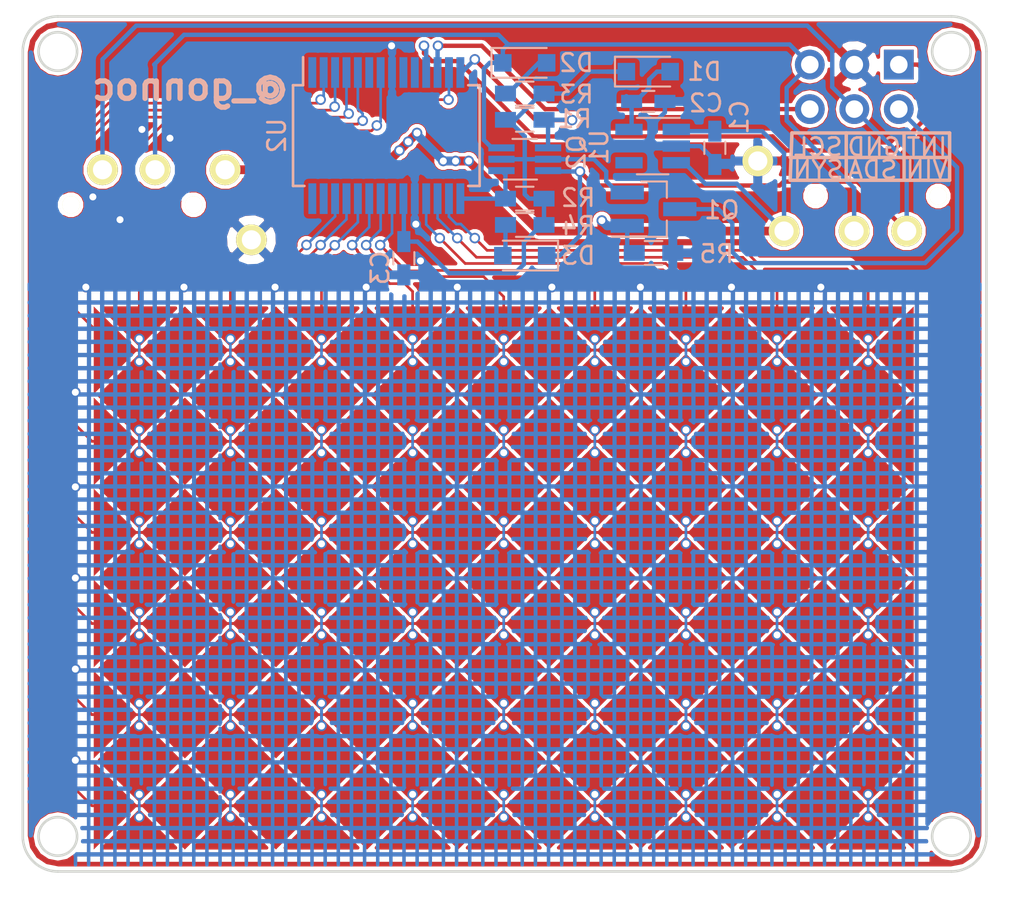
<source format=kicad_pcb>
(kicad_pcb (version 4) (host pcbnew 4.0.4-stable)
  (layers (0 F.Cu signal) (31 B.Cu signal) (34 B.Paste user) (35 F.Paste user) (36 B.SilkS user) (37 F.SilkS user) (38 B.Mask user) (39 F.Mask user) (44 Edge.Cuts user))
  (net 0 "")
  (net 1 "Net-(C2-Pad1)")
  (net 2 /X0)
  (net 3 /X1)
  (net 4 /X2)
  (net 5 /X3)
  (net 6 /X4)
  (net 7 /X5)
  (net 8 "Net-(U1-Pad4)")
  (net 9 /Y3)
  (net 10 /Y4)
  (net 11 /Y5)
  (net 12 /Y6)
  (net 13 "Net-(U2-Pad6)")
  (net 14 /Y7)
  (net 15 "Net-(U2-Pad9)")
  (net 16 "Net-(U2-Pad10)")
  (net 17 /Y8)
  (net 18 /Y0)
  (net 19 /Y1)
  (net 20 /Y2)
  (net 21 "Net-(U2-Pad27)")
  (net 22 "Net-(U2-Pad28)")
  (net 23 GND)
  (net 24 +5V)
  (net 25 VCC)
  (net 26 /XSCL)
  (net 27 "Net-(D2-Pad2)")
  (net 28 /XSDA)
  (net 29 "Net-(D3-Pad2)")
  (net 30 /INT)
  (net 31 /SDA)
  (net 32 /SCL)
  (net 33 /SYNC)
  (net 34 /RESET)
  (net 35 /VIN)
  (module library:trrs_jack (layer F.Cu) (at 101.25 102.5)
    (fp_text reference P14 hide)
    (fp_text value TRRS)
    (pad "" np_thru_hole circle (at 1.5 2) (size 0.9906 0.9906) (drill 0.9906) (layers *.Cu *.Mask F.SilkS))
    (pad 3 thru_hole circle (at 6.3 0) (size 1.7526 1.7526) (drill 1.0922) (layers *.Cu *.Mask F.SilkS) (net 26 /XSCL))
    (pad 4 thru_hole circle (at 11.8 4) (size 1.7526 1.7526) (drill 1.0922) (layers *.Cu *.Mask F.SilkS) (net 23 GND))
    (pad 1 thru_hole circle (at 10.3 0) (size 1.7526 1.7526) (drill 1.0922) (layers *.Cu *.Mask F.SilkS) (net 24 +5V))
    (pad 2 thru_hole circle (at 3.3 0) (size 1.7526 1.7526) (drill 1.0922) (layers *.Cu *.Mask F.SilkS) (net 28 /XSDA))
    (pad "" np_thru_hole circle (at 8.5 2) (size 0.9906 0.9906) (drill 0.9906) (layers *.Cu *.Mask F.SilkS))
  )
  (module library:trrs_jack (layer F.Cu) (at 153.75 106 180)
    (fp_text reference P15 hide)
    (fp_text value TRRS)
    (pad "" np_thru_hole circle (at 1.5 2 180) (size 0.9906 0.9906) (drill 0.9906) (layers *.Cu *.Mask F.SilkS))
    (pad 3 thru_hole circle (at 6.3 0 180) (size 1.7526 1.7526) (drill 1.0922) (layers *.Cu *.Mask F.SilkS) (net 26 /XSCL))
    (pad 4 thru_hole circle (at 11.8 4 225) (size 1.7526 1.7526) (drill 1.0922) (layers *.Cu *.Mask F.SilkS) (net 23 GND))
    (pad 1 thru_hole circle (at 10.3 0 180) (size 1.7526 1.7526) (drill 1.0922) (layers *.Cu *.Mask F.SilkS) (net 24 +5V))
    (pad 2 thru_hole circle (at 3.3 0 180) (size 1.7526 1.7526) (drill 1.0922) (layers *.Cu *.Mask F.SilkS) (net 28 /XSDA))
    (pad "" np_thru_hole circle (at 8.5 2 180) (size 0.9906 0.9906) (drill 0.9906) (layers *.Cu *.Mask F.SilkS))
  )
  (module Pin_Headers:Pin_Header_Straight_2x03_Pitch2.54mm (layer F.Cu) (at 150 96.5 270)
    (fp_text reference P13 hide)
    (fp_text value CONN_01X06)
    (pad 1 thru_hole rect (at 0 0 270) (size 1.7 1.7) (drill 1) (layers *.Cu *.Mask) (net 30 /INT))
    (pad 2 thru_hole oval (at 2.54 0 270) (size 1.7 1.7) (drill 1) (layers *.Cu *.Mask) (net 35 /VIN))
    (pad 3 thru_hole oval (at 0 2.54 315) (size 1.7 1.7) (drill 1) (layers *.Cu *.Mask) (net 23 GND))
    (pad 4 thru_hole oval (at 2.54 2.54 270) (size 1.7 1.7) (drill 1) (layers *.Cu *.Mask) (net 28 /XSDA))
    (pad 5 thru_hole oval (at 0 5.08 270) (size 1.7 1.7) (drill 1) (layers *.Cu *.Mask) (net 26 /XSCL))
    (pad 6 thru_hole oval (at 2.54 5.08 270) (size 1.7 1.7) (drill 1) (layers *.Cu *.Mask) (net 33 /SYNC))
  )
  (module Housings_SSOP:SSOP-28_5.3x10.2mm_Pitch0.65mm (layer B.Cu) (at 120.75 100.55 270)
    (fp_text reference U2 (at 0 6.25 270) (layer B.SilkS) (effects (justify mirror)))
    (fp_text value MTCH6102_SSOP)
    (pad 1 smd rect (at -3.6 4.225 270) (size 1.75 0.45) (layers B.Cu B.Paste B.Mask) (net 34 /RESET))
    (pad 2 smd rect (at -3.6 3.575 270) (size 1.75 0.45) (layers B.Cu B.Paste B.Mask) (net 7 /X5))
    (pad 3 smd rect (at -3.6 2.925 270) (size 1.75 0.45) (layers B.Cu B.Paste B.Mask) (net 6 /X4))
    (pad 4 smd rect (at -3.6 2.275 270) (size 1.75 0.45) (layers B.Cu B.Paste B.Mask) (net 5 /X3))
    (pad 5 smd rect (at -3.6 1.625 270) (size 1.75 0.45) (layers B.Cu B.Paste B.Mask) (net 4 /X2))
    (pad 6 smd rect (at -3.6 0.975 270) (size 1.75 0.45) (layers B.Cu B.Paste B.Mask) (net 13 "Net-(U2-Pad6)"))
    (pad 7 smd rect (at -3.6 0.325 270) (size 1.75 0.45) (layers B.Cu B.Paste B.Mask) (net 3 /X1))
    (pad 8 smd rect (at -3.6 -0.325 270) (size 1.75 0.45) (layers B.Cu B.Paste B.Mask) (net 23 GND))
    (pad 9 smd rect (at -3.6 -0.975 270) (size 1.75 0.45) (layers B.Cu B.Paste B.Mask) (net 15 "Net-(U2-Pad9)"))
    (pad 10 smd rect (at -3.6 -1.625 270) (size 1.75 0.45) (layers B.Cu B.Paste B.Mask) (net 16 "Net-(U2-Pad10)"))
    (pad 11 smd rect (at -3.6 -2.275 270) (size 1.75 0.45) (layers B.Cu B.Paste B.Mask) (net 30 /INT))
    (pad 12 smd rect (at -3.6 -2.925 270) (size 1.75 0.45) (layers B.Cu B.Paste B.Mask) (net 33 /SYNC))
    (pad 13 smd rect (at -3.6 -3.575 270) (size 1.75 0.45) (layers B.Cu B.Paste B.Mask) (net 2 /X0))
    (pad 14 smd rect (at -3.6 -4.225 270) (size 1.75 0.45) (layers B.Cu B.Paste B.Mask) (net 32 /SCL))
    (pad 15 smd rect (at 3.6 -4.225 270) (size 1.75 0.45) (layers B.Cu B.Paste B.Mask) (net 31 /SDA))
    (pad 16 smd rect (at 3.6 -3.575 270) (size 1.75 0.45) (layers B.Cu B.Paste B.Mask) (net 18 /Y0))
    (pad 17 smd rect (at 3.6 -2.925 270) (size 1.75 0.45) (layers B.Cu B.Paste B.Mask) (net 19 /Y1))
    (pad 18 smd rect (at 3.6 -2.275 270) (size 1.75 0.45) (layers B.Cu B.Paste B.Mask) (net 20 /Y2))
    (pad 19 smd rect (at 3.6 -1.625 270) (size 1.75 0.45) (layers B.Cu B.Paste B.Mask) (net 23 GND))
    (pad 20 smd rect (at 3.6 -0.975 270) (size 1.75 0.45) (layers B.Cu B.Paste B.Mask) (net 25 VCC))
    (pad 21 smd rect (at 3.6 -0.325 270) (size 1.75 0.45) (layers B.Cu B.Paste B.Mask) (net 9 /Y3))
    (pad 22 smd rect (at 3.6 0.325 270) (size 1.75 0.45) (layers B.Cu B.Paste B.Mask) (net 10 /Y4))
    (pad 23 smd rect (at 3.6 0.975 270) (size 1.75 0.45) (layers B.Cu B.Paste B.Mask) (net 11 /Y5))
    (pad 24 smd rect (at 3.6 1.625 270) (size 1.75 0.45) (layers B.Cu B.Paste B.Mask) (net 12 /Y6))
    (pad 25 smd rect (at 3.6 2.275 270) (size 1.75 0.45) (layers B.Cu B.Paste B.Mask) (net 14 /Y7))
    (pad 26 smd rect (at 3.6 2.925 270) (size 1.75 0.45) (layers B.Cu B.Paste B.Mask) (net 17 /Y8))
    (pad 27 smd rect (at 3.6 3.575 270) (size 1.75 0.45) (layers B.Cu B.Paste B.Mask) (net 21 "Net-(U2-Pad27)"))
    (pad 28 smd rect (at 3.6 4.225 270) (size 1.75 0.45) (layers B.Cu B.Paste B.Mask) (net 22 "Net-(U2-Pad28)"))
  )
  (module Capacitors_SMD:C_0603_HandSoldering (layer B.Cu) (at 139.5 101.25 270)
    (fp_text reference C1 (at -1.75 -1.4 270) (layer B.SilkS) (effects (justify mirror)))
    (fp_text value C_Small)
    (pad 1 smd rect (at -0.95 0 270) (size 1.2 0.75) (layers B.Cu B.Paste B.Mask) (net 24 +5V))
    (pad 2 smd rect (at 0.95 0 270) (size 1.2 0.75) (layers B.Cu B.Paste B.Mask) (net 23 GND))
  )
  (module Capacitors_SMD:C_0603_HandSoldering (layer B.Cu) (at 135.7 98.6)
    (fp_text reference C2 (at 3.3 0.1) (layer B.SilkS) (effects (justify mirror)))
    (fp_text value C_Small)
    (pad 1 smd rect (at -0.95 0) (size 1.2 0.75) (layers B.Cu B.Paste B.Mask) (net 1 "Net-(C2-Pad1)"))
    (pad 2 smd rect (at 0.95 0) (size 1.2 0.75) (layers B.Cu B.Paste B.Mask) (net 23 GND))
  )
  (module TO_SOT_Packages_SMD:SOT-23-5_HandSoldering (layer B.Cu) (at 135.95 101.15 180)
    (fp_text reference U1 (at 3.05 -0.05 270) (layer B.SilkS) (effects (justify mirror)))
    (fp_text value NJM2866F33)
    (pad 1 smd rect (at -1.35 0.95 180) (size 1.56 0.65) (layers B.Cu B.Paste B.Mask) (net 24 +5V))
    (pad 2 smd rect (at -1.35 0 180) (size 1.56 0.65) (layers B.Cu B.Paste B.Mask) (net 23 GND))
    (pad 3 smd rect (at -1.35 -0.95 180) (size 1.56 0.65) (layers B.Cu B.Paste B.Mask) (net 24 +5V))
    (pad 4 smd rect (at 1.35 -0.95 180) (size 1.56 0.65) (layers B.Cu B.Paste B.Mask) (net 8 "Net-(U1-Pad4)"))
    (pad 5 smd rect (at 1.35 0.95 180) (size 1.56 0.65) (layers B.Cu B.Paste B.Mask) (net 1 "Net-(C2-Pad1)"))
  )
  (module Diodes_SMD:D_SOD-323_HandSoldering (layer B.Cu) (at 135.7 96.9)
    (fp_text reference D1 (at 3.2 0) (layer B.SilkS) (effects (justify mirror)))
    (fp_text value D_Schottky_Small)
    (pad 1 smd rect (at -1.25 0) (size 1 1) (layers B.Cu B.Paste B.Mask) (net 25 VCC))
    (pad 2 smd rect (at 1.25 0) (size 1 1) (layers B.Cu B.Paste B.Mask) (net 1 "Net-(C2-Pad1)"))
  )
  (module Capacitors_SMD:C_0603_HandSoldering (layer B.Cu) (at 121.75 107.55 270)
    (fp_text reference C3 (at 0.55 1.35 270) (layer B.SilkS) (effects (justify mirror)))
    (fp_text value C_Small)
    (pad 1 smd rect (at -0.95 0 270) (size 1.2 0.75) (layers B.Cu B.Paste B.Mask) (net 25 VCC))
    (pad 2 smd rect (at 0.95 0 270) (size 1.2 0.75) (layers B.Cu B.Paste B.Mask) (net 23 GND))
  )
  (module Resistors_SMD:R_0603_HandSoldering (layer B.Cu) (at 128.65 99.65)
    (fp_text reference R1 (at 2.85 -0.05) (layer B.SilkS) (effects (justify mirror)))
    (fp_text value R)
    (pad 1 smd rect (at -1.1 0) (size 1.2 0.9) (layers B.Cu B.Paste B.Mask) (net 25 VCC))
    (pad 2 smd rect (at 1.1 0) (size 1.2 0.9) (layers B.Cu B.Paste B.Mask) (net 32 /SCL))
  )
  (module Resistors_SMD:R_0603_HandSoldering (layer B.Cu) (at 128.65 104.15 180)
    (fp_text reference R2 (at -3.05 0.05 180) (layer B.SilkS) (effects (justify mirror)))
    (fp_text value R)
    (pad 1 smd rect (at -1.1 0 180) (size 1.2 0.9) (layers B.Cu B.Paste B.Mask) (net 25 VCC))
    (pad 2 smd rect (at 1.1 0 180) (size 1.2 0.9) (layers B.Cu B.Paste B.Mask) (net 31 /SDA))
  )
  (module Diodes_SMD:D_SOD-323_HandSoldering (layer B.Cu) (at 128.65 96.4)
    (fp_text reference D2 (at 2.95 0) (layer B.SilkS) (effects (justify mirror)))
    (fp_text value D_Small)
    (pad 1 smd rect (at -1.25 0) (size 1 1) (layers B.Cu B.Paste B.Mask) (net 26 /XSCL))
    (pad 2 smd rect (at 1.25 0) (size 1 1) (layers B.Cu B.Paste B.Mask) (net 27 "Net-(D2-Pad2)"))
  )
  (module Diodes_SMD:D_SOD-323_HandSoldering (layer B.Cu) (at 128.65 107.4 180)
    (fp_text reference D3 (at -3.05 0 180) (layer B.SilkS) (effects (justify mirror)))
    (fp_text value D_Small)
    (pad 1 smd rect (at -1.25 0 180) (size 1 1) (layers B.Cu B.Paste B.Mask) (net 28 /XSDA))
    (pad 2 smd rect (at 1.25 0 180) (size 1 1) (layers B.Cu B.Paste B.Mask) (net 29 "Net-(D3-Pad2)"))
  )
  (module TO_SOT_Packages_SMD:SOT-23_Handsoldering (layer B.Cu) (at 136 104.75)
    (fp_text reference Q1 (at 3.9 0.05) (layer B.SilkS) (effects (justify mirror)))
    (fp_text value Q_PMOS_GSD)
    (pad 1 smd rect (at -1.5 0.95) (size 1.9 0.8) (layers B.Cu B.Paste B.Mask) (net 24 +5V))
    (pad 2 smd rect (at -1.5 -0.95) (size 1.9 0.8) (layers B.Cu B.Paste B.Mask) (net 25 VCC))
    (pad 3 smd rect (at 1.5 0) (size 1.9 0.8) (layers B.Cu B.Paste B.Mask) (net 35 /VIN))
  )
  (module TO_SOT_Packages_SMD:SOT-363_SC-70-6_Handsoldering (layer B.Cu) (at 128.65 101.9)
    (fp_text reference Q2 (at 2.95 -0.4 90) (layer B.SilkS) (effects (justify mirror)))
    (fp_text value FDG1024NZ)
    (pad 1 smd rect (at -1.33 0.65) (size 1.5 0.4) (layers B.Cu B.Paste B.Mask) (net 31 /SDA))
    (pad 2 smd rect (at -1.33 0) (size 1.5 0.4) (layers B.Cu B.Paste B.Mask) (net 25 VCC))
    (pad 3 smd rect (at -1.33 -0.65) (size 1.5 0.4) (layers B.Cu B.Paste B.Mask) (net 26 /XSCL))
    (pad 4 smd rect (at 1.33 -0.65) (size 1.5 0.4) (layers B.Cu B.Paste B.Mask) (net 32 /SCL))
    (pad 5 smd rect (at 1.33 0) (size 1.5 0.4) (layers B.Cu B.Paste B.Mask) (net 25 VCC))
    (pad 6 smd rect (at 1.33 0.65) (size 1.5 0.4) (layers B.Cu B.Paste B.Mask) (net 28 /XSDA))
  )
  (module Resistors_SMD:R_0603_HandSoldering (layer B.Cu) (at 128.65 98.15 180)
    (fp_text reference R3 (at -2.95 -0.05 180) (layer B.SilkS) (effects (justify mirror)))
    (fp_text value R)
    (pad 1 smd rect (at -1.1 0 180) (size 1.2 0.9) (layers B.Cu B.Paste B.Mask) (net 25 VCC))
    (pad 2 smd rect (at 1.1 0 180) (size 1.2 0.9) (layers B.Cu B.Paste B.Mask) (net 27 "Net-(D2-Pad2)"))
  )
  (module Resistors_SMD:R_0603_HandSoldering (layer B.Cu) (at 128.65 105.65 180)
    (fp_text reference R4 (at -3.05 -0.05 180) (layer B.SilkS) (effects (justify mirror)))
    (fp_text value R)
    (pad 1 smd rect (at -1.1 0 180) (size 1.2 0.9) (layers B.Cu B.Paste B.Mask) (net 25 VCC))
    (pad 2 smd rect (at 1.1 0 180) (size 1.2 0.9) (layers B.Cu B.Paste B.Mask) (net 29 "Net-(D3-Pad2)"))
  )
  (module Resistors_SMD:R_0603_HandSoldering (layer B.Cu) (at 136 107.25)
    (fp_text reference R5 (at 3.6 0.05) (layer B.SilkS) (effects (justify mirror)))
    (fp_text value R)
    (pad 1 smd rect (at -1.1 0) (size 1.2 0.9) (layers B.Cu B.Paste B.Mask) (net 24 +5V))
    (pad 2 smd rect (at 1.1 0) (size 1.2 0.9) (layers B.Cu B.Paste B.Mask) (net 23 GND))
  )
  (module library:diamond_top_5mm (layer F.Cu) (at 140.45 112.8)
    (fp_text reference P7 hide)
    (fp_text value Diamond)
    (pad 1 smd rect (at 0 0 45) (size 3.5355 3.5355) (layers F.Cu) (net 2 /X0))
  )
  (module library:diamond_top_5mm (layer F.Cu) (at 145.65 138.8)
    (fp_text reference P12 hide)
    (fp_text value Diamond)
    (pad 1 smd rect (at 0 0 45) (size 3.5355 3.5355) (layers F.Cu) (net 7 /X5))
  )
  (module library:diamond_top_5mm (layer F.Cu) (at 140.45 138.8)
    (fp_text reference P12 hide)
    (fp_text value Diamond)
    (pad 1 smd rect (at 0 0 45) (size 3.5355 3.5355) (layers F.Cu) (net 7 /X5))
  )
  (module library:diamond_top_5mm (layer F.Cu) (at 135.25 138.8)
    (fp_text reference P12 hide)
    (fp_text value Diamond)
    (pad 1 smd rect (at 0 0 45) (size 3.5355 3.5355) (layers F.Cu) (net 7 /X5))
  )
  (module library:diamond_top_5mm (layer F.Cu) (at 130.05 138.8)
    (fp_text reference P12 hide)
    (fp_text value Diamond)
    (pad 1 smd rect (at 0 0 45) (size 3.5355 3.5355) (layers F.Cu) (net 7 /X5))
  )
  (module library:diamond_top_5mm (layer F.Cu) (at 124.85 138.8)
    (fp_text reference P12 hide)
    (fp_text value Diamond)
    (pad 1 smd rect (at 0 0 45) (size 3.5355 3.5355) (layers F.Cu) (net 7 /X5))
  )
  (module library:diamond_top_5mm (layer F.Cu) (at 119.65 138.8)
    (fp_text reference P12 hide)
    (fp_text value Diamond)
    (pad 1 smd rect (at 0 0 45) (size 3.5355 3.5355) (layers F.Cu) (net 7 /X5))
  )
  (module library:diamond_top_5mm (layer F.Cu) (at 114.45 138.8)
    (fp_text reference P12 hide)
    (fp_text value Diamond)
    (pad 1 smd rect (at 0 0 45) (size 3.5355 3.5355) (layers F.Cu) (net 7 /X5))
  )
  (module library:diamond_top_5mm (layer F.Cu) (at 145.65 133.6)
    (fp_text reference P11 hide)
    (fp_text value Diamond)
    (pad 1 smd rect (at 0 0 45) (size 3.5355 3.5355) (layers F.Cu) (net 6 /X4))
  )
  (module library:diamond_top_5mm (layer F.Cu) (at 140.45 133.6)
    (fp_text reference P11 hide)
    (fp_text value Diamond)
    (pad 1 smd rect (at 0 0 45) (size 3.5355 3.5355) (layers F.Cu) (net 6 /X4))
  )
  (module library:diamond_top_5mm (layer F.Cu) (at 135.25 133.6)
    (fp_text reference P11 hide)
    (fp_text value Diamond)
    (pad 1 smd rect (at 0 0 45) (size 3.5355 3.5355) (layers F.Cu) (net 6 /X4))
  )
  (module library:diamond_top_5mm (layer F.Cu) (at 130.05 133.6)
    (fp_text reference P11 hide)
    (fp_text value Diamond)
    (pad 1 smd rect (at 0 0 45) (size 3.5355 3.5355) (layers F.Cu) (net 6 /X4))
  )
  (module library:diamond_top_5mm (layer F.Cu) (at 124.85 133.6)
    (fp_text reference P11 hide)
    (fp_text value Diamond)
    (pad 1 smd rect (at 0 0 45) (size 3.5355 3.5355) (layers F.Cu) (net 6 /X4))
  )
  (module library:diamond_top_5mm (layer F.Cu) (at 119.65 133.6)
    (fp_text reference P11 hide)
    (fp_text value Diamond)
    (pad 1 smd rect (at 0 0 45) (size 3.5355 3.5355) (layers F.Cu) (net 6 /X4))
  )
  (module library:diamond_top_5mm (layer F.Cu) (at 114.45 133.6)
    (fp_text reference P11 hide)
    (fp_text value Diamond)
    (pad 1 smd rect (at 0 0 45) (size 3.5355 3.5355) (layers F.Cu) (net 6 /X4))
  )
  (module library:diamond_top_5mm (layer F.Cu) (at 145.65 128.4)
    (fp_text reference P10 hide)
    (fp_text value Diamond)
    (pad 1 smd rect (at 0 0 45) (size 3.5355 3.5355) (layers F.Cu) (net 5 /X3))
  )
  (module library:diamond_top_5mm (layer F.Cu) (at 140.45 128.4)
    (fp_text reference P10 hide)
    (fp_text value Diamond)
    (pad 1 smd rect (at 0 0 45) (size 3.5355 3.5355) (layers F.Cu) (net 5 /X3))
  )
  (module library:diamond_top_5mm (layer F.Cu) (at 135.25 128.4)
    (fp_text reference P10 hide)
    (fp_text value Diamond)
    (pad 1 smd rect (at 0 0 45) (size 3.5355 3.5355) (layers F.Cu) (net 5 /X3))
  )
  (module library:diamond_top_5mm (layer F.Cu) (at 130.05 128.4)
    (fp_text reference P10 hide)
    (fp_text value Diamond)
    (pad 1 smd rect (at 0 0 45) (size 3.5355 3.5355) (layers F.Cu) (net 5 /X3))
  )
  (module library:diamond_top_5mm (layer F.Cu) (at 124.85 128.4)
    (fp_text reference P10 hide)
    (fp_text value Diamond)
    (pad 1 smd rect (at 0 0 45) (size 3.5355 3.5355) (layers F.Cu) (net 5 /X3))
  )
  (module library:diamond_top_5mm (layer F.Cu) (at 119.65 128.4)
    (fp_text reference P10 hide)
    (fp_text value Diamond)
    (pad 1 smd rect (at 0 0 45) (size 3.5355 3.5355) (layers F.Cu) (net 5 /X3))
  )
  (module library:diamond_top_5mm (layer F.Cu) (at 114.45 128.4)
    (fp_text reference P10 hide)
    (fp_text value Diamond)
    (pad 1 smd rect (at 0 0 45) (size 3.5355 3.5355) (layers F.Cu) (net 5 /X3))
  )
  (module library:diamond_top_5mm (layer F.Cu) (at 145.65 123.2)
    (fp_text reference P9 hide)
    (fp_text value Diamond)
    (pad 1 smd rect (at 0 0 45) (size 3.5355 3.5355) (layers F.Cu) (net 4 /X2))
  )
  (module library:diamond_top_5mm (layer F.Cu) (at 140.45 123.2)
    (fp_text reference P9 hide)
    (fp_text value Diamond)
    (pad 1 smd rect (at 0 0 45) (size 3.5355 3.5355) (layers F.Cu) (net 4 /X2))
  )
  (module library:diamond_top_5mm (layer F.Cu) (at 135.25 123.2)
    (fp_text reference P9 hide)
    (fp_text value Diamond)
    (pad 1 smd rect (at 0 0 45) (size 3.5355 3.5355) (layers F.Cu) (net 4 /X2))
  )
  (module library:diamond_top_5mm (layer F.Cu) (at 130.05 123.2)
    (fp_text reference P9 hide)
    (fp_text value Diamond)
    (pad 1 smd rect (at 0 0 45) (size 3.5355 3.5355) (layers F.Cu) (net 4 /X2))
  )
  (module library:diamond_top_5mm (layer F.Cu) (at 124.85 123.2)
    (fp_text reference P9 hide)
    (fp_text value Diamond)
    (pad 1 smd rect (at 0 0 45) (size 3.5355 3.5355) (layers F.Cu) (net 4 /X2))
  )
  (module library:diamond_top_5mm (layer F.Cu) (at 119.65 123.2)
    (fp_text reference P9 hide)
    (fp_text value Diamond)
    (pad 1 smd rect (at 0 0 45) (size 3.5355 3.5355) (layers F.Cu) (net 4 /X2))
  )
  (module library:diamond_top_5mm (layer F.Cu) (at 114.45 123.2)
    (fp_text reference P9 hide)
    (fp_text value Diamond)
    (pad 1 smd rect (at 0 0 45) (size 3.5355 3.5355) (layers F.Cu) (net 4 /X2))
  )
  (module library:diamond_top_5mm (layer F.Cu) (at 145.65 118)
    (fp_text reference P8 hide)
    (fp_text value Diamond)
    (pad 1 smd rect (at 0 0 45) (size 3.5355 3.5355) (layers F.Cu) (net 3 /X1))
  )
  (module library:diamond_top_5mm (layer F.Cu) (at 140.45 118)
    (fp_text reference P8 hide)
    (fp_text value Diamond)
    (pad 1 smd rect (at 0 0 45) (size 3.5355 3.5355) (layers F.Cu) (net 3 /X1))
  )
  (module library:diamond_top_5mm (layer F.Cu) (at 135.25 118)
    (fp_text reference P8 hide)
    (fp_text value Diamond)
    (pad 1 smd rect (at 0 0 45) (size 3.5355 3.5355) (layers F.Cu) (net 3 /X1))
  )
  (module library:diamond_top_5mm (layer F.Cu) (at 130.05 118)
    (fp_text reference P8 hide)
    (fp_text value Diamond)
    (pad 1 smd rect (at 0 0 45) (size 3.5355 3.5355) (layers F.Cu) (net 3 /X1))
  )
  (module library:diamond_top_5mm (layer F.Cu) (at 124.85 118)
    (fp_text reference P8 hide)
    (fp_text value Diamond)
    (pad 1 smd rect (at 0 0 45) (size 3.5355 3.5355) (layers F.Cu) (net 3 /X1))
  )
  (module library:diamond_top_5mm (layer F.Cu) (at 119.65 118)
    (fp_text reference P8 hide)
    (fp_text value Diamond)
    (pad 1 smd rect (at 0 0 45) (size 3.5355 3.5355) (layers F.Cu) (net 3 /X1))
  )
  (module library:diamond_top_5mm (layer F.Cu) (at 114.45 118)
    (fp_text reference P8 hide)
    (fp_text value Diamond)
    (pad 1 smd rect (at 0 0 45) (size 3.5355 3.5355) (layers F.Cu) (net 3 /X1))
  )
  (module library:diamond_top_5mm (layer F.Cu) (at 145.65 112.8)
    (fp_text reference P7 hide)
    (fp_text value Diamond)
    (pad 1 smd rect (at 0 0 45) (size 3.5355 3.5355) (layers F.Cu) (net 2 /X0))
  )
  (module library:diamond_top_5mm (layer F.Cu) (at 135.25 112.8)
    (fp_text reference P7 hide)
    (fp_text value Diamond)
    (pad 1 smd rect (at 0 0 45) (size 3.5355 3.5355) (layers F.Cu) (net 2 /X0))
  )
  (module library:diamond_top_5mm (layer F.Cu) (at 130.05 112.8)
    (fp_text reference P7 hide)
    (fp_text value Diamond)
    (pad 1 smd rect (at 0 0 45) (size 3.5355 3.5355) (layers F.Cu) (net 2 /X0))
  )
  (module library:diamond_top_5mm (layer F.Cu) (at 124.85 112.8)
    (fp_text reference P7 hide)
    (fp_text value Diamond)
    (pad 1 smd rect (at 0 0 45) (size 3.5355 3.5355) (layers F.Cu) (net 2 /X0))
  )
  (module library:diamond_top_5mm (layer F.Cu) (at 119.65 112.8)
    (fp_text reference P7 hide)
    (fp_text value Diamond)
    (pad 1 smd rect (at 0 0 45) (size 3.5355 3.5355) (layers F.Cu) (net 2 /X0))
  )
  (module library:diamond_top_5mm (layer F.Cu) (at 114.45 112.8)
    (fp_text reference P7 hide)
    (fp_text value Diamond)
    (pad 1 smd rect (at 0 0 45) (size 3.5355 3.5355) (layers F.Cu) (net 2 /X0))
  )
  (module library:diamond_top_5mm (layer F.Cu) (at 109.25 112.8)
    (fp_text reference P7 hide)
    (fp_text value Diamond)
    (pad 1 smd rect (at 0 0 45) (size 3.5355 3.5355) (layers F.Cu) (net 2 /X0))
  )
  (module library:diamond_top_5mm (layer F.Cu) (at 109.25 118)
    (fp_text reference P8 hide)
    (fp_text value Diamond)
    (pad 1 smd rect (at 0 0 45) (size 3.5355 3.5355) (layers F.Cu) (net 3 /X1))
  )
  (module library:diamond_top_5mm (layer F.Cu) (at 109.25 123.2)
    (fp_text reference P9 hide)
    (fp_text value Diamond)
    (pad 1 smd rect (at 0 0 45) (size 3.5355 3.5355) (layers F.Cu) (net 4 /X2))
  )
  (module library:diamond_top_5mm (layer F.Cu) (at 109.25 128.4)
    (fp_text reference P10 hide)
    (fp_text value Diamond)
    (pad 1 smd rect (at 0 0 45) (size 3.5355 3.5355) (layers F.Cu) (net 5 /X3))
  )
  (module library:diamond_top_5mm (layer F.Cu) (at 109.25 133.6)
    (fp_text reference P11 hide)
    (fp_text value Diamond)
    (pad 1 smd rect (at 0 0 45) (size 3.5355 3.5355) (layers F.Cu) (net 6 /X4))
  )
  (module library:diamond_top_5mm (layer F.Cu) (at 109.25 138.8)
    (fp_text reference P12 hide)
    (fp_text value Diamond)
    (pad 1 smd rect (at 0 0 45) (size 3.5355 3.5355) (layers F.Cu) (net 7 /X5))
  )
  (module library:diamond_top_edge (layer F.Cu) (at 106.55 138.8 270)
    (fp_text reference P6 hide)
    (fp_text value Diamond_Edge)
    (pad 1 smd trapezoid (at 0 1.25 270) (size 2.5 2.5) (rect_delta 0 2.4999) (layers F.Cu) (net 7 /X5))
  )
  (module library:diamond_top_edge (layer F.Cu) (at 106.55 133.6 270)
    (fp_text reference P5 hide)
    (fp_text value Diamond_Edge)
    (pad 1 smd trapezoid (at 0 1.25 270) (size 2.5 2.5) (rect_delta 0 2.4999) (layers F.Cu) (net 6 /X4))
  )
  (module library:diamond_top_edge (layer F.Cu) (at 106.55 128.4 270)
    (fp_text reference P4 hide)
    (fp_text value Diamond_Edge)
    (pad 1 smd trapezoid (at 0 1.25 270) (size 2.5 2.5) (rect_delta 0 2.4999) (layers F.Cu) (net 5 /X3))
  )
  (module library:diamond_top_edge (layer F.Cu) (at 106.55 123.2 270)
    (fp_text reference P3 hide)
    (fp_text value Diamond_Edge)
    (pad 1 smd trapezoid (at 0 1.25 270) (size 2.5 2.5) (rect_delta 0 2.4999) (layers F.Cu) (net 4 /X2))
  )
  (module library:diamond_top_edge (layer F.Cu) (at 106.55 118 270)
    (fp_text reference P2 hide)
    (fp_text value Diamond_Edge)
    (pad 1 smd trapezoid (at 0 1.25 270) (size 2.5 2.5) (rect_delta 0 2.4999) (layers F.Cu) (net 3 /X1))
  )
  (module library:diamond_top_edge (layer F.Cu) (at 106.55 112.8 270)
    (fp_text reference P1 hide)
    (fp_text value Diamond_Edge)
    (pad 1 smd trapezoid (at 0 1.25 270) (size 2.5 2.5) (rect_delta 0 2.4999) (layers F.Cu) (net 2 /X0))
  )
  (module library:diamond_top_edge (layer F.Cu) (at 148.35 112.8 90)
    (fp_text reference P1 hide)
    (fp_text value Diamond_Edge)
    (pad 1 smd trapezoid (at 0 1.25 90) (size 2.5 2.5) (rect_delta 0 2.4999) (layers F.Cu) (net 2 /X0))
  )
  (module library:diamond_top_edge (layer F.Cu) (at 148.35 118 90)
    (fp_text reference P2 hide)
    (fp_text value Diamond_Edge)
    (pad 1 smd trapezoid (at 0 1.25 90) (size 2.5 2.5) (rect_delta 0 2.4999) (layers F.Cu) (net 3 /X1))
  )
  (module library:diamond_top_edge (layer F.Cu) (at 148.35 123.2 90)
    (fp_text reference P3 hide)
    (fp_text value Diamond_Edge)
    (pad 1 smd trapezoid (at 0 1.25 90) (size 2.5 2.5) (rect_delta 0 2.4999) (layers F.Cu) (net 4 /X2))
  )
  (module library:diamond_top_edge (layer F.Cu) (at 148.35 128.4 90)
    (fp_text reference P4 hide)
    (fp_text value Diamond_Edge)
    (pad 1 smd trapezoid (at 0 1.25 90) (size 2.5 2.5) (rect_delta 0 2.4999) (layers F.Cu) (net 5 /X3))
  )
  (module library:diamond_top_edge (layer F.Cu) (at 148.35 133.6 90)
    (fp_text reference P5 hide)
    (fp_text value Diamond_Edge)
    (pad 1 smd trapezoid (at 0 1.25 90) (size 2.5 2.5) (rect_delta 0 2.4999) (layers F.Cu) (net 6 /X4))
  )
  (module library:diamond_top_edge (layer F.Cu) (at 148.35 138.8 90)
    (fp_text reference P6 hide)
    (fp_text value Diamond_Edge)
    (pad 1 smd trapezoid (at 0 1.25 90) (size 2.5 2.5) (rect_delta 0 2.4999) (layers F.Cu) (net 7 /X5))
  )
  (gr_text @_gonnoc (at 109.55 97.75) (layer B.SilkS) (effects (font (size 1.5 1.5) (thickness 0.3)) (justify mirror)))
  (gr_line (start 143.8 101.8) (end 152.8 101.8) (layer B.SilkS) (width 0.2))
  (gr_line (start 147 100.4) (end 147 103) (layer B.SilkS) (width 0.2))
  (gr_line (start 150.3 100.5) (end 150.3 103) (layer B.SilkS) (width 0.2))
  (gr_line (start 152.9 100.4) (end 143.9 100.4) (layer B.SilkS) (width 0.2))
  (gr_line (start 152.9 103.1) (end 152.9 100.4) (layer B.SilkS) (width 0.2))
  (gr_line (start 143.8 103.1) (end 152.9 103.1) (layer B.SilkS) (width 0.2))
  (gr_line (start 143.9 100.4) (end 143.8 103.1) (layer B.SilkS) (width 0.2))
  (gr_text SYN (at 145.4 102.5) (layer B.SilkS) (effects (font (size 1 1)) (justify mirror)))
  (gr_text SDA (at 148.5 102.5) (layer B.SilkS) (effects (font (size 1 1)) (justify mirror)))
  (gr_text VIN (at 151.6 102.5) (layer B.SilkS) (effects (font (size 1 1)) (justify mirror)))
  (gr_text SCL (at 145.4 101.2) (layer B.SilkS) (effects (font (size 1 1)) (justify mirror)))
  (gr_text GND (at 148.6 101.2) (layer B.SilkS) (effects (font (size 1 1)) (justify mirror)))
  (gr_text INT (at 151.6 101.2) (layer B.SilkS) (effects (font (size 1 1)) (justify mirror)))
  (gr_line (start 155 140.55) (end 155 95.75) (angle 90) (layer Edge.Cuts) (width 0.15))
  (gr_line (start 102 142.55) (end 153 142.55) (layer Edge.Cuts) (width 0.15))
  (gr_arc (start 102 140.55) (end 102 142.55) (angle 90) (layer Edge.Cuts) (width 0.15))
  (gr_circle (center 102 140.55) (end 102 139.45) (layer Edge.Cuts) (width 0.15))
  (gr_arc (start 153 140.55) (end 155 140.55) (angle 90) (layer Edge.Cuts) (width 0.15))
  (gr_circle (center 153 140.55) (end 153 139.45) (layer Edge.Cuts) (width 0.15))
  (gr_arc (start 102 95.75) (end 100 95.75) (angle 90) (layer Edge.Cuts) (width 0.15))
  (gr_circle (center 102 95.75) (end 102 94.65) (layer Edge.Cuts) (width 0.15))
  (gr_arc (start 153 95.75) (end 153 93.75) (angle 90) (layer Edge.Cuts) (width 0.15))
  (gr_circle (center 153 95.75) (end 153 94.65) (layer Edge.Cuts) (width 0.15))
  (gr_line (start 153 93.75) (end 102 93.75) (angle 90) (layer Edge.Cuts) (width 0.15))
  (gr_line (start 100 95.75) (end 100 140.55) (angle 90) (layer Edge.Cuts) (width 0.15))
  (segment (start 134.75 98.6) (end 134.975 98.6) (width 0.25) (layer B.Cu) (net 1))
  (segment (start 134.975 98.6) (end 135.75 97.825) (width 0.25) (layer B.Cu) (net 1))
  (segment (start 135.75 97.825) (end 135.75 97.35) (width 0.25) (layer B.Cu) (net 1))
  (segment (start 135.75 97.35) (end 136.2 96.9) (width 0.25) (layer B.Cu) (net 1))
  (segment (start 136.2 96.9) (end 136.95 96.9) (width 0.25) (layer B.Cu) (net 1))
  (segment (start 134.75 98.6) (end 134.75 100.05) (width 0.25) (layer B.Cu) (net 1))
  (segment (start 134.75 100.05) (end 134.6 100.2) (width 0.25) (layer B.Cu) (net 1))
  (segment (start 134.45 98.3) (end 134.75 98.6) (width 0.25) (layer B.Cu) (net 1))
  (segment (start 122.2 112.8) (end 149.6 112.8) (width 0.153) (layer F.Cu) (net 2))
  (segment (start 105.3 112.8) (end 122.2 112.8) (width 0.153) (layer F.Cu) (net 2))
  (segment (start 124.85 112.8) (end 122.3 112.8) (width 0.153) (layer F.Cu) (net 2))
  (segment (start 122.3 112.8) (end 105.3 112.8) (width 0.153) (layer F.Cu) (net 2))
  (segment (start 122.2 112.8) (end 122.3 112.8) (width 0.153) (layer F.Cu) (net 2))
  (segment (start 109.4 103.3) (end 109.4 101) (width 0.153) (layer F.Cu) (net 2))
  (segment (start 123.875736 98.5) (end 124.3 98.5) (width 0.153) (layer F.Cu) (net 2))
  (segment (start 118.977057 100.629513) (end 120.470487 100.629513) (width 0.153) (layer F.Cu) (net 2))
  (segment (start 105.3 112.8) (end 102.65 110.15) (width 0.153) (layer F.Cu) (net 2))
  (segment (start 104.25 107) (end 105.7 107) (width 0.153) (layer F.Cu) (net 2))
  (segment (start 102.65 108.6) (end 104.25 107) (width 0.153) (layer F.Cu) (net 2))
  (segment (start 109.4 101) (end 109.8 100.6) (width 0.153) (layer F.Cu) (net 2))
  (segment (start 109.8 100.6) (end 118.947544 100.6) (width 0.153) (layer F.Cu) (net 2))
  (segment (start 118.947544 100.6) (end 118.977057 100.629513) (width 0.153) (layer F.Cu) (net 2))
  (segment (start 102.65 110.15) (end 102.65 108.6) (width 0.153) (layer F.Cu) (net 2))
  (segment (start 122.6 98.5) (end 123.875736 98.5) (width 0.153) (layer F.Cu) (net 2))
  (segment (start 120.470487 100.629513) (end 122.6 98.5) (width 0.153) (layer F.Cu) (net 2))
  (segment (start 105.7 107) (end 109.4 103.3) (width 0.153) (layer F.Cu) (net 2))
  (segment (start 124.325 98.475) (end 124.325 96.95) (width 0.153) (layer B.Cu) (net 2))
  (segment (start 124.3 98.5) (end 124.325 98.475) (width 0.153) (layer B.Cu) (net 2))
  (via (at 124.3 98.5) (size 0.6) (drill 0.4) (layers F.Cu B.Cu) (net 2))
  (segment (start 124.3 96.975) (end 124.325 96.95) (width 0.153) (layer B.Cu) (net 2))
  (segment (start 149.6 112.8) (end 130.05 112.8) (width 0.153) (layer F.Cu) (net 2))
  (segment (start 149.6 112.8) (end 148.25 112.8) (width 0.153) (layer F.Cu) (net 2))
  (segment (start 148.25 112.8) (end 135.25 112.8) (width 0.153) (layer F.Cu) (net 2))
  (segment (start 140.45 112.8) (end 149.6 112.8) (width 0.153) (layer F.Cu) (net 2))
  (segment (start 105.3 112.8) (end 145.65 112.8) (width 0.153) (layer F.Cu) (net 2))
  (segment (start 105.3 112.8) (end 119.65 112.8) (width 0.153) (layer F.Cu) (net 2))
  (segment (start 114.45 112.8) (end 105.3 112.8) (width 0.153) (layer F.Cu) (net 2))
  (segment (start 109.25 112.8) (end 106.650024 112.8) (width 0.153) (layer F.Cu) (net 2))
  (segment (start 106.650024 112.8) (end 105.3 112.8) (width 0.153) (layer F.Cu) (net 2))
  (segment (start 119.123278 100.276502) (end 119.904053 100.276502) (width 0.153) (layer F.Cu) (net 3))
  (segment (start 119.093765 100.246989) (end 119.123278 100.276502) (width 0.153) (layer F.Cu) (net 3))
  (segment (start 109 100.9) (end 109.653011 100.246989) (width 0.153) (layer F.Cu) (net 3))
  (segment (start 104.25 106.5) (end 105.700768 106.5) (width 0.153) (layer F.Cu) (net 3))
  (segment (start 102.3 111.999232) (end 102.296989 111.996221) (width 0.153) (layer F.Cu) (net 3))
  (segment (start 102.296989 111.996221) (end 102.296989 108.453011) (width 0.153) (layer F.Cu) (net 3))
  (segment (start 102.3 116.35) (end 102.3 111.999232) (width 0.153) (layer F.Cu) (net 3))
  (segment (start 109 103.200768) (end 109 100.9) (width 0.153) (layer F.Cu) (net 3))
  (segment (start 103.95 118) (end 102.3 116.35) (width 0.153) (layer F.Cu) (net 3))
  (segment (start 109.653011 100.246989) (end 119.093765 100.246989) (width 0.153) (layer F.Cu) (net 3))
  (segment (start 105.700768 106.5) (end 109 103.200768) (width 0.153) (layer F.Cu) (net 3))
  (segment (start 119.907937 100.272618) (end 120.207936 99.972619) (width 0.153) (layer F.Cu) (net 3))
  (segment (start 119.904053 100.276502) (end 119.907937 100.272618) (width 0.153) (layer F.Cu) (net 3))
  (segment (start 105.3 118) (end 103.95 118) (width 0.153) (layer F.Cu) (net 3))
  (segment (start 102.296989 108.453011) (end 104.25 106.5) (width 0.153) (layer F.Cu) (net 3))
  (via (at 120.207936 99.972619) (size 0.6) (drill 0.4) (layers F.Cu B.Cu) (net 3))
  (segment (start 120.425 99.755555) (end 120.207936 99.972619) (width 0.153) (layer B.Cu) (net 3))
  (segment (start 120.425 96.95) (end 120.425 99.755555) (width 0.153) (layer B.Cu) (net 3))
  (segment (start 140.45 118) (end 143.049976 118) (width 0.153) (layer F.Cu) (net 3))
  (segment (start 143.049976 118) (end 145.65 118) (width 0.153) (layer F.Cu) (net 3))
  (segment (start 135.25 118) (end 140.45 118) (width 0.153) (layer F.Cu) (net 3))
  (segment (start 130.05 118) (end 132.649976 118) (width 0.153) (layer F.Cu) (net 3))
  (segment (start 132.649976 118) (end 135.25 118) (width 0.153) (layer F.Cu) (net 3))
  (segment (start 124.85 118) (end 130.05 118) (width 0.153) (layer F.Cu) (net 3))
  (segment (start 119.65 118) (end 124.85 118) (width 0.153) (layer F.Cu) (net 3))
  (segment (start 114.45 118) (end 119.65 118) (width 0.153) (layer F.Cu) (net 3))
  (segment (start 109.25 118) (end 114.45 118) (width 0.153) (layer F.Cu) (net 3))
  (segment (start 105.3 118) (end 106.65 118) (width 0.153) (layer F.Cu) (net 3))
  (segment (start 106.65 118) (end 109.25 118) (width 0.153) (layer F.Cu) (net 3))
  (segment (start 149.6 118) (end 105.3 118) (width 0.153) (layer F.Cu) (net 3))
  (segment (start 108.006022 99.893978) (end 116.3 99.893978) (width 0.153) (layer F.Cu) (net 4))
  (segment (start 106.3 103.1) (end 106.3 101.6) (width 0.153) (layer F.Cu) (net 4))
  (segment (start 101.943978 112.142442) (end 101.943978 107.456022) (width 0.153) (layer F.Cu) (net 4))
  (segment (start 101.946989 116.496221) (end 101.946989 112.145453) (width 0.153) (layer F.Cu) (net 4))
  (segment (start 101.946989 112.145453) (end 101.943978 112.142442) (width 0.153) (layer F.Cu) (net 4))
  (segment (start 101.943978 107.456022) (end 106.3 103.1) (width 0.153) (layer F.Cu) (net 4))
  (segment (start 106.3 101.6) (end 108.006022 99.893978) (width 0.153) (layer F.Cu) (net 4))
  (segment (start 102 116.549232) (end 101.946989 116.496221) (width 0.153) (layer F.Cu) (net 4))
  (segment (start 103.95 123.2) (end 102 121.25) (width 0.153) (layer F.Cu) (net 4))
  (segment (start 102 121.25) (end 102 116.549232) (width 0.153) (layer F.Cu) (net 4))
  (segment (start 105.3 123.2) (end 103.95 123.2) (width 0.153) (layer F.Cu) (net 4))
  (segment (start 119.4 99.3) (end 119.4 99.7) (width 0.153) (layer B.Cu) (net 4))
  (segment (start 119.125 99.025) (end 119.4 99.3) (width 0.153) (layer B.Cu) (net 4))
  (segment (start 119.125 96.95) (end 119.125 99.025) (width 0.153) (layer B.Cu) (net 4))
  (segment (start 116.3 99.893978) (end 119.106022 99.893978) (width 0.153) (layer F.Cu) (net 4))
  (via (at 119.4 99.7) (size 0.6) (drill 0.4) (layers F.Cu B.Cu) (net 4))
  (segment (start 119.106022 99.893978) (end 119.3 99.7) (width 0.153) (layer F.Cu) (net 4))
  (segment (start 119.3 99.7) (end 119.4 99.7) (width 0.153) (layer F.Cu) (net 4))
  (segment (start 116.3 99.893978) (end 116.342292 99.893978) (width 0.153) (layer F.Cu) (net 4))
  (segment (start 109.25 123.2) (end 106.650024 123.2) (width 0.153) (layer F.Cu) (net 4))
  (segment (start 106.650024 123.2) (end 105.3 123.2) (width 0.153) (layer F.Cu) (net 4))
  (segment (start 114.45 123.2) (end 109.25 123.2) (width 0.153) (layer F.Cu) (net 4))
  (segment (start 119.65 123.2) (end 114.45 123.2) (width 0.153) (layer F.Cu) (net 4))
  (segment (start 124.85 123.2) (end 122.250024 123.2) (width 0.153) (layer F.Cu) (net 4))
  (segment (start 122.250024 123.2) (end 119.65 123.2) (width 0.153) (layer F.Cu) (net 4))
  (segment (start 130.05 123.2) (end 127.450024 123.2) (width 0.153) (layer F.Cu) (net 4))
  (segment (start 127.450024 123.2) (end 124.85 123.2) (width 0.153) (layer F.Cu) (net 4))
  (segment (start 135.25 123.2) (end 130.05 123.2) (width 0.153) (layer F.Cu) (net 4))
  (segment (start 140.45 123.2) (end 135.25 123.2) (width 0.153) (layer F.Cu) (net 4))
  (segment (start 145.65 123.2) (end 143.050024 123.2) (width 0.153) (layer F.Cu) (net 4))
  (segment (start 143.050024 123.2) (end 140.45 123.2) (width 0.153) (layer F.Cu) (net 4))
  (segment (start 105.3 123.2) (end 149.6 123.2) (width 0.153) (layer F.Cu) (net 4))
  (segment (start 101.906022 106.844746) (end 101.906022 102.693978) (width 0.153) (layer F.Cu) (net 5))
  (segment (start 103.95 128.4) (end 101.906022 126.356022) (width 0.153) (layer F.Cu) (net 5))
  (segment (start 118.400001 99.499999) (end 118.6 99.3) (width 0.153) (layer F.Cu) (net 5))
  (segment (start 105.3 128.4) (end 103.95 128.4) (width 0.153) (layer F.Cu) (net 5))
  (segment (start 101.906022 126.356022) (end 101.906022 121.655254) (width 0.153) (layer F.Cu) (net 5))
  (segment (start 101.593978 116.642442) (end 101.593978 112.291674) (width 0.153) (layer F.Cu) (net 5))
  (segment (start 101.906022 121.655254) (end 101.646989 121.396221) (width 0.153) (layer F.Cu) (net 5))
  (segment (start 101.646989 121.396221) (end 101.646989 116.695453) (width 0.153) (layer F.Cu) (net 5))
  (segment (start 101.906022 102.693978) (end 105.100001 99.499999) (width 0.153) (layer F.Cu) (net 5))
  (segment (start 101.646989 116.695453) (end 101.593978 116.642442) (width 0.153) (layer F.Cu) (net 5))
  (segment (start 101.593978 112.291674) (end 101.590967 112.288663) (width 0.153) (layer F.Cu) (net 5))
  (segment (start 101.590967 112.288663) (end 101.590967 107.159801) (width 0.153) (layer F.Cu) (net 5))
  (segment (start 101.590967 107.159801) (end 101.906022 106.844746) (width 0.153) (layer F.Cu) (net 5))
  (segment (start 105.100001 99.499999) (end 118.400001 99.499999) (width 0.153) (layer F.Cu) (net 5))
  (segment (start 118.475 99.175) (end 118.6 99.3) (width 0.153) (layer B.Cu) (net 5))
  (segment (start 118.475 96.95) (end 118.475 99.175) (width 0.153) (layer B.Cu) (net 5))
  (via (at 118.6 99.3) (size 0.6) (drill 0.4) (layers F.Cu B.Cu) (net 5))
  (segment (start 118.5 96.975) (end 118.475 96.95) (width 0.153) (layer B.Cu) (net 5))
  (segment (start 145.65 128.4) (end 149.6 128.4) (width 0.153) (layer F.Cu) (net 5))
  (segment (start 140.45 128.4) (end 143.049976 128.4) (width 0.153) (layer F.Cu) (net 5))
  (segment (start 143.049976 128.4) (end 145.65 128.4) (width 0.153) (layer F.Cu) (net 5))
  (segment (start 135.25 128.4) (end 140.45 128.4) (width 0.153) (layer F.Cu) (net 5))
  (segment (start 130.05 128.4) (end 132.649976 128.4) (width 0.153) (layer F.Cu) (net 5))
  (segment (start 132.649976 128.4) (end 135.25 128.4) (width 0.153) (layer F.Cu) (net 5))
  (segment (start 124.85 128.4) (end 130.05 128.4) (width 0.153) (layer F.Cu) (net 5))
  (segment (start 119.65 128.4) (end 124.85 128.4) (width 0.153) (layer F.Cu) (net 5))
  (segment (start 114.45 128.4) (end 119.65 128.4) (width 0.153) (layer F.Cu) (net 5))
  (segment (start 109.25 128.4) (end 114.45 128.4) (width 0.153) (layer F.Cu) (net 5))
  (segment (start 105.3 128.4) (end 109.25 128.4) (width 0.153) (layer F.Cu) (net 5))
  (segment (start 149.6 128.4) (end 105.3 128.4) (width 0.153) (layer F.Cu) (net 5))
  (segment (start 101.240967 116.788663) (end 101.240967 112.437895) (width 0.153) (layer F.Cu) (net 6))
  (segment (start 105.000769 99.099999) (end 117.600001 99.099999) (width 0.153) (layer F.Cu) (net 6))
  (segment (start 101.553011 106.698525) (end 101.553011 102.547757) (width 0.153) (layer F.Cu) (net 6))
  (segment (start 101.293978 116.841674) (end 101.240967 116.788663) (width 0.153) (layer F.Cu) (net 6))
  (segment (start 101.553011 121.801475) (end 101.293978 121.542442) (width 0.153) (layer F.Cu) (net 6))
  (segment (start 101.237956 107.01358) (end 101.553011 106.698525) (width 0.153) (layer F.Cu) (net 6))
  (segment (start 101.240967 112.437895) (end 101.237956 112.434884) (width 0.153) (layer F.Cu) (net 6))
  (segment (start 101.553011 131.203011) (end 101.553011 121.801475) (width 0.153) (layer F.Cu) (net 6))
  (segment (start 103.95 133.6) (end 101.553011 131.203011) (width 0.153) (layer F.Cu) (net 6))
  (segment (start 101.293978 121.542442) (end 101.293978 116.841674) (width 0.153) (layer F.Cu) (net 6))
  (segment (start 101.553011 102.547757) (end 105.000769 99.099999) (width 0.153) (layer F.Cu) (net 6))
  (segment (start 105.3 133.6) (end 103.95 133.6) (width 0.153) (layer F.Cu) (net 6))
  (segment (start 117.600001 99.099999) (end 117.8 98.9) (width 0.153) (layer F.Cu) (net 6))
  (segment (start 101.237956 112.434884) (end 101.237956 107.01358) (width 0.153) (layer F.Cu) (net 6))
  (segment (start 117.825 98.875) (end 117.8 98.9) (width 0.153) (layer B.Cu) (net 6))
  (segment (start 117.825 96.95) (end 117.825 98.875) (width 0.153) (layer B.Cu) (net 6))
  (via (at 117.8 98.9) (size 0.6) (drill 0.4) (layers F.Cu B.Cu) (net 6))
  (segment (start 105.3 133.6) (end 109.25 133.6) (width 0.153) (layer F.Cu) (net 6))
  (segment (start 109.25 133.6) (end 114.45 133.6) (width 0.153) (layer F.Cu) (net 6))
  (segment (start 114.45 133.6) (end 119.65 133.6) (width 0.153) (layer F.Cu) (net 6))
  (segment (start 119.65 133.6) (end 124.85 133.6) (width 0.153) (layer F.Cu) (net 6))
  (segment (start 124.85 133.6) (end 130.05 133.6) (width 0.153) (layer F.Cu) (net 6))
  (segment (start 132.649976 133.6) (end 135.25 133.6) (width 0.153) (layer F.Cu) (net 6))
  (segment (start 130.05 133.6) (end 132.649976 133.6) (width 0.153) (layer F.Cu) (net 6))
  (segment (start 135.25 133.6) (end 140.45 133.6) (width 0.153) (layer F.Cu) (net 6))
  (segment (start 143.049976 133.6) (end 145.65 133.6) (width 0.153) (layer F.Cu) (net 6))
  (segment (start 140.45 133.6) (end 143.049976 133.6) (width 0.153) (layer F.Cu) (net 6))
  (segment (start 145.65 133.6) (end 149.6 133.6) (width 0.153) (layer F.Cu) (net 6))
  (segment (start 105.3 133.6) (end 103.95 133.6) (width 0.153) (layer F.Cu) (net 6))
  (segment (start 106.073499 133.973279) (end 106.373279 133.673499) (width 0.153) (layer F.Cu) (net 6))
  (segment (start 106.926721 133.673499) (end 107.226501 133.973279) (width 0.153) (layer F.Cu) (net 6))
  (segment (start 105.3 138.8) (end 103.95 138.8) (width 0.153) (layer F.Cu) (net 7))
  (segment (start 103.95 138.8) (end 101.2 136.05) (width 0.153) (layer F.Cu) (net 7))
  (segment (start 100.884945 106.867359) (end 101.2 106.552304) (width 0.153) (layer F.Cu) (net 7))
  (segment (start 101.2 106.552304) (end 101.2 102.401536) (width 0.153) (layer F.Cu) (net 7))
  (segment (start 101.2 136.05) (end 101.2 121.947696) (width 0.153) (layer F.Cu) (net 7))
  (segment (start 100.887956 116.934884) (end 100.887956 112.584116) (width 0.153) (layer F.Cu) (net 7))
  (segment (start 101.2 121.947696) (end 100.940967 121.688663) (width 0.153) (layer F.Cu) (net 7))
  (segment (start 100.940967 121.688663) (end 100.940967 116.987895) (width 0.153) (layer F.Cu) (net 7))
  (segment (start 100.940967 116.987895) (end 100.887956 116.934884) (width 0.153) (layer F.Cu) (net 7))
  (segment (start 100.887956 112.584116) (end 100.884945 112.581105) (width 0.153) (layer F.Cu) (net 7))
  (segment (start 100.884945 112.581105) (end 100.884945 106.867359) (width 0.153) (layer F.Cu) (net 7))
  (segment (start 101.2 102.401536) (end 104.901536 98.7) (width 0.153) (layer F.Cu) (net 7))
  (segment (start 104.901536 98.7) (end 116.9 98.7) (width 0.153) (layer F.Cu) (net 7))
  (segment (start 116.9 98.7) (end 117 98.6) (width 0.153) (layer F.Cu) (net 7))
  (segment (start 117 98.6) (end 117 98.500004) (width 0.153) (layer F.Cu) (net 7))
  (segment (start 117.175 98.325004) (end 117 98.500004) (width 0.153) (layer B.Cu) (net 7))
  (segment (start 117 98.6) (end 117 98.500004) (width 0.153) (layer B.Cu) (net 7))
  (segment (start 117.175 96.95) (end 117.175 98.325004) (width 0.153) (layer B.Cu) (net 7))
  (segment (start 117.1 98.5) (end 117 98.6) (width 0.153) (layer B.Cu) (net 7))
  (via (at 117 98.500004) (size 0.6) (drill 0.4) (layers F.Cu B.Cu) (net 7))
  (segment (start 109.25 138.8) (end 105.3 138.8) (width 0.153) (layer F.Cu) (net 7))
  (segment (start 114.45 138.8) (end 109.25 138.8) (width 0.153) (layer F.Cu) (net 7))
  (segment (start 119.65 138.8) (end 114.45 138.8) (width 0.153) (layer F.Cu) (net 7))
  (segment (start 124.85 138.8) (end 119.65 138.8) (width 0.153) (layer F.Cu) (net 7))
  (segment (start 130.05 138.8) (end 124.85 138.8) (width 0.153) (layer F.Cu) (net 7))
  (segment (start 135.25 138.8) (end 130.05 138.8) (width 0.153) (layer F.Cu) (net 7))
  (segment (start 140.45 138.8) (end 135.25 138.8) (width 0.153) (layer F.Cu) (net 7))
  (segment (start 145.65 138.8) (end 140.45 138.8) (width 0.153) (layer F.Cu) (net 7))
  (segment (start 145.65 138.8) (end 149.6 138.8) (width 0.153) (layer F.Cu) (net 7))
  (segment (start 149.6 138.8) (end 105.3 138.8) (width 0.153) (layer F.Cu) (net 7))
  (segment (start 120.699995 107.099999) (end 120.399996 106.8) (width 0.153) (layer F.Cu) (net 9))
  (segment (start 121.876497 108.276501) (end 120.699995 107.099999) (width 0.153) (layer F.Cu) (net 9))
  (segment (start 123.006233 108.246989) (end 122.976721 108.276501) (width 0.153) (layer F.Cu) (net 9))
  (segment (start 131.846989 108.246989) (end 123.006233 108.246989) (width 0.153) (layer F.Cu) (net 9))
  (segment (start 132.64831 109.04831) (end 131.846989 108.246989) (width 0.153) (layer F.Cu) (net 9))
  (segment (start 132.64831 111) (end 132.64831 109.04831) (width 0.153) (layer F.Cu) (net 9))
  (segment (start 122.976721 108.276501) (end 121.876497 108.276501) (width 0.153) (layer F.Cu) (net 9))
  (segment (start 120.699995 106.500001) (end 120.399996 106.8) (width 0.153) (layer B.Cu) (net 9))
  (segment (start 121.075 104.15) (end 121.075 106.124996) (width 0.153) (layer B.Cu) (net 9))
  (via (at 120.399996 106.8) (size 0.6) (drill 0.4) (layers F.Cu B.Cu) (net 9))
  (segment (start 121.075 106.124996) (end 120.699995 106.500001) (width 0.153) (layer B.Cu) (net 9))
  (segment (start 132.65 132.95) (end 132.65 134.25) (width 0.153) (layer B.Cu) (net 9))
  (segment (start 132.65 132.525736) (end 132.65 132.95) (width 0.25) (layer F.Cu) (net 9))
  (segment (start 132.649997 138.149997) (end 132.65 138.15) (width 0.25) (layer F.Cu) (net 9))
  (via (at 132.65 132.95) (size 0.6) (drill 0.4) (layers F.Cu B.Cu) (net 9))
  (via (at 132.65 134.25) (size 0.6) (drill 0.4) (layers F.Cu B.Cu) (net 9))
  (segment (start 132.65 132.95) (end 132.65 134.25) (width 0.153) (layer B.Cu) (net 9))
  (via (at 132.649997 138.149997) (size 0.6) (drill 0.4) (layers F.Cu B.Cu) (net 9))
  (segment (start 132.65 138.149994) (end 132.649997 138.149997) (width 0.153) (layer F.Cu) (net 9))
  (segment (start 132.65 134.25) (end 132.65 138.149994) (width 0.153) (layer F.Cu) (net 9))
  (via (at 132.65 139.45) (size 0.6) (drill 0.4) (layers F.Cu B.Cu) (net 9))
  (segment (start 132.649997 139.449997) (end 132.65 139.45) (width 0.153) (layer B.Cu) (net 9))
  (segment (start 132.649997 138.149997) (end 132.649997 139.449997) (width 0.153) (layer B.Cu) (net 9))
  (segment (start 132.65 129.05) (end 132.65 132.95) (width 0.153) (layer F.Cu) (net 9))
  (segment (start 132.65 127.75) (end 132.65 129.05) (width 0.153) (layer B.Cu) (net 9))
  (segment (start 132.7 129.099992) (end 132.65 129.149992) (width 0.25) (layer F.Cu) (net 9))
  (via (at 132.65 129.05) (size 0.6) (drill 0.4) (layers F.Cu B.Cu) (net 9))
  (segment (start 132.65 129.149992) (end 132.65 129.05) (width 0.25) (layer F.Cu) (net 9))
  (segment (start 132.64831 111) (end 132.64831 110.54831) (width 0.153) (layer F.Cu) (net 9))
  (segment (start 132.64831 112.156196) (end 132.64831 111) (width 0.153) (layer F.Cu) (net 9))
  (segment (start 132.65 113.45) (end 132.65 112.157886) (width 0.153) (layer B.Cu) (net 9))
  (segment (start 132.65 123.85) (end 132.65 127.75) (width 0.153) (layer F.Cu) (net 9))
  (via (at 132.65 127.75) (size 0.6) (drill 0.4) (layers F.Cu B.Cu) (net 9))
  (segment (start 132.65 122.55) (end 132.65 123.85) (width 0.153) (layer B.Cu) (net 9))
  (via (at 132.65 123.85) (size 0.6) (drill 0.4) (layers F.Cu B.Cu) (net 9))
  (segment (start 132.65 118.65) (end 132.65 122.55) (width 0.153) (layer F.Cu) (net 9))
  (via (at 132.65 122.55) (size 0.6) (drill 0.4) (layers F.Cu B.Cu) (net 9))
  (segment (start 132.65 117.35) (end 132.65 118.65) (width 0.153) (layer B.Cu) (net 9))
  (via (at 132.65 118.65) (size 0.6) (drill 0.4) (layers F.Cu B.Cu) (net 9))
  (segment (start 132.65 113.45) (end 132.65 117.35) (width 0.153) (layer F.Cu) (net 9))
  (via (at 132.65 117.35) (size 0.6) (drill 0.4) (layers F.Cu B.Cu) (net 9))
  (via (at 132.65 113.45) (size 0.6) (drill 0.4) (layers F.Cu B.Cu) (net 9))
  (via (at 132.64831 112.156196) (size 0.6) (drill 0.4) (layers F.Cu B.Cu) (net 9))
  (segment (start 132.65 112.157886) (end 132.64831 112.156196) (width 0.153) (layer B.Cu) (net 9))
  (segment (start 119.899984 107.099999) (end 119.599985 106.8) (width 0.153) (layer F.Cu) (net 10))
  (segment (start 119.899984 107.153208) (end 119.899984 107.099999) (width 0.153) (layer F.Cu) (net 10))
  (segment (start 121.376288 108.629512) (end 119.899984 107.153208) (width 0.153) (layer F.Cu) (net 10))
  (segment (start 126.3 108.6) (end 123.152454 108.6) (width 0.153) (layer F.Cu) (net 10))
  (segment (start 123.122942 108.629512) (end 121.376288 108.629512) (width 0.153) (layer F.Cu) (net 10))
  (segment (start 127.45 112.15) (end 127.45 109.75) (width 0.153) (layer F.Cu) (net 10))
  (segment (start 127.45 109.75) (end 126.3 108.6) (width 0.153) (layer F.Cu) (net 10))
  (segment (start 123.152454 108.6) (end 123.122942 108.629512) (width 0.153) (layer F.Cu) (net 10))
  (segment (start 120.425 105.921778) (end 119.899984 106.446794) (width 0.153) (layer B.Cu) (net 10))
  (segment (start 119.899984 106.500001) (end 119.599985 106.8) (width 0.153) (layer B.Cu) (net 10))
  (segment (start 119.899984 106.446794) (end 119.899984 106.500001) (width 0.153) (layer B.Cu) (net 10))
  (segment (start 120.425 104.15) (end 120.425 105.921778) (width 0.153) (layer B.Cu) (net 10))
  (via (at 119.599985 106.8) (size 0.6) (drill 0.4) (layers F.Cu B.Cu) (net 10))
  (segment (start 127.45 132.95) (end 127.45 134.25) (width 0.153) (layer B.Cu) (net 10))
  (segment (start 127.449997 138.149997) (end 127.449997 139.449997) (width 0.153) (layer B.Cu) (net 10))
  (segment (start 127.449997 139.449997) (end 127.45 139.45) (width 0.153) (layer B.Cu) (net 10))
  (via (at 127.45 139.45) (size 0.6) (drill 0.4) (layers F.Cu B.Cu) (net 10))
  (segment (start 127.45 134.25) (end 127.45 138.149994) (width 0.153) (layer F.Cu) (net 10))
  (segment (start 127.45 138.149994) (end 127.449997 138.149997) (width 0.153) (layer F.Cu) (net 10))
  (via (at 127.449997 138.149997) (size 0.6) (drill 0.4) (layers F.Cu B.Cu) (net 10))
  (segment (start 127.45 132.95) (end 127.45 134.25) (width 0.153) (layer B.Cu) (net 10))
  (via (at 127.45 134.25) (size 0.6) (drill 0.4) (layers F.Cu B.Cu) (net 10))
  (via (at 127.45 132.95) (size 0.6) (drill 0.4) (layers F.Cu B.Cu) (net 10))
  (segment (start 127.449997 138.149997) (end 127.45 138.15) (width 0.25) (layer F.Cu) (net 10))
  (segment (start 127.45 132.525736) (end 127.45 132.95) (width 0.25) (layer F.Cu) (net 10))
  (segment (start 127.45 129.05) (end 127.45 132.95) (width 0.153) (layer F.Cu) (net 10))
  (segment (start 127.45 129.149992) (end 127.45 129.05) (width 0.25) (layer F.Cu) (net 10))
  (segment (start 127.45 127.75) (end 127.45 129.05) (width 0.153) (layer B.Cu) (net 10))
  (via (at 127.45 129.05) (size 0.6) (drill 0.4) (layers F.Cu B.Cu) (net 10))
  (segment (start 127.5 129.099992) (end 127.45 129.149992) (width 0.25) (layer F.Cu) (net 10))
  (segment (start 127.45 123.85) (end 127.45 127.75) (width 0.153) (layer F.Cu) (net 10))
  (via (at 127.45 127.75) (size 0.6) (drill 0.4) (layers F.Cu B.Cu) (net 10))
  (segment (start 127.45 122.55) (end 127.45 123.85) (width 0.153) (layer B.Cu) (net 10))
  (via (at 127.45 123.85) (size 0.6) (drill 0.4) (layers F.Cu B.Cu) (net 10))
  (segment (start 127.45 118.65) (end 127.45 122.55) (width 0.153) (layer F.Cu) (net 10))
  (via (at 127.45 122.55) (size 0.6) (drill 0.4) (layers F.Cu B.Cu) (net 10))
  (segment (start 127.45 117.35) (end 127.45 118.65) (width 0.153) (layer B.Cu) (net 10))
  (via (at 127.45 118.65) (size 0.6) (drill 0.4) (layers F.Cu B.Cu) (net 10))
  (segment (start 127.45 113.45) (end 127.45 117.35) (width 0.153) (layer F.Cu) (net 10))
  (via (at 127.45 117.35) (size 0.6) (drill 0.4) (layers F.Cu B.Cu) (net 10))
  (segment (start 127.45 112.15) (end 127.45 113.45) (width 0.153) (layer B.Cu) (net 10))
  (via (at 127.45 113.45) (size 0.6) (drill 0.4) (layers F.Cu B.Cu) (net 10))
  (via (at 127.45 112.15) (size 0.6) (drill 0.4) (layers F.Cu B.Cu) (net 10))
  (segment (start 122.25 112.15) (end 122.25 109.45) (width 0.153) (layer F.Cu) (net 11))
  (segment (start 119.099971 107.099999) (end 118.799972 106.8) (width 0.153) (layer F.Cu) (net 11))
  (segment (start 122.25 109.45) (end 121.8 109) (width 0.153) (layer F.Cu) (net 11))
  (segment (start 121.8 109) (end 120.946776 109) (width 0.153) (layer F.Cu) (net 11))
  (segment (start 120.946776 109) (end 119.099971 107.153195) (width 0.153) (layer F.Cu) (net 11))
  (segment (start 119.099971 107.153195) (end 119.099971 107.099999) (width 0.153) (layer F.Cu) (net 11))
  (segment (start 119.775 105.771778) (end 119.099971 106.446807) (width 0.153) (layer B.Cu) (net 11))
  (via (at 118.799972 106.8) (size 0.6) (drill 0.4) (layers F.Cu B.Cu) (net 11))
  (segment (start 119.775 104.15) (end 119.775 105.771778) (width 0.153) (layer B.Cu) (net 11))
  (segment (start 119.099971 106.446807) (end 119.099971 106.500001) (width 0.153) (layer B.Cu) (net 11))
  (segment (start 119.099971 106.500001) (end 118.799972 106.8) (width 0.153) (layer B.Cu) (net 11))
  (segment (start 122.25 132.95) (end 122.25 134.25) (width 0.153) (layer B.Cu) (net 11))
  (segment (start 122.25 132.525736) (end 122.25 132.95) (width 0.25) (layer F.Cu) (net 11))
  (segment (start 122.249997 138.149997) (end 122.25 138.15) (width 0.25) (layer F.Cu) (net 11))
  (via (at 122.25 132.95) (size 0.6) (drill 0.4) (layers F.Cu B.Cu) (net 11))
  (via (at 122.25 134.25) (size 0.6) (drill 0.4) (layers F.Cu B.Cu) (net 11))
  (segment (start 122.25 132.95) (end 122.25 134.25) (width 0.153) (layer B.Cu) (net 11))
  (via (at 122.249997 138.149997) (size 0.6) (drill 0.4) (layers F.Cu B.Cu) (net 11))
  (segment (start 122.25 138.149994) (end 122.249997 138.149997) (width 0.153) (layer F.Cu) (net 11))
  (segment (start 122.25 134.25) (end 122.25 138.149994) (width 0.153) (layer F.Cu) (net 11))
  (via (at 122.25 139.45) (size 0.6) (drill 0.4) (layers F.Cu B.Cu) (net 11))
  (segment (start 122.249997 139.449997) (end 122.25 139.45) (width 0.153) (layer B.Cu) (net 11))
  (segment (start 122.249997 138.149997) (end 122.249997 139.449997) (width 0.153) (layer B.Cu) (net 11))
  (segment (start 122.25 129.05) (end 122.25 132.95) (width 0.153) (layer F.Cu) (net 11))
  (segment (start 122.25 127.75) (end 122.25 129.05) (width 0.153) (layer B.Cu) (net 11))
  (segment (start 122.3 129.099992) (end 122.25 129.149992) (width 0.25) (layer F.Cu) (net 11))
  (via (at 122.25 129.05) (size 0.6) (drill 0.4) (layers F.Cu B.Cu) (net 11))
  (segment (start 122.25 129.149992) (end 122.25 129.05) (width 0.25) (layer F.Cu) (net 11))
  (via (at 122.25 113.45) (size 0.6) (drill 0.4) (layers F.Cu B.Cu) (net 11))
  (segment (start 122.25 112.15) (end 122.25 113.45) (width 0.153) (layer B.Cu) (net 11))
  (via (at 122.25 117.35) (size 0.6) (drill 0.4) (layers F.Cu B.Cu) (net 11))
  (segment (start 122.25 113.45) (end 122.25 117.35) (width 0.153) (layer F.Cu) (net 11))
  (via (at 122.25 118.65) (size 0.6) (drill 0.4) (layers F.Cu B.Cu) (net 11))
  (segment (start 122.25 117.35) (end 122.25 118.65) (width 0.153) (layer B.Cu) (net 11))
  (via (at 122.25 122.55) (size 0.6) (drill 0.4) (layers F.Cu B.Cu) (net 11))
  (segment (start 122.25 118.65) (end 122.25 122.55) (width 0.153) (layer F.Cu) (net 11))
  (via (at 122.25 123.85) (size 0.6) (drill 0.4) (layers F.Cu B.Cu) (net 11))
  (segment (start 122.25 122.55) (end 122.25 123.85) (width 0.153) (layer B.Cu) (net 11))
  (via (at 122.25 127.75) (size 0.6) (drill 0.4) (layers F.Cu B.Cu) (net 11))
  (segment (start 122.25 123.85) (end 122.25 127.75) (width 0.153) (layer F.Cu) (net 11))
  (via (at 122.25 112.15) (size 0.6) (drill 0.4) (layers F.Cu B.Cu) (net 11))
  (segment (start 119.125 105.49031) (end 118.107654 106.507656) (width 0.153) (layer B.Cu) (net 12))
  (segment (start 119.125 104.15) (end 119.125 105.49031) (width 0.153) (layer B.Cu) (net 12))
  (segment (start 117.507656 107.107654) (end 117.807655 106.807655) (width 0.153) (layer F.Cu) (net 12))
  (segment (start 118.107654 106.507656) (end 117.807655 106.807655) (width 0.153) (layer B.Cu) (net 12))
  (segment (start 117.05 112.15) (end 117.05 107.56531) (width 0.153) (layer F.Cu) (net 12))
  (via (at 117.807655 106.807655) (size 0.6) (drill 0.4) (layers F.Cu B.Cu) (net 12))
  (segment (start 117.05 107.56531) (end 117.507656 107.107654) (width 0.153) (layer F.Cu) (net 12))
  (segment (start 117.05 132.95) (end 117.05 134.25) (width 0.153) (layer B.Cu) (net 12))
  (segment (start 117.049997 138.149997) (end 117.049997 139.449997) (width 0.153) (layer B.Cu) (net 12))
  (segment (start 117.049997 139.449997) (end 117.05 139.45) (width 0.153) (layer B.Cu) (net 12))
  (via (at 117.05 139.45) (size 0.6) (drill 0.4) (layers F.Cu B.Cu) (net 12))
  (segment (start 117.05 134.25) (end 117.05 138.149994) (width 0.153) (layer F.Cu) (net 12))
  (segment (start 117.05 138.149994) (end 117.049997 138.149997) (width 0.153) (layer F.Cu) (net 12))
  (via (at 117.049997 138.149997) (size 0.6) (drill 0.4) (layers F.Cu B.Cu) (net 12))
  (segment (start 117.05 132.95) (end 117.05 134.25) (width 0.153) (layer B.Cu) (net 12))
  (via (at 117.05 134.25) (size 0.6) (drill 0.4) (layers F.Cu B.Cu) (net 12))
  (via (at 117.05 132.95) (size 0.6) (drill 0.4) (layers F.Cu B.Cu) (net 12))
  (segment (start 117.049997 138.149997) (end 117.05 138.15) (width 0.25) (layer F.Cu) (net 12))
  (segment (start 117.05 132.525736) (end 117.05 132.95) (width 0.25) (layer F.Cu) (net 12))
  (segment (start 117.05 129.05) (end 117.05 132.95) (width 0.153) (layer F.Cu) (net 12))
  (segment (start 117.05 127.75) (end 117.05 129.05) (width 0.153) (layer B.Cu) (net 12))
  (segment (start 117.05 129.149992) (end 117.05 129.05) (width 0.25) (layer F.Cu) (net 12))
  (via (at 117.05 129.05) (size 0.6) (drill 0.4) (layers F.Cu B.Cu) (net 12))
  (segment (start 117.1 129.099992) (end 117.05 129.149992) (width 0.25) (layer F.Cu) (net 12))
  (segment (start 117.05 123.85) (end 117.05 127.75) (width 0.153) (layer F.Cu) (net 12))
  (via (at 117.05 127.75) (size 0.6) (drill 0.4) (layers F.Cu B.Cu) (net 12))
  (segment (start 117.05 122.55) (end 117.05 123.85) (width 0.153) (layer B.Cu) (net 12))
  (via (at 117.05 123.85) (size 0.6) (drill 0.4) (layers F.Cu B.Cu) (net 12))
  (segment (start 117.05 118.65) (end 117.05 122.55) (width 0.153) (layer F.Cu) (net 12))
  (via (at 117.05 122.55) (size 0.6) (drill 0.4) (layers F.Cu B.Cu) (net 12))
  (segment (start 117.05 117.35) (end 117.05 118.65) (width 0.153) (layer B.Cu) (net 12))
  (via (at 117.05 118.65) (size 0.6) (drill 0.4) (layers F.Cu B.Cu) (net 12))
  (segment (start 117.05 113.45) (end 117.05 117.35) (width 0.153) (layer F.Cu) (net 12))
  (via (at 117.05 117.35) (size 0.6) (drill 0.4) (layers F.Cu B.Cu) (net 12))
  (segment (start 117.05 112.15) (end 117.05 113.45) (width 0.153) (layer B.Cu) (net 12))
  (via (at 117.05 113.45) (size 0.6) (drill 0.4) (layers F.Cu B.Cu) (net 12))
  (via (at 117.05 112.15) (size 0.6) (drill 0.4) (layers F.Cu B.Cu) (net 12))
  (segment (start 117.199996 106.6) (end 116.999996 106.8) (width 0.153) (layer B.Cu) (net 14))
  (segment (start 118.475 104.15) (end 118.475 105.325) (width 0.153) (layer B.Cu) (net 14))
  (segment (start 117.2 106.6) (end 117.199996 106.6) (width 0.153) (layer B.Cu) (net 14))
  (segment (start 118.475 105.325) (end 117.2 106.6) (width 0.153) (layer B.Cu) (net 14))
  (segment (start 116.699997 107.099999) (end 116.999996 106.8) (width 0.153) (layer F.Cu) (net 14))
  (segment (start 111.85 109) (end 112.496989 108.353011) (width 0.153) (layer F.Cu) (net 14))
  (segment (start 115.446985 108.353011) (end 116.699997 107.099999) (width 0.153) (layer F.Cu) (net 14))
  (via (at 116.999996 106.8) (size 0.6) (drill 0.4) (layers F.Cu B.Cu) (net 14))
  (segment (start 112.496989 108.353011) (end 115.446985 108.353011) (width 0.153) (layer F.Cu) (net 14))
  (segment (start 111.85 112.15) (end 111.85 109) (width 0.153) (layer F.Cu) (net 14))
  (segment (start 111.85 132.95) (end 111.85 134.25) (width 0.153) (layer B.Cu) (net 14))
  (segment (start 111.85 132.525736) (end 111.85 132.95) (width 0.25) (layer F.Cu) (net 14))
  (segment (start 111.849997 138.149997) (end 111.85 138.15) (width 0.25) (layer F.Cu) (net 14))
  (via (at 111.85 132.95) (size 0.6) (drill 0.4) (layers F.Cu B.Cu) (net 14))
  (via (at 111.85 134.25) (size 0.6) (drill 0.4) (layers F.Cu B.Cu) (net 14))
  (segment (start 111.85 132.95) (end 111.85 134.25) (width 0.153) (layer B.Cu) (net 14))
  (via (at 111.849997 138.149997) (size 0.6) (drill 0.4) (layers F.Cu B.Cu) (net 14))
  (segment (start 111.85 138.149994) (end 111.849997 138.149997) (width 0.153) (layer F.Cu) (net 14))
  (segment (start 111.85 134.25) (end 111.85 138.149994) (width 0.153) (layer F.Cu) (net 14))
  (via (at 111.85 139.45) (size 0.6) (drill 0.4) (layers F.Cu B.Cu) (net 14))
  (segment (start 111.849997 139.449997) (end 111.85 139.45) (width 0.153) (layer B.Cu) (net 14))
  (segment (start 111.849997 138.149997) (end 111.849997 139.449997) (width 0.153) (layer B.Cu) (net 14))
  (segment (start 111.85 129.05) (end 111.85 132.95) (width 0.153) (layer F.Cu) (net 14))
  (segment (start 111.85 127.75) (end 111.85 129.05) (width 0.153) (layer B.Cu) (net 14))
  (segment (start 111.9 129.099992) (end 111.85 129.149992) (width 0.25) (layer F.Cu) (net 14))
  (segment (start 111.85 129.149992) (end 111.85 129.05) (width 0.25) (layer F.Cu) (net 14))
  (via (at 111.85 129.05) (size 0.6) (drill 0.4) (layers F.Cu B.Cu) (net 14))
  (via (at 111.85 112.15) (size 0.6) (drill 0.4) (layers F.Cu B.Cu) (net 14))
  (via (at 111.85 113.45) (size 0.6) (drill 0.4) (layers F.Cu B.Cu) (net 14))
  (segment (start 111.85 112.15) (end 111.85 113.45) (width 0.153) (layer B.Cu) (net 14))
  (via (at 111.85 117.35) (size 0.6) (drill 0.4) (layers F.Cu B.Cu) (net 14))
  (segment (start 111.85 113.45) (end 111.85 117.35) (width 0.153) (layer F.Cu) (net 14))
  (via (at 111.85 118.65) (size 0.6) (drill 0.4) (layers F.Cu B.Cu) (net 14))
  (segment (start 111.85 117.35) (end 111.85 118.65) (width 0.153) (layer B.Cu) (net 14))
  (via (at 111.85 122.55) (size 0.6) (drill 0.4) (layers F.Cu B.Cu) (net 14))
  (segment (start 111.85 118.65) (end 111.85 122.55) (width 0.153) (layer F.Cu) (net 14))
  (via (at 111.85 123.85) (size 0.6) (drill 0.4) (layers F.Cu B.Cu) (net 14))
  (segment (start 111.85 122.55) (end 111.85 123.85) (width 0.153) (layer B.Cu) (net 14))
  (via (at 111.85 127.75) (size 0.6) (drill 0.4) (layers F.Cu B.Cu) (net 14))
  (segment (start 111.85 123.85) (end 111.85 127.75) (width 0.153) (layer F.Cu) (net 14))
  (segment (start 117.825 104.15) (end 117.825 105.15969) (width 0.153) (layer B.Cu) (net 17))
  (segment (start 117.825 105.15969) (end 116.492344 106.492346) (width 0.153) (layer B.Cu) (net 17))
  (segment (start 114.98469 108) (end 115.892346 107.092344) (width 0.153) (layer F.Cu) (net 17))
  (segment (start 106.65 112.15) (end 106.65 108.9) (width 0.153) (layer F.Cu) (net 17))
  (segment (start 107.55 108) (end 114.98469 108) (width 0.153) (layer F.Cu) (net 17))
  (segment (start 106.65 108.9) (end 107.55 108) (width 0.153) (layer F.Cu) (net 17))
  (via (at 116.192345 106.792345) (size 0.6) (drill 0.4) (layers F.Cu B.Cu) (net 17))
  (segment (start 115.892346 107.092344) (end 116.192345 106.792345) (width 0.153) (layer F.Cu) (net 17))
  (segment (start 116.492344 106.492346) (end 116.192345 106.792345) (width 0.153) (layer B.Cu) (net 17))
  (segment (start 106.65 134.25) (end 106.65 138.149994) (width 0.153) (layer F.Cu) (net 17))
  (via (at 106.65 134.25) (size 0.6) (drill 0.4) (layers F.Cu B.Cu) (net 17))
  (segment (start 106.65 132.95) (end 106.65 134.25) (width 0.153) (layer B.Cu) (net 17))
  (segment (start 106.65 138.149994) (end 106.649997 138.149997) (width 0.153) (layer F.Cu) (net 17))
  (segment (start 106.649997 138.149997) (end 106.649997 139.449997) (width 0.153) (layer B.Cu) (net 17))
  (segment (start 106.649997 139.449997) (end 106.65 139.45) (width 0.153) (layer B.Cu) (net 17))
  (via (at 106.65 139.45) (size 0.6) (drill 0.4) (layers F.Cu B.Cu) (net 17))
  (via (at 106.649997 138.149997) (size 0.6) (drill 0.4) (layers F.Cu B.Cu) (net 17))
  (via (at 106.65 132.95) (size 0.6) (drill 0.4) (layers F.Cu B.Cu) (net 17))
  (segment (start 106.649997 138.149997) (end 106.65 138.15) (width 0.25) (layer F.Cu) (net 17))
  (segment (start 106.65 132.525736) (end 106.65 132.95) (width 0.25) (layer F.Cu) (net 17))
  (segment (start 106.65 132.95) (end 106.65 129.05) (width 0.153) (layer F.Cu) (net 17))
  (segment (start 106.65 129.149992) (end 106.7 129.099992) (width 0.25) (layer F.Cu) (net 17))
  (via (at 106.65 129.05) (size 0.6) (drill 0.4) (layers F.Cu B.Cu) (net 17))
  (segment (start 106.65 129.149992) (end 106.65 129.05) (width 0.25) (layer F.Cu) (net 17))
  (segment (start 106.65 129.05) (end 106.65 127.75) (width 0.153) (layer B.Cu) (net 17))
  (segment (start 106.65 123.85) (end 106.65 127.75) (width 0.153) (layer F.Cu) (net 17))
  (via (at 106.65 127.75) (size 0.6) (drill 0.4) (layers F.Cu B.Cu) (net 17))
  (segment (start 106.65 122.55) (end 106.65 123.85) (width 0.153) (layer B.Cu) (net 17))
  (via (at 106.65 123.85) (size 0.6) (drill 0.4) (layers F.Cu B.Cu) (net 17))
  (segment (start 106.65 118.65) (end 106.65 122.55) (width 0.153) (layer F.Cu) (net 17))
  (via (at 106.65 122.55) (size 0.6) (drill 0.4) (layers F.Cu B.Cu) (net 17))
  (segment (start 106.65 117.35) (end 106.65 118.65) (width 0.153) (layer B.Cu) (net 17))
  (via (at 106.65 118.65) (size 0.6) (drill 0.4) (layers F.Cu B.Cu) (net 17))
  (segment (start 106.65 113.45) (end 106.65 117.35) (width 0.153) (layer F.Cu) (net 17))
  (via (at 106.65 117.35) (size 0.6) (drill 0.4) (layers F.Cu B.Cu) (net 17))
  (segment (start 106.65 112.15) (end 106.65 113.45) (width 0.153) (layer B.Cu) (net 17))
  (via (at 106.65 113.45) (size 0.6) (drill 0.4) (layers F.Cu B.Cu) (net 17))
  (via (at 106.65 112.15) (size 0.6) (drill 0.4) (layers F.Cu B.Cu) (net 17))
  (segment (start 124.325 104.15) (end 124.325 105.178) (width 0.153) (layer B.Cu) (net 18))
  (segment (start 125 105.6) (end 125.8 106.4) (width 0.153) (layer B.Cu) (net 18))
  (segment (start 124.325 105.178) (end 124.747 105.6) (width 0.153) (layer B.Cu) (net 18))
  (segment (start 124.747 105.6) (end 125 105.6) (width 0.153) (layer B.Cu) (net 18))
  (segment (start 126.5 107.1) (end 126.099999 106.699999) (width 0.153) (layer F.Cu) (net 18))
  (segment (start 126.099999 106.699999) (end 125.8 106.4) (width 0.153) (layer F.Cu) (net 18))
  (segment (start 141.899232 107.8) (end 141.199232 107.1) (width 0.153) (layer F.Cu) (net 18))
  (segment (start 147.2 107.8) (end 141.899232 107.8) (width 0.153) (layer F.Cu) (net 18))
  (segment (start 148.25 108.85) (end 147.2 107.8) (width 0.153) (layer F.Cu) (net 18))
  (segment (start 141.199232 107.1) (end 126.5 107.1) (width 0.153) (layer F.Cu) (net 18))
  (segment (start 148.25 112.15) (end 148.25 108.85) (width 0.153) (layer F.Cu) (net 18))
  (via (at 125.8 106.4) (size 0.6) (drill 0.4) (layers F.Cu B.Cu) (net 18))
  (segment (start 148.25 134.25) (end 148.25 132.95) (width 0.153) (layer B.Cu) (net 18))
  (segment (start 148.249997 138.149997) (end 148.249997 139.449997) (width 0.153) (layer B.Cu) (net 18))
  (segment (start 148.249997 139.449997) (end 148.25 139.45) (width 0.153) (layer B.Cu) (net 18))
  (via (at 148.25 139.45) (size 0.6) (drill 0.4) (layers F.Cu B.Cu) (net 18))
  (segment (start 148.25 134.25) (end 148.25 138.149994) (width 0.153) (layer F.Cu) (net 18))
  (segment (start 148.25 138.149994) (end 148.249997 138.149997) (width 0.153) (layer F.Cu) (net 18))
  (via (at 148.249997 138.149997) (size 0.6) (drill 0.4) (layers F.Cu B.Cu) (net 18))
  (segment (start 148.25 132.95) (end 148.25 134.25) (width 0.153) (layer B.Cu) (net 18))
  (via (at 148.25 134.25) (size 0.6) (drill 0.4) (layers F.Cu B.Cu) (net 18))
  (via (at 148.25 132.95) (size 0.6) (drill 0.4) (layers F.Cu B.Cu) (net 18))
  (segment (start 148.249997 138.149997) (end 148.25 138.15) (width 0.25) (layer F.Cu) (net 18))
  (segment (start 148.25 132.525736) (end 148.25 132.95) (width 0.25) (layer F.Cu) (net 18))
  (segment (start 148.25 129.05) (end 148.25 132.95) (width 0.153) (layer F.Cu) (net 18))
  (segment (start 148.25 129.149992) (end 148.25 129.05) (width 0.25) (layer F.Cu) (net 18))
  (segment (start 148.25 129.05) (end 148.25 127.75) (width 0.153) (layer B.Cu) (net 18))
  (via (at 148.25 129.05) (size 0.6) (drill 0.4) (layers F.Cu B.Cu) (net 18))
  (segment (start 148.3 129.099992) (end 148.25 129.149992) (width 0.25) (layer F.Cu) (net 18))
  (via (at 148.25 112.15) (size 0.6) (drill 0.4) (layers F.Cu B.Cu) (net 18))
  (via (at 148.25 113.45) (size 0.6) (drill 0.4) (layers F.Cu B.Cu) (net 18))
  (segment (start 148.25 112.15) (end 148.25 113.45) (width 0.153) (layer B.Cu) (net 18))
  (via (at 148.25 117.35) (size 0.6) (drill 0.4) (layers F.Cu B.Cu) (net 18))
  (segment (start 148.25 113.45) (end 148.25 117.35) (width 0.153) (layer F.Cu) (net 18))
  (via (at 148.25 118.65) (size 0.6) (drill 0.4) (layers F.Cu B.Cu) (net 18))
  (segment (start 148.25 117.35) (end 148.25 118.65) (width 0.153) (layer B.Cu) (net 18))
  (via (at 148.25 122.55) (size 0.6) (drill 0.4) (layers F.Cu B.Cu) (net 18))
  (segment (start 148.25 118.65) (end 148.25 122.55) (width 0.153) (layer F.Cu) (net 18))
  (via (at 148.25 123.85) (size 0.6) (drill 0.4) (layers F.Cu B.Cu) (net 18))
  (segment (start 148.25 122.55) (end 148.25 123.85) (width 0.153) (layer B.Cu) (net 18))
  (via (at 148.25 127.75) (size 0.6) (drill 0.4) (layers F.Cu B.Cu) (net 18))
  (segment (start 148.25 123.85) (end 148.25 127.75) (width 0.153) (layer F.Cu) (net 18))
  (segment (start 124.500001 106.099999) (end 124.8 106.399998) (width 0.153) (layer B.Cu) (net 19))
  (segment (start 123.675 105.274998) (end 124.500001 106.099999) (width 0.153) (layer B.Cu) (net 19))
  (segment (start 123.675 104.15) (end 123.675 105.274998) (width 0.153) (layer B.Cu) (net 19))
  (segment (start 141.096989 107.496989) (end 125.896991 107.496989) (width 0.153) (layer F.Cu) (net 19))
  (segment (start 125.099999 106.699997) (end 124.8 106.399998) (width 0.153) (layer F.Cu) (net 19))
  (segment (start 143.05 109.45) (end 141.096989 107.496989) (width 0.153) (layer F.Cu) (net 19))
  (segment (start 143.05 112.15) (end 143.05 109.45) (width 0.153) (layer F.Cu) (net 19))
  (via (at 124.8 106.399998) (size 0.6) (drill 0.4) (layers F.Cu B.Cu) (net 19))
  (segment (start 125.896991 107.496989) (end 125.099999 106.699997) (width 0.153) (layer F.Cu) (net 19))
  (segment (start 143.05 132.95) (end 143.05 134.25) (width 0.153) (layer B.Cu) (net 19))
  (segment (start 143.05 132.525736) (end 143.05 132.95) (width 0.25) (layer F.Cu) (net 19))
  (segment (start 143.049997 138.149997) (end 143.05 138.15) (width 0.25) (layer F.Cu) (net 19))
  (via (at 143.05 132.95) (size 0.6) (drill 0.4) (layers F.Cu B.Cu) (net 19))
  (via (at 143.05 134.25) (size 0.6) (drill 0.4) (layers F.Cu B.Cu) (net 19))
  (segment (start 143.05 132.95) (end 143.05 134.25) (width 0.153) (layer B.Cu) (net 19))
  (via (at 143.049997 138.149997) (size 0.6) (drill 0.4) (layers F.Cu B.Cu) (net 19))
  (segment (start 143.05 138.149994) (end 143.049997 138.149997) (width 0.153) (layer F.Cu) (net 19))
  (segment (start 143.05 134.25) (end 143.05 138.149994) (width 0.153) (layer F.Cu) (net 19))
  (via (at 143.05 139.45) (size 0.6) (drill 0.4) (layers F.Cu B.Cu) (net 19))
  (segment (start 143.049997 139.449997) (end 143.05 139.45) (width 0.153) (layer B.Cu) (net 19))
  (segment (start 143.049997 138.149997) (end 143.049997 139.449997) (width 0.153) (layer B.Cu) (net 19))
  (segment (start 143.05 129.05) (end 143.05 132.95) (width 0.153) (layer F.Cu) (net 19))
  (segment (start 143.05 127.75) (end 143.05 129.05) (width 0.153) (layer B.Cu) (net 19))
  (segment (start 143.1 129.099992) (end 143.05 129.149992) (width 0.25) (layer F.Cu) (net 19))
  (via (at 143.05 129.05) (size 0.6) (drill 0.4) (layers F.Cu B.Cu) (net 19))
  (segment (start 143.05 129.149992) (end 143.05 129.05) (width 0.25) (layer F.Cu) (net 19))
  (via (at 143.05 113.45) (size 0.6) (drill 0.4) (layers F.Cu B.Cu) (net 19))
  (segment (start 143.05 112.15) (end 143.05 113.45) (width 0.153) (layer B.Cu) (net 19))
  (via (at 143.05 117.35) (size 0.6) (drill 0.4) (layers F.Cu B.Cu) (net 19))
  (segment (start 143.05 113.45) (end 143.05 117.35) (width 0.153) (layer F.Cu) (net 19))
  (via (at 143.05 118.65) (size 0.6) (drill 0.4) (layers F.Cu B.Cu) (net 19))
  (segment (start 143.05 117.35) (end 143.05 118.65) (width 0.153) (layer B.Cu) (net 19))
  (via (at 143.05 122.55) (size 0.6) (drill 0.4) (layers F.Cu B.Cu) (net 19))
  (segment (start 143.05 118.65) (end 143.05 122.55) (width 0.153) (layer F.Cu) (net 19))
  (via (at 143.05 123.85) (size 0.6) (drill 0.4) (layers F.Cu B.Cu) (net 19))
  (segment (start 143.05 122.55) (end 143.05 123.85) (width 0.153) (layer B.Cu) (net 19))
  (via (at 143.05 127.75) (size 0.6) (drill 0.4) (layers F.Cu B.Cu) (net 19))
  (segment (start 143.05 123.85) (end 143.05 127.75) (width 0.153) (layer F.Cu) (net 19))
  (via (at 143.05 112.15) (size 0.6) (drill 0.4) (layers F.Cu B.Cu) (net 19))
  (segment (start 123.500001 106.100001) (end 123.8 106.4) (width 0.153) (layer B.Cu) (net 20))
  (segment (start 123.025 105.625) (end 123.500001 106.100001) (width 0.153) (layer B.Cu) (net 20))
  (segment (start 124.099999 106.699999) (end 123.8 106.4) (width 0.153) (layer F.Cu) (net 20))
  (segment (start 125.25 107.85) (end 124.099999 106.699999) (width 0.153) (layer F.Cu) (net 20))
  (segment (start 136.7 107.85) (end 125.25 107.85) (width 0.153) (layer F.Cu) (net 20))
  (segment (start 137.85 109) (end 136.7 107.85) (width 0.153) (layer F.Cu) (net 20))
  (segment (start 137.85 112.15) (end 137.85 109) (width 0.153) (layer F.Cu) (net 20))
  (segment (start 123.025 104.15) (end 123.025 105.625) (width 0.153) (layer B.Cu) (net 20))
  (via (at 123.8 106.4) (size 0.6) (drill 0.4) (layers F.Cu B.Cu) (net 20))
  (segment (start 137.85 134.25) (end 137.85 132.95) (width 0.153) (layer B.Cu) (net 20))
  (segment (start 137.849997 138.149997) (end 137.849997 139.449997) (width 0.153) (layer B.Cu) (net 20))
  (segment (start 137.849997 139.449997) (end 137.85 139.45) (width 0.153) (layer B.Cu) (net 20))
  (via (at 137.85 139.45) (size 0.6) (drill 0.4) (layers F.Cu B.Cu) (net 20))
  (segment (start 137.85 134.25) (end 137.85 138.149994) (width 0.153) (layer F.Cu) (net 20))
  (segment (start 137.85 138.149994) (end 137.849997 138.149997) (width 0.153) (layer F.Cu) (net 20))
  (via (at 137.849997 138.149997) (size 0.6) (drill 0.4) (layers F.Cu B.Cu) (net 20))
  (segment (start 137.85 132.95) (end 137.85 134.25) (width 0.153) (layer B.Cu) (net 20))
  (via (at 137.85 134.25) (size 0.6) (drill 0.4) (layers F.Cu B.Cu) (net 20))
  (via (at 137.85 132.95) (size 0.6) (drill 0.4) (layers F.Cu B.Cu) (net 20))
  (segment (start 137.849997 138.149997) (end 137.85 138.15) (width 0.25) (layer F.Cu) (net 20))
  (segment (start 137.85 132.525736) (end 137.85 132.95) (width 0.25) (layer F.Cu) (net 20))
  (segment (start 137.85 129.05) (end 137.85 132.95) (width 0.153) (layer F.Cu) (net 20))
  (segment (start 137.85 129.149992) (end 137.85 129.05) (width 0.25) (layer F.Cu) (net 20))
  (segment (start 137.85 129.05) (end 137.85 127.75) (width 0.153) (layer B.Cu) (net 20))
  (via (at 137.85 129.05) (size 0.6) (drill 0.4) (layers F.Cu B.Cu) (net 20))
  (segment (start 137.9 129.099992) (end 137.85 129.149992) (width 0.25) (layer F.Cu) (net 20))
  (segment (start 137.85 123.85) (end 137.85 127.75) (width 0.153) (layer F.Cu) (net 20))
  (via (at 137.85 127.75) (size 0.6) (drill 0.4) (layers F.Cu B.Cu) (net 20))
  (segment (start 137.85 122.55) (end 137.85 123.85) (width 0.153) (layer B.Cu) (net 20))
  (via (at 137.85 123.85) (size 0.6) (drill 0.4) (layers F.Cu B.Cu) (net 20))
  (segment (start 137.85 118.65) (end 137.85 122.55) (width 0.153) (layer F.Cu) (net 20))
  (via (at 137.85 122.55) (size 0.6) (drill 0.4) (layers F.Cu B.Cu) (net 20))
  (segment (start 137.85 117.35) (end 137.85 118.65) (width 0.153) (layer B.Cu) (net 20))
  (via (at 137.85 118.65) (size 0.6) (drill 0.4) (layers F.Cu B.Cu) (net 20))
  (segment (start 137.85 113.45) (end 137.85 117.35) (width 0.153) (layer F.Cu) (net 20))
  (via (at 137.85 117.35) (size 0.6) (drill 0.4) (layers F.Cu B.Cu) (net 20))
  (segment (start 137.85 112.15) (end 137.85 113.45) (width 0.153) (layer B.Cu) (net 20))
  (via (at 137.85 113.45) (size 0.6) (drill 0.4) (layers F.Cu B.Cu) (net 20))
  (via (at 137.85 112.15) (size 0.6) (drill 0.4) (layers F.Cu B.Cu) (net 20))
  (via (at 130.2 109.2) (size 0.6) (drill 0.4) (layers F.Cu B.Cu) (net 23))
  (segment (start 128.05 109.2) (end 129.775736 109.2) (width 0.25) (layer B.Cu) (net 23))
  (segment (start 128 109.25) (end 128.05 109.2) (width 0.25) (layer B.Cu) (net 23))
  (segment (start 129.775736 109.2) (end 130.2 109.2) (width 0.25) (layer B.Cu) (net 23))
  (via (at 135.25 109.2) (size 0.6) (drill 0.4) (layers F.Cu B.Cu) (net 23))
  (segment (start 130.2 109.2) (end 135.25 109.2) (width 0.25) (layer B.Cu) (net 23))
  (via (at 140.45 109.2) (size 0.6) (drill 0.4) (layers F.Cu B.Cu) (net 23))
  (segment (start 135.25 109.2) (end 140.45 109.2) (width 0.25) (layer B.Cu) (net 23))
  (via (at 145.55 109.2) (size 0.6) (drill 0.4) (layers F.Cu B.Cu) (net 23))
  (segment (start 140.45 109.2) (end 145.55 109.2) (width 0.25) (layer B.Cu) (net 23))
  (segment (start 103.599998 109.2) (end 103.6 109.200002) (width 0.25) (layer B.Cu) (net 23))
  (segment (start 103 115.199994) (end 102.9 115.099994) (width 0.25) (layer B.Cu) (net 23))
  (segment (start 103 115) (end 103 115.199994) (width 0.25) (layer B.Cu) (net 23))
  (segment (start 102.9 115.099994) (end 102.9 109.2) (width 0.25) (layer B.Cu) (net 23))
  (segment (start 102.9 109.2) (end 103.599998 109.2) (width 0.25) (layer B.Cu) (net 23))
  (segment (start 103 115.199994) (end 103 120.6) (width 0.25) (layer B.Cu) (net 23))
  (via (at 103 115.199994) (size 0.6) (drill 0.4) (layers F.Cu B.Cu) (net 23))
  (segment (start 120.874999 99.850003) (end 121.125001 99.600001) (width 0.25) (layer B.Cu) (net 23))
  (segment (start 121.95 102.6) (end 121.774998 102.6) (width 0.25) (layer B.Cu) (net 23))
  (segment (start 122.375 103.025) (end 121.95 102.6) (width 0.25) (layer B.Cu) (net 23))
  (segment (start 121.075 98.075) (end 121.075 96.95) (width 0.25) (layer B.Cu) (net 23))
  (segment (start 122.375 104.15) (end 122.375 103.025) (width 0.25) (layer B.Cu) (net 23))
  (segment (start 120.874999 101.700001) (end 120.874999 99.850003) (width 0.25) (layer B.Cu) (net 23))
  (segment (start 121.774998 102.6) (end 120.874999 101.700001) (width 0.25) (layer B.Cu) (net 23))
  (segment (start 121.125001 98.125001) (end 121.075 98.075) (width 0.25) (layer B.Cu) (net 23))
  (segment (start 121.125001 99.600001) (end 121.125001 98.125001) (width 0.25) (layer B.Cu) (net 23))
  (segment (start 121.075 95.45001) (end 121.05 95.42501) (width 0.25) (layer B.Cu) (net 23))
  (segment (start 121.075 96.95) (end 121.075 95.45001) (width 0.25) (layer B.Cu) (net 23))
  (via (at 121.05 95.42501) (size 0.6) (drill 0.4) (layers F.Cu B.Cu) (net 23))
  (segment (start 122.375 104.15) (end 122.375 105.547927) (width 0.25) (layer B.Cu) (net 23))
  (segment (start 122.375 105.547927) (end 122.433912 105.606839) (width 0.25) (layer B.Cu) (net 23))
  (via (at 122.433912 105.606839) (size 0.6) (drill 0.4) (layers F.Cu B.Cu) (net 23))
  (segment (start 105.55 105.35) (end 105.849999 105.050001) (width 0.25) (layer B.Cu) (net 23))
  (segment (start 105.849999 105.050001) (end 105.849999 101.150001) (width 0.25) (layer B.Cu) (net 23))
  (segment (start 105.849999 101.150001) (end 106.8 100.2) (width 0.25) (layer B.Cu) (net 23))
  (via (at 106.8 100.2) (size 0.6) (drill 0.4) (layers F.Cu B.Cu) (net 23))
  (segment (start 108.699999 100.999999) (end 108.4 100.7) (width 0.25) (layer B.Cu) (net 23))
  (segment (start 109.3 101.6) (end 108.699999 100.999999) (width 0.25) (layer B.Cu) (net 23))
  (segment (start 109.3 103.1) (end 109.3 101.6) (width 0.25) (layer B.Cu) (net 23))
  (segment (start 107.05 105.35) (end 109.3 103.1) (width 0.25) (layer B.Cu) (net 23))
  (segment (start 105.55 105.35) (end 107.05 105.35) (width 0.25) (layer B.Cu) (net 23))
  (via (at 108.4 100.7) (size 0.6) (drill 0.4) (layers F.Cu B.Cu) (net 23))
  (segment (start 122.7 108.5) (end 122.7 107.7) (width 0.25) (layer B.Cu) (net 23))
  (segment (start 121.75 108.5) (end 122.7 108.5) (width 0.25) (layer B.Cu) (net 23))
  (via (at 122.7 107.7) (size 0.6) (drill 0.4) (layers F.Cu B.Cu) (net 23))
  (segment (start 120.275736 108.524264) (end 119.899999 108.900001) (width 0.25) (layer B.Cu) (net 23))
  (segment (start 119.899999 108.900001) (end 119.6 109.2) (width 0.25) (layer B.Cu) (net 23))
  (segment (start 121.65 108.524264) (end 120.275736 108.524264) (width 0.25) (layer B.Cu) (net 23))
  (segment (start 114.4 109.2) (end 119.6 109.2) (width 0.25) (layer B.Cu) (net 23))
  (via (at 119.6 109.2) (size 0.6) (drill 0.4) (layers F.Cu B.Cu) (net 23))
  (via (at 114.4 109.2) (size 0.6) (drill 0.4) (layers F.Cu B.Cu) (net 23))
  (segment (start 109.200004 109.2) (end 114.4 109.2) (width 0.25) (layer B.Cu) (net 23))
  (segment (start 103.6 107.3) (end 103.6 108.775738) (width 0.25) (layer B.Cu) (net 23))
  (segment (start 105.55 105.35) (end 103.6 107.3) (width 0.25) (layer B.Cu) (net 23))
  (segment (start 104.024264 109.200002) (end 103.6 109.200002) (width 0.25) (layer F.Cu) (net 23))
  (segment (start 105.699999 109.200002) (end 104.024264 109.200002) (width 0.25) (layer F.Cu) (net 23))
  (segment (start 103.6 108.775738) (end 103.6 109.200002) (width 0.25) (layer B.Cu) (net 23))
  (segment (start 105.85 109.050001) (end 105.699999 109.200002) (width 0.25) (layer F.Cu) (net 23))
  (segment (start 103.600002 109.2) (end 103.6 109.200002) (width 0.25) (layer B.Cu) (net 23))
  (segment (start 109.200004 109.2) (end 103.600002 109.2) (width 0.25) (layer B.Cu) (net 23))
  (via (at 103.6 109.200002) (size 0.6) (drill 0.4) (layers F.Cu B.Cu) (net 23))
  (via (at 109.200004 109.2) (size 0.6) (drill 0.4) (layers F.Cu B.Cu) (net 23))
  (segment (start 103 131) (end 103 136.2) (width 0.25) (layer B.Cu) (net 23))
  (via (at 103 136.2) (size 0.6) (drill 0.4) (layers F.Cu B.Cu) (net 23))
  (segment (start 103.000004 130.999996) (end 103 131) (width 0.25) (layer B.Cu) (net 23))
  (segment (start 103.000004 125.8) (end 103.000004 130.999996) (width 0.25) (layer B.Cu) (net 23))
  (via (at 103 131) (size 0.6) (drill 0.4) (layers F.Cu B.Cu) (net 23))
  (segment (start 103 125.799996) (end 103.000004 125.8) (width 0.25) (layer B.Cu) (net 23))
  (segment (start 103 120.6) (end 103 125.799996) (width 0.25) (layer B.Cu) (net 23))
  (via (at 103.000004 125.8) (size 0.6) (drill 0.4) (layers F.Cu B.Cu) (net 23))
  (via (at 103 120.6) (size 0.6) (drill 0.4) (layers F.Cu B.Cu) (net 23))
  (segment (start 125.224264 109.2) (end 124.8 109.2) (width 0.25) (layer B.Cu) (net 23))
  (segment (start 128 109.25) (end 127.95 109.2) (width 0.25) (layer B.Cu) (net 23))
  (segment (start 127.95 109.2) (end 125.224264 109.2) (width 0.25) (layer B.Cu) (net 23))
  (segment (start 124.375736 109.2) (end 124.8 109.2) (width 0.25) (layer B.Cu) (net 23))
  (segment (start 123.675736 108.5) (end 124.375736 109.2) (width 0.25) (layer B.Cu) (net 23))
  (segment (start 121.75 108.5) (end 123.675736 108.5) (width 0.25) (layer B.Cu) (net 23))
  (via (at 124.8 109.2) (size 0.6) (drill 0.4) (layers F.Cu B.Cu) (net 23))
  (segment (start 141.95 102) (end 139.7 102) (width 0.25) (layer B.Cu) (net 23))
  (segment (start 139.7 102) (end 139.5 102.2) (width 0.25) (layer B.Cu) (net 23))
  (segment (start 135.95 100.83) (end 135.95 99.925) (width 0.25) (layer B.Cu) (net 23))
  (segment (start 135.95 99.925) (end 136.65 99.225) (width 0.25) (layer B.Cu) (net 23))
  (segment (start 136.65 99.225) (end 136.65 98.6) (width 0.25) (layer B.Cu) (net 23))
  (segment (start 137.3 101.15) (end 136.27 101.15) (width 0.25) (layer B.Cu) (net 23))
  (segment (start 136.27 101.15) (end 135.95 100.83) (width 0.25) (layer B.Cu) (net 23))
  (segment (start 139.5 102.2) (end 139.5 101.975) (width 0.25) (layer B.Cu) (net 23))
  (segment (start 139.5 101.975) (end 138.675 101.15) (width 0.25) (layer B.Cu) (net 23))
  (segment (start 138.675 101.15) (end 138.33 101.15) (width 0.25) (layer B.Cu) (net 23))
  (segment (start 138.33 101.15) (end 137.3 101.15) (width 0.25) (layer B.Cu) (net 23))
  (segment (start 139.5 102.2) (end 139.5 102.425) (width 0.25) (layer B.Cu) (net 23))
  (segment (start 139.4 102.1) (end 139.5 102.2) (width 0.25) (layer B.Cu) (net 23))
  (segment (start 105.55 105.35) (end 105.3 105.35) (width 0.25) (layer B.Cu) (net 23))
  (segment (start 105.3 105.35) (end 104 104.05) (width 0.25) (layer B.Cu) (net 23))
  (via (at 104 104.05) (size 0.6) (drill 0.4) (layers F.Cu B.Cu) (net 23))
  (via (at 105.55 105.35) (size 0.6) (drill 0.4) (layers F.Cu B.Cu) (net 23))
  (segment (start 128 109.25) (end 128.625 109.25) (width 0.25) (layer B.Cu) (net 23))
  (segment (start 128.625 109.25) (end 128.8 109.075) (width 0.25) (layer B.Cu) (net 23))
  (segment (start 148.1 96.5) (end 147.7 96.5) (width 0.25) (layer F.Cu) (net 23))
  (segment (start 137.1 107.25) (end 137.1 107.05) (width 0.25) (layer B.Cu) (net 23))
  (segment (start 133.349999 105.699999) (end 133.05 105.4) (width 0.5) (layer B.Cu) (net 24))
  (segment (start 134.5 105.7) (end 133.349999 105.699999) (width 0.5) (layer B.Cu) (net 24))
  (segment (start 132.9 106) (end 133.05 105.85) (width 0.5) (layer F.Cu) (net 24))
  (segment (start 133.05 105.85) (end 133.05 105.824264) (width 0.5) (layer F.Cu) (net 24))
  (segment (start 133.05 105.824264) (end 133.05 105.4) (width 0.5) (layer F.Cu) (net 24))
  (via (at 133.05 105.4) (size 0.6) (drill 0.4) (layers F.Cu B.Cu) (net 24))
  (segment (start 132.15 106) (end 132.9 106) (width 0.5) (layer F.Cu) (net 24))
  (segment (start 132.9 106) (end 143.45 106) (width 0.5) (layer F.Cu) (net 24))
  (segment (start 143.45 106) (end 140.75 103.3) (width 0.25) (layer B.Cu) (net 24))
  (segment (start 140.75 103.3) (end 138.955 103.3) (width 0.25) (layer B.Cu) (net 24))
  (segment (start 138.955 103.3) (end 137.755 102.1) (width 0.25) (layer B.Cu) (net 24))
  (segment (start 137.755 102.1) (end 137.3 102.1) (width 0.25) (layer B.Cu) (net 24))
  (segment (start 136.85 102.1) (end 137.3 102.1) (width 0.25) (layer B.Cu) (net 24))
  (segment (start 139.5 100.3) (end 137.4 100.3) (width 0.25) (layer B.Cu) (net 24))
  (segment (start 137.4 100.3) (end 137.3 100.2) (width 0.25) (layer B.Cu) (net 24))
  (segment (start 143.45 101.55) (end 142.2 100.3) (width 0.25) (layer B.Cu) (net 24))
  (segment (start 142.2 100.3) (end 139.5 100.3) (width 0.25) (layer B.Cu) (net 24))
  (segment (start 143.45 106) (end 143.45 101.55) (width 0.25) (layer B.Cu) (net 24))
  (segment (start 121.5 101.4) (end 121.1 101.8) (width 0.5) (layer F.Cu) (net 24))
  (segment (start 122 100.9) (end 121.5 101.4) (width 0.5) (layer F.Cu) (net 24))
  (via (at 121.5 101.4) (size 0.6) (drill 0.4) (layers F.Cu B.Cu) (net 24))
  (segment (start 122.5 100.4) (end 122 100.9) (width 0.5) (layer F.Cu) (net 24))
  (via (at 122 100.9) (size 0.6) (drill 0.4) (layers F.Cu B.Cu) (net 24))
  (segment (start 124.7 102) (end 125.45 102) (width 0.5) (layer F.Cu) (net 24))
  (via (at 125.45 102) (size 0.6) (drill 0.4) (layers F.Cu B.Cu) (net 24))
  (segment (start 124 102) (end 124.7 102) (width 0.5) (layer B.Cu) (net 24))
  (via (at 124.7 102) (size 0.6) (drill 0.4) (layers F.Cu B.Cu) (net 24))
  (segment (start 132.15 106) (end 129.45 106) (width 0.5) (layer F.Cu) (net 24))
  (segment (start 111.55 102.5) (end 119.2 102.5) (width 0.5) (layer F.Cu) (net 24))
  (segment (start 119.2 102.5) (end 119.9 101.8) (width 0.5) (layer F.Cu) (net 24))
  (segment (start 121.1 101.8) (end 119.9 101.8) (width 0.5) (layer F.Cu) (net 24))
  (via (at 122.5 100.4) (size 0.6) (drill 0.4) (layers F.Cu B.Cu) (net 24))
  (segment (start 122.5 100.5) (end 122.5 100.4) (width 0.5) (layer B.Cu) (net 24))
  (segment (start 124 102) (end 122.5 100.5) (width 0.5) (layer B.Cu) (net 24))
  (via (at 124 102) (size 0.6) (drill 0.4) (layers F.Cu B.Cu) (net 24))
  (segment (start 125.45 102) (end 124 102) (width 0.5) (layer F.Cu) (net 24))
  (segment (start 129.45 106) (end 125.45 102) (width 0.5) (layer F.Cu) (net 24))
  (segment (start 143.075 106) (end 143.45 106) (width 0.25) (layer B.Cu) (net 24))
  (segment (start 134.5 105.7) (end 134.5 106.85) (width 0.25) (layer B.Cu) (net 24))
  (segment (start 134.5 106.85) (end 134.9 107.25) (width 0.25) (layer B.Cu) (net 24))
  (segment (start 128.1 108.4) (end 124.325004 108.4) (width 0.25) (layer B.Cu) (net 25))
  (segment (start 128.6 107.9) (end 128.1 108.4) (width 0.25) (layer B.Cu) (net 25))
  (segment (start 128.6 106.65) (end 128.6 107.9) (width 0.25) (layer B.Cu) (net 25))
  (segment (start 129.6 105.65) (end 128.6 106.65) (width 0.25) (layer B.Cu) (net 25))
  (segment (start 122.375 106.6) (end 121.75 106.6) (width 0.25) (layer B.Cu) (net 25))
  (segment (start 122.525004 106.6) (end 122.375 106.6) (width 0.25) (layer B.Cu) (net 25))
  (segment (start 124.325004 108.4) (end 122.525004 106.6) (width 0.25) (layer B.Cu) (net 25))
  (segment (start 129.75 105.65) (end 129.6 105.65) (width 0.25) (layer B.Cu) (net 25))
  (segment (start 129.75 98.15) (end 131.1 98.15) (width 0.25) (layer B.Cu) (net 25))
  (segment (start 131.1 98.15) (end 132.25 97) (width 0.25) (layer B.Cu) (net 25))
  (segment (start 133.3 103.15) (end 133.95 103.8) (width 0.25) (layer B.Cu) (net 25))
  (segment (start 133.95 103.8) (end 134.5 103.8) (width 0.25) (layer B.Cu) (net 25))
  (segment (start 132.6 101.9) (end 133.3 102.6) (width 0.25) (layer B.Cu) (net 25))
  (segment (start 133.3 102.6) (end 133.3 103.15) (width 0.25) (layer B.Cu) (net 25))
  (segment (start 129.98 101.9) (end 132.6 101.9) (width 0.25) (layer B.Cu) (net 25))
  (segment (start 121.75 104.55) (end 121.725 104.525) (width 0.25) (layer B.Cu) (net 25))
  (segment (start 121.725 104.525) (end 121.725 104.15) (width 0.25) (layer B.Cu) (net 25))
  (segment (start 121.75 106.6) (end 121.75 104.55) (width 0.25) (layer B.Cu) (net 25))
  (segment (start 134.45 96.9) (end 132.9 96.9) (width 0.25) (layer B.Cu) (net 25))
  (segment (start 132.9 96.9) (end 132.35 96.9) (width 0.25) (layer B.Cu) (net 25))
  (segment (start 132.35 96.9) (end 132.25 97) (width 0.25) (layer B.Cu) (net 25))
  (segment (start 134.45 96.9) (end 133.35 96.9) (width 0.25) (layer B.Cu) (net 25))
  (segment (start 127.55 99.65) (end 128.1 99.65) (width 0.25) (layer B.Cu) (net 25))
  (segment (start 128.1 99.65) (end 129.6 98.15) (width 0.25) (layer B.Cu) (net 25))
  (segment (start 129.6 98.15) (end 129.75 98.15) (width 0.25) (layer B.Cu) (net 25))
  (segment (start 129.75 104.15) (end 128.9 104.15) (width 0.25) (layer B.Cu) (net 25))
  (segment (start 128.9 104.15) (end 128.65 103.9) (width 0.25) (layer B.Cu) (net 25))
  (segment (start 128.65 103.9) (end 128.65 101.9) (width 0.25) (layer B.Cu) (net 25))
  (segment (start 128.32 101.9) (end 128.65 101.9) (width 0.25) (layer B.Cu) (net 25))
  (segment (start 127.55 99.65) (end 127.7 99.65) (width 0.25) (layer B.Cu) (net 25))
  (segment (start 127.7 99.65) (end 128.65 100.6) (width 0.25) (layer B.Cu) (net 25))
  (segment (start 128.65 100.6) (end 128.65 101.9) (width 0.25) (layer B.Cu) (net 25))
  (segment (start 127.32 101.9) (end 128.32 101.9) (width 0.25) (layer B.Cu) (net 25))
  (segment (start 129.75 105.65) (end 129.75 104.15) (width 0.25) (layer B.Cu) (net 25))
  (segment (start 128.65 101.9) (end 129.98 101.9) (width 0.25) (layer B.Cu) (net 25))
  (segment (start 147.45 106) (end 147.45 103.55) (width 0.25) (layer B.Cu) (net 26))
  (segment (start 143.6 97.82) (end 144.070001 97.349999) (width 0.25) (layer B.Cu) (net 26))
  (segment (start 147.45 103.55) (end 143.6 99.7) (width 0.25) (layer B.Cu) (net 26))
  (segment (start 143.6 99.7) (end 143.6 97.82) (width 0.25) (layer B.Cu) (net 26))
  (segment (start 144.070001 97.349999) (end 144.92 96.5) (width 0.25) (layer B.Cu) (net 26))
  (segment (start 109.2 94.8) (end 107.5 96.5) (width 0.25) (layer B.Cu) (net 26))
  (segment (start 127.699999 95.350001) (end 127.149998 94.8) (width 0.25) (layer B.Cu) (net 26))
  (segment (start 127.149998 94.8) (end 109.2 94.8) (width 0.25) (layer B.Cu) (net 26))
  (segment (start 107.5 96.5) (end 107.55 96.55) (width 0.25) (layer B.Cu) (net 26))
  (segment (start 107.55 96.55) (end 107.55 102.5) (width 0.25) (layer B.Cu) (net 26))
  (segment (start 127.699999 95.350001) (end 143.770001 95.350001) (width 0.25) (layer B.Cu) (net 26))
  (segment (start 143.770001 95.350001) (end 144.92 96.5) (width 0.25) (layer B.Cu) (net 26))
  (segment (start 127.4 96.4) (end 127.4 95.65) (width 0.25) (layer B.Cu) (net 26))
  (segment (start 127.4 95.65) (end 127.699999 95.350001) (width 0.25) (layer B.Cu) (net 26))
  (segment (start 127.4 96.4) (end 126.65 96.4) (width 0.25) (layer B.Cu) (net 26))
  (segment (start 126.65 96.4) (end 126.32 96.73) (width 0.25) (layer B.Cu) (net 26))
  (segment (start 126.32 96.73) (end 126.32 100.8) (width 0.25) (layer B.Cu) (net 26))
  (segment (start 126.32 100.8) (end 126.77 101.25) (width 0.25) (layer B.Cu) (net 26))
  (segment (start 126.77 101.25) (end 127.32 101.25) (width 0.25) (layer B.Cu) (net 26))
  (segment (start 127.55 98.15) (end 127.7 98.15) (width 0.25) (layer B.Cu) (net 27))
  (segment (start 127.7 98.15) (end 129.45 96.4) (width 0.25) (layer B.Cu) (net 27))
  (segment (start 129.45 96.4) (end 129.9 96.4) (width 0.25) (layer B.Cu) (net 27))
  (segment (start 129.75 96.55) (end 129.9 96.4) (width 0.25) (layer B.Cu) (net 27))
  (segment (start 147.46 99.04) (end 146.2 97.78) (width 0.25) (layer B.Cu) (net 28))
  (segment (start 146.2 97.78) (end 146.2 95.7) (width 0.25) (layer B.Cu) (net 28))
  (segment (start 146.2 95.7) (end 144.775 94.275) (width 0.25) (layer B.Cu) (net 28))
  (segment (start 144.775 94.275) (end 106.475 94.275) (width 0.25) (layer B.Cu) (net 28))
  (segment (start 106.475 94.275) (end 104.55 96.2) (width 0.25) (layer B.Cu) (net 28))
  (segment (start 104.55 96.2) (end 104.55 102.5) (width 0.25) (layer B.Cu) (net 28))
  (segment (start 150.45 106) (end 147.629699 103.179699) (width 0.25) (layer F.Cu) (net 28))
  (segment (start 147.629699 103.179699) (end 143.420301 103.179699) (width 0.25) (layer F.Cu) (net 28))
  (segment (start 143.420301 103.179699) (end 143.2 103.4) (width 0.25) (layer F.Cu) (net 28))
  (segment (start 143.2 103.4) (end 132.6 103.4) (width 0.25) (layer F.Cu) (net 28))
  (segment (start 132.6 103.4) (end 131.8 102.6) (width 0.25) (layer F.Cu) (net 28))
  (segment (start 131.8 102.6) (end 131.8 106.25) (width 0.25) (layer B.Cu) (net 28))
  (segment (start 131.8 106.25) (end 130.65 107.4) (width 0.25) (layer B.Cu) (net 28))
  (segment (start 130.65 107.4) (end 129.9 107.4) (width 0.25) (layer B.Cu) (net 28))
  (segment (start 131.8 102.6) (end 130.03 102.6) (width 0.25) (layer B.Cu) (net 28))
  (segment (start 130.03 102.6) (end 129.98 102.55) (width 0.25) (layer B.Cu) (net 28))
  (segment (start 130.53 102.55) (end 129.98 102.55) (width 0.25) (layer B.Cu) (net 28))
  (via (at 131.8 102.6) (size 0.6) (drill 0.4) (layers F.Cu B.Cu) (net 28))
  (segment (start 150.5 102.08) (end 150.45 102.13) (width 0.25) (layer B.Cu) (net 28))
  (segment (start 150.45 102.13) (end 150.45 106) (width 0.25) (layer B.Cu) (net 28))
  (segment (start 147.46 99.04) (end 150.5 102.08) (width 0.25) (layer B.Cu) (net 28))
  (segment (start 127.55 105.65) (end 127.55 107.25) (width 0.25) (layer B.Cu) (net 29))
  (segment (start 127.55 107.25) (end 127.4 107.4) (width 0.25) (layer B.Cu) (net 29))
  (segment (start 150 96.5) (end 151.1 96.5) (width 0.25) (layer F.Cu) (net 30))
  (segment (start 151.1 96.5) (end 151.4 96.8) (width 0.25) (layer F.Cu) (net 30))
  (segment (start 151.4 96.8) (end 151.4 99.7) (width 0.25) (layer F.Cu) (net 30))
  (segment (start 149.7 101.4) (end 143.6 101.4) (width 0.25) (layer F.Cu) (net 30))
  (segment (start 151.4 99.7) (end 149.7 101.4) (width 0.25) (layer F.Cu) (net 30))
  (segment (start 143.6 101.4) (end 142.8 100.6) (width 0.25) (layer F.Cu) (net 30))
  (segment (start 142.8 100.6) (end 129.15 100.6) (width 0.25) (layer F.Cu) (net 30))
  (segment (start 129.15 100.6) (end 124.85 96.3) (width 0.25) (layer F.Cu) (net 30))
  (segment (start 124.85 96.3) (end 123.350726 96.3) (width 0.25) (layer F.Cu) (net 30))
  (segment (start 123.350726 96.3) (end 122.9 95.849274) (width 0.25) (layer F.Cu) (net 30))
  (segment (start 122.9 95.849274) (end 122.9 95.42501) (width 0.25) (layer F.Cu) (net 30))
  (segment (start 123.025 96.95) (end 123.025 95.55001) (width 0.25) (layer B.Cu) (net 30))
  (segment (start 123.025 95.55001) (end 122.9 95.42501) (width 0.25) (layer B.Cu) (net 30))
  (via (at 122.9 95.42501) (size 0.6) (drill 0.4) (layers F.Cu B.Cu) (net 30))
  (segment (start 127.55 104.15) (end 126.7 104.15) (width 0.25) (layer B.Cu) (net 31))
  (segment (start 126.7 104.15) (end 124.975 104.15) (width 0.25) (layer B.Cu) (net 31))
  (segment (start 127.5 104.1) (end 127.55 104.15) (width 0.25) (layer B.Cu) (net 31))
  (segment (start 127.55 104.15) (end 127.55 102.78) (width 0.25) (layer B.Cu) (net 31))
  (segment (start 127.55 102.78) (end 127.32 102.55) (width 0.25) (layer B.Cu) (net 31))
  (segment (start 129.75 99.65) (end 131.33499 99.65) (width 0.25) (layer B.Cu) (net 32))
  (segment (start 130.925736 99.66501) (end 131.35 99.66501) (width 0.25) (layer F.Cu) (net 32))
  (via (at 131.35 99.66501) (size 0.6) (drill 0.4) (layers F.Cu B.Cu) (net 32))
  (segment (start 131.33499 99.65) (end 131.35 99.66501) (width 0.25) (layer B.Cu) (net 32))
  (segment (start 129.26501 99.66501) (end 130.925736 99.66501) (width 0.25) (layer F.Cu) (net 32))
  (segment (start 125.8 96.2) (end 129.26501 99.66501) (width 0.25) (layer F.Cu) (net 32))
  (segment (start 124.975 96.95) (end 125.05 96.95) (width 0.25) (layer B.Cu) (net 32))
  (segment (start 125.05 96.95) (end 125.8 96.2) (width 0.25) (layer B.Cu) (net 32))
  (via (at 125.8 96.2) (size 0.6) (drill 0.4) (layers F.Cu B.Cu) (net 32))
  (segment (start 129.98 99.88) (end 129.75 99.65) (width 0.25) (layer B.Cu) (net 32))
  (segment (start 129.98 101.25) (end 129.98 99.88) (width 0.25) (layer B.Cu) (net 32))
  (segment (start 129.813902 99.04) (end 126.198912 95.42501) (width 0.25) (layer F.Cu) (net 33))
  (segment (start 124.124264 95.42501) (end 123.7 95.42501) (width 0.25) (layer F.Cu) (net 33))
  (segment (start 126.198912 95.42501) (end 124.124264 95.42501) (width 0.25) (layer F.Cu) (net 33))
  (segment (start 144.92 99.04) (end 129.813902 99.04) (width 0.25) (layer F.Cu) (net 33))
  (segment (start 123.675 95.45001) (end 123.7 95.42501) (width 0.25) (layer B.Cu) (net 33))
  (segment (start 123.675 96.95) (end 123.675 95.45001) (width 0.25) (layer B.Cu) (net 33))
  (via (at 123.7 95.42501) (size 0.6) (drill 0.4) (layers F.Cu B.Cu) (net 33))
  (segment (start 151.5 107.825) (end 141.125 107.825) (width 0.25) (layer B.Cu) (net 35))
  (segment (start 141.125 107.825) (end 140.5 107.2) (width 0.25) (layer B.Cu) (net 35))
  (segment (start 153.325 106) (end 151.5 107.825) (width 0.25) (layer B.Cu) (net 35))
  (segment (start 153.325 102.365) (end 153.325 106) (width 0.25) (layer B.Cu) (net 35))
  (segment (start 150 99.04) (end 153.325 102.365) (width 0.25) (layer B.Cu) (net 35))
  (segment (start 140.5 107.2) (end 140.5 105.55) (width 0.25) (layer B.Cu) (net 35))
  (segment (start 140.5 105.55) (end 139.7 104.75) (width 0.25) (layer B.Cu) (net 35))
  (segment (start 139.7 104.75) (end 138.7 104.75) (width 0.25) (layer B.Cu) (net 35))
  (segment (start 138.7 104.75) (end 137.5 104.75) (width 0.25) (layer B.Cu) (net 35))
  (zone (net 12) (net_name /Y6) (layer F.Cu) (priority 1) (connect_pads (clearance 0.2)) (min_thickness 0.2) (fill yes (arc_segments 16) (thermal_gap 0.508) (thermal_bridge_width 0.508))
    (polygon (pts (xy 119.6 110.3) (xy 114.5 110.3) (xy 114.5 141.3) (xy 119.6 141.3)))
  )
  (zone (net 17) (net_name /Y8) (layer F.Cu) (priority 1) (connect_pads (clearance 0.2)) (min_thickness 0.2) (fill yes (arc_segments 16) (thermal_gap 0.508) (thermal_bridge_width 0.508))
    (polygon (pts (xy 109.2 110.3) (xy 104.1 110.3) (xy 104.1 141.3) (xy 109.2 141.3)))
  )
  (zone (net 14) (net_name /Y7) (layer F.Cu) (priority 1) (connect_pads (clearance 0.2)) (min_thickness 0.2) (fill yes (arc_segments 16) (thermal_gap 0.508) (thermal_bridge_width 0.508))
    (polygon (pts (xy 114.3 110.3) (xy 109.4 110.3) (xy 109.4 141.3) (xy 114.3 141.3)))
  )
  (zone (net 10) (net_name /Y4) (layer F.Cu) (priority 1) (connect_pads (clearance 0.2)) (min_thickness 0.2) (fill yes (arc_segments 16) (thermal_gap 0.508) (thermal_bridge_width 0.508))
    (polygon (pts (xy 130 110.3) (xy 124.9 110.3) (xy 124.9 141.3) (xy 130 141.3)))
  )
  (zone (net 9) (net_name /Y3) (layer F.Cu) (priority 1) (connect_pads (clearance 0.2)) (min_thickness 0.2) (fill yes (arc_segments 16) (thermal_gap 0.508) (thermal_bridge_width 0.508))
    (polygon (pts (xy 135.1 110.3) (xy 130.2 110.3) (xy 130.2 141.3) (xy 135.1 141.3)))
  )
  (zone (net 20) (net_name /Y2) (layer F.Cu) (priority 1) (connect_pads (clearance 0.2)) (min_thickness 0.2) (fill yes (arc_segments 16) (thermal_gap 0.508) (thermal_bridge_width 0.508))
    (polygon (pts (xy 140.4 110.3) (xy 135.3 110.3) (xy 135.3 141.3) (xy 140.4 141.3)))
  )
  (zone (net 19) (net_name /Y1) (layer F.Cu) (priority 1) (connect_pads (clearance 0.2)) (min_thickness 0.2) (fill yes (arc_segments 16) (thermal_gap 0.508) (thermal_bridge_width 0.508))
    (polygon (pts (xy 145.5 110.3) (xy 140.6 110.3) (xy 140.6 141.3) (xy 145.5 141.3)))
  )
  (zone (net 18) (net_name /Y0) (layer F.Cu) (priority 1) (connect_pads (clearance 0.2)) (min_thickness 0.2) (fill yes (arc_segments 16) (thermal_gap 0.508) (thermal_bridge_width 0.508))
    (polygon (pts (xy 150.8 110.3) (xy 145.7 110.3) (xy 145.7 141.3) (xy 150.8 141.3)))
  )
  (zone (net 11) (net_name /Y5) (layer F.Cu) (priority 1) (connect_pads (clearance 0.2)) (min_thickness 0.2) (fill yes (arc_segments 16) (thermal_gap 0.508) (thermal_bridge_width 0.508))
    (polygon (pts (xy 124.7 110.3) (xy 119.8 110.3) (xy 119.8 141.3) (xy 124.7 141.3)))
  )
  (zone (net 23) (net_name GND) (layer B.Cu) (priority 1) (connect_pads (clearance 0.2)) (min_thickness 0.2) (fill yes (arc_segments 16) (thermal_gap 0.508) (thermal_bridge_width 0.508))
    (polygon (pts (xy 157.15 109.45) (xy 151.157368 109.45) (xy 151.15663 109.95) (xy 157.15 109.95) (xy 157.15 110.2) (xy 151.15626 110.2) (xy 151.155522 110.7) (xy 157.15 110.7) (xy 157.15 110.95) (xy 151.155153 110.95) (xy 151.154415 111.45) (xy 157.15 111.45) (xy 157.15 111.7) (xy 151.154045 111.7) (xy 151.153307 112.2) (xy 157.15 112.2) (xy 157.15 112.45) (xy 151.152938 112.45) (xy 151.1522 112.95) (xy 157.15 112.95) (xy 157.15 113.2) (xy 151.15183 113.2) (xy 151.151092 113.7) (xy 157.15 113.7) (xy 157.15 113.95) (xy 151.150723 113.95) (xy 151.149985 114.45) (xy 157.15 114.45) (xy 157.15 114.7) (xy 151.149615 114.7) (xy 151.148877 115.2) (xy 157.15 115.2) (xy 157.15 115.45) (xy 151.148508 115.45) (xy 151.14777 115.95) (xy 157.15 115.95) (xy 157.15 116.2) (xy 151.1474 116.2) (xy 151.146662 116.7) (xy 157.15 116.7) (xy 157.15 116.95) (xy 151.146293 116.95) (xy 151.145555 117.45) (xy 157.15 117.45) (xy 157.15 117.7) (xy 151.145185 117.7) (xy 151.144447 118.2) (xy 157.15 118.2) (xy 157.15 118.45) (xy 151.144078 118.45) (xy 151.14334 118.95) (xy 157.15 118.95) (xy 157.15 119.2) (xy 151.14297 119.2) (xy 151.142232 119.7) (xy 157.15 119.7) (xy 157.15 119.95) (xy 151.141863 119.95) (xy 151.141125 120.45) (xy 157.15 120.45) (xy 157.15 120.7) (xy 151.140755 120.7) (xy 151.140017 121.2) (xy 157.15 121.2) (xy 157.15 121.45) (xy 151.139647 121.45) (xy 151.138909 121.95) (xy 157.15 121.95) (xy 157.15 122.2) (xy 151.138539 122.2) (xy 151.137801 122.7) (xy 157.15 122.7) (xy 157.15 122.95) (xy 151.137431 122.95) (xy 151.136693 123.45) (xy 157.15 123.45) (xy 157.15 123.7) (xy 151.136323 123.7) (xy 151.135585 124.2) (xy 157.15 124.2) (xy 157.15 124.45) (xy 151.135215 124.45) (xy 151.134477 124.95) (xy 157.15 124.95) (xy 157.15 125.2) (xy 151.134107 125.2) (xy 151.133369 125.7) (xy 157.15 125.7) (xy 157.15 125.95) (xy 151.132999 125.95) (xy 151.132261 126.45) (xy 157.15 126.45) (xy 157.15 126.7) (xy 151.131891 126.7) (xy 151.131153 127.2) (xy 157.15 127.2) (xy 157.15 127.45) (xy 151.130783 127.45) (xy 151.130045 127.95) (xy 157.15 127.95) (xy 157.15 128.2) (xy 151.129675 128.2) (xy 151.128937 128.7) (xy 157.15 128.7) (xy 157.15 128.95) (xy 151.128567 128.95) (xy 151.127829 129.45) (xy 157.15 129.45) (xy 157.15 129.7) (xy 151.127459 129.7) (xy 151.126721 130.2) (xy 157.15 130.2) (xy 157.15 130.45) (xy 151.126351 130.45) (xy 151.125613 130.95) (xy 157.15 130.95) (xy 157.15 131.2) (xy 151.125243 131.2) (xy 151.124505 131.7) (xy 157.15 131.7) (xy 157.15 131.95) (xy 151.124136 131.95) (xy 151.123397 132.45) (xy 157.15 132.45) (xy 157.15 132.7) (xy 151.123028 132.7) (xy 151.122289 133.2) (xy 157.15 133.2) (xy 157.15 133.45) (xy 151.12192 133.45) (xy 151.121181 133.95) (xy 157.15 133.95) (xy 157.15 134.2) (xy 151.120812 134.2) (xy 151.120073 134.7) (xy 157.15 134.7) (xy 157.15 134.95) (xy 151.119704 134.95) (xy 151.118965 135.45) (xy 157.15 135.45) (xy 157.15 135.7) (xy 151.118596 135.7) (xy 151.117857 136.2) (xy 157.15 136.2) (xy 157.15 136.45) (xy 151.117488 136.45) (xy 151.116749 136.95) (xy 157.15 136.95) (xy 157.15 137.2) (xy 151.11638 137.2) (xy 151.115641 137.7) (xy 157.15 137.7) (xy 157.15 137.95) (xy 151.115272 137.95) (xy 151.114533 138.45) (xy 157.15 138.45) (xy 157.15 138.7) (xy 151.114164 138.7) (xy 151.113425 139.2) (xy 157.15 139.2) (xy 157.15 139.45) (xy 151.113056 139.45) (xy 151.112317 139.95) (xy 157.15 139.95) (xy 157.15 140.2) (xy 151.111948 140.2) (xy 151.111209 140.7) (xy 157.15 140.7) (xy 157.15 140.95) (xy 151.11084 140.95) (xy 151.110101 141.45) (xy 157.15 141.45) (xy 157.15 141.7) (xy 151.109732 141.7) (xy 151.108993 142.2) (xy 157.15 142.2) (xy 157.15 142.45) (xy 151.108624 142.45) (xy 151.107609 143.13696) (xy 150.907609 143.13696) (xy 150.907609 142.45) (xy 150.358624 142.45) (xy 150.357609 143.13696) (xy 150.157609 143.13696) (xy 150.157609 142.45) (xy 149.608624 142.45) (xy 149.607609 143.13696) (xy 149.407609 143.13696) (xy 149.407609 142.45) (xy 148.858624 142.45) (xy 148.857609 143.13696) (xy 148.657609 143.13696) (xy 148.657609 142.45) (xy 148.108624 142.45) (xy 148.107609 143.13696) (xy 147.907609 143.13696) (xy 147.907609 142.45) (xy 147.358624 142.45) (xy 147.357609 143.13696) (xy 147.157609 143.13696) (xy 147.157609 142.45) (xy 146.608624 142.45) (xy 146.607609 143.13696) (xy 146.407609 143.13696) (xy 146.407609 142.45) (xy 145.858624 142.45) (xy 145.857609 143.13696) (xy 145.657609 143.13696) (xy 145.657609 142.45) (xy 145.108624 142.45) (xy 145.107609 143.13696) (xy 144.907609 143.13696) (xy 144.907609 142.45) (xy 144.358624 142.45) (xy 144.357609 143.13696) (xy 144.157609 143.13696) (xy 144.157609 142.45) (xy 143.608624 142.45) (xy 143.607609 143.13696) (xy 143.407609 143.13696) (xy 143.407609 142.45) (xy 142.858624 142.45) (xy 142.857609 143.13696) (xy 142.657609 143.13696) (xy 142.657609 142.45) (xy 142.108624 142.45) (xy 142.107609 143.13696) (xy 141.907609 143.13696) (xy 141.907609 142.45) (xy 141.358624 142.45) (xy 141.357609 143.13696) (xy 141.157609 143.13696) (xy 141.157609 142.45) (xy 140.608624 142.45) (xy 140.607609 143.13696) (xy 140.407609 143.13696) (xy 140.407609 142.45) (xy 139.858624 142.45) (xy 139.857609 143.13696) (xy 139.657609 143.13696) (xy 139.657609 142.45) (xy 139.108624 142.45) (xy 139.107609 143.13696) (xy 138.907609 143.13696) (xy 138.907609 142.45) (xy 138.358624 142.45) (xy 138.357609 143.13696) (xy 138.157609 143.13696) (xy 138.157609 142.45) (xy 137.608624 142.45) (xy 137.607609 143.13696) (xy 137.407609 143.13696) (xy 137.407609 142.45) (xy 136.858624 142.45) (xy 136.857609 143.13696) (xy 136.657609 143.13696) (xy 136.657609 142.45) (xy 136.108624 142.45) (xy 136.107609 143.13696) (xy 135.907609 143.13696) (xy 135.907609 142.45) (xy 135.358624 142.45) (xy 135.357609 143.13696) (xy 135.157609 143.13696) (xy 135.157609 142.45) (xy 134.608624 142.45) (xy 134.607609 143.13696) (xy 134.407609 143.13696) (xy 134.407609 142.45) (xy 133.858624 142.45) (xy 133.857609 143.13696) (xy 133.657609 143.13696) (xy 133.657609 142.45) (xy 133.108624 142.45) (xy 133.107609 143.13696) (xy 132.907609 143.13696) (xy 132.907609 142.45) (xy 132.358624 142.45) (xy 132.357609 143.13696) (xy 132.157609 143.13696) (xy 132.157609 142.45) (xy 131.608624 142.45) (xy 131.607609 143.13696) (xy 131.407609 143.13696) (xy 131.407609 142.45) (xy 130.858624 142.45) (xy 130.857609 143.13696) (xy 130.657609 143.13696) (xy 130.657609 142.45) (xy 130.108624 142.45) (xy 130.107609 143.13696) (xy 129.907609 143.13696) (xy 129.907609 142.45) (xy 129.358624 142.45) (xy 129.357609 143.13696) (xy 129.157609 143.13696) (xy 129.157609 142.45) (xy 128.608624 142.45) (xy 128.607609 143.13696) (xy 128.407609 143.13696) (xy 128.407609 142.45) (xy 127.858624 142.45) (xy 127.857609 143.13696) (xy 127.657609 143.13696) (xy 127.657609 142.45) (xy 127.108624 142.45) (xy 127.107609 143.13696) (xy 126.907609 143.13696) (xy 126.907609 142.45) (xy 126.358624 142.45) (xy 126.357609 143.13696) (xy 126.157609 143.13696) (xy 126.157609 142.45) (xy 125.608624 142.45) (xy 125.607609 143.13696) (xy 125.407609 143.13696) (xy 125.407609 142.45) (xy 124.858624 142.45) (xy 124.857609 143.13696) (xy 124.657609 143.13696) (xy 124.657609 142.45) (xy 124.108624 142.45) (xy 124.107609 143.13696) (xy 123.907609 143.13696) (xy 123.907609 142.45) (xy 123.358624 142.45) (xy 123.357609 143.13696) (xy 123.157609 143.13696) (xy 123.157609 142.45) (xy 122.608624 142.45) (xy 122.607609 143.13696) (xy 122.407609 143.13696) (xy 122.407609 142.45) (xy 121.858624 142.45) (xy 121.857609 143.13696) (xy 121.657609 143.13696) (xy 121.657609 142.45) (xy 121.108624 142.45) (xy 121.107609 143.13696) (xy 120.907609 143.13696) (xy 120.907609 142.45) (xy 120.358624 142.45) (xy 120.357609 143.13696) (xy 120.157609 143.13696) (xy 120.157609 142.45) (xy 119.608624 142.45) (xy 119.607609 143.13696) (xy 119.407609 143.13696) (xy 119.407609 142.45) (xy 118.858624 142.45) (xy 118.857609 143.13696) (xy 118.657609 143.13696) (xy 118.657609 142.45) (xy 118.108624 142.45) (xy 118.107609 143.13696) (xy 117.907609 143.13696) (xy 117.907609 142.45) (xy 117.358624 142.45) (xy 117.357609 143.13696) (xy 117.157609 143.13696) (xy 117.157609 142.45) (xy 116.608624 142.45) (xy 116.607609 143.13696) (xy 116.407609 143.13696) (xy 116.407609 142.45) (xy 115.858624 142.45) (xy 115.857609 143.13696) (xy 115.657609 143.13696) (xy 115.657609 142.45) (xy 115.108624 142.45) (xy 115.107609 143.13696) (xy 114.907609 143.13696) (xy 114.907609 142.45) (xy 114.358624 142.45) (xy 114.357609 143.13696) (xy 114.157609 143.13696) (xy 114.157609 142.45) (xy 113.608624 142.45) (xy 113.607609 143.13696) (xy 113.407609 143.13696) (xy 113.407609 142.45) (xy 112.858624 142.45) (xy 112.857609 143.13696) (xy 112.657609 143.13696) (xy 112.657609 142.45) (xy 112.108624 142.45) (xy 112.107609 143.13696) (xy 111.907609 143.13696) (xy 111.907609 142.45) (xy 111.358624 142.45) (xy 111.357609 143.13696) (xy 111.157609 143.13696) (xy 111.157609 142.45) (xy 110.608624 142.45) (xy 110.607609 143.13696) (xy 110.407609 143.13696) (xy 110.407609 142.45) (xy 109.858624 142.45) (xy 109.857609 143.13696) (xy 109.657609 143.13696) (xy 109.657609 142.45) (xy 109.108624 142.45) (xy 109.107609 143.13696) (xy 108.907609 143.13696) (xy 108.907609 142.45) (xy 108.358624 142.45) (xy 108.357609 143.13696) (xy 108.157609 143.13696) (xy 108.157609 142.45) (xy 107.608624 142.45) (xy 107.607609 143.13696) (xy 107.407609 143.13696) (xy 107.407609 142.45) (xy 106.858624 142.45) (xy 106.857609 143.13696) (xy 106.657609 143.13696) (xy 106.657609 142.45) (xy 106.108624 142.45) (xy 106.107609 143.13696) (xy 105.907609 143.13696) (xy 105.907609 142.45) (xy 105.358624 142.45) (xy 105.357609 143.13696) (xy 105.157609 143.13696) (xy 105.157609 142.45) (xy 104.608624 142.45) (xy 104.607609 143.13696) (xy 104.407609 143.13696) (xy 104.407609 142.45) (xy 103.858624 142.45) (xy 103.857609 143.13696) (xy 103.657609 143.13696) (xy 103.657609 142.45) (xy 103.108624 142.45) (xy 103.107609 143.13696) (xy 102.907609 143.13696) (xy 102.907609 142.45) (xy 98.75 142.45) (xy 98.75 142.2) (xy 102.907609 142.2) (xy 102.907609 141.7) (xy 98.75 141.7) (xy 98.75 141.45) (xy 102.907609 141.45) (xy 102.907609 140.95) (xy 98.75 140.95) (xy 98.75 140.7) (xy 102.907609 140.7) (xy 102.907609 140.2) (xy 98.75 140.2) (xy 98.75 139.95) (xy 102.907609 139.95) (xy 102.907609 139.45) (xy 98.75 139.45) (xy 98.75 139.2) (xy 102.907609 139.2) (xy 102.907609 138.7) (xy 98.75 138.7) (xy 98.75 138.45) (xy 102.907609 138.45) (xy 102.907609 137.95) (xy 98.75 137.95) (xy 98.75 137.7) (xy 102.907609 137.7) (xy 102.907609 137.2) (xy 98.75 137.2) (xy 98.75 136.95) (xy 102.907609 136.95) (xy 102.907609 136.45) (xy 98.75 136.45) (xy 98.75 136.2) (xy 102.907609 136.2) (xy 102.907609 135.7) (xy 98.75 135.7) (xy 98.75 135.45) (xy 102.907609 135.45) (xy 102.907609 134.95) (xy 98.75 134.95) (xy 98.75 134.7) (xy 102.907609 134.7) (xy 102.907609 134.2) (xy 98.75 134.2) (xy 98.75 133.95) (xy 102.907609 133.95) (xy 102.907609 133.45) (xy 98.75 133.45) (xy 98.75 133.2) (xy 102.907609 133.2) (xy 102.907609 132.7) (xy 98.75 132.7) (xy 98.75 132.45) (xy 102.907609 132.45) (xy 102.907609 131.95) (xy 98.75 131.95) (xy 98.75 131.7) (xy 102.907609 131.7) (xy 102.907609 131.2) (xy 98.75 131.2) (xy 98.75 130.95) (xy 102.907609 130.95) (xy 102.907609 130.45) (xy 98.75 130.45) (xy 98.75 130.2) (xy 102.907609 130.2) (xy 102.907609 129.7) (xy 98.75 129.7) (xy 98.75 129.45) (xy 102.907609 129.45) (xy 102.907609 128.95) (xy 98.75 128.95) (xy 98.75 128.7) (xy 102.907609 128.7) (xy 102.907609 128.2) (xy 98.75 128.2) (xy 98.75 127.95) (xy 102.907609 127.95) (xy 102.907609 127.45) (xy 98.75 127.45) (xy 98.75 127.2) (xy 102.907609 127.2) (xy 102.907609 126.7) (xy 98.75 126.7) (xy 98.75 126.45) (xy 102.907609 126.45) (xy 102.907609 125.95) (xy 98.75 125.95) (xy 98.75 125.7) (xy 102.907609 125.7) (xy 102.907609 125.2) (xy 98.75 125.2) (xy 98.75 124.95) (xy 102.907609 124.95) (xy 102.907609 124.45) (xy 98.75 124.45) (xy 98.75 124.2) (xy 102.907609 124.2) (xy 102.907609 123.7) (xy 98.75 123.7) (xy 98.75 123.45) (xy 102.907609 123.45) (xy 102.907609 122.95) (xy 98.75 122.95) (xy 98.75 122.7) (xy 102.907609 122.7) (xy 102.907609 122.2) (xy 98.75 122.2) (xy 98.75 121.95) (xy 102.907609 121.95) (xy 102.907609 121.45) (xy 98.75 121.45) (xy 98.75 121.2) (xy 102.907609 121.2) (xy 102.907609 120.7) (xy 98.75 120.7) (xy 98.75 120.45) (xy 102.907609 120.45) (xy 102.907609 119.95) (xy 98.75 119.95) (xy 98.75 119.7) (xy 102.907609 119.7) (xy 102.907609 119.2) (xy 98.75 119.2) (xy 98.75 118.95) (xy 102.907609 118.95) (xy 102.907609 118.45) (xy 98.75 118.45) (xy 98.75 118.2) (xy 102.907609 118.2) (xy 102.907609 117.7) (xy 98.75 117.7) (xy 98.75 117.45) (xy 102.907609 117.45) (xy 102.907609 116.95) (xy 98.75 116.95) (xy 98.75 116.7) (xy 102.907609 116.7) (xy 102.907609 116.2) (xy 98.75 116.2) (xy 98.75 115.95) (xy 102.907609 115.95) (xy 102.907609 115.45) (xy 98.75 115.45) (xy 98.75 115.2) (xy 102.907609 115.2) (xy 102.907609 114.7) (xy 98.75 114.7) (xy 98.75 114.45) (xy 102.907609 114.45) (xy 102.907609 113.95) (xy 98.75 113.95) (xy 98.75 113.7) (xy 102.907609 113.7) (xy 102.907609 113.2) (xy 98.75 113.2) (xy 98.75 112.95) (xy 102.907609 112.95) (xy 102.907609 112.45) (xy 98.75 112.45) (xy 98.75 112.2) (xy 102.907609 112.2) (xy 102.907609 111.7) (xy 98.75 111.7) (xy 98.75 111.45) (xy 102.907609 111.45) (xy 102.907609 110.95) (xy 98.75 110.95) (xy 98.75 110.7) (xy 102.907609 110.7) (xy 102.907609 110.2) (xy 98.75 110.2) (xy 98.75 109.95) (xy 102.907609 109.95) (xy 102.907609 109.45) (xy 98.75 109.45) (xy 98.7 108.925) (xy 157.1 108.925)))
    (polygon (pts (xy 112.109732 141.7) (xy 112.108993 142.2) (xy 112.657609 142.2) (xy 112.657609 141.7)))
    (polygon (pts (xy 137.609732 141.7) (xy 137.608993 142.2) (xy 138.157609 142.2) (xy 138.157609 141.7)))
    (polygon (pts (xy 104.609732 141.7) (xy 104.608993 142.2) (xy 105.157609 142.2) (xy 105.157609 141.7)))
    (polygon (pts (xy 144.359732 141.7) (xy 144.358993 142.2) (xy 144.907609 142.2) (xy 144.907609 141.7)))
    (polygon (pts (xy 147.359732 141.7) (xy 147.358993 142.2) (xy 147.907609 142.2) (xy 147.907609 141.7)))
    (polygon (pts (xy 145.859732 141.7) (xy 145.858993 142.2) (xy 146.407609 142.2) (xy 146.407609 141.7)))
    (polygon (pts (xy 126.359732 141.7) (xy 126.358993 142.2) (xy 126.907609 142.2) (xy 126.907609 141.7)))
    (polygon (pts (xy 128.609732 141.7) (xy 128.608993 142.2) (xy 129.157609 142.2) (xy 129.157609 141.7)))
    (polygon (pts (xy 103.859732 141.7) (xy 103.858993 142.2) (xy 104.407609 142.2) (xy 104.407609 141.7)))
    (polygon (pts (xy 113.609732 141.7) (xy 113.608993 142.2) (xy 114.157609 142.2) (xy 114.157609 141.7)))
    (polygon (pts (xy 111.359732 141.7) (xy 111.358993 142.2) (xy 111.907609 142.2) (xy 111.907609 141.7)))
    (polygon (pts (xy 114.359732 141.7) (xy 114.358993 142.2) (xy 114.907609 142.2) (xy 114.907609 141.7)))
    (polygon (pts (xy 107.609732 141.7) (xy 107.608993 142.2) (xy 108.157609 142.2) (xy 108.157609 141.7)))
    (polygon (pts (xy 130.859732 141.7) (xy 130.858993 142.2) (xy 131.407609 142.2) (xy 131.407609 141.7)))
    (polygon (pts (xy 108.359732 141.7) (xy 108.358993 142.2) (xy 108.907609 142.2) (xy 108.907609 141.7)))
    (polygon (pts (xy 132.359732 141.7) (xy 132.358993 142.2) (xy 132.907609 142.2) (xy 132.907609 141.7)))
    (polygon (pts (xy 143.609732 141.7) (xy 143.608993 142.2) (xy 144.157609 142.2) (xy 144.157609 141.7)))
    (polygon (pts (xy 141.359732 141.7) (xy 141.358993 142.2) (xy 141.907609 142.2) (xy 141.907609 141.7)))
    (polygon (pts (xy 105.359732 141.7) (xy 105.358993 142.2) (xy 105.907609 142.2) (xy 105.907609 141.7)))
    (polygon (pts (xy 150.359732 141.7) (xy 150.358993 142.2) (xy 150.907609 142.2) (xy 150.907609 141.7)))
    (polygon (pts (xy 142.859732 141.7) (xy 142.858993 142.2) (xy 143.407609 142.2) (xy 143.407609 141.7)))
    (polygon (pts (xy 139.859732 141.7) (xy 139.858993 142.2) (xy 140.407609 142.2) (xy 140.407609 141.7)))
    (polygon (pts (xy 112.859732 141.7) (xy 112.858993 142.2) (xy 113.407609 142.2) (xy 113.407609 141.7)))
    (polygon (pts (xy 106.109732 141.7) (xy 106.108993 142.2) (xy 106.657609 142.2) (xy 106.657609 141.7)))
    (polygon (pts (xy 134.609732 141.7) (xy 134.608993 142.2) (xy 135.157609 142.2) (xy 135.157609 141.7)))
    (polygon (pts (xy 109.109732 141.7) (xy 109.108993 142.2) (xy 109.657609 142.2) (xy 109.657609 141.7)))
    (polygon (pts (xy 125.609732 141.7) (xy 125.608993 142.2) (xy 126.157609 142.2) (xy 126.157609 141.7)))
    (polygon (pts (xy 142.109732 141.7) (xy 142.108993 142.2) (xy 142.657609 142.2) (xy 142.657609 141.7)))
    (polygon (pts (xy 149.609732 141.7) (xy 149.608993 142.2) (xy 150.157609 142.2) (xy 150.157609 141.7)))
    (polygon (pts (xy 148.859732 141.7) (xy 148.858993 142.2) (xy 149.407609 142.2) (xy 149.407609 141.7)))
    (polygon (pts (xy 146.609732 141.7) (xy 146.608993 142.2) (xy 147.157609 142.2) (xy 147.157609 141.7)))
    (polygon (pts (xy 145.109732 141.7) (xy 145.108993 142.2) (xy 145.657609 142.2) (xy 145.657609 141.7)))
    (polygon (pts (xy 110.609732 141.7) (xy 110.608993 142.2) (xy 111.157609 142.2) (xy 111.157609 141.7)))
    (polygon (pts (xy 133.859732 141.7) (xy 133.858993 142.2) (xy 134.407609 142.2) (xy 134.407609 141.7)))
    (polygon (pts (xy 119.609732 141.7) (xy 119.608993 142.2) (xy 120.157609 142.2) (xy 120.157609 141.7)))
    (polygon (pts (xy 109.859732 141.7) (xy 109.858993 142.2) (xy 110.407609 142.2) (xy 110.407609 141.7)))
    (polygon (pts (xy 129.359732 141.7) (xy 129.358993 142.2) (xy 129.907609 142.2) (xy 129.907609 141.7)))
    (polygon (pts (xy 133.109732 141.7) (xy 133.108993 142.2) (xy 133.657609 142.2) (xy 133.657609 141.7)))
    (polygon (pts (xy 124.859732 141.7) (xy 124.858993 142.2) (xy 125.407609 142.2) (xy 125.407609 141.7)))
    (polygon (pts (xy 127.859732 141.7) (xy 127.858993 142.2) (xy 128.407609 142.2) (xy 128.407609 141.7)))
    (polygon (pts (xy 103.109732 141.7) (xy 103.108993 142.2) (xy 103.657609 142.2) (xy 103.657609 141.7)))
    (polygon (pts (xy 130.109732 141.7) (xy 130.108993 142.2) (xy 130.657609 142.2) (xy 130.657609 141.7)))
    (polygon (pts (xy 115.859732 141.7) (xy 115.858993 142.2) (xy 116.407609 142.2) (xy 116.407609 141.7)))
    (polygon (pts (xy 123.359732 141.7) (xy 123.358993 142.2) (xy 123.907609 142.2) (xy 123.907609 141.7)))
    (polygon (pts (xy 140.609732 141.7) (xy 140.608993 142.2) (xy 141.157609 142.2) (xy 141.157609 141.7)))
    (polygon (pts (xy 118.859732 141.7) (xy 118.858993 142.2) (xy 119.407609 142.2) (xy 119.407609 141.7)))
    (polygon (pts (xy 118.109732 141.7) (xy 118.108993 142.2) (xy 118.657609 142.2) (xy 118.657609 141.7)))
    (polygon (pts (xy 124.109732 141.7) (xy 124.108993 142.2) (xy 124.657609 142.2) (xy 124.657609 141.7)))
    (polygon (pts (xy 121.109732 141.7) (xy 121.108993 142.2) (xy 121.657609 142.2) (xy 121.657609 141.7)))
    (polygon (pts (xy 127.109732 141.7) (xy 127.108993 142.2) (xy 127.657609 142.2) (xy 127.657609 141.7)))
    (polygon (pts (xy 136.859732 141.7) (xy 136.858993 142.2) (xy 137.407609 142.2) (xy 137.407609 141.7)))
    (polygon (pts (xy 136.109732 141.7) (xy 136.108993 142.2) (xy 136.657609 142.2) (xy 136.657609 141.7)))
    (polygon (pts (xy 138.359732 141.7) (xy 138.358993 142.2) (xy 138.907609 142.2) (xy 138.907609 141.7)))
    (polygon (pts (xy 120.359732 141.7) (xy 120.358993 142.2) (xy 120.907609 142.2) (xy 120.907609 141.7)))
    (polygon (pts (xy 139.109732 141.7) (xy 139.108993 142.2) (xy 139.657609 142.2) (xy 139.657609 141.7)))
    (polygon (pts (xy 106.859732 141.7) (xy 106.858993 142.2) (xy 107.407609 142.2) (xy 107.407609 141.7)))
    (polygon (pts (xy 135.359732 141.7) (xy 135.358993 142.2) (xy 135.907609 142.2) (xy 135.907609 141.7)))
    (polygon (pts (xy 148.109732 141.7) (xy 148.108993 142.2) (xy 148.657609 142.2) (xy 148.657609 141.7)))
    (polygon (pts (xy 116.609732 141.7) (xy 116.608993 142.2) (xy 117.157609 142.2) (xy 117.157609 141.7)))
    (polygon (pts (xy 121.859732 141.7) (xy 121.858993 142.2) (xy 122.407609 142.2) (xy 122.407609 141.7)))
    (polygon (pts (xy 115.109732 141.7) (xy 115.108993 142.2) (xy 115.657609 142.2) (xy 115.657609 141.7)))
    (polygon (pts (xy 122.609732 141.7) (xy 122.608993 142.2) (xy 123.157609 142.2) (xy 123.157609 141.7)))
    (polygon (pts (xy 131.609732 141.7) (xy 131.608993 142.2) (xy 132.157609 142.2) (xy 132.157609 141.7)))
    (polygon (pts (xy 117.359732 141.7) (xy 117.358993 142.2) (xy 117.907609 142.2) (xy 117.907609 141.7)))
    (polygon (pts (xy 119.61084 140.95) (xy 119.610101 141.45) (xy 120.157609 141.45) (xy 120.157609 140.95)))
    (polygon (pts (xy 142.86084 140.95) (xy 142.860101 141.45) (xy 143.407609 141.45) (xy 143.407609 140.95)))
    (polygon (pts (xy 135.36084 140.95) (xy 135.360101 141.45) (xy 135.907609 141.45) (xy 135.907609 140.95)))
    (polygon (pts (xy 105.36084 140.95) (xy 105.360101 141.45) (xy 105.907609 141.45) (xy 105.907609 140.95)))
    (polygon (pts (xy 137.61084 140.95) (xy 137.610101 141.45) (xy 138.157609 141.45) (xy 138.157609 140.95)))
    (polygon (pts (xy 144.36084 140.95) (xy 144.360101 141.45) (xy 144.907609 141.45) (xy 144.907609 140.95)))
    (polygon (pts (xy 109.11084 140.95) (xy 109.110101 141.45) (xy 109.657609 141.45) (xy 109.657609 140.95)))
    (polygon (pts (xy 133.11084 140.95) (xy 133.110101 141.45) (xy 133.657609 141.45) (xy 133.657609 140.95)))
    (polygon (pts (xy 139.86084 140.95) (xy 139.860101 141.45) (xy 140.407609 141.45) (xy 140.407609 140.95)))
    (polygon (pts (xy 148.11084 140.95) (xy 148.110101 141.45) (xy 148.657609 141.45) (xy 148.657609 140.95)))
    (polygon (pts (xy 130.86084 140.95) (xy 130.860101 141.45) (xy 131.407609 141.45) (xy 131.407609 140.95)))
    (polygon (pts (xy 149.61084 140.95) (xy 149.610101 141.45) (xy 150.157609 141.45) (xy 150.157609 140.95)))
    (polygon (pts (xy 112.11084 140.95) (xy 112.110101 141.45) (xy 112.657609 141.45) (xy 112.657609 140.95)))
    (polygon (pts (xy 104.61084 140.95) (xy 104.610101 141.45) (xy 105.157609 141.45) (xy 105.157609 140.95)))
    (polygon (pts (xy 136.11084 140.95) (xy 136.110101 141.45) (xy 136.657609 141.45) (xy 136.657609 140.95)))
    (polygon (pts (xy 111.36084 140.95) (xy 111.360101 141.45) (xy 111.907609 141.45) (xy 111.907609 140.95)))
    (polygon (pts (xy 121.86084 140.95) (xy 121.860101 141.45) (xy 122.407609 141.45) (xy 122.407609 140.95)))
    (polygon (pts (xy 147.36084 140.95) (xy 147.360101 141.45) (xy 147.907609 141.45) (xy 147.907609 140.95)))
    (polygon (pts (xy 150.36084 140.95) (xy 150.360101 141.45) (xy 150.907609 141.45) (xy 150.907609 140.95)))
    (polygon (pts (xy 129.36084 140.95) (xy 129.360101 141.45) (xy 129.907609 141.45) (xy 129.907609 140.95)))
    (polygon (pts (xy 106.11084 140.95) (xy 106.110101 141.45) (xy 106.657609 141.45) (xy 106.657609 140.95)))
    (polygon (pts (xy 143.61084 140.95) (xy 143.610101 141.45) (xy 144.157609 141.45) (xy 144.157609 140.95)))
    (polygon (pts (xy 103.86084 140.95) (xy 103.860101 141.45) (xy 104.407609 141.45) (xy 104.407609 140.95)))
    (polygon (pts (xy 122.61084 140.95) (xy 122.610101 141.45) (xy 123.157609 141.45) (xy 123.157609 140.95)))
    (polygon (pts (xy 126.36084 140.95) (xy 126.360101 141.45) (xy 126.907609 141.45) (xy 126.907609 140.95)))
    (polygon (pts (xy 127.86084 140.95) (xy 127.860101 141.45) (xy 128.407609 141.45) (xy 128.407609 140.95)))
    (polygon (pts (xy 108.36084 140.95) (xy 108.360101 141.45) (xy 108.907609 141.45) (xy 108.907609 140.95)))
    (polygon (pts (xy 131.61084 140.95) (xy 131.610101 141.45) (xy 132.157609 141.45) (xy 132.157609 140.95)))
    (polygon (pts (xy 116.61084 140.95) (xy 116.610101 141.45) (xy 117.157609 141.45) (xy 117.157609 140.95)))
    (polygon (pts (xy 132.36084 140.95) (xy 132.360101 141.45) (xy 132.907609 141.45) (xy 132.907609 140.95)))
    (polygon (pts (xy 124.86084 140.95) (xy 124.860101 141.45) (xy 125.407609 141.45) (xy 125.407609 140.95)))
    (polygon (pts (xy 113.61084 140.95) (xy 113.610101 141.45) (xy 114.157609 141.45) (xy 114.157609 140.95)))
    (polygon (pts (xy 120.36084 140.95) (xy 120.360101 141.45) (xy 120.907609 141.45) (xy 120.907609 140.95)))
    (polygon (pts (xy 139.11084 140.95) (xy 139.110101 141.45) (xy 139.657609 141.45) (xy 139.657609 140.95)))
    (polygon (pts (xy 148.86084 140.95) (xy 148.860101 141.45) (xy 149.407609 141.45) (xy 149.407609 140.95)))
    (polygon (pts (xy 118.11084 140.95) (xy 118.110101 141.45) (xy 118.657609 141.45) (xy 118.657609 140.95)))
    (polygon (pts (xy 117.36084 140.95) (xy 117.360101 141.45) (xy 117.907609 141.45) (xy 117.907609 140.95)))
    (polygon (pts (xy 121.11084 140.95) (xy 121.110101 141.45) (xy 121.657609 141.45) (xy 121.657609 140.95)))
    (polygon (pts (xy 110.61084 140.95) (xy 110.610101 141.45) (xy 111.157609 141.45) (xy 111.157609 140.95)))
    (polygon (pts (xy 124.11084 140.95) (xy 124.110101 141.45) (xy 124.657609 141.45) (xy 124.657609 140.95)))
    (polygon (pts (xy 123.36084 140.95) (xy 123.360101 141.45) (xy 123.907609 141.45) (xy 123.907609 140.95)))
    (polygon (pts (xy 138.36084 140.95) (xy 138.360101 141.45) (xy 138.907609 141.45) (xy 138.907609 140.95)))
    (polygon (pts (xy 103.11084 140.95) (xy 103.110101 141.45) (xy 103.657609 141.45) (xy 103.657609 140.95)))
    (polygon (pts (xy 141.36084 140.95) (xy 141.360101 141.45) (xy 141.907609 141.45) (xy 141.907609 140.95)))
    (polygon (pts (xy 130.11084 140.95) (xy 130.110101 141.45) (xy 130.657609 141.45) (xy 130.657609 140.95)))
    (polygon (pts (xy 107.61084 140.95) (xy 107.610101 141.45) (xy 108.157609 141.45) (xy 108.157609 140.95)))
    (polygon (pts (xy 118.86084 140.95) (xy 118.860101 141.45) (xy 119.407609 141.45) (xy 119.407609 140.95)))
    (polygon (pts (xy 136.86084 140.95) (xy 136.860101 141.45) (xy 137.407609 141.45) (xy 137.407609 140.95)))
    (polygon (pts (xy 114.36084 140.95) (xy 114.360101 141.45) (xy 114.907609 141.45) (xy 114.907609 140.95)))
    (polygon (pts (xy 115.11084 140.95) (xy 115.110101 141.45) (xy 115.657609 141.45) (xy 115.657609 140.95)))
    (polygon (pts (xy 115.86084 140.95) (xy 115.860101 141.45) (xy 116.407609 141.45) (xy 116.407609 140.95)))
    (polygon (pts (xy 146.61084 140.95) (xy 146.610101 141.45) (xy 147.157609 141.45) (xy 147.157609 140.95)))
    (polygon (pts (xy 140.61084 140.95) (xy 140.610101 141.45) (xy 141.157609 141.45) (xy 141.157609 140.95)))
    (polygon (pts (xy 145.86084 140.95) (xy 145.860101 141.45) (xy 146.407609 141.45) (xy 146.407609 140.95)))
    (polygon (pts (xy 145.11084 140.95) (xy 145.110101 141.45) (xy 145.657609 141.45) (xy 145.657609 140.95)))
    (polygon (pts (xy 134.61084 140.95) (xy 134.610101 141.45) (xy 135.157609 141.45) (xy 135.157609 140.95)))
    (polygon (pts (xy 125.61084 140.95) (xy 125.610101 141.45) (xy 126.157609 141.45) (xy 126.157609 140.95)))
    (polygon (pts (xy 127.11084 140.95) (xy 127.110101 141.45) (xy 127.657609 141.45) (xy 127.657609 140.95)))
    (polygon (pts (xy 128.61084 140.95) (xy 128.610101 141.45) (xy 129.157609 141.45) (xy 129.157609 140.95)))
    (polygon (pts (xy 142.11084 140.95) (xy 142.110101 141.45) (xy 142.657609 141.45) (xy 142.657609 140.95)))
    (polygon (pts (xy 109.86084 140.95) (xy 109.860101 141.45) (xy 110.407609 141.45) (xy 110.407609 140.95)))
    (polygon (pts (xy 133.86084 140.95) (xy 133.860101 141.45) (xy 134.407609 141.45) (xy 134.407609 140.95)))
    (polygon (pts (xy 112.86084 140.95) (xy 112.860101 141.45) (xy 113.407609 141.45) (xy 113.407609 140.95)))
    (polygon (pts (xy 106.86084 140.95) (xy 106.860101 141.45) (xy 107.407609 141.45) (xy 107.407609 140.95)))
    (polygon (pts (xy 115.111948 140.2) (xy 115.111209 140.7) (xy 115.657609 140.7) (xy 115.657609 140.2)))
    (polygon (pts (xy 129.361948 140.2) (xy 129.361209 140.7) (xy 129.907609 140.7) (xy 129.907609 140.2)))
    (polygon (pts (xy 130.111948 140.2) (xy 130.111209 140.7) (xy 130.657609 140.7) (xy 130.657609 140.2)))
    (polygon (pts (xy 130.861948 140.2) (xy 130.861209 140.7) (xy 131.407609 140.7) (xy 131.407609 140.2)))
    (polygon (pts (xy 127.861948 140.2) (xy 127.861209 140.7) (xy 128.407609 140.7) (xy 128.407609 140.2)))
    (polygon (pts (xy 148.861948 140.2) (xy 148.861209 140.7) (xy 149.407609 140.7) (xy 149.407609 140.2)))
    (polygon (pts (xy 103.861948 140.2) (xy 103.861209 140.7) (xy 104.407609 140.7) (xy 104.407609 140.2)))
    (polygon (pts (xy 109.111948 140.2) (xy 109.111209 140.7) (xy 109.657609 140.7) (xy 109.657609 140.2)))
    (polygon (pts (xy 136.861948 140.2) (xy 136.861209 140.7) (xy 137.407609 140.7) (xy 137.407609 140.2)))
    (polygon (pts (xy 137.611948 140.2) (xy 137.611209 140.7) (xy 138.157609 140.7) (xy 138.157609 140.2)))
    (polygon (pts (xy 138.361948 140.2) (xy 138.361209 140.7) (xy 138.907609 140.7) (xy 138.907609 140.2)))
    (polygon (pts (xy 108.361948 140.2) (xy 108.361209 140.7) (xy 108.907609 140.7) (xy 108.907609 140.2)))
    (polygon (pts (xy 140.611948 140.2) (xy 140.611209 140.7) (xy 141.157609 140.7) (xy 141.157609 140.2)))
    (polygon (pts (xy 127.111948 140.2) (xy 127.111209 140.7) (xy 127.657609 140.7) (xy 127.657609 140.2)))
    (polygon (pts (xy 132.361948 140.2) (xy 132.361209 140.7) (xy 132.907609 140.7) (xy 132.907609 140.2)))
    (polygon (pts (xy 134.611948 140.2) (xy 134.611209 140.7) (xy 135.157609 140.7) (xy 135.157609 140.2)))
    (polygon (pts (xy 148.111948 140.2) (xy 148.111209 140.7) (xy 148.657609 140.7) (xy 148.657609 140.2)))
    (polygon (pts (xy 124.111948 140.2) (xy 124.111209 140.7) (xy 124.657609 140.7) (xy 124.657609 140.2)))
    (polygon (pts (xy 149.611948 140.2) (xy 149.611209 140.7) (xy 150.157609 140.7) (xy 150.157609 140.2)))
    (polygon (pts (xy 128.611948 140.2) (xy 128.611209 140.7) (xy 129.157609 140.7) (xy 129.157609 140.2)))
    (polygon (pts (xy 147.361948 140.2) (xy 147.361209 140.7) (xy 147.907609 140.7) (xy 147.907609 140.2)))
    (polygon (pts (xy 131.611948 140.2) (xy 131.611209 140.7) (xy 132.157609 140.7) (xy 132.157609 140.2)))
    (polygon (pts (xy 150.361948 140.2) (xy 150.361209 140.7) (xy 150.907609 140.7) (xy 150.907609 140.2)))
    (polygon (pts (xy 145.861948 140.2) (xy 145.861209 140.7) (xy 146.407609 140.7) (xy 146.407609 140.2)))
    (polygon (pts (xy 141.361948 140.2) (xy 141.361209 140.7) (xy 141.907609 140.7) (xy 141.907609 140.2)))
    (polygon (pts (xy 124.861948 140.2) (xy 124.861209 140.7) (xy 125.407609 140.7) (xy 125.407609 140.2)))
    (polygon (pts (xy 142.861948 140.2) (xy 142.861209 140.7) (xy 143.407609 140.7) (xy 143.407609 140.2)))
    (polygon (pts (xy 121.861948 140.2) (xy 121.861209 140.7) (xy 122.407609 140.7) (xy 122.407609 140.2)))
    (polygon (pts (xy 107.611948 140.2) (xy 107.611209 140.7) (xy 108.157609 140.7) (xy 108.157609 140.2)))
    (polygon (pts (xy 146.611948 140.2) (xy 146.611209 140.7) (xy 147.157609 140.7) (xy 147.157609 140.2)))
    (polygon (pts (xy 144.361948 140.2) (xy 144.361209 140.7) (xy 144.907609 140.7) (xy 144.907609 140.2)))
    (polygon (pts (xy 106.111948 140.2) (xy 106.111209 140.7) (xy 106.657609 140.7) (xy 106.657609 140.2)))
    (polygon (pts (xy 136.111948 140.2) (xy 136.111209 140.7) (xy 136.657609 140.7) (xy 136.657609 140.2)))
    (polygon (pts (xy 133.111948 140.2) (xy 133.111209 140.7) (xy 133.657609 140.7) (xy 133.657609 140.2)))
    (polygon (pts (xy 143.611948 140.2) (xy 143.611209 140.7) (xy 144.157609 140.7) (xy 144.157609 140.2)))
    (polygon (pts (xy 125.611948 140.2) (xy 125.611209 140.7) (xy 126.157609 140.7) (xy 126.157609 140.2)))
    (polygon (pts (xy 112.861948 140.2) (xy 112.861209 140.7) (xy 113.407609 140.7) (xy 113.407609 140.2)))
    (polygon (pts (xy 112.111948 140.2) (xy 112.111209 140.7) (xy 112.657609 140.7) (xy 112.657609 140.2)))
    (polygon (pts (xy 111.361948 140.2) (xy 111.361209 140.7) (xy 111.907609 140.7) (xy 111.907609 140.2)))
    (polygon (pts (xy 121.111948 140.2) (xy 121.111209 140.7) (xy 121.657609 140.7) (xy 121.657609 140.2)))
    (polygon (pts (xy 145.111948 140.2) (xy 145.111209 140.7) (xy 145.657609 140.7) (xy 145.657609 140.2)))
    (polygon (pts (xy 118.111948 140.2) (xy 118.111209 140.7) (xy 118.657609 140.7) (xy 118.657609 140.2)))
    (polygon (pts (xy 139.111948 140.2) (xy 139.111209 140.7) (xy 139.657609 140.7) (xy 139.657609 140.2)))
    (polygon (pts (xy 113.611948 140.2) (xy 113.611209 140.7) (xy 114.157609 140.7) (xy 114.157609 140.2)))
    (polygon (pts (xy 117.361948 140.2) (xy 117.361209 140.7) (xy 117.907609 140.7) (xy 117.907609 140.2)))
    (polygon (pts (xy 105.361948 140.2) (xy 105.361209 140.7) (xy 105.907609 140.7) (xy 105.907609 140.2)))
    (polygon (pts (xy 104.611948 140.2) (xy 104.611209 140.7) (xy 105.157609 140.7) (xy 105.157609 140.2)))
    (polygon (pts (xy 110.611948 140.2) (xy 110.611209 140.7) (xy 111.157609 140.7) (xy 111.157609 140.2)))
    (polygon (pts (xy 122.611948 140.2) (xy 122.611209 140.7) (xy 123.157609 140.7) (xy 123.157609 140.2)))
    (polygon (pts (xy 123.361948 140.2) (xy 123.361209 140.7) (xy 123.907609 140.7) (xy 123.907609 140.2)))
    (polygon (pts (xy 142.111948 140.2) (xy 142.111209 140.7) (xy 142.657609 140.7) (xy 142.657609 140.2)))
    (polygon (pts (xy 116.611948 140.2) (xy 116.611209 140.7) (xy 117.157609 140.7) (xy 117.157609 140.2)))
    (polygon (pts (xy 135.361948 140.2) (xy 135.361209 140.7) (xy 135.907609 140.7) (xy 135.907609 140.2)))
    (polygon (pts (xy 114.361948 140.2) (xy 114.361209 140.7) (xy 114.907609 140.7) (xy 114.907609 140.2)))
    (polygon (pts (xy 120.361948 140.2) (xy 120.361209 140.7) (xy 120.907609 140.7) (xy 120.907609 140.2)))
    (polygon (pts (xy 115.861948 140.2) (xy 115.861209 140.7) (xy 116.407609 140.7) (xy 116.407609 140.2)))
    (polygon (pts (xy 118.861948 140.2) (xy 118.861209 140.7) (xy 119.407609 140.7) (xy 119.407609 140.2)))
    (polygon (pts (xy 133.861948 140.2) (xy 133.861209 140.7) (xy 134.407609 140.7) (xy 134.407609 140.2)))
    (polygon (pts (xy 109.861948 140.2) (xy 109.861209 140.7) (xy 110.407609 140.7) (xy 110.407609 140.2)))
    (polygon (pts (xy 126.361948 140.2) (xy 126.361209 140.7) (xy 126.907609 140.7) (xy 126.907609 140.2)))
    (polygon (pts (xy 119.611948 140.2) (xy 119.611209 140.7) (xy 120.157609 140.7) (xy 120.157609 140.2)))
    (polygon (pts (xy 103.111948 140.2) (xy 103.111209 140.7) (xy 103.657609 140.7) (xy 103.657609 140.2)))
    (polygon (pts (xy 106.861948 140.2) (xy 106.861209 140.7) (xy 107.407609 140.7) (xy 107.407609 140.2)))
    (polygon (pts (xy 139.861948 140.2) (xy 139.861209 140.7) (xy 140.407609 140.7) (xy 140.407609 140.2)))
    (polygon (pts (xy 121.113056 139.45) (xy 121.112317 139.95) (xy 121.657609 139.95) (xy 121.657609 139.45)))
    (polygon (pts (xy 147.363056 139.45) (xy 147.362317 139.95) (xy 147.907609 139.95) (xy 147.907609 139.45)))
    (polygon (pts (xy 138.363056 139.45) (xy 138.362317 139.95) (xy 138.907609 139.95) (xy 138.907609 139.45)))
    (polygon (pts (xy 127.863056 139.45) (xy 127.862317 139.95) (xy 128.407609 139.95) (xy 128.407609 139.45)))
    (polygon (pts (xy 128.613056 139.45) (xy 128.612317 139.95) (xy 129.157609 139.95) (xy 129.157609 139.45)))
    (polygon (pts (xy 118.863056 139.45) (xy 118.862317 139.95) (xy 119.407609 139.95) (xy 119.407609 139.45)))
    (polygon (pts (xy 120.363056 139.45) (xy 120.362317 139.95) (xy 120.907609 139.95) (xy 120.907609 139.45)))
    (polygon (pts (xy 130.113056 139.45) (xy 130.112317 139.95) (xy 130.657609 139.95) (xy 130.657609 139.45)))
    (polygon (pts (xy 136.113056 139.45) (xy 136.112317 139.95) (xy 136.657609 139.95) (xy 136.657609 139.45)))
    (polygon (pts (xy 136.863056 139.45) (xy 136.862317 139.95) (xy 137.407609 139.95) (xy 137.407609 139.45)))
    (polygon (pts (xy 137.613056 139.45) (xy 137.612317 139.95) (xy 138.157609 139.95) (xy 138.157609 139.45)))
    (polygon (pts (xy 139.863056 139.45) (xy 139.862317 139.95) (xy 140.407609 139.95) (xy 140.407609 139.45)))
    (polygon (pts (xy 141.363056 139.45) (xy 141.362317 139.95) (xy 141.907609 139.95) (xy 141.907609 139.45)))
    (polygon (pts (xy 148.863056 139.45) (xy 148.862317 139.95) (xy 149.407609 139.95) (xy 149.407609 139.45)))
    (polygon (pts (xy 109.113056 139.45) (xy 109.112317 139.95) (xy 109.657609 139.95) (xy 109.657609 139.45)))
    (polygon (pts (xy 129.363056 139.45) (xy 129.362317 139.95) (xy 129.907609 139.95) (xy 129.907609 139.45)))
    (polygon (pts (xy 135.363056 139.45) (xy 135.362317 139.95) (xy 135.907609 139.95) (xy 135.907609 139.45)))
    (polygon (pts (xy 125.613056 139.45) (xy 125.612317 139.95) (xy 126.157609 139.95) (xy 126.157609 139.45)))
    (polygon (pts (xy 112.863056 139.45) (xy 112.862317 139.95) (xy 113.407609 139.95) (xy 113.407609 139.45)))
    (polygon (pts (xy 134.613056 139.45) (xy 134.612317 139.95) (xy 135.157609 139.95) (xy 135.157609 139.45)))
    (polygon (pts (xy 145.863056 139.45) (xy 145.862317 139.95) (xy 146.407609 139.95) (xy 146.407609 139.45)))
    (polygon (pts (xy 106.863056 139.45) (xy 106.862317 139.95) (xy 107.407609 139.95) (xy 107.407609 139.45)))
    (polygon (pts (xy 123.363056 139.45) (xy 123.362317 139.95) (xy 123.907609 139.95) (xy 123.907609 139.45)))
    (polygon (pts (xy 150.363056 139.45) (xy 150.362317 139.95) (xy 150.907609 139.95) (xy 150.907609 139.45)))
    (polygon (pts (xy 110.613056 139.45) (xy 110.612317 139.95) (xy 111.157609 139.95) (xy 111.157609 139.45)))
    (polygon (pts (xy 131.613056 139.45) (xy 131.612317 139.95) (xy 132.157609 139.95) (xy 132.157609 139.45)))
    (polygon (pts (xy 114.363056 139.45) (xy 114.362317 139.95) (xy 114.907609 139.95) (xy 114.907609 139.45)))
    (polygon (pts (xy 118.113056 139.45) (xy 118.112317 139.95) (xy 118.657609 139.95) (xy 118.657609 139.45)))
    (polygon (pts (xy 143.613056 139.45) (xy 143.612317 139.95) (xy 144.157609 139.95) (xy 144.157609 139.45)))
    (polygon (pts (xy 126.363056 139.45) (xy 126.362317 139.95) (xy 126.907609 139.95) (xy 126.907609 139.45)))
    (polygon (pts (xy 149.613056 139.45) (xy 149.612317 139.95) (xy 150.157609 139.95) (xy 150.157609 139.45)))
    (polygon (pts (xy 132.363056 139.45) (xy 132.362317 139.95) (xy 132.907609 139.95) (xy 132.907609 139.45)))
    (polygon (pts (xy 142.113056 139.45) (xy 142.112317 139.95) (xy 142.657609 139.95) (xy 142.657609 139.45)))
    (polygon (pts (xy 122.613056 139.45) (xy 122.612317 139.95) (xy 123.157609 139.95) (xy 123.157609 139.45)))
    (polygon (pts (xy 133.863056 139.45) (xy 133.862317 139.95) (xy 134.407609 139.95) (xy 134.407609 139.45)))
    (polygon (pts (xy 146.613056 139.45) (xy 146.612317 139.95) (xy 147.157609 139.95) (xy 147.157609 139.45)))
    (polygon (pts (xy 121.863056 139.45) (xy 121.862317 139.95) (xy 122.407609 139.95) (xy 122.407609 139.45)))
    (polygon (pts (xy 103.863056 139.45) (xy 103.862317 139.95) (xy 104.407609 139.95) (xy 104.407609 139.45)))
    (polygon (pts (xy 104.613056 139.45) (xy 104.612317 139.95) (xy 105.157609 139.95) (xy 105.157609 139.45)))
    (polygon (pts (xy 105.363056 139.45) (xy 105.362317 139.95) (xy 105.907609 139.95) (xy 105.907609 139.45)))
    (polygon (pts (xy 106.113056 139.45) (xy 106.112317 139.95) (xy 106.657609 139.95) (xy 106.657609 139.45)))
    (polygon (pts (xy 107.613056 139.45) (xy 107.612317 139.95) (xy 108.157609 139.95) (xy 108.157609 139.45)))
    (polygon (pts (xy 139.113056 139.45) (xy 139.112317 139.95) (xy 139.657609 139.95) (xy 139.657609 139.45)))
    (polygon (pts (xy 117.363056 139.45) (xy 117.362317 139.95) (xy 117.907609 139.95) (xy 117.907609 139.45)))
    (polygon (pts (xy 103.113056 139.45) (xy 103.112317 139.95) (xy 103.657609 139.95) (xy 103.657609 139.45)))
    (polygon (pts (xy 109.863056 139.45) (xy 109.862317 139.95) (xy 110.407609 139.95) (xy 110.407609 139.45)))
    (polygon (pts (xy 133.113056 139.45) (xy 133.112317 139.95) (xy 133.657609 139.95) (xy 133.657609 139.45)))
    (polygon (pts (xy 124.113056 139.45) (xy 124.112317 139.95) (xy 124.657609 139.95) (xy 124.657609 139.45)))
    (polygon (pts (xy 115.863056 139.45) (xy 115.862317 139.95) (xy 116.407609 139.95) (xy 116.407609 139.45)))
    (polygon (pts (xy 112.113056 139.45) (xy 112.112317 139.95) (xy 112.657609 139.95) (xy 112.657609 139.45)))
    (polygon (pts (xy 142.863056 139.45) (xy 142.862317 139.95) (xy 143.407609 139.95) (xy 143.407609 139.45)))
    (polygon (pts (xy 124.863056 139.45) (xy 124.862317 139.95) (xy 125.407609 139.95) (xy 125.407609 139.45)))
    (polygon (pts (xy 113.613056 139.45) (xy 113.612317 139.95) (xy 114.157609 139.95) (xy 114.157609 139.45)))
    (polygon (pts (xy 144.363056 139.45) (xy 144.362317 139.95) (xy 144.907609 139.95) (xy 144.907609 139.45)))
    (polygon (pts (xy 115.113056 139.45) (xy 115.112317 139.95) (xy 115.657609 139.95) (xy 115.657609 139.45)))
    (polygon (pts (xy 140.613056 139.45) (xy 140.612317 139.95) (xy 141.157609 139.95) (xy 141.157609 139.45)))
    (polygon (pts (xy 145.113056 139.45) (xy 145.112317 139.95) (xy 145.657609 139.95) (xy 145.657609 139.45)))
    (polygon (pts (xy 111.363056 139.45) (xy 111.362317 139.95) (xy 111.907609 139.95) (xy 111.907609 139.45)))
    (polygon (pts (xy 148.113056 139.45) (xy 148.112317 139.95) (xy 148.657609 139.95) (xy 148.657609 139.45)))
    (polygon (pts (xy 116.613056 139.45) (xy 116.612317 139.95) (xy 117.157609 139.95) (xy 117.157609 139.45)))
    (polygon (pts (xy 127.113056 139.45) (xy 127.112317 139.95) (xy 127.657609 139.95) (xy 127.657609 139.45)))
    (polygon (pts (xy 108.363056 139.45) (xy 108.362317 139.95) (xy 108.907609 139.95) (xy 108.907609 139.45)))
    (polygon (pts (xy 119.613056 139.45) (xy 119.612317 139.95) (xy 120.157609 139.95) (xy 120.157609 139.45)))
    (polygon (pts (xy 130.863056 139.45) (xy 130.862317 139.95) (xy 131.407609 139.95) (xy 131.407609 139.45)))
    (polygon (pts (xy 112.864164 138.7) (xy 112.863425 139.2) (xy 113.407609 139.2) (xy 113.407609 138.7)))
    (polygon (pts (xy 147.364164 138.7) (xy 147.363425 139.2) (xy 147.907609 139.2) (xy 147.907609 138.7)))
    (polygon (pts (xy 137.614164 138.7) (xy 137.613425 139.2) (xy 138.157609 139.2) (xy 138.157609 138.7)))
    (polygon (pts (xy 134.614164 138.7) (xy 134.613425 139.2) (xy 135.157609 139.2) (xy 135.157609 138.7)))
    (polygon (pts (xy 130.114164 138.7) (xy 130.113425 139.2) (xy 130.657609 139.2) (xy 130.657609 138.7)))
    (polygon (pts (xy 143.614164 138.7) (xy 143.613425 139.2) (xy 144.157609 139.2) (xy 144.157609 138.7)))
    (polygon (pts (xy 136.864164 138.7) (xy 136.863425 139.2) (xy 137.407609 139.2) (xy 137.407609 138.7)))
    (polygon (pts (xy 149.614164 138.7) (xy 149.613425 139.2) (xy 150.157609 139.2) (xy 150.157609 138.7)))
    (polygon (pts (xy 111.364164 138.7) (xy 111.363425 139.2) (xy 111.907609 139.2) (xy 111.907609 138.7)))
    (polygon (pts (xy 127.864164 138.7) (xy 127.863425 139.2) (xy 128.407609 139.2) (xy 128.407609 138.7)))
    (polygon (pts (xy 138.364164 138.7) (xy 138.363425 139.2) (xy 138.907609 139.2) (xy 138.907609 138.7)))
    (polygon (pts (xy 109.864164 138.7) (xy 109.863425 139.2) (xy 110.407609 139.2) (xy 110.407609 138.7)))
    (polygon (pts (xy 114.364164 138.7) (xy 114.363425 139.2) (xy 114.907609 139.2) (xy 114.907609 138.7)))
    (polygon (pts (xy 127.114164 138.7) (xy 127.113425 139.2) (xy 127.657609 139.2) (xy 127.657609 138.7)))
    (polygon (pts (xy 132.364164 138.7) (xy 132.363425 139.2) (xy 132.907609 139.2) (xy 132.907609 138.7)))
    (polygon (pts (xy 144.364164 138.7) (xy 144.363425 139.2) (xy 144.907609 139.2) (xy 144.907609 138.7)))
    (polygon (pts (xy 122.614164 138.7) (xy 122.613425 139.2) (xy 123.157609 139.2) (xy 123.157609 138.7)))
    (polygon (pts (xy 103.864164 138.7) (xy 103.863425 139.2) (xy 104.407609 139.2) (xy 104.407609 138.7)))
    (polygon (pts (xy 126.364164 138.7) (xy 126.363425 139.2) (xy 126.907609 139.2) (xy 126.907609 138.7)))
    (polygon (pts (xy 115.864164 138.7) (xy 115.863425 139.2) (xy 116.407609 139.2) (xy 116.407609 138.7)))
    (polygon (pts (xy 148.864164 138.7) (xy 148.863425 139.2) (xy 149.407609 139.2) (xy 149.407609 138.7)))
    (polygon (pts (xy 116.614164 138.7) (xy 116.613425 139.2) (xy 117.157609 139.2) (xy 117.157609 138.7)))
    (polygon (pts (xy 131.614164 138.7) (xy 131.613425 139.2) (xy 132.157609 139.2) (xy 132.157609 138.7)))
    (polygon (pts (xy 145.864164 138.7) (xy 145.863425 139.2) (xy 146.407609 139.2) (xy 146.407609 138.7)))
    (polygon (pts (xy 113.614164 138.7) (xy 113.613425 139.2) (xy 114.157609 139.2) (xy 114.157609 138.7)))
    (polygon (pts (xy 103.114164 138.7) (xy 103.113425 139.2) (xy 103.657609 139.2) (xy 103.657609 138.7)))
    (polygon (pts (xy 133.114164 138.7) (xy 133.113425 139.2) (xy 133.657609 139.2) (xy 133.657609 138.7)))
    (polygon (pts (xy 141.364164 138.7) (xy 141.363425 139.2) (xy 141.907609 139.2) (xy 141.907609 138.7)))
    (polygon (pts (xy 142.114164 138.7) (xy 142.113425 139.2) (xy 142.657609 139.2) (xy 142.657609 138.7)))
    (polygon (pts (xy 148.114164 138.7) (xy 148.113425 139.2) (xy 148.657609 139.2) (xy 148.657609 138.7)))
    (polygon (pts (xy 142.864164 138.7) (xy 142.863425 139.2) (xy 143.407609 139.2) (xy 143.407609 138.7)))
    (polygon (pts (xy 121.864164 138.7) (xy 121.863425 139.2) (xy 122.407609 139.2) (xy 122.407609 138.7)))
    (polygon (pts (xy 139.864164 138.7) (xy 139.863425 139.2) (xy 140.407609 139.2) (xy 140.407609 138.7)))
    (polygon (pts (xy 120.364164 138.7) (xy 120.363425 139.2) (xy 120.907609 139.2) (xy 120.907609 138.7)))
    (polygon (pts (xy 123.364164 138.7) (xy 123.363425 139.2) (xy 123.907609 139.2) (xy 123.907609 138.7)))
    (polygon (pts (xy 145.114164 138.7) (xy 145.113425 139.2) (xy 145.657609 139.2) (xy 145.657609 138.7)))
    (polygon (pts (xy 105.364164 138.7) (xy 105.363425 139.2) (xy 105.907609 139.2) (xy 105.907609 138.7)))
    (polygon (pts (xy 106.114164 138.7) (xy 106.113425 139.2) (xy 106.657609 139.2) (xy 106.657609 138.7)))
    (polygon (pts (xy 106.864164 138.7) (xy 106.863425 139.2) (xy 107.407609 139.2) (xy 107.407609 138.7)))
    (polygon (pts (xy 107.614164 138.7) (xy 107.613425 139.2) (xy 108.157609 139.2) (xy 108.157609 138.7)))
    (polygon (pts (xy 108.364164 138.7) (xy 108.363425 139.2) (xy 108.907609 139.2) (xy 108.907609 138.7)))
    (polygon (pts (xy 146.614164 138.7) (xy 146.613425 139.2) (xy 147.157609 139.2) (xy 147.157609 138.7)))
    (polygon (pts (xy 109.114164 138.7) (xy 109.113425 139.2) (xy 109.657609 139.2) (xy 109.657609 138.7)))
    (polygon (pts (xy 112.114164 138.7) (xy 112.113425 139.2) (xy 112.657609 139.2) (xy 112.657609 138.7)))
    (polygon (pts (xy 119.614164 138.7) (xy 119.613425 139.2) (xy 120.157609 139.2) (xy 120.157609 138.7)))
    (polygon (pts (xy 118.114164 138.7) (xy 118.113425 139.2) (xy 118.657609 139.2) (xy 118.657609 138.7)))
    (polygon (pts (xy 117.364164 138.7) (xy 117.363425 139.2) (xy 117.907609 139.2) (xy 117.907609 138.7)))
    (polygon (pts (xy 135.364164 138.7) (xy 135.363425 139.2) (xy 135.907609 139.2) (xy 135.907609 138.7)))
    (polygon (pts (xy 136.114164 138.7) (xy 136.113425 139.2) (xy 136.657609 139.2) (xy 136.657609 138.7)))
    (polygon (pts (xy 133.864164 138.7) (xy 133.863425 139.2) (xy 134.407609 139.2) (xy 134.407609 138.7)))
    (polygon (pts (xy 139.114164 138.7) (xy 139.113425 139.2) (xy 139.657609 139.2) (xy 139.657609 138.7)))
    (polygon (pts (xy 104.614164 138.7) (xy 104.613425 139.2) (xy 105.157609 139.2) (xy 105.157609 138.7)))
    (polygon (pts (xy 110.614164 138.7) (xy 110.613425 139.2) (xy 111.157609 139.2) (xy 111.157609 138.7)))
    (polygon (pts (xy 125.614164 138.7) (xy 125.613425 139.2) (xy 126.157609 139.2) (xy 126.157609 138.7)))
    (polygon (pts (xy 118.864164 138.7) (xy 118.863425 139.2) (xy 119.407609 139.2) (xy 119.407609 138.7)))
    (polygon (pts (xy 140.614164 138.7) (xy 140.613425 139.2) (xy 141.157609 139.2) (xy 141.157609 138.7)))
    (polygon (pts (xy 124.114164 138.7) (xy 124.113425 139.2) (xy 124.657609 139.2) (xy 124.657609 138.7)))
    (polygon (pts (xy 129.364164 138.7) (xy 129.363425 139.2) (xy 129.907609 139.2) (xy 129.907609 138.7)))
    (polygon (pts (xy 124.864164 138.7) (xy 124.863425 139.2) (xy 125.407609 139.2) (xy 125.407609 138.7)))
    (polygon (pts (xy 130.864164 138.7) (xy 130.863425 139.2) (xy 131.407609 139.2) (xy 131.407609 138.7)))
    (polygon (pts (xy 150.364164 138.7) (xy 150.363425 139.2) (xy 150.907609 139.2) (xy 150.907609 138.7)))
    (polygon (pts (xy 121.114164 138.7) (xy 121.113425 139.2) (xy 121.657609 139.2) (xy 121.657609 138.7)))
    (polygon (pts (xy 128.614164 138.7) (xy 128.613425 139.2) (xy 129.157609 139.2) (xy 129.157609 138.7)))
    (polygon (pts (xy 115.114164 138.7) (xy 115.113425 139.2) (xy 115.657609 139.2) (xy 115.657609 138.7)))
    (polygon (pts (xy 109.115272 137.95) (xy 109.114533 138.45) (xy 109.657609 138.45) (xy 109.657609 137.95)))
    (polygon (pts (xy 115.115272 137.95) (xy 115.114533 138.45) (xy 115.657609 138.45) (xy 115.657609 137.95)))
    (polygon (pts (xy 111.365272 137.95) (xy 111.364533 138.45) (xy 111.907609 138.45) (xy 111.907609 137.95)))
    (polygon (pts (xy 137.615272 137.95) (xy 137.614533 138.45) (xy 138.157609 138.45) (xy 138.157609 137.95)))
    (polygon (pts (xy 136.865272 137.95) (xy 136.864533 138.45) (xy 137.407609 138.45) (xy 137.407609 137.95)))
    (polygon (pts (xy 136.115272 137.95) (xy 136.114533 138.45) (xy 136.657609 138.45) (xy 136.657609 137.95)))
    (polygon (pts (xy 135.365272 137.95) (xy 135.364533 138.45) (xy 135.907609 138.45) (xy 135.907609 137.95)))
    (polygon (pts (xy 140.615272 137.95) (xy 140.614533 138.45) (xy 141.157609 138.45) (xy 141.157609 137.95)))
    (polygon (pts (xy 130.115272 137.95) (xy 130.114533 138.45) (xy 130.657609 138.45) (xy 130.657609 137.95)))
    (polygon (pts (xy 150.365272 137.95) (xy 150.364533 138.45) (xy 150.907609 138.45) (xy 150.907609 137.95)))
    (polygon (pts (xy 109.865272 137.95) (xy 109.864533 138.45) (xy 110.407609 138.45) (xy 110.407609 137.95)))
    (polygon (pts (xy 138.365272 137.95) (xy 138.364533 138.45) (xy 138.907609 138.45) (xy 138.907609 137.95)))
    (polygon (pts (xy 144.365272 137.95) (xy 144.364533 138.45) (xy 144.907609 138.45) (xy 144.907609 137.95)))
    (polygon (pts (xy 146.615272 137.95) (xy 146.614533 138.45) (xy 147.157609 138.45) (xy 147.157609 137.95)))
    (polygon (pts (xy 133.115272 137.95) (xy 133.114533 138.45) (xy 133.657609 138.45) (xy 133.657609 137.95)))
    (polygon (pts (xy 108.365272 137.95) (xy 108.364533 138.45) (xy 108.907609 138.45) (xy 108.907609 137.95)))
    (polygon (pts (xy 128.615272 137.95) (xy 128.614533 138.45) (xy 129.157609 138.45) (xy 129.157609 137.95)))
    (polygon (pts (xy 123.365272 137.95) (xy 123.364533 138.45) (xy 123.907609 138.45) (xy 123.907609 137.95)))
    (polygon (pts (xy 145.115272 137.95) (xy 145.114533 138.45) (xy 145.657609 138.45) (xy 145.657609 137.95)))
    (polygon (pts (xy 145.865272 137.95) (xy 145.864533 138.45) (xy 146.407609 138.45) (xy 146.407609 137.95)))
    (polygon (pts (xy 147.365272 137.95) (xy 147.364533 138.45) (xy 147.907609 138.45) (xy 147.907609 137.95)))
    (polygon (pts (xy 142.115272 137.95) (xy 142.114533 138.45) (xy 142.657609 138.45) (xy 142.657609 137.95)))
    (polygon (pts (xy 149.615272 137.95) (xy 149.614533 138.45) (xy 150.157609 138.45) (xy 150.157609 137.95)))
    (polygon (pts (xy 103.115272 137.95) (xy 103.114533 138.45) (xy 103.657609 138.45) (xy 103.657609 137.95)))
    (polygon (pts (xy 141.365272 137.95) (xy 141.364533 138.45) (xy 141.907609 138.45) (xy 141.907609 137.95)))
    (polygon (pts (xy 110.615272 137.95) (xy 110.614533 138.45) (xy 111.157609 138.45) (xy 111.157609 137.95)))
    (polygon (pts (xy 148.865272 137.95) (xy 148.864533 138.45) (xy 149.407609 138.45) (xy 149.407609 137.95)))
    (polygon (pts (xy 120.365272 137.95) (xy 120.364533 138.45) (xy 120.907609 138.45) (xy 120.907609 137.95)))
    (polygon (pts (xy 142.865272 137.95) (xy 142.864533 138.45) (xy 143.407609 138.45) (xy 143.407609 137.95)))
    (polygon (pts (xy 112.865272 137.95) (xy 112.864533 138.45) (xy 113.407609 138.45) (xy 113.407609 137.95)))
    (polygon (pts (xy 124.865272 137.95) (xy 124.864533 138.45) (xy 125.407609 138.45) (xy 125.407609 137.95)))
    (polygon (pts (xy 124.115272 137.95) (xy 124.114533 138.45) (xy 124.657609 138.45) (xy 124.657609 137.95)))
    (polygon (pts (xy 104.615272 137.95) (xy 104.614533 138.45) (xy 105.157609 138.45) (xy 105.157609 137.95)))
    (polygon (pts (xy 129.365272 137.95) (xy 129.364533 138.45) (xy 129.907609 138.45) (xy 129.907609 137.95)))
    (polygon (pts (xy 115.865272 137.95) (xy 115.864533 138.45) (xy 116.407609 138.45) (xy 116.407609 137.95)))
    (polygon (pts (xy 116.615272 137.95) (xy 116.614533 138.45) (xy 117.157609 138.45) (xy 117.157609 137.95)))
    (polygon (pts (xy 143.615272 137.95) (xy 143.614533 138.45) (xy 144.157609 138.45) (xy 144.157609 137.95)))
    (polygon (pts (xy 118.865272 137.95) (xy 118.864533 138.45) (xy 119.407609 138.45) (xy 119.407609 137.95)))
    (polygon (pts (xy 133.865272 137.95) (xy 133.864533 138.45) (xy 134.407609 138.45) (xy 134.407609 137.95)))
    (polygon (pts (xy 103.865272 137.95) (xy 103.864533 138.45) (xy 104.407609 138.45) (xy 104.407609 137.95)))
    (polygon (pts (xy 113.615272 137.95) (xy 113.614533 138.45) (xy 114.157609 138.45) (xy 114.157609 137.95)))
    (polygon (pts (xy 117.365272 137.95) (xy 117.364533 138.45) (xy 117.907609 138.45) (xy 117.907609 137.95)))
    (polygon (pts (xy 107.615272 137.95) (xy 107.614533 138.45) (xy 108.157609 138.45) (xy 108.157609 137.95)))
    (polygon (pts (xy 106.865272 137.95) (xy 106.864533 138.45) (xy 107.407609 138.45) (xy 107.407609 137.95)))
    (polygon (pts (xy 106.115272 137.95) (xy 106.114533 138.45) (xy 106.657609 138.45) (xy 106.657609 137.95)))
    (polygon (pts (xy 130.865272 137.95) (xy 130.864533 138.45) (xy 131.407609 138.45) (xy 131.407609 137.95)))
    (polygon (pts (xy 126.365272 137.95) (xy 126.364533 138.45) (xy 126.907609 138.45) (xy 126.907609 137.95)))
    (polygon (pts (xy 119.615272 137.95) (xy 119.614533 138.45) (xy 120.157609 138.45) (xy 120.157609 137.95)))
    (polygon (pts (xy 131.615272 137.95) (xy 131.614533 138.45) (xy 132.157609 138.45) (xy 132.157609 137.95)))
    (polygon (pts (xy 125.615272 137.95) (xy 125.614533 138.45) (xy 126.157609 138.45) (xy 126.157609 137.95)))
    (polygon (pts (xy 105.365272 137.95) (xy 105.364533 138.45) (xy 105.907609 138.45) (xy 105.907609 137.95)))
    (polygon (pts (xy 121.865272 137.95) (xy 121.864533 138.45) (xy 122.407609 138.45) (xy 122.407609 137.95)))
    (polygon (pts (xy 139.115272 137.95) (xy 139.114533 138.45) (xy 139.657609 138.45) (xy 139.657609 137.95)))
    (polygon (pts (xy 121.115272 137.95) (xy 121.114533 138.45) (xy 121.657609 138.45) (xy 121.657609 137.95)))
    (polygon (pts (xy 134.615272 137.95) (xy 134.614533 138.45) (xy 135.157609 138.45) (xy 135.157609 137.95)))
    (polygon (pts (xy 114.365272 137.95) (xy 114.364533 138.45) (xy 114.907609 138.45) (xy 114.907609 137.95)))
    (polygon (pts (xy 132.365272 137.95) (xy 132.364533 138.45) (xy 132.907609 138.45) (xy 132.907609 137.95)))
    (polygon (pts (xy 139.865272 137.95) (xy 139.864533 138.45) (xy 140.407609 138.45) (xy 140.407609 137.95)))
    (polygon (pts (xy 127.865272 137.95) (xy 127.864533 138.45) (xy 128.407609 138.45) (xy 128.407609 137.95)))
    (polygon (pts (xy 127.115272 137.95) (xy 127.114533 138.45) (xy 127.657609 138.45) (xy 127.657609 137.95)))
    (polygon (pts (xy 122.615272 137.95) (xy 122.614533 138.45) (xy 123.157609 138.45) (xy 123.157609 137.95)))
    (polygon (pts (xy 118.115272 137.95) (xy 118.114533 138.45) (xy 118.657609 138.45) (xy 118.657609 137.95)))
    (polygon (pts (xy 112.115272 137.95) (xy 112.114533 138.45) (xy 112.657609 138.45) (xy 112.657609 137.95)))
    (polygon (pts (xy 148.115272 137.95) (xy 148.114533 138.45) (xy 148.657609 138.45) (xy 148.657609 137.95)))
    (polygon (pts (xy 121.86638 137.2) (xy 121.865641 137.7) (xy 122.407609 137.7) (xy 122.407609 137.2)))
    (polygon (pts (xy 115.86638 137.2) (xy 115.865641 137.7) (xy 116.407609 137.7) (xy 116.407609 137.2)))
    (polygon (pts (xy 130.11638 137.2) (xy 130.115641 137.7) (xy 130.657609 137.7) (xy 130.657609 137.2)))
    (polygon (pts (xy 130.86638 137.2) (xy 130.865641 137.7) (xy 131.407609 137.7) (xy 131.407609 137.2)))
    (polygon (pts (xy 131.61638 137.2) (xy 131.615641 137.7) (xy 132.157609 137.7) (xy 132.157609 137.2)))
    (polygon (pts (xy 149.61638 137.2) (xy 149.615641 137.7) (xy 150.157609 137.7) (xy 150.157609 137.2)))
    (polygon (pts (xy 143.61638 137.2) (xy 143.615641 137.7) (xy 144.157609 137.7) (xy 144.157609 137.2)))
    (polygon (pts (xy 148.11638 137.2) (xy 148.115641 137.7) (xy 148.657609 137.7) (xy 148.657609 137.2)))
    (polygon (pts (xy 115.11638 137.2) (xy 115.115641 137.7) (xy 115.657609 137.7) (xy 115.657609 137.2)))
    (polygon (pts (xy 103.11638 137.2) (xy 103.115641 137.7) (xy 103.657609 137.7) (xy 103.657609 137.2)))
    (polygon (pts (xy 148.86638 137.2) (xy 148.865641 137.7) (xy 149.407609 137.7) (xy 149.407609 137.2)))
    (polygon (pts (xy 124.86638 137.2) (xy 124.865641 137.7) (xy 125.407609 137.7) (xy 125.407609 137.2)))
    (polygon (pts (xy 147.36638 137.2) (xy 147.365641 137.7) (xy 147.907609 137.7) (xy 147.907609 137.2)))
    (polygon (pts (xy 136.11638 137.2) (xy 136.115641 137.7) (xy 136.657609 137.7) (xy 136.657609 137.2)))
    (polygon (pts (xy 124.11638 137.2) (xy 124.115641 137.7) (xy 124.657609 137.7) (xy 124.657609 137.2)))
    (polygon (pts (xy 133.86638 137.2) (xy 133.865641 137.7) (xy 134.407609 137.7) (xy 134.407609 137.2)))
    (polygon (pts (xy 137.61638 137.2) (xy 137.615641 137.7) (xy 138.157609 137.7) (xy 138.157609 137.2)))
    (polygon (pts (xy 104.61638 137.2) (xy 104.615641 137.7) (xy 105.157609 137.7) (xy 105.157609 137.2)))
    (polygon (pts (xy 114.36638 137.2) (xy 114.365641 137.7) (xy 114.907609 137.7) (xy 114.907609 137.2)))
    (polygon (pts (xy 108.36638 137.2) (xy 108.365641 137.7) (xy 108.907609 137.7) (xy 108.907609 137.2)))
    (polygon (pts (xy 111.36638 137.2) (xy 111.365641 137.7) (xy 111.907609 137.7) (xy 111.907609 137.2)))
    (polygon (pts (xy 129.36638 137.2) (xy 129.365641 137.7) (xy 129.907609 137.7) (xy 129.907609 137.2)))
    (polygon (pts (xy 142.11638 137.2) (xy 142.115641 137.7) (xy 142.657609 137.7) (xy 142.657609 137.2)))
    (polygon (pts (xy 139.86638 137.2) (xy 139.865641 137.7) (xy 140.407609 137.7) (xy 140.407609 137.2)))
    (polygon (pts (xy 134.61638 137.2) (xy 134.615641 137.7) (xy 135.157609 137.7) (xy 135.157609 137.2)))
    (polygon (pts (xy 140.61638 137.2) (xy 140.615641 137.7) (xy 141.157609 137.7) (xy 141.157609 137.2)))
    (polygon (pts (xy 141.36638 137.2) (xy 141.365641 137.7) (xy 141.907609 137.7) (xy 141.907609 137.2)))
    (polygon (pts (xy 142.86638 137.2) (xy 142.865641 137.7) (xy 143.407609 137.7) (xy 143.407609 137.2)))
    (polygon (pts (xy 145.86638 137.2) (xy 145.865641 137.7) (xy 146.407609 137.7) (xy 146.407609 137.2)))
    (polygon (pts (xy 132.36638 137.2) (xy 132.365641 137.7) (xy 132.907609 137.7) (xy 132.907609 137.2)))
    (polygon (pts (xy 121.11638 137.2) (xy 121.115641 137.7) (xy 121.657609 137.7) (xy 121.657609 137.2)))
    (polygon (pts (xy 127.11638 137.2) (xy 127.115641 137.7) (xy 127.657609 137.7) (xy 127.657609 137.2)))
    (polygon (pts (xy 139.11638 137.2) (xy 139.115641 137.7) (xy 139.657609 137.7) (xy 139.657609 137.2)))
    (polygon (pts (xy 136.86638 137.2) (xy 136.865641 137.7) (xy 137.407609 137.7) (xy 137.407609 137.2)))
    (polygon (pts (xy 110.61638 137.2) (xy 110.615641 137.7) (xy 111.157609 137.7) (xy 111.157609 137.2)))
    (polygon (pts (xy 118.11638 137.2) (xy 118.115641 137.7) (xy 118.657609 137.7) (xy 118.657609 137.2)))
    (polygon (pts (xy 135.36638 137.2) (xy 135.365641 137.7) (xy 135.907609 137.7) (xy 135.907609 137.2)))
    (polygon (pts (xy 109.86638 137.2) (xy 109.865641 137.7) (xy 110.407609 137.7) (xy 110.407609 137.2)))
    (polygon (pts (xy 113.61638 137.2) (xy 113.615641 137.7) (xy 114.157609 137.7) (xy 114.157609 137.2)))
    (polygon (pts (xy 112.86638 137.2) (xy 112.865641 137.7) (xy 113.407609 137.7) (xy 113.407609 137.2)))
    (polygon (pts (xy 123.36638 137.2) (xy 123.365641 137.7) (xy 123.907609 137.7) (xy 123.907609 137.2)))
    (polygon (pts (xy 138.36638 137.2) (xy 138.365641 137.7) (xy 138.907609 137.7) (xy 138.907609 137.2)))
    (polygon (pts (xy 103.86638 137.2) (xy 103.865641 137.7) (xy 104.407609 137.7) (xy 104.407609 137.2)))
    (polygon (pts (xy 116.61638 137.2) (xy 116.615641 137.7) (xy 117.157609 137.7) (xy 117.157609 137.2)))
    (polygon (pts (xy 107.61638 137.2) (xy 107.615641 137.7) (xy 108.157609 137.7) (xy 108.157609 137.2)))
    (polygon (pts (xy 106.86638 137.2) (xy 106.865641 137.7) (xy 107.407609 137.7) (xy 107.407609 137.2)))
    (polygon (pts (xy 106.11638 137.2) (xy 106.115641 137.7) (xy 106.657609 137.7) (xy 106.657609 137.2)))
    (polygon (pts (xy 105.36638 137.2) (xy 105.365641 137.7) (xy 105.907609 137.7) (xy 105.907609 137.2)))
    (polygon (pts (xy 146.61638 137.2) (xy 146.615641 137.7) (xy 147.157609 137.7) (xy 147.157609 137.2)))
    (polygon (pts (xy 133.11638 137.2) (xy 133.115641 137.7) (xy 133.657609 137.7) (xy 133.657609 137.2)))
    (polygon (pts (xy 112.11638 137.2) (xy 112.115641 137.7) (xy 112.657609 137.7) (xy 112.657609 137.2)))
    (polygon (pts (xy 118.86638 137.2) (xy 118.865641 137.7) (xy 119.407609 137.7) (xy 119.407609 137.2)))
    (polygon (pts (xy 126.36638 137.2) (xy 126.365641 137.7) (xy 126.907609 137.7) (xy 126.907609 137.2)))
    (polygon (pts (xy 128.61638 137.2) (xy 128.615641 137.7) (xy 129.157609 137.7) (xy 129.157609 137.2)))
    (polygon (pts (xy 125.61638 137.2) (xy 125.615641 137.7) (xy 126.157609 137.7) (xy 126.157609 137.2)))
    (polygon (pts (xy 117.36638 137.2) (xy 117.365641 137.7) (xy 117.907609 137.7) (xy 117.907609 137.2)))
    (polygon (pts (xy 127.86638 137.2) (xy 127.865641 137.7) (xy 128.407609 137.7) (xy 128.407609 137.2)))
    (polygon (pts (xy 119.61638 137.2) (xy 119.615641 137.7) (xy 120.157609 137.7) (xy 120.157609 137.2)))
    (polygon (pts (xy 150.36638 137.2) (xy 150.365641 137.7) (xy 150.907609 137.7) (xy 150.907609 137.2)))
    (polygon (pts (xy 109.11638 137.2) (xy 109.115641 137.7) (xy 109.657609 137.7) (xy 109.657609 137.2)))
    (polygon (pts (xy 122.61638 137.2) (xy 122.615641 137.7) (xy 123.157609 137.7) (xy 123.157609 137.2)))
    (polygon (pts (xy 145.11638 137.2) (xy 145.115641 137.7) (xy 145.657609 137.7) (xy 145.657609 137.2)))
    (polygon (pts (xy 144.36638 137.2) (xy 144.365641 137.7) (xy 144.907609 137.7) (xy 144.907609 137.2)))
    (polygon (pts (xy 120.36638 137.2) (xy 120.365641 137.7) (xy 120.907609 137.7) (xy 120.907609 137.2)))
    (polygon (pts (xy 115.117488 136.45) (xy 115.116749 136.95) (xy 115.657609 136.95) (xy 115.657609 136.45)))
    (polygon (pts (xy 121.867488 136.45) (xy 121.866749 136.95) (xy 122.407609 136.95) (xy 122.407609 136.45)))
    (polygon (pts (xy 130.117488 136.45) (xy 130.116749 136.95) (xy 130.657609 136.95) (xy 130.657609 136.45)))
    (polygon (pts (xy 130.867488 136.45) (xy 130.866749 136.95) (xy 131.407609 136.95) (xy 131.407609 136.45)))
    (polygon (pts (xy 131.617488 136.45) (xy 131.616749 136.95) (xy 132.157609 136.95) (xy 132.157609 136.45)))
    (polygon (pts (xy 136.117488 136.45) (xy 136.116749 136.95) (xy 136.657609 136.95) (xy 136.657609 136.45)))
    (polygon (pts (xy 135.367488 136.45) (xy 135.366749 136.95) (xy 135.907609 136.95) (xy 135.907609 136.45)))
    (polygon (pts (xy 127.117488 136.45) (xy 127.116749 136.95) (xy 127.657609 136.95) (xy 127.657609 136.45)))
    (polygon (pts (xy 144.367488 136.45) (xy 144.366749 136.95) (xy 144.907609 136.95) (xy 144.907609 136.45)))
    (polygon (pts (xy 138.367488 136.45) (xy 138.366749 136.95) (xy 138.907609 136.95) (xy 138.907609 136.45)))
    (polygon (pts (xy 103.117488 136.45) (xy 103.116749 136.95) (xy 103.657609 136.95) (xy 103.657609 136.45)))
    (polygon (pts (xy 109.117488 136.45) (xy 109.116749 136.95) (xy 109.657609 136.95) (xy 109.657609 136.45)))
    (polygon (pts (xy 133.117488 136.45) (xy 133.116749 136.95) (xy 133.657609 136.95) (xy 133.657609 136.45)))
    (polygon (pts (xy 133.867488 136.45) (xy 133.866749 136.95) (xy 134.407609 136.95) (xy 134.407609 136.45)))
    (polygon (pts (xy 123.367488 136.45) (xy 123.366749 136.95) (xy 123.907609 136.95) (xy 123.907609 136.45)))
    (polygon (pts (xy 106.867488 136.45) (xy 106.866749 136.95) (xy 107.407609 136.95) (xy 107.407609 136.45)))
    (polygon (pts (xy 110.617488 136.45) (xy 110.616749 136.95) (xy 111.157609 136.95) (xy 111.157609 136.45)))
    (polygon (pts (xy 143.617488 136.45) (xy 143.616749 136.95) (xy 144.157609 136.95) (xy 144.157609 136.45)))
    (polygon (pts (xy 105.367488 136.45) (xy 105.366749 136.95) (xy 105.907609 136.95) (xy 105.907609 136.45)))
    (polygon (pts (xy 148.867488 136.45) (xy 148.866749 136.95) (xy 149.407609 136.95) (xy 149.407609 136.45)))
    (polygon (pts (xy 108.367488 136.45) (xy 108.366749 136.95) (xy 108.907609 136.95) (xy 108.907609 136.45)))
    (polygon (pts (xy 107.617488 136.45) (xy 107.616749 136.95) (xy 108.157609 136.95) (xy 108.157609 136.45)))
    (polygon (pts (xy 140.617488 136.45) (xy 140.616749 136.95) (xy 141.157609 136.95) (xy 141.157609 136.45)))
    (polygon (pts (xy 141.367488 136.45) (xy 141.366749 136.95) (xy 141.907609 136.95) (xy 141.907609 136.45)))
    (polygon (pts (xy 136.867488 136.45) (xy 136.866749 136.95) (xy 137.407609 136.95) (xy 137.407609 136.45)))
    (polygon (pts (xy 129.367488 136.45) (xy 129.366749 136.95) (xy 129.907609 136.95) (xy 129.907609 136.45)))
    (polygon (pts (xy 106.117488 136.45) (xy 106.116749 136.95) (xy 106.657609 136.95) (xy 106.657609 136.45)))
    (polygon (pts (xy 145.867488 136.45) (xy 145.866749 136.95) (xy 146.407609 136.95) (xy 146.407609 136.45)))
    (polygon (pts (xy 146.617488 136.45) (xy 146.616749 136.95) (xy 147.157609 136.95) (xy 147.157609 136.45)))
    (polygon (pts (xy 147.367488 136.45) (xy 147.366749 136.95) (xy 147.907609 136.95) (xy 147.907609 136.45)))
    (polygon (pts (xy 114.367488 136.45) (xy 114.366749 136.95) (xy 114.907609 136.95) (xy 114.907609 136.45)))
    (polygon (pts (xy 148.117488 136.45) (xy 148.116749 136.95) (xy 148.657609 136.95) (xy 148.657609 136.45)))
    (polygon (pts (xy 149.617488 136.45) (xy 149.616749 136.95) (xy 150.157609 136.95) (xy 150.157609 136.45)))
    (polygon (pts (xy 109.867488 136.45) (xy 109.866749 136.95) (xy 110.407609 136.95) (xy 110.407609 136.45)))
    (polygon (pts (xy 139.117488 136.45) (xy 139.116749 136.95) (xy 139.657609 136.95) (xy 139.657609 136.45)))
    (polygon (pts (xy 150.367488 136.45) (xy 150.366749 136.95) (xy 150.907609 136.95) (xy 150.907609 136.45)))
    (polygon (pts (xy 116.617488 136.45) (xy 116.616749 136.95) (xy 117.157609 136.95) (xy 117.157609 136.45)))
    (polygon (pts (xy 142.867488 136.45) (xy 142.866749 136.95) (xy 143.407609 136.95) (xy 143.407609 136.45)))
    (polygon (pts (xy 112.867488 136.45) (xy 112.866749 136.95) (xy 113.407609 136.95) (xy 113.407609 136.45)))
    (polygon (pts (xy 112.117488 136.45) (xy 112.116749 136.95) (xy 112.657609 136.95) (xy 112.657609 136.45)))
    (polygon (pts (xy 111.367488 136.45) (xy 111.366749 136.95) (xy 111.907609 136.95) (xy 111.907609 136.45)))
    (polygon (pts (xy 145.117488 136.45) (xy 145.116749 136.95) (xy 145.657609 136.95) (xy 145.657609 136.45)))
    (polygon (pts (xy 142.117488 136.45) (xy 142.116749 136.95) (xy 142.657609 136.95) (xy 142.657609 136.45)))
    (polygon (pts (xy 126.367488 136.45) (xy 126.366749 136.95) (xy 126.907609 136.95) (xy 126.907609 136.45)))
    (polygon (pts (xy 118.867488 136.45) (xy 118.866749 136.95) (xy 119.407609 136.95) (xy 119.407609 136.45)))
    (polygon (pts (xy 119.617488 136.45) (xy 119.616749 136.95) (xy 120.157609 136.95) (xy 120.157609 136.45)))
    (polygon (pts (xy 104.617488 136.45) (xy 104.616749 136.95) (xy 105.157609 136.95) (xy 105.157609 136.45)))
    (polygon (pts (xy 103.867488 136.45) (xy 103.866749 136.95) (xy 104.407609 136.95) (xy 104.407609 136.45)))
    (polygon (pts (xy 127.867488 136.45) (xy 127.866749 136.95) (xy 128.407609 136.95) (xy 128.407609 136.45)))
    (polygon (pts (xy 120.367488 136.45) (xy 120.366749 136.95) (xy 120.907609 136.95) (xy 120.907609 136.45)))
    (polygon (pts (xy 137.617488 136.45) (xy 137.616749 136.95) (xy 138.157609 136.95) (xy 138.157609 136.45)))
    (polygon (pts (xy 124.117488 136.45) (xy 124.116749 136.95) (xy 124.657609 136.95) (xy 124.657609 136.45)))
    (polygon (pts (xy 139.867488 136.45) (xy 139.866749 136.95) (xy 140.407609 136.95) (xy 140.407609 136.45)))
    (polygon (pts (xy 124.867488 136.45) (xy 124.866749 136.95) (xy 125.407609 136.95) (xy 125.407609 136.45)))
    (polygon (pts (xy 125.617488 136.45) (xy 125.616749 136.95) (xy 126.157609 136.95) (xy 126.157609 136.45)))
    (polygon (pts (xy 113.617488 136.45) (xy 113.616749 136.95) (xy 114.157609 136.95) (xy 114.157609 136.45)))
    (polygon (pts (xy 115.867488 136.45) (xy 115.866749 136.95) (xy 116.407609 136.95) (xy 116.407609 136.45)))
    (polygon (pts (xy 122.617488 136.45) (xy 122.616749 136.95) (xy 123.157609 136.95) (xy 123.157609 136.45)))
    (polygon (pts (xy 117.367488 136.45) (xy 117.366749 136.95) (xy 117.907609 136.95) (xy 117.907609 136.45)))
    (polygon (pts (xy 118.117488 136.45) (xy 118.116749 136.95) (xy 118.657609 136.95) (xy 118.657609 136.45)))
    (polygon (pts (xy 132.367488 136.45) (xy 132.366749 136.95) (xy 132.907609 136.95) (xy 132.907609 136.45)))
    (polygon (pts (xy 128.617488 136.45) (xy 128.616749 136.95) (xy 129.157609 136.95) (xy 129.157609 136.45)))
    (polygon (pts (xy 121.117488 136.45) (xy 121.116749 136.95) (xy 121.657609 136.95) (xy 121.657609 136.45)))
    (polygon (pts (xy 134.617488 136.45) (xy 134.616749 136.95) (xy 135.157609 136.95) (xy 135.157609 136.45)))
    (polygon (pts (xy 109.118596 135.7) (xy 109.117857 136.2) (xy 109.657609 136.2) (xy 109.657609 135.7)))
    (polygon (pts (xy 130.118596 135.7) (xy 130.117857 136.2) (xy 130.657609 136.2) (xy 130.657609 135.7)))
    (polygon (pts (xy 130.868596 135.7) (xy 130.867857 136.2) (xy 131.407609 136.2) (xy 131.407609 135.7)))
    (polygon (pts (xy 131.618596 135.7) (xy 131.617857 136.2) (xy 132.157609 136.2) (xy 132.157609 135.7)))
    (polygon (pts (xy 127.118596 135.7) (xy 127.117857 136.2) (xy 127.657609 136.2) (xy 127.657609 135.7)))
    (polygon (pts (xy 133.868596 135.7) (xy 133.867857 136.2) (xy 134.407609 136.2) (xy 134.407609 135.7)))
    (polygon (pts (xy 113.618596 135.7) (xy 113.617857 136.2) (xy 114.157609 136.2) (xy 114.157609 135.7)))
    (polygon (pts (xy 142.118596 135.7) (xy 142.117857 136.2) (xy 142.657609 136.2) (xy 142.657609 135.7)))
    (polygon (pts (xy 138.368596 135.7) (xy 138.367857 136.2) (xy 138.907609 136.2) (xy 138.907609 135.7)))
    (polygon (pts (xy 127.868596 135.7) (xy 127.867857 136.2) (xy 128.407609 136.2) (xy 128.407609 135.7)))
    (polygon (pts (xy 147.368596 135.7) (xy 147.367857 136.2) (xy 147.907609 136.2) (xy 147.907609 135.7)))
    (polygon (pts (xy 145.868596 135.7) (xy 145.867857 136.2) (xy 146.407609 136.2) (xy 146.407609 135.7)))
    (polygon (pts (xy 142.868596 135.7) (xy 142.867857 136.2) (xy 143.407609 136.2) (xy 143.407609 135.7)))
    (polygon (pts (xy 136.118596 135.7) (xy 136.117857 136.2) (xy 136.657609 136.2) (xy 136.657609 135.7)))
    (polygon (pts (xy 124.118596 135.7) (xy 124.117857 136.2) (xy 124.657609 136.2) (xy 124.657609 135.7)))
    (polygon (pts (xy 133.118596 135.7) (xy 133.117857 136.2) (xy 133.657609 136.2) (xy 133.657609 135.7)))
    (polygon (pts (xy 143.618596 135.7) (xy 143.617857 136.2) (xy 144.157609 136.2) (xy 144.157609 135.7)))
    (polygon (pts (xy 105.368596 135.7) (xy 105.367857 136.2) (xy 105.907609 136.2) (xy 105.907609 135.7)))
    (polygon (pts (xy 121.868596 135.7) (xy 121.867857 136.2) (xy 122.407609 136.2) (xy 122.407609 135.7)))
    (polygon (pts (xy 149.618596 135.7) (xy 149.617857 136.2) (xy 150.157609 136.2) (xy 150.157609 135.7)))
    (polygon (pts (xy 110.618596 135.7) (xy 110.617857 136.2) (xy 111.157609 136.2) (xy 111.157609 135.7)))
    (polygon (pts (xy 108.368596 135.7) (xy 108.367857 136.2) (xy 108.907609 136.2) (xy 108.907609 135.7)))
    (polygon (pts (xy 144.368596 135.7) (xy 144.367857 136.2) (xy 144.907609 136.2) (xy 144.907609 135.7)))
    (polygon (pts (xy 148.118596 135.7) (xy 148.117857 136.2) (xy 148.657609 136.2) (xy 148.657609 135.7)))
    (polygon (pts (xy 146.618596 135.7) (xy 146.617857 136.2) (xy 147.157609 136.2) (xy 147.157609 135.7)))
    (polygon (pts (xy 141.368596 135.7) (xy 141.367857 136.2) (xy 141.907609 136.2) (xy 141.907609 135.7)))
    (polygon (pts (xy 132.368596 135.7) (xy 132.367857 136.2) (xy 132.907609 136.2) (xy 132.907609 135.7)))
    (polygon (pts (xy 126.368596 135.7) (xy 126.367857 136.2) (xy 126.907609 136.2) (xy 126.907609 135.7)))
    (polygon (pts (xy 129.368596 135.7) (xy 129.367857 136.2) (xy 129.907609 136.2) (xy 129.907609 135.7)))
    (polygon (pts (xy 148.868596 135.7) (xy 148.867857 136.2) (xy 149.407609 136.2) (xy 149.407609 135.7)))
    (polygon (pts (xy 114.368596 135.7) (xy 114.367857 136.2) (xy 114.907609 136.2) (xy 114.907609 135.7)))
    (polygon (pts (xy 117.368596 135.7) (xy 117.367857 136.2) (xy 117.907609 136.2) (xy 117.907609 135.7)))
    (polygon (pts (xy 139.118596 135.7) (xy 139.117857 136.2) (xy 139.657609 136.2) (xy 139.657609 135.7)))
    (polygon (pts (xy 121.118596 135.7) (xy 121.117857 136.2) (xy 121.657609 136.2) (xy 121.657609 135.7)))
    (polygon (pts (xy 136.868596 135.7) (xy 136.867857 136.2) (xy 137.407609 136.2) (xy 137.407609 135.7)))
    (polygon (pts (xy 107.618596 135.7) (xy 107.617857 136.2) (xy 108.157609 136.2) (xy 108.157609 135.7)))
    (polygon (pts (xy 139.868596 135.7) (xy 139.867857 136.2) (xy 140.407609 136.2) (xy 140.407609 135.7)))
    (polygon (pts (xy 109.868596 135.7) (xy 109.867857 136.2) (xy 110.407609 136.2) (xy 110.407609 135.7)))
    (polygon (pts (xy 103.868596 135.7) (xy 103.867857 136.2) (xy 104.407609 136.2) (xy 104.407609 135.7)))
    (polygon (pts (xy 104.618596 135.7) (xy 104.617857 136.2) (xy 105.157609 136.2) (xy 105.157609 135.7)))
    (polygon (pts (xy 135.368596 135.7) (xy 135.367857 136.2) (xy 135.907609 136.2) (xy 135.907609 135.7)))
    (polygon (pts (xy 106.868596 135.7) (xy 106.867857 136.2) (xy 107.407609 136.2) (xy 107.407609 135.7)))
    (polygon (pts (xy 123.368596 135.7) (xy 123.367857 136.2) (xy 123.907609 136.2) (xy 123.907609 135.7)))
    (polygon (pts (xy 140.618596 135.7) (xy 140.617857 136.2) (xy 141.157609 136.2) (xy 141.157609 135.7)))
    (polygon (pts (xy 145.118596 135.7) (xy 145.117857 136.2) (xy 145.657609 136.2) (xy 145.657609 135.7)))
    (polygon (pts (xy 112.118596 135.7) (xy 112.117857 136.2) (xy 112.657609 136.2) (xy 112.657609 135.7)))
    (polygon (pts (xy 112.868596 135.7) (xy 112.867857 136.2) (xy 113.407609 136.2) (xy 113.407609 135.7)))
    (polygon (pts (xy 111.368596 135.7) (xy 111.367857 136.2) (xy 111.907609 136.2) (xy 111.907609 135.7)))
    (polygon (pts (xy 137.618596 135.7) (xy 137.617857 136.2) (xy 138.157609 136.2) (xy 138.157609 135.7)))
    (polygon (pts (xy 116.618596 135.7) (xy 116.617857 136.2) (xy 117.157609 136.2) (xy 117.157609 135.7)))
    (polygon (pts (xy 119.618596 135.7) (xy 119.617857 136.2) (xy 120.157609 136.2) (xy 120.157609 135.7)))
    (polygon (pts (xy 124.868596 135.7) (xy 124.867857 136.2) (xy 125.407609 136.2) (xy 125.407609 135.7)))
    (polygon (pts (xy 106.118596 135.7) (xy 106.117857 136.2) (xy 106.657609 136.2) (xy 106.657609 135.7)))
    (polygon (pts (xy 128.618596 135.7) (xy 128.617857 136.2) (xy 129.157609 136.2) (xy 129.157609 135.7)))
    (polygon (pts (xy 122.618596 135.7) (xy 122.617857 136.2) (xy 123.157609 136.2) (xy 123.157609 135.7)))
    (polygon (pts (xy 125.618596 135.7) (xy 125.617857 136.2) (xy 126.157609 136.2) (xy 126.157609 135.7)))
    (polygon (pts (xy 150.368596 135.7) (xy 150.367857 136.2) (xy 150.907609 136.2) (xy 150.907609 135.7)))
    (polygon (pts (xy 118.118596 135.7) (xy 118.117857 136.2) (xy 118.657609 136.2) (xy 118.657609 135.7)))
    (polygon (pts (xy 118.868596 135.7) (xy 118.867857 136.2) (xy 119.407609 136.2) (xy 119.407609 135.7)))
    (polygon (pts (xy 134.618596 135.7) (xy 134.617857 136.2) (xy 135.157609 136.2) (xy 135.157609 135.7)))
    (polygon (pts (xy 103.118596 135.7) (xy 103.117857 136.2) (xy 103.657609 136.2) (xy 103.657609 135.7)))
    (polygon (pts (xy 115.118596 135.7) (xy 115.117857 136.2) (xy 115.657609 136.2) (xy 115.657609 135.7)))
    (polygon (pts (xy 115.868596 135.7) (xy 115.867857 136.2) (xy 116.407609 136.2) (xy 116.407609 135.7)))
    (polygon (pts (xy 120.368596 135.7) (xy 120.367857 136.2) (xy 120.907609 136.2) (xy 120.907609 135.7)))
    (polygon (pts (xy 134.619704 134.95) (xy 134.618965 135.45) (xy 135.157609 135.45) (xy 135.157609 134.95)))
    (polygon (pts (xy 133.869704 134.95) (xy 133.868965 135.45) (xy 134.407609 135.45) (xy 134.407609 134.95)))
    (polygon (pts (xy 149.619704 134.95) (xy 149.618965 135.45) (xy 150.157609 135.45) (xy 150.157609 134.95)))
    (polygon (pts (xy 142.119704 134.95) (xy 142.118965 135.45) (xy 142.657609 135.45) (xy 142.657609 134.95)))
    (polygon (pts (xy 115.119704 134.95) (xy 115.118965 135.45) (xy 115.657609 135.45) (xy 115.657609 134.95)))
    (polygon (pts (xy 138.369704 134.95) (xy 138.368965 135.45) (xy 138.907609 135.45) (xy 138.907609 134.95)))
    (polygon (pts (xy 135.369704 134.95) (xy 135.368965 135.45) (xy 135.907609 135.45) (xy 135.907609 134.95)))
    (polygon (pts (xy 139.869704 134.95) (xy 139.868965 135.45) (xy 140.407609 135.45) (xy 140.407609 134.95)))
    (polygon (pts (xy 143.619704 134.95) (xy 143.618965 135.45) (xy 144.157609 135.45) (xy 144.157609 134.95)))
    (polygon (pts (xy 142.869704 134.95) (xy 142.868965 135.45) (xy 143.407609 135.45) (xy 143.407609 134.95)))
    (polygon (pts (xy 129.369704 134.95) (xy 129.368965 135.45) (xy 129.907609 135.45) (xy 129.907609 134.95)))
    (polygon (pts (xy 130.119704 134.95) (xy 130.118965 135.45) (xy 130.657609 135.45) (xy 130.657609 134.95)))
    (polygon (pts (xy 127.869704 134.95) (xy 127.868965 135.45) (xy 128.407609 135.45) (xy 128.407609 134.95)))
    (polygon (pts (xy 136.119704 134.95) (xy 136.118965 135.45) (xy 136.657609 135.45) (xy 136.657609 134.95)))
    (polygon (pts (xy 145.869704 134.95) (xy 145.868965 135.45) (xy 146.407609 135.45) (xy 146.407609 134.95)))
    (polygon (pts (xy 127.119704 134.95) (xy 127.118965 135.45) (xy 127.657609 135.45) (xy 127.657609 134.95)))
    (polygon (pts (xy 112.119704 134.95) (xy 112.118965 135.45) (xy 112.657609 135.45) (xy 112.657609 134.95)))
    (polygon (pts (xy 106.119704 134.95) (xy 106.118965 135.45) (xy 106.657609 135.45) (xy 106.657609 134.95)))
    (polygon (pts (xy 120.369704 134.95) (xy 120.368965 135.45) (xy 120.907609 135.45) (xy 120.907609 134.95)))
    (polygon (pts (xy 132.369704 134.95) (xy 132.368965 135.45) (xy 132.907609 135.45) (xy 132.907609 134.95)))
    (polygon (pts (xy 114.369704 134.95) (xy 114.368965 135.45) (xy 114.907609 135.45) (xy 114.907609 134.95)))
    (polygon (pts (xy 130.869704 134.95) (xy 130.868965 135.45) (xy 131.407609 135.45) (xy 131.407609 134.95)))
    (polygon (pts (xy 111.369704 134.95) (xy 111.368965 135.45) (xy 111.907609 135.45) (xy 111.907609 134.95)))
    (polygon (pts (xy 141.369704 134.95) (xy 141.368965 135.45) (xy 141.907609 135.45) (xy 141.907609 134.95)))
    (polygon (pts (xy 148.119704 134.95) (xy 148.118965 135.45) (xy 148.657609 135.45) (xy 148.657609 134.95)))
    (polygon (pts (xy 145.119704 134.95) (xy 145.118965 135.45) (xy 145.657609 135.45) (xy 145.657609 134.95)))
    (polygon (pts (xy 131.619704 134.95) (xy 131.618965 135.45) (xy 132.157609 135.45) (xy 132.157609 134.95)))
    (polygon (pts (xy 126.369704 134.95) (xy 126.368965 135.45) (xy 126.907609 135.45) (xy 126.907609 134.95)))
    (polygon (pts (xy 146.619704 134.95) (xy 146.618965 135.45) (xy 147.157609 135.45) (xy 147.157609 134.95)))
    (polygon (pts (xy 122.619704 134.95) (xy 122.618965 135.45) (xy 123.157609 135.45) (xy 123.157609 134.95)))
    (polygon (pts (xy 147.369704 134.95) (xy 147.368965 135.45) (xy 147.907609 135.45) (xy 147.907609 134.95)))
    (polygon (pts (xy 148.869704 134.95) (xy 148.868965 135.45) (xy 149.407609 135.45) (xy 149.407609 134.95)))
    (polygon (pts (xy 106.869704 134.95) (xy 106.868965 135.45) (xy 107.407609 135.45) (xy 107.407609 134.95)))
    (polygon (pts (xy 116.619704 134.95) (xy 116.618965 135.45) (xy 117.157609 135.45) (xy 117.157609 134.95)))
    (polygon (pts (xy 110.619704 134.95) (xy 110.618965 135.45) (xy 111.157609 135.45) (xy 111.157609 134.95)))
    (polygon (pts (xy 103.119704 134.95) (xy 103.118965 135.45) (xy 103.657609 135.45) (xy 103.657609 134.95)))
    (polygon (pts (xy 124.869704 134.95) (xy 124.868965 135.45) (xy 125.407609 135.45) (xy 125.407609 134.95)))
    (polygon (pts (xy 117.369704 134.95) (xy 117.368965 135.45) (xy 117.907609 135.45) (xy 117.907609 134.95)))
    (polygon (pts (xy 113.619704 134.95) (xy 113.618965 135.45) (xy 114.157609 135.45) (xy 114.157609 134.95)))
    (polygon (pts (xy 112.869704 134.95) (xy 112.868965 135.45) (xy 113.407609 135.45) (xy 113.407609 134.95)))
    (polygon (pts (xy 136.869704 134.95) (xy 136.868965 135.45) (xy 137.407609 135.45) (xy 137.407609 134.95)))
    (polygon (pts (xy 119.619704 134.95) (xy 119.618965 135.45) (xy 120.157609 135.45) (xy 120.157609 134.95)))
    (polygon (pts (xy 108.369704 134.95) (xy 108.368965 135.45) (xy 108.907609 135.45) (xy 108.907609 134.95)))
    (polygon (pts (xy 115.869704 134.95) (xy 115.868965 135.45) (xy 116.407609 135.45) (xy 116.407609 134.95)))
    (polygon (pts (xy 121.869704 134.95) (xy 121.868965 135.45) (xy 122.407609 135.45) (xy 122.407609 134.95)))
    (polygon (pts (xy 104.619704 134.95) (xy 104.618965 135.45) (xy 105.157609 135.45) (xy 105.157609 134.95)))
    (polygon (pts (xy 103.869704 134.95) (xy 103.868965 135.45) (xy 104.407609 135.45) (xy 104.407609 134.95)))
    (polygon (pts (xy 144.369704 134.95) (xy 144.368965 135.45) (xy 144.907609 135.45) (xy 144.907609 134.95)))
    (polygon (pts (xy 107.619704 134.95) (xy 107.618965 135.45) (xy 108.157609 135.45) (xy 108.157609 134.95)))
    (polygon (pts (xy 140.619704 134.95) (xy 140.618965 135.45) (xy 141.157609 135.45) (xy 141.157609 134.95)))
    (polygon (pts (xy 139.119704 134.95) (xy 139.118965 135.45) (xy 139.657609 135.45) (xy 139.657609 134.95)))
    (polygon (pts (xy 128.619704 134.95) (xy 128.618965 135.45) (xy 129.157609 135.45) (xy 129.157609 134.95)))
    (polygon (pts (xy 133.119704 134.95) (xy 133.118965 135.45) (xy 133.657609 135.45) (xy 133.657609 134.95)))
    (polygon (pts (xy 125.619704 134.95) (xy 125.618965 135.45) (xy 126.157609 135.45) (xy 126.157609 134.95)))
    (polygon (pts (xy 124.119704 134.95) (xy 124.118965 135.45) (xy 124.657609 135.45) (xy 124.657609 134.95)))
    (polygon (pts (xy 118.869704 134.95) (xy 118.868965 135.45) (xy 119.407609 135.45) (xy 119.407609 134.95)))
    (polygon (pts (xy 109.869704 134.95) (xy 109.868965 135.45) (xy 110.407609 135.45) (xy 110.407609 134.95)))
    (polygon (pts (xy 105.369704 134.95) (xy 105.368965 135.45) (xy 105.907609 135.45) (xy 105.907609 134.95)))
    (polygon (pts (xy 118.119704 134.95) (xy 118.118965 135.45) (xy 118.657609 135.45) (xy 118.657609 134.95)))
    (polygon (pts (xy 137.619704 134.95) (xy 137.618965 135.45) (xy 138.157609 135.45) (xy 138.157609 134.95)))
    (polygon (pts (xy 121.119704 134.95) (xy 121.118965 135.45) (xy 121.657609 135.45) (xy 121.657609 134.95)))
    (polygon (pts (xy 109.119704 134.95) (xy 109.118965 135.45) (xy 109.657609 135.45) (xy 109.657609 134.95)))
    (polygon (pts (xy 123.369704 134.95) (xy 123.368965 135.45) (xy 123.907609 135.45) (xy 123.907609 134.95)))
    (polygon (pts (xy 150.369704 134.95) (xy 150.368965 135.45) (xy 150.907609 135.45) (xy 150.907609 134.95)))
    (polygon (pts (xy 127.870812 134.2) (xy 127.870073 134.7) (xy 128.407609 134.7) (xy 128.407609 134.2)))
    (polygon (pts (xy 128.620812 134.2) (xy 128.620073 134.7) (xy 129.157609 134.7) (xy 129.157609 134.2)))
    (polygon (pts (xy 129.370812 134.2) (xy 129.370073 134.7) (xy 129.907609 134.7) (xy 129.907609 134.2)))
    (polygon (pts (xy 114.370812 134.2) (xy 114.370073 134.7) (xy 114.907609 134.7) (xy 114.907609 134.2)))
    (polygon (pts (xy 146.620812 134.2) (xy 146.620073 134.7) (xy 147.157609 134.7) (xy 147.157609 134.2)))
    (polygon (pts (xy 144.370812 134.2) (xy 144.370073 134.7) (xy 144.907609 134.7) (xy 144.907609 134.2)))
    (polygon (pts (xy 130.870812 134.2) (xy 130.870073 134.7) (xy 131.407609 134.7) (xy 131.407609 134.2)))
    (polygon (pts (xy 137.620812 134.2) (xy 137.620073 134.7) (xy 138.157609 134.7) (xy 138.157609 134.2)))
    (polygon (pts (xy 107.620812 134.2) (xy 107.620073 134.7) (xy 108.157609 134.7) (xy 108.157609 134.2)))
    (polygon (pts (xy 132.370812 134.2) (xy 132.370073 134.7) (xy 132.907609 134.7) (xy 132.907609 134.2)))
    (polygon (pts (xy 120.370812 134.2) (xy 120.370073 134.7) (xy 120.907609 134.7) (xy 120.907609 134.2)))
    (polygon (pts (xy 141.370812 134.2) (xy 141.370073 134.7) (xy 141.907609 134.7) (xy 141.907609 134.2)))
    (polygon (pts (xy 117.370812 134.2) (xy 117.370073 134.7) (xy 117.907609 134.7) (xy 117.907609 134.2)))
    (polygon (pts (xy 136.120812 134.2) (xy 136.120073 134.7) (xy 136.657609 134.7) (xy 136.657609 134.2)))
    (polygon (pts (xy 106.870812 134.2) (xy 106.870073 134.7) (xy 107.407609 134.7) (xy 107.407609 134.2)))
    (polygon (pts (xy 113.620812 134.2) (xy 113.620073 134.7) (xy 114.157609 134.7) (xy 114.157609 134.2)))
    (polygon (pts (xy 105.370812 134.2) (xy 105.370073 134.7) (xy 105.907609 134.7) (xy 105.907609 134.2)))
    (polygon (pts (xy 142.120812 134.2) (xy 142.120073 134.7) (xy 142.657609 134.7) (xy 142.657609 134.2)))
    (polygon (pts (xy 109.870812 134.2) (xy 109.870073 134.7) (xy 110.407609 134.7) (xy 110.407609 134.2)))
    (polygon (pts (xy 133.870812 134.2) (xy 133.870073 134.7) (xy 134.407609 134.7) (xy 134.407609 134.2)))
    (polygon (pts (xy 118.120812 134.2) (xy 118.120073 134.7) (xy 118.657609 134.7) (xy 118.657609 134.2)))
    (polygon (pts (xy 109.120812 134.2) (xy 109.120073 134.7) (xy 109.657609 134.7) (xy 109.657609 134.2)))
    (polygon (pts (xy 145.120812 134.2) (xy 145.120073 134.7) (xy 145.657609 134.7) (xy 145.657609 134.2)))
    (polygon (pts (xy 127.120812 134.2) (xy 127.120073 134.7) (xy 127.657609 134.7) (xy 127.657609 134.2)))
    (polygon (pts (xy 145.870812 134.2) (xy 145.870073 134.7) (xy 146.407609 134.7) (xy 146.407609 134.2)))
    (polygon (pts (xy 126.370812 134.2) (xy 126.370073 134.7) (xy 126.907609 134.7) (xy 126.907609 134.2)))
    (polygon (pts (xy 148.870812 134.2) (xy 148.870073 134.7) (xy 149.407609 134.7) (xy 149.407609 134.2)))
    (polygon (pts (xy 133.120812 134.2) (xy 133.120073 134.7) (xy 133.657609 134.7) (xy 133.657609 134.2)))
    (polygon (pts (xy 143.620812 134.2) (xy 143.620073 134.7) (xy 144.157609 134.7) (xy 144.157609 134.2)))
    (polygon (pts (xy 134.620812 134.2) (xy 134.620073 134.7) (xy 135.157609 134.7) (xy 135.157609 134.2)))
    (polygon (pts (xy 149.620812 134.2) (xy 149.620073 134.7) (xy 150.157609 134.7) (xy 150.157609 134.2)))
    (polygon (pts (xy 108.370812 134.2) (xy 108.370073 134.7) (xy 108.907609 134.7) (xy 108.907609 134.2)))
    (polygon (pts (xy 119.620812 134.2) (xy 119.620073 134.7) (xy 120.157609 134.7) (xy 120.157609 134.2)))
    (polygon (pts (xy 106.120812 134.2) (xy 106.120073 134.7) (xy 106.657609 134.7) (xy 106.657609 134.2)))
    (polygon (pts (xy 147.370812 134.2) (xy 147.370073 134.7) (xy 147.907609 134.7) (xy 147.907609 134.2)))
    (polygon (pts (xy 142.870812 134.2) (xy 142.870073 134.7) (xy 143.407609 134.7) (xy 143.407609 134.2)))
    (polygon (pts (xy 150.370812 134.2) (xy 150.370073 134.7) (xy 150.907609 134.7) (xy 150.907609 134.2)))
    (polygon (pts (xy 115.120812 134.2) (xy 115.120073 134.7) (xy 115.657609 134.7) (xy 115.657609 134.2)))
    (polygon (pts (xy 139.870812 134.2) (xy 139.870073 134.7) (xy 140.407609 134.7) (xy 140.407609 134.2)))
    (polygon (pts (xy 104.620812 134.2) (xy 104.620073 134.7) (xy 105.157609 134.7) (xy 105.157609 134.2)))
    (polygon (pts (xy 138.370812 134.2) (xy 138.370073 134.7) (xy 138.907609 134.7) (xy 138.907609 134.2)))
    (polygon (pts (xy 139.120812 134.2) (xy 139.120073 134.7) (xy 139.657609 134.7) (xy 139.657609 134.2)))
    (polygon (pts (xy 110.620812 134.2) (xy 110.620073 134.7) (xy 111.157609 134.7) (xy 111.157609 134.2)))
    (polygon (pts (xy 148.120812 134.2) (xy 148.120073 134.7) (xy 148.657609 134.7) (xy 148.657609 134.2)))
    (polygon (pts (xy 111.370812 134.2) (xy 111.370073 134.7) (xy 111.907609 134.7) (xy 111.907609 134.2)))
    (polygon (pts (xy 112.120812 134.2) (xy 112.120073 134.7) (xy 112.657609 134.7) (xy 112.657609 134.2)))
    (polygon (pts (xy 112.870812 134.2) (xy 112.870073 134.7) (xy 113.407609 134.7) (xy 113.407609 134.2)))
    (polygon (pts (xy 136.870812 134.2) (xy 136.870073 134.7) (xy 137.407609 134.7) (xy 137.407609 134.2)))
    (polygon (pts (xy 135.370812 134.2) (xy 135.370073 134.7) (xy 135.907609 134.7) (xy 135.907609 134.2)))
    (polygon (pts (xy 115.870812 134.2) (xy 115.870073 134.7) (xy 116.407609 134.7) (xy 116.407609 134.2)))
    (polygon (pts (xy 116.620812 134.2) (xy 116.620073 134.7) (xy 117.157609 134.7) (xy 117.157609 134.2)))
    (polygon (pts (xy 140.620812 134.2) (xy 140.620073 134.7) (xy 141.157609 134.7) (xy 141.157609 134.2)))
    (polygon (pts (xy 131.620812 134.2) (xy 131.620073 134.7) (xy 132.157609 134.7) (xy 132.157609 134.2)))
    (polygon (pts (xy 125.620812 134.2) (xy 125.620073 134.7) (xy 126.157609 134.7) (xy 126.157609 134.2)))
    (polygon (pts (xy 103.870812 134.2) (xy 103.870073 134.7) (xy 104.407609 134.7) (xy 104.407609 134.2)))
    (polygon (pts (xy 124.120812 134.2) (xy 124.120073 134.7) (xy 124.657609 134.7) (xy 124.657609 134.2)))
    (polygon (pts (xy 118.870812 134.2) (xy 118.870073 134.7) (xy 119.407609 134.7) (xy 119.407609 134.2)))
    (polygon (pts (xy 123.370812 134.2) (xy 123.370073 134.7) (xy 123.907609 134.7) (xy 123.907609 134.2)))
    (polygon (pts (xy 130.120812 134.2) (xy 130.120073 134.7) (xy 130.657609 134.7) (xy 130.657609 134.2)))
    (polygon (pts (xy 103.120812 134.2) (xy 103.120073 134.7) (xy 103.657609 134.7) (xy 103.657609 134.2)))
    (polygon (pts (xy 121.120812 134.2) (xy 121.120073 134.7) (xy 121.657609 134.7) (xy 121.657609 134.2)))
    (polygon (pts (xy 121.870812 134.2) (xy 121.870073 134.7) (xy 122.407609 134.7) (xy 122.407609 134.2)))
    (polygon (pts (xy 124.870812 134.2) (xy 124.870073 134.7) (xy 125.407609 134.7) (xy 125.407609 134.2)))
    (polygon (pts (xy 122.620812 134.2) (xy 122.620073 134.7) (xy 123.157609 134.7) (xy 123.157609 134.2)))
    (polygon (pts (xy 123.37192 133.45) (xy 123.371181 133.95) (xy 123.907609 133.95) (xy 123.907609 133.45)))
    (polygon (pts (xy 125.62192 133.45) (xy 125.621181 133.95) (xy 126.157609 133.95) (xy 126.157609 133.45)))
    (polygon (pts (xy 137.62192 133.45) (xy 137.621181 133.95) (xy 138.157609 133.95) (xy 138.157609 133.45)))
    (polygon (pts (xy 136.87192 133.45) (xy 136.871181 133.95) (xy 137.407609 133.95) (xy 137.407609 133.45)))
    (polygon (pts (xy 136.12192 133.45) (xy 136.121181 133.95) (xy 136.657609 133.95) (xy 136.657609 133.45)))
    (polygon (pts (xy 135.37192 133.45) (xy 135.371181 133.95) (xy 135.907609 133.95) (xy 135.907609 133.45)))
    (polygon (pts (xy 114.37192 133.45) (xy 114.371181 133.95) (xy 114.907609 133.95) (xy 114.907609 133.45)))
    (polygon (pts (xy 134.62192 133.45) (xy 134.621181 133.95) (xy 135.157609 133.95) (xy 135.157609 133.45)))
    (polygon (pts (xy 129.37192 133.45) (xy 129.371181 133.95) (xy 129.907609 133.95) (xy 129.907609 133.45)))
    (polygon (pts (xy 128.62192 133.45) (xy 128.621181 133.95) (xy 129.157609 133.95) (xy 129.157609 133.45)))
    (polygon (pts (xy 127.87192 133.45) (xy 127.871181 133.95) (xy 128.407609 133.95) (xy 128.407609 133.45)))
    (polygon (pts (xy 138.37192 133.45) (xy 138.371181 133.95) (xy 138.907609 133.95) (xy 138.907609 133.45)))
    (polygon (pts (xy 109.87192 133.45) (xy 109.871181 133.95) (xy 110.407609 133.95) (xy 110.407609 133.45)))
    (polygon (pts (xy 130.12192 133.45) (xy 130.121181 133.95) (xy 130.657609 133.95) (xy 130.657609 133.45)))
    (polygon (pts (xy 118.12192 133.45) (xy 118.121181 133.95) (xy 118.657609 133.95) (xy 118.657609 133.45)))
    (polygon (pts (xy 146.62192 133.45) (xy 146.621181 133.95) (xy 147.157609 133.95) (xy 147.157609 133.45)))
    (polygon (pts (xy 142.87192 133.45) (xy 142.871181 133.95) (xy 143.407609 133.95) (xy 143.407609 133.45)))
    (polygon (pts (xy 147.37192 133.45) (xy 147.371181 133.95) (xy 147.907609 133.95) (xy 147.907609 133.45)))
    (polygon (pts (xy 139.12192 133.45) (xy 139.121181 133.95) (xy 139.657609 133.95) (xy 139.657609 133.45)))
    (polygon (pts (xy 140.62192 133.45) (xy 140.621181 133.95) (xy 141.157609 133.95) (xy 141.157609 133.45)))
    (polygon (pts (xy 126.37192 133.45) (xy 126.371181 133.95) (xy 126.907609 133.95) (xy 126.907609 133.45)))
    (polygon (pts (xy 141.37192 133.45) (xy 141.371181 133.95) (xy 141.907609 133.95) (xy 141.907609 133.45)))
    (polygon (pts (xy 124.87192 133.45) (xy 124.871181 133.95) (xy 125.407609 133.95) (xy 125.407609 133.45)))
    (polygon (pts (xy 148.12192 133.45) (xy 148.121181 133.95) (xy 148.657609 133.95) (xy 148.657609 133.45)))
    (polygon (pts (xy 145.87192 133.45) (xy 145.871181 133.95) (xy 146.407609 133.95) (xy 146.407609 133.45)))
    (polygon (pts (xy 148.87192 133.45) (xy 148.871181 133.95) (xy 149.407609 133.95) (xy 149.407609 133.45)))
    (polygon (pts (xy 143.62192 133.45) (xy 143.621181 133.95) (xy 144.157609 133.95) (xy 144.157609 133.45)))
    (polygon (pts (xy 109.12192 133.45) (xy 109.121181 133.95) (xy 109.657609 133.95) (xy 109.657609 133.45)))
    (polygon (pts (xy 142.12192 133.45) (xy 142.121181 133.95) (xy 142.657609 133.95) (xy 142.657609 133.45)))
    (polygon (pts (xy 150.37192 133.45) (xy 150.371181 133.95) (xy 150.907609 133.95) (xy 150.907609 133.45)))
    (polygon (pts (xy 145.12192 133.45) (xy 145.121181 133.95) (xy 145.657609 133.95) (xy 145.657609 133.45)))
    (polygon (pts (xy 149.62192 133.45) (xy 149.621181 133.95) (xy 150.157609 133.95) (xy 150.157609 133.45)))
    (polygon (pts (xy 144.37192 133.45) (xy 144.371181 133.95) (xy 144.907609 133.95) (xy 144.907609 133.45)))
    (polygon (pts (xy 113.62192 133.45) (xy 113.621181 133.95) (xy 114.157609 133.95) (xy 114.157609 133.45)))
    (polygon (pts (xy 115.87192 133.45) (xy 115.871181 133.95) (xy 116.407609 133.95) (xy 116.407609 133.45)))
    (polygon (pts (xy 105.37192 133.45) (xy 105.371181 133.95) (xy 105.907609 133.95) (xy 105.907609 133.45)))
    (polygon (pts (xy 106.12192 133.45) (xy 106.121181 133.95) (xy 106.657609 133.95) (xy 106.657609 133.45)))
    (polygon (pts (xy 106.87192 133.45) (xy 106.871181 133.95) (xy 107.407609 133.95) (xy 107.407609 133.45)))
    (polygon (pts (xy 107.62192 133.45) (xy 107.621181 133.95) (xy 108.157609 133.95) (xy 108.157609 133.45)))
    (polygon (pts (xy 108.37192 133.45) (xy 108.371181 133.95) (xy 108.907609 133.95) (xy 108.907609 133.45)))
    (polygon (pts (xy 110.62192 133.45) (xy 110.621181 133.95) (xy 111.157609 133.95) (xy 111.157609 133.45)))
    (polygon (pts (xy 116.62192 133.45) (xy 116.621181 133.95) (xy 117.157609 133.95) (xy 117.157609 133.45)))
    (polygon (pts (xy 121.87192 133.45) (xy 121.871181 133.95) (xy 122.407609 133.95) (xy 122.407609 133.45)))
    (polygon (pts (xy 103.12192 133.45) (xy 103.121181 133.95) (xy 103.657609 133.95) (xy 103.657609 133.45)))
    (polygon (pts (xy 103.87192 133.45) (xy 103.871181 133.95) (xy 104.407609 133.95) (xy 104.407609 133.45)))
    (polygon (pts (xy 111.37192 133.45) (xy 111.371181 133.95) (xy 111.907609 133.95) (xy 111.907609 133.45)))
    (polygon (pts (xy 131.62192 133.45) (xy 131.621181 133.95) (xy 132.157609 133.95) (xy 132.157609 133.45)))
    (polygon (pts (xy 127.12192 133.45) (xy 127.121181 133.95) (xy 127.657609 133.95) (xy 127.657609 133.45)))
    (polygon (pts (xy 120.37192 133.45) (xy 120.371181 133.95) (xy 120.907609 133.95) (xy 120.907609 133.45)))
    (polygon (pts (xy 133.12192 133.45) (xy 133.121181 133.95) (xy 133.657609 133.95) (xy 133.657609 133.45)))
    (polygon (pts (xy 133.87192 133.45) (xy 133.871181 133.95) (xy 134.407609 133.95) (xy 134.407609 133.45)))
    (polygon (pts (xy 104.62192 133.45) (xy 104.621181 133.95) (xy 105.157609 133.95) (xy 105.157609 133.45)))
    (polygon (pts (xy 122.62192 133.45) (xy 122.621181 133.95) (xy 123.157609 133.95) (xy 123.157609 133.45)))
    (polygon (pts (xy 130.87192 133.45) (xy 130.871181 133.95) (xy 131.407609 133.95) (xy 131.407609 133.45)))
    (polygon (pts (xy 117.37192 133.45) (xy 117.371181 133.95) (xy 117.907609 133.95) (xy 117.907609 133.45)))
    (polygon (pts (xy 112.87192 133.45) (xy 112.871181 133.95) (xy 113.407609 133.95) (xy 113.407609 133.45)))
    (polygon (pts (xy 115.12192 133.45) (xy 115.121181 133.95) (xy 115.657609 133.95) (xy 115.657609 133.45)))
    (polygon (pts (xy 124.12192 133.45) (xy 124.121181 133.95) (xy 124.657609 133.95) (xy 124.657609 133.45)))
    (polygon (pts (xy 121.12192 133.45) (xy 121.121181 133.95) (xy 121.657609 133.95) (xy 121.657609 133.45)))
    (polygon (pts (xy 118.87192 133.45) (xy 118.871181 133.95) (xy 119.407609 133.95) (xy 119.407609 133.45)))
    (polygon (pts (xy 112.12192 133.45) (xy 112.121181 133.95) (xy 112.657609 133.95) (xy 112.657609 133.45)))
    (polygon (pts (xy 119.62192 133.45) (xy 119.621181 133.95) (xy 120.157609 133.95) (xy 120.157609 133.45)))
    (polygon (pts (xy 132.37192 133.45) (xy 132.371181 133.95) (xy 132.907609 133.95) (xy 132.907609 133.45)))
    (polygon (pts (xy 139.87192 133.45) (xy 139.871181 133.95) (xy 140.407609 133.95) (xy 140.407609 133.45)))
    (polygon (pts (xy 120.373028 132.7) (xy 120.372289 133.2) (xy 120.907609 133.2) (xy 120.907609 132.7)))
    (polygon (pts (xy 110.623028 132.7) (xy 110.622289 133.2) (xy 111.157609 133.2) (xy 111.157609 132.7)))
    (polygon (pts (xy 143.623028 132.7) (xy 143.622289 133.2) (xy 144.157609 133.2) (xy 144.157609 132.7)))
    (polygon (pts (xy 130.873028 132.7) (xy 130.872289 133.2) (xy 131.407609 133.2) (xy 131.407609 132.7)))
    (polygon (pts (xy 145.123028 132.7) (xy 145.122289 133.2) (xy 145.657609 133.2) (xy 145.657609 132.7)))
    (polygon (pts (xy 136.873028 132.7) (xy 136.872289 133.2) (xy 137.407609 133.2) (xy 137.407609 132.7)))
    (polygon (pts (xy 136.123028 132.7) (xy 136.122289 133.2) (xy 136.657609 133.2) (xy 136.657609 132.7)))
    (polygon (pts (xy 129.373028 132.7) (xy 129.372289 133.2) (xy 129.907609 133.2) (xy 129.907609 132.7)))
    (polygon (pts (xy 147.373028 132.7) (xy 147.372289 133.2) (xy 147.907609 133.2) (xy 147.907609 132.7)))
    (polygon (pts (xy 137.623028 132.7) (xy 137.622289 133.2) (xy 138.157609 133.2) (xy 138.157609 132.7)))
    (polygon (pts (xy 118.123028 132.7) (xy 118.122289 133.2) (xy 118.657609 133.2) (xy 118.657609 132.7)))
    (polygon (pts (xy 128.623028 132.7) (xy 128.622289 133.2) (xy 129.157609 133.2) (xy 129.157609 132.7)))
    (polygon (pts (xy 127.873028 132.7) (xy 127.872289 133.2) (xy 128.407609 133.2) (xy 128.407609 132.7)))
    (polygon (pts (xy 138.373028 132.7) (xy 138.372289 133.2) (xy 138.907609 133.2) (xy 138.907609 132.7)))
    (polygon (pts (xy 109.873028 132.7) (xy 109.872289 133.2) (xy 110.407609 133.2) (xy 110.407609 132.7)))
    (polygon (pts (xy 114.373028 132.7) (xy 114.372289 133.2) (xy 114.907609 133.2) (xy 114.907609 132.7)))
    (polygon (pts (xy 103.123028 132.7) (xy 103.122289 133.2) (xy 103.657609 133.2) (xy 103.657609 132.7)))
    (polygon (pts (xy 148.873028 132.7) (xy 148.872289 133.2) (xy 149.407609 133.2) (xy 149.407609 132.7)))
    (polygon (pts (xy 133.873028 132.7) (xy 133.872289 133.2) (xy 134.407609 133.2) (xy 134.407609 132.7)))
    (polygon (pts (xy 127.123028 132.7) (xy 127.122289 133.2) (xy 127.657609 133.2) (xy 127.657609 132.7)))
    (polygon (pts (xy 124.873028 132.7) (xy 124.872289 133.2) (xy 125.407609 133.2) (xy 125.407609 132.7)))
    (polygon (pts (xy 149.623028 132.7) (xy 149.622289 133.2) (xy 150.157609 133.2) (xy 150.157609 132.7)))
    (polygon (pts (xy 141.373028 132.7) (xy 141.372289 133.2) (xy 141.907609 133.2) (xy 141.907609 132.7)))
    (polygon (pts (xy 140.623028 132.7) (xy 140.622289 133.2) (xy 141.157609 133.2) (xy 141.157609 132.7)))
    (polygon (pts (xy 123.373028 132.7) (xy 123.372289 133.2) (xy 123.907609 133.2) (xy 123.907609 132.7)))
    (polygon (pts (xy 150.373028 132.7) (xy 150.372289 133.2) (xy 150.907609 133.2) (xy 150.907609 132.7)))
    (polygon (pts (xy 134.623028 132.7) (xy 134.622289 133.2) (xy 135.157609 133.2) (xy 135.157609 132.7)))
    (polygon (pts (xy 133.123028 132.7) (xy 133.122289 133.2) (xy 133.657609 133.2) (xy 133.657609 132.7)))
    (polygon (pts (xy 148.123028 132.7) (xy 148.122289 133.2) (xy 148.657609 133.2) (xy 148.657609 132.7)))
    (polygon (pts (xy 142.123028 132.7) (xy 142.122289 133.2) (xy 142.657609 133.2) (xy 142.657609 132.7)))
    (polygon (pts (xy 126.373028 132.7) (xy 126.372289 133.2) (xy 126.907609 133.2) (xy 126.907609 132.7)))
    (polygon (pts (xy 135.373028 132.7) (xy 135.372289 133.2) (xy 135.907609 133.2) (xy 135.907609 132.7)))
    (polygon (pts (xy 119.623028 132.7) (xy 119.622289 133.2) (xy 120.157609 133.2) (xy 120.157609 132.7)))
    (polygon (pts (xy 106.873028 132.7) (xy 106.872289 133.2) (xy 107.407609 133.2) (xy 107.407609 132.7)))
    (polygon (pts (xy 107.623028 132.7) (xy 107.622289 133.2) (xy 108.157609 133.2) (xy 108.157609 132.7)))
    (polygon (pts (xy 108.373028 132.7) (xy 108.372289 133.2) (xy 108.907609 133.2) (xy 108.907609 132.7)))
    (polygon (pts (xy 109.123028 132.7) (xy 109.122289 133.2) (xy 109.657609 133.2) (xy 109.657609 132.7)))
    (polygon (pts (xy 111.373028 132.7) (xy 111.372289 133.2) (xy 111.907609 133.2) (xy 111.907609 132.7)))
    (polygon (pts (xy 130.123028 132.7) (xy 130.122289 133.2) (xy 130.657609 133.2) (xy 130.657609 132.7)))
    (polygon (pts (xy 103.873028 132.7) (xy 103.872289 133.2) (xy 104.407609 133.2) (xy 104.407609 132.7)))
    (polygon (pts (xy 145.873028 132.7) (xy 145.872289 133.2) (xy 146.407609 133.2) (xy 146.407609 132.7)))
    (polygon (pts (xy 125.623028 132.7) (xy 125.622289 133.2) (xy 126.157609 133.2) (xy 126.157609 132.7)))
    (polygon (pts (xy 112.123028 132.7) (xy 112.122289 133.2) (xy 112.657609 133.2) (xy 112.657609 132.7)))
    (polygon (pts (xy 117.373028 132.7) (xy 117.372289 133.2) (xy 117.907609 133.2) (xy 117.907609 132.7)))
    (polygon (pts (xy 113.623028 132.7) (xy 113.622289 133.2) (xy 114.157609 133.2) (xy 114.157609 132.7)))
    (polygon (pts (xy 142.873028 132.7) (xy 142.872289 133.2) (xy 143.407609 133.2) (xy 143.407609 132.7)))
    (polygon (pts (xy 144.373028 132.7) (xy 144.372289 133.2) (xy 144.907609 133.2) (xy 144.907609 132.7)))
    (polygon (pts (xy 146.623028 132.7) (xy 146.622289 133.2) (xy 147.157609 133.2) (xy 147.157609 132.7)))
    (polygon (pts (xy 106.123028 132.7) (xy 106.122289 133.2) (xy 106.657609 133.2) (xy 106.657609 132.7)))
    (polygon (pts (xy 105.373028 132.7) (xy 105.372289 133.2) (xy 105.907609 133.2) (xy 105.907609 132.7)))
    (polygon (pts (xy 115.873028 132.7) (xy 115.872289 133.2) (xy 116.407609 133.2) (xy 116.407609 132.7)))
    (polygon (pts (xy 116.623028 132.7) (xy 116.622289 133.2) (xy 117.157609 133.2) (xy 117.157609 132.7)))
    (polygon (pts (xy 121.123028 132.7) (xy 121.122289 133.2) (xy 121.657609 133.2) (xy 121.657609 132.7)))
    (polygon (pts (xy 122.623028 132.7) (xy 122.622289 133.2) (xy 123.157609 133.2) (xy 123.157609 132.7)))
    (polygon (pts (xy 132.373028 132.7) (xy 132.372289 133.2) (xy 132.907609 133.2) (xy 132.907609 132.7)))
    (polygon (pts (xy 139.123028 132.7) (xy 139.122289 133.2) (xy 139.657609 133.2) (xy 139.657609 132.7)))
    (polygon (pts (xy 121.873028 132.7) (xy 121.872289 133.2) (xy 122.407609 133.2) (xy 122.407609 132.7)))
    (polygon (pts (xy 104.623028 132.7) (xy 104.622289 133.2) (xy 105.157609 133.2) (xy 105.157609 132.7)))
    (polygon (pts (xy 118.873028 132.7) (xy 118.872289 133.2) (xy 119.407609 133.2) (xy 119.407609 132.7)))
    (polygon (pts (xy 139.873028 132.7) (xy 139.872289 133.2) (xy 140.407609 133.2) (xy 140.407609 132.7)))
    (polygon (pts (xy 112.873028 132.7) (xy 112.872289 133.2) (xy 113.407609 133.2) (xy 113.407609 132.7)))
    (polygon (pts (xy 115.123028 132.7) (xy 115.122289 133.2) (xy 115.657609 133.2) (xy 115.657609 132.7)))
    (polygon (pts (xy 124.123028 132.7) (xy 124.122289 133.2) (xy 124.657609 133.2) (xy 124.657609 132.7)))
    (polygon (pts (xy 131.623028 132.7) (xy 131.622289 133.2) (xy 132.157609 133.2) (xy 132.157609 132.7)))
    (polygon (pts (xy 119.624136 131.95) (xy 119.623397 132.45) (xy 120.157609 132.45) (xy 120.157609 131.95)))
    (polygon (pts (xy 122.624136 131.95) (xy 122.623397 132.45) (xy 123.157609 132.45) (xy 123.157609 131.95)))
    (polygon (pts (xy 136.124136 131.95) (xy 136.123397 132.45) (xy 136.657609 132.45) (xy 136.657609 131.95)))
    (polygon (pts (xy 141.374136 131.95) (xy 141.373397 132.45) (xy 141.907609 132.45) (xy 141.907609 131.95)))
    (polygon (pts (xy 148.124136 131.95) (xy 148.123397 132.45) (xy 148.657609 132.45) (xy 148.657609 131.95)))
    (polygon (pts (xy 133.124136 131.95) (xy 133.123397 132.45) (xy 133.657609 132.45) (xy 133.657609 131.95)))
    (polygon (pts (xy 137.624136 131.95) (xy 137.623397 132.45) (xy 138.157609 132.45) (xy 138.157609 131.95)))
    (polygon (pts (xy 136.874136 131.95) (xy 136.873397 132.45) (xy 137.407609 132.45) (xy 137.407609 131.95)))
    (polygon (pts (xy 132.374136 131.95) (xy 132.373397 132.45) (xy 132.907609 132.45) (xy 132.907609 131.95)))
    (polygon (pts (xy 131.624136 131.95) (xy 131.623397 132.45) (xy 132.157609 132.45) (xy 132.157609 131.95)))
    (polygon (pts (xy 130.874136 131.95) (xy 130.873397 132.45) (xy 131.407609 132.45) (xy 131.407609 131.95)))
    (polygon (pts (xy 130.124136 131.95) (xy 130.123397 132.45) (xy 130.657609 132.45) (xy 130.657609 131.95)))
    (polygon (pts (xy 129.374136 131.95) (xy 129.373397 132.45) (xy 129.907609 132.45) (xy 129.907609 131.95)))
    (polygon (pts (xy 128.624136 131.95) (xy 128.623397 132.45) (xy 129.157609 132.45) (xy 129.157609 131.95)))
    (polygon (pts (xy 150.374136 131.95) (xy 150.373397 132.45) (xy 150.907609 132.45) (xy 150.907609 131.95)))
    (polygon (pts (xy 109.874136 131.95) (xy 109.873397 132.45) (xy 110.407609 132.45) (xy 110.407609 131.95)))
    (polygon (pts (xy 111.374136 131.95) (xy 111.373397 132.45) (xy 111.907609 132.45) (xy 111.907609 131.95)))
    (polygon (pts (xy 138.374136 131.95) (xy 138.373397 132.45) (xy 138.907609 132.45) (xy 138.907609 131.95)))
    (polygon (pts (xy 114.374136 131.95) (xy 114.373397 132.45) (xy 114.907609 132.45) (xy 114.907609 131.95)))
    (polygon (pts (xy 143.624136 131.95) (xy 143.623397 132.45) (xy 144.157609 132.45) (xy 144.157609 131.95)))
    (polygon (pts (xy 146.624136 131.95) (xy 146.623397 132.45) (xy 147.157609 132.45) (xy 147.157609 131.95)))
    (polygon (pts (xy 139.874136 131.95) (xy 139.873397 132.45) (xy 140.407609 132.45) (xy 140.407609 131.95)))
    (polygon (pts (xy 144.374136 131.95) (xy 144.373397 132.45) (xy 144.907609 132.45) (xy 144.907609 131.95)))
    (polygon (pts (xy 135.374136 131.95) (xy 135.373397 132.45) (xy 135.907609 132.45) (xy 135.907609 131.95)))
    (polygon (pts (xy 133.874136 131.95) (xy 133.873397 132.45) (xy 134.407609 132.45) (xy 134.407609 131.95)))
    (polygon (pts (xy 140.624136 131.95) (xy 140.623397 132.45) (xy 141.157609 132.45) (xy 141.157609 131.95)))
    (polygon (pts (xy 134.624136 131.95) (xy 134.623397 132.45) (xy 135.157609 132.45) (xy 135.157609 131.95)))
    (polygon (pts (xy 148.874136 131.95) (xy 148.873397 132.45) (xy 149.407609 132.45) (xy 149.407609 131.95)))
    (polygon (pts (xy 112.874136 131.95) (xy 112.873397 132.45) (xy 113.407609 132.45) (xy 113.407609 131.95)))
    (polygon (pts (xy 149.624136 131.95) (xy 149.623397 132.45) (xy 150.157609 132.45) (xy 150.157609 131.95)))
    (polygon (pts (xy 142.124136 131.95) (xy 142.123397 132.45) (xy 142.657609 132.45) (xy 142.657609 131.95)))
    (polygon (pts (xy 142.874136 131.95) (xy 142.873397 132.45) (xy 143.407609 132.45) (xy 143.407609 131.95)))
    (polygon (pts (xy 145.124136 131.95) (xy 145.123397 132.45) (xy 145.657609 132.45) (xy 145.657609 131.95)))
    (polygon (pts (xy 106.874136 131.95) (xy 106.873397 132.45) (xy 107.407609 132.45) (xy 107.407609 131.95)))
    (polygon (pts (xy 107.624136 131.95) (xy 107.623397 132.45) (xy 108.157609 132.45) (xy 108.157609 131.95)))
    (polygon (pts (xy 108.374136 131.95) (xy 108.373397 132.45) (xy 108.907609 132.45) (xy 108.907609 131.95)))
    (polygon (pts (xy 109.124136 131.95) (xy 109.123397 132.45) (xy 109.657609 132.45) (xy 109.657609 131.95)))
    (polygon (pts (xy 110.624136 131.95) (xy 110.623397 132.45) (xy 111.157609 132.45) (xy 111.157609 131.95)))
    (polygon (pts (xy 112.124136 131.95) (xy 112.123397 132.45) (xy 112.657609 132.45) (xy 112.657609 131.95)))
    (polygon (pts (xy 103.874136 131.95) (xy 103.873397 132.45) (xy 104.407609 132.45) (xy 104.407609 131.95)))
    (polygon (pts (xy 145.874136 131.95) (xy 145.873397 132.45) (xy 146.407609 132.45) (xy 146.407609 131.95)))
    (polygon (pts (xy 106.124136 131.95) (xy 106.123397 132.45) (xy 106.657609 132.45) (xy 106.657609 131.95)))
    (polygon (pts (xy 125.624136 131.95) (xy 125.623397 132.45) (xy 126.157609 132.45) (xy 126.157609 131.95)))
    (polygon (pts (xy 115.124136 131.95) (xy 115.123397 132.45) (xy 115.657609 132.45) (xy 115.657609 131.95)))
    (polygon (pts (xy 120.374136 131.95) (xy 120.373397 132.45) (xy 120.907609 132.45) (xy 120.907609 131.95)))
    (polygon (pts (xy 103.124136 131.95) (xy 103.123397 132.45) (xy 103.657609 132.45) (xy 103.657609 131.95)))
    (polygon (pts (xy 127.124136 131.95) (xy 127.123397 132.45) (xy 127.657609 132.45) (xy 127.657609 131.95)))
    (polygon (pts (xy 113.624136 131.95) (xy 113.623397 132.45) (xy 114.157609 132.45) (xy 114.157609 131.95)))
    (polygon (pts (xy 127.874136 131.95) (xy 127.873397 132.45) (xy 128.407609 132.45) (xy 128.407609 131.95)))
    (polygon (pts (xy 123.374136 131.95) (xy 123.373397 132.45) (xy 123.907609 132.45) (xy 123.907609 131.95)))
    (polygon (pts (xy 104.624136 131.95) (xy 104.623397 132.45) (xy 105.157609 132.45) (xy 105.157609 131.95)))
    (polygon (pts (xy 117.374136 131.95) (xy 117.373397 132.45) (xy 117.907609 132.45) (xy 117.907609 131.95)))
    (polygon (pts (xy 116.624136 131.95) (xy 116.623397 132.45) (xy 117.157609 132.45) (xy 117.157609 131.95)))
    (polygon (pts (xy 126.374136 131.95) (xy 126.373397 132.45) (xy 126.907609 132.45) (xy 126.907609 131.95)))
    (polygon (pts (xy 124.124136 131.95) (xy 124.123397 132.45) (xy 124.657609 132.45) (xy 124.657609 131.95)))
    (polygon (pts (xy 124.874136 131.95) (xy 124.873397 132.45) (xy 125.407609 132.45) (xy 125.407609 131.95)))
    (polygon (pts (xy 115.874136 131.95) (xy 115.873397 132.45) (xy 116.407609 132.45) (xy 116.407609 131.95)))
    (polygon (pts (xy 139.124136 131.95) (xy 139.123397 132.45) (xy 139.657609 132.45) (xy 139.657609 131.95)))
    (polygon (pts (xy 105.374136 131.95) (xy 105.373397 132.45) (xy 105.907609 132.45) (xy 105.907609 131.95)))
    (polygon (pts (xy 118.874136 131.95) (xy 118.873397 132.45) (xy 119.407609 132.45) (xy 119.407609 131.95)))
    (polygon (pts (xy 121.874136 131.95) (xy 121.873397 132.45) (xy 122.407609 132.45) (xy 122.407609 131.95)))
    (polygon (pts (xy 147.374136 131.95) (xy 147.373397 132.45) (xy 147.907609 132.45) (xy 147.907609 131.95)))
    (polygon (pts (xy 121.124136 131.95) (xy 121.123397 132.45) (xy 121.657609 132.45) (xy 121.657609 131.95)))
    (polygon (pts (xy 118.124136 131.95) (xy 118.123397 132.45) (xy 118.657609 132.45) (xy 118.657609 131.95)))
    (polygon (pts (xy 137.625243 131.2) (xy 137.624505 131.7) (xy 138.157609 131.7) (xy 138.157609 131.2)))
    (polygon (pts (xy 136.875243 131.2) (xy 136.874505 131.7) (xy 137.407609 131.7) (xy 137.407609 131.2)))
    (polygon (pts (xy 142.125243 131.2) (xy 142.124505 131.7) (xy 142.657609 131.7) (xy 142.657609 131.2)))
    (polygon (pts (xy 148.125243 131.2) (xy 148.124505 131.7) (xy 148.657609 131.7) (xy 148.657609 131.2)))
    (polygon (pts (xy 148.875243 131.2) (xy 148.874505 131.7) (xy 149.407609 131.7) (xy 149.407609 131.2)))
    (polygon (pts (xy 133.125243 131.2) (xy 133.124505 131.7) (xy 133.657609 131.7) (xy 133.657609 131.2)))
    (polygon (pts (xy 147.375243 131.2) (xy 147.374505 131.7) (xy 147.907609 131.7) (xy 147.907609 131.2)))
    (polygon (pts (xy 103.875243 131.2) (xy 103.874505 131.7) (xy 104.407609 131.7) (xy 104.407609 131.2)))
    (polygon (pts (xy 134.625243 131.2) (xy 134.624505 131.7) (xy 135.157609 131.7) (xy 135.157609 131.2)))
    (polygon (pts (xy 131.625243 131.2) (xy 131.624505 131.7) (xy 132.157609 131.7) (xy 132.157609 131.2)))
    (polygon (pts (xy 130.875243 131.2) (xy 130.874505 131.7) (xy 131.407609 131.7) (xy 131.407609 131.2)))
    (polygon (pts (xy 130.125243 131.2) (xy 130.124505 131.7) (xy 130.657609 131.7) (xy 130.657609 131.2)))
    (polygon (pts (xy 129.375243 131.2) (xy 129.374505 131.7) (xy 129.907609 131.7) (xy 129.907609 131.2)))
    (polygon (pts (xy 128.625243 131.2) (xy 128.624505 131.7) (xy 129.157609 131.7) (xy 129.157609 131.2)))
    (polygon (pts (xy 150.375243 131.2) (xy 150.374505 131.7) (xy 150.907609 131.7) (xy 150.907609 131.2)))
    (polygon (pts (xy 139.875243 131.2) (xy 139.874505 131.7) (xy 140.407609 131.7) (xy 140.407609 131.2)))
    (polygon (pts (xy 122.625243 131.2) (xy 122.624505 131.7) (xy 123.157609 131.7) (xy 123.157609 131.2)))
    (polygon (pts (xy 120.375243 131.2) (xy 120.374505 131.7) (xy 120.907609 131.7) (xy 120.907609 131.2)))
    (polygon (pts (xy 140.625243 131.2) (xy 140.624505 131.7) (xy 141.157609 131.7) (xy 141.157609 131.2)))
    (polygon (pts (xy 141.375243 131.2) (xy 141.374505 131.7) (xy 141.907609 131.7) (xy 141.907609 131.2)))
    (polygon (pts (xy 114.375243 131.2) (xy 114.374505 131.7) (xy 114.907609 131.7) (xy 114.907609 131.2)))
    (polygon (pts (xy 132.375243 131.2) (xy 132.374505 131.7) (xy 132.907609 131.7) (xy 132.907609 131.2)))
    (polygon (pts (xy 149.625243 131.2) (xy 149.624505 131.7) (xy 150.157609 131.7) (xy 150.157609 131.2)))
    (polygon (pts (xy 111.375243 131.2) (xy 111.374505 131.7) (xy 111.907609 131.7) (xy 111.907609 131.2)))
    (polygon (pts (xy 127.875243 131.2) (xy 127.874505 131.7) (xy 128.407609 131.7) (xy 128.407609 131.2)))
    (polygon (pts (xy 144.375243 131.2) (xy 144.374505 131.7) (xy 144.907609 131.7) (xy 144.907609 131.2)))
    (polygon (pts (xy 142.875243 131.2) (xy 142.874505 131.7) (xy 143.407609 131.7) (xy 143.407609 131.2)))
    (polygon (pts (xy 135.375243 131.2) (xy 135.374505 131.7) (xy 135.907609 131.7) (xy 135.907609 131.2)))
    (polygon (pts (xy 145.875243 131.2) (xy 145.874505 131.7) (xy 146.407609 131.7) (xy 146.407609 131.2)))
    (polygon (pts (xy 143.625243 131.2) (xy 143.624505 131.7) (xy 144.157609 131.7) (xy 144.157609 131.2)))
    (polygon (pts (xy 127.125243 131.2) (xy 127.124505 131.7) (xy 127.657609 131.7) (xy 127.657609 131.2)))
    (polygon (pts (xy 138.375243 131.2) (xy 138.374505 131.7) (xy 138.907609 131.7) (xy 138.907609 131.2)))
    (polygon (pts (xy 145.125243 131.2) (xy 145.124505 131.7) (xy 145.657609 131.7) (xy 145.657609 131.2)))
    (polygon (pts (xy 113.625243 131.2) (xy 113.624505 131.7) (xy 114.157609 131.7) (xy 114.157609 131.2)))
    (polygon (pts (xy 104.625243 131.2) (xy 104.624505 131.7) (xy 105.157609 131.7) (xy 105.157609 131.2)))
    (polygon (pts (xy 105.375243 131.2) (xy 105.374505 131.7) (xy 105.907609 131.7) (xy 105.907609 131.2)))
    (polygon (pts (xy 106.125243 131.2) (xy 106.124505 131.7) (xy 106.657609 131.7) (xy 106.657609 131.2)))
    (polygon (pts (xy 106.875243 131.2) (xy 106.874505 131.7) (xy 107.407609 131.7) (xy 107.407609 131.2)))
    (polygon (pts (xy 107.625243 131.2) (xy 107.624505 131.7) (xy 108.157609 131.7) (xy 108.157609 131.2)))
    (polygon (pts (xy 108.375243 131.2) (xy 108.374505 131.7) (xy 108.907609 131.7) (xy 108.907609 131.2)))
    (polygon (pts (xy 136.125243 131.2) (xy 136.124505 131.7) (xy 136.657609 131.7) (xy 136.657609 131.2)))
    (polygon (pts (xy 139.125243 131.2) (xy 139.124505 131.7) (xy 139.657609 131.7) (xy 139.657609 131.2)))
    (polygon (pts (xy 118.125243 131.2) (xy 118.124505 131.7) (xy 118.657609 131.7) (xy 118.657609 131.2)))
    (polygon (pts (xy 109.875243 131.2) (xy 109.874505 131.7) (xy 110.407609 131.7) (xy 110.407609 131.2)))
    (polygon (pts (xy 119.625243 131.2) (xy 119.624505 131.7) (xy 120.157609 131.7) (xy 120.157609 131.2)))
    (polygon (pts (xy 124.125243 131.2) (xy 124.124505 131.7) (xy 124.657609 131.7) (xy 124.657609 131.2)))
    (polygon (pts (xy 123.375243 131.2) (xy 123.374505 131.7) (xy 123.907609 131.7) (xy 123.907609 131.2)))
    (polygon (pts (xy 103.125243 131.2) (xy 103.124505 131.7) (xy 103.657609 131.7) (xy 103.657609 131.2)))
    (polygon (pts (xy 146.625243 131.2) (xy 146.624505 131.7) (xy 147.157609 131.7) (xy 147.157609 131.2)))
    (polygon (pts (xy 115.875243 131.2) (xy 115.874505 131.7) (xy 116.407609 131.7) (xy 116.407609 131.2)))
    (polygon (pts (xy 125.625243 131.2) (xy 125.624505 131.7) (xy 126.157609 131.7) (xy 126.157609 131.2)))
    (polygon (pts (xy 112.125243 131.2) (xy 112.124505 131.7) (xy 112.657609 131.7) (xy 112.657609 131.2)))
    (polygon (pts (xy 109.125243 131.2) (xy 109.124505 131.7) (xy 109.657609 131.7) (xy 109.657609 131.2)))
    (polygon (pts (xy 112.875243 131.2) (xy 112.874505 131.7) (xy 113.407609 131.7) (xy 113.407609 131.2)))
    (polygon (pts (xy 124.875243 131.2) (xy 124.874505 131.7) (xy 125.407609 131.7) (xy 125.407609 131.2)))
    (polygon (pts (xy 133.875243 131.2) (xy 133.874505 131.7) (xy 134.407609 131.7) (xy 134.407609 131.2)))
    (polygon (pts (xy 117.375243 131.2) (xy 117.374505 131.7) (xy 117.907609 131.7) (xy 117.907609 131.2)))
    (polygon (pts (xy 116.625243 131.2) (xy 116.624505 131.7) (xy 117.157609 131.7) (xy 117.157609 131.2)))
    (polygon (pts (xy 121.125243 131.2) (xy 121.124505 131.7) (xy 121.657609 131.7) (xy 121.657609 131.2)))
    (polygon (pts (xy 121.875243 131.2) (xy 121.874505 131.7) (xy 122.407609 131.7) (xy 122.407609 131.2)))
    (polygon (pts (xy 115.125243 131.2) (xy 115.124505 131.7) (xy 115.657609 131.7) (xy 115.657609 131.2)))
    (polygon (pts (xy 126.375243 131.2) (xy 126.374505 131.7) (xy 126.907609 131.7) (xy 126.907609 131.2)))
    (polygon (pts (xy 110.625243 131.2) (xy 110.624505 131.7) (xy 111.157609 131.7) (xy 111.157609 131.2)))
    (polygon (pts (xy 118.875243 131.2) (xy 118.874505 131.7) (xy 119.407609 131.7) (xy 119.407609 131.2)))
    (polygon (pts (xy 124.126351 130.45) (xy 124.125613 130.95) (xy 124.657609 130.95) (xy 124.657609 130.45)))
    (polygon (pts (xy 148.876351 130.45) (xy 148.875613 130.95) (xy 149.407609 130.95) (xy 149.407609 130.45)))
    (polygon (pts (xy 133.876351 130.45) (xy 133.875613 130.95) (xy 134.407609 130.95) (xy 134.407609 130.45)))
    (polygon (pts (xy 133.126351 130.45) (xy 133.125613 130.95) (xy 133.657609 130.95) (xy 133.657609 130.45)))
    (polygon (pts (xy 137.626351 130.45) (xy 137.625613 130.95) (xy 138.157609 130.95) (xy 138.157609 130.45)))
    (polygon (pts (xy 136.876351 130.45) (xy 136.875613 130.95) (xy 137.407609 130.95) (xy 137.407609 130.45)))
    (polygon (pts (xy 136.126351 130.45) (xy 136.125613 130.95) (xy 136.657609 130.95) (xy 136.657609 130.45)))
    (polygon (pts (xy 142.876351 130.45) (xy 142.875613 130.95) (xy 143.407609 130.95) (xy 143.407609 130.45)))
    (polygon (pts (xy 146.626351 130.45) (xy 146.625613 130.95) (xy 147.157609 130.95) (xy 147.157609 130.45)))
    (polygon (pts (xy 130.876351 130.45) (xy 130.875613 130.95) (xy 131.407609 130.95) (xy 131.407609 130.45)))
    (polygon (pts (xy 130.126351 130.45) (xy 130.125613 130.95) (xy 130.657609 130.95) (xy 130.657609 130.45)))
    (polygon (pts (xy 129.376351 130.45) (xy 129.375613 130.95) (xy 129.907609 130.95) (xy 129.907609 130.45)))
    (polygon (pts (xy 128.626351 130.45) (xy 128.625613 130.95) (xy 129.157609 130.95) (xy 129.157609 130.45)))
    (polygon (pts (xy 150.376351 130.45) (xy 150.375613 130.95) (xy 150.907609 130.95) (xy 150.907609 130.45)))
    (polygon (pts (xy 127.126351 130.45) (xy 127.125613 130.95) (xy 127.657609 130.95) (xy 127.657609 130.45)))
    (polygon (pts (xy 143.626351 130.45) (xy 143.625613 130.95) (xy 144.157609 130.95) (xy 144.157609 130.45)))
    (polygon (pts (xy 127.876351 130.45) (xy 127.875613 130.95) (xy 128.407609 130.95) (xy 128.407609 130.45)))
    (polygon (pts (xy 115.876351 130.45) (xy 115.875613 130.95) (xy 116.407609 130.95) (xy 116.407609 130.45)))
    (polygon (pts (xy 148.126351 130.45) (xy 148.125613 130.95) (xy 148.657609 130.95) (xy 148.657609 130.45)))
    (polygon (pts (xy 131.626351 130.45) (xy 131.625613 130.95) (xy 132.157609 130.95) (xy 132.157609 130.45)))
    (polygon (pts (xy 122.626351 130.45) (xy 122.625613 130.95) (xy 123.157609 130.95) (xy 123.157609 130.45)))
    (polygon (pts (xy 145.876351 130.45) (xy 145.875613 130.95) (xy 146.407609 130.95) (xy 146.407609 130.45)))
    (polygon (pts (xy 140.626351 130.45) (xy 140.625613 130.95) (xy 141.157609 130.95) (xy 141.157609 130.45)))
    (polygon (pts (xy 142.126351 130.45) (xy 142.125613 130.95) (xy 142.657609 130.95) (xy 142.657609 130.45)))
    (polygon (pts (xy 121.876351 130.45) (xy 121.875613 130.95) (xy 122.407609 130.95) (xy 122.407609 130.45)))
    (polygon (pts (xy 138.376351 130.45) (xy 138.375613 130.95) (xy 138.907609 130.95) (xy 138.907609 130.45)))
    (polygon (pts (xy 141.376351 130.45) (xy 141.375613 130.95) (xy 141.907609 130.95) (xy 141.907609 130.45)))
    (polygon (pts (xy 149.626351 130.45) (xy 149.625613 130.95) (xy 150.157609 130.95) (xy 150.157609 130.45)))
    (polygon (pts (xy 114.376351 130.45) (xy 114.375613 130.95) (xy 114.907609 130.95) (xy 114.907609 130.45)))
    (polygon (pts (xy 147.376351 130.45) (xy 147.375613 130.95) (xy 147.907609 130.95) (xy 147.907609 130.45)))
    (polygon (pts (xy 144.376351 130.45) (xy 144.375613 130.95) (xy 144.907609 130.95) (xy 144.907609 130.45)))
    (polygon (pts (xy 103.126351 130.45) (xy 103.125613 130.95) (xy 103.657609 130.95) (xy 103.657609 130.45)))
    (polygon (pts (xy 125.626351 130.45) (xy 125.625613 130.95) (xy 126.157609 130.95) (xy 126.157609 130.45)))
    (polygon (pts (xy 106.876351 130.45) (xy 106.875613 130.95) (xy 107.407609 130.95) (xy 107.407609 130.45)))
    (polygon (pts (xy 109.876351 130.45) (xy 109.875613 130.95) (xy 110.407609 130.95) (xy 110.407609 130.45)))
    (polygon (pts (xy 113.626351 130.45) (xy 113.625613 130.95) (xy 114.157609 130.95) (xy 114.157609 130.45)))
    (polygon (pts (xy 112.876351 130.45) (xy 112.875613 130.95) (xy 113.407609 130.95) (xy 113.407609 130.45)))
    (polygon (pts (xy 112.126351 130.45) (xy 112.125613 130.95) (xy 112.657609 130.95) (xy 112.657609 130.45)))
    (polygon (pts (xy 111.376351 130.45) (xy 111.375613 130.95) (xy 111.907609 130.95) (xy 111.907609 130.45)))
    (polygon (pts (xy 110.626351 130.45) (xy 110.625613 130.95) (xy 111.157609 130.95) (xy 111.157609 130.45)))
    (polygon (pts (xy 145.126351 130.45) (xy 145.125613 130.95) (xy 145.657609 130.95) (xy 145.657609 130.45)))
    (polygon (pts (xy 109.126351 130.45) (xy 109.125613 130.95) (xy 109.657609 130.95) (xy 109.657609 130.45)))
    (polygon (pts (xy 117.376351 130.45) (xy 117.375613 130.95) (xy 117.907609 130.95) (xy 117.907609 130.45)))
    (polygon (pts (xy 106.126351 130.45) (xy 106.125613 130.95) (xy 106.657609 130.95) (xy 106.657609 130.45)))
    (polygon (pts (xy 105.376351 130.45) (xy 105.375613 130.95) (xy 105.907609 130.95) (xy 105.907609 130.45)))
    (polygon (pts (xy 104.626351 130.45) (xy 104.625613 130.95) (xy 105.157609 130.95) (xy 105.157609 130.45)))
    (polygon (pts (xy 135.376351 130.45) (xy 135.375613 130.95) (xy 135.907609 130.95) (xy 135.907609 130.45)))
    (polygon (pts (xy 107.626351 130.45) (xy 107.625613 130.95) (xy 108.157609 130.95) (xy 108.157609 130.45)))
    (polygon (pts (xy 139.876351 130.45) (xy 139.875613 130.95) (xy 140.407609 130.95) (xy 140.407609 130.45)))
    (polygon (pts (xy 124.876351 130.45) (xy 124.875613 130.95) (xy 125.407609 130.95) (xy 125.407609 130.45)))
    (polygon (pts (xy 121.126351 130.45) (xy 121.125613 130.95) (xy 121.657609 130.95) (xy 121.657609 130.45)))
    (polygon (pts (xy 139.126351 130.45) (xy 139.125613 130.95) (xy 139.657609 130.95) (xy 139.657609 130.45)))
    (polygon (pts (xy 116.626351 130.45) (xy 116.625613 130.95) (xy 117.157609 130.95) (xy 117.157609 130.45)))
    (polygon (pts (xy 119.626351 130.45) (xy 119.625613 130.95) (xy 120.157609 130.95) (xy 120.157609 130.45)))
    (polygon (pts (xy 132.376351 130.45) (xy 132.375613 130.95) (xy 132.907609 130.95) (xy 132.907609 130.45)))
    (polygon (pts (xy 134.626351 130.45) (xy 134.625613 130.95) (xy 135.157609 130.95) (xy 135.157609 130.45)))
    (polygon (pts (xy 108.376351 130.45) (xy 108.375613 130.95) (xy 108.907609 130.95) (xy 108.907609 130.45)))
    (polygon (pts (xy 123.376351 130.45) (xy 123.375613 130.95) (xy 123.907609 130.95) (xy 123.907609 130.45)))
    (polygon (pts (xy 120.376351 130.45) (xy 120.375613 130.95) (xy 120.907609 130.95) (xy 120.907609 130.45)))
    (polygon (pts (xy 118.876351 130.45) (xy 118.875613 130.95) (xy 119.407609 130.95) (xy 119.407609 130.45)))
    (polygon (pts (xy 118.126351 130.45) (xy 118.125613 130.95) (xy 118.657609 130.95) (xy 118.657609 130.45)))
    (polygon (pts (xy 115.126351 130.45) (xy 115.125613 130.95) (xy 115.657609 130.95) (xy 115.657609 130.45)))
    (polygon (pts (xy 126.376351 130.45) (xy 126.375613 130.95) (xy 126.907609 130.95) (xy 126.907609 130.45)))
    (polygon (pts (xy 103.876351 130.45) (xy 103.875613 130.95) (xy 104.407609 130.95) (xy 104.407609 130.45)))
    (polygon (pts (xy 149.627459 129.7) (xy 149.626721 130.2) (xy 150.157609 130.2) (xy 150.157609 129.7)))
    (polygon (pts (xy 128.627459 129.7) (xy 128.626721 130.2) (xy 129.157609 130.2) (xy 129.157609 129.7)))
    (polygon (pts (xy 129.377459 129.7) (xy 129.376721 130.2) (xy 129.907609 130.2) (xy 129.907609 129.7)))
    (polygon (pts (xy 130.127459 129.7) (xy 130.126721 130.2) (xy 130.657609 130.2) (xy 130.657609 129.7)))
    (polygon (pts (xy 130.877459 129.7) (xy 130.876721 130.2) (xy 131.407609 130.2) (xy 131.407609 129.7)))
    (polygon (pts (xy 144.377459 129.7) (xy 144.376721 130.2) (xy 144.907609 130.2) (xy 144.907609 129.7)))
    (polygon (pts (xy 107.627459 129.7) (xy 107.626721 130.2) (xy 108.157609 130.2) (xy 108.157609 129.7)))
    (polygon (pts (xy 139.877459 129.7) (xy 139.876721 130.2) (xy 140.407609 130.2) (xy 140.407609 129.7)))
    (polygon (pts (xy 135.377459 129.7) (xy 135.376721 130.2) (xy 135.907609 130.2) (xy 135.907609 129.7)))
    (polygon (pts (xy 136.127459 129.7) (xy 136.126721 130.2) (xy 136.657609 130.2) (xy 136.657609 129.7)))
    (polygon (pts (xy 136.877459 129.7) (xy 136.876721 130.2) (xy 137.407609 130.2) (xy 137.407609 129.7)))
    (polygon (pts (xy 137.627459 129.7) (xy 137.626721 130.2) (xy 138.157609 130.2) (xy 138.157609 129.7)))
    (polygon (pts (xy 138.377459 129.7) (xy 138.376721 130.2) (xy 138.907609 130.2) (xy 138.907609 129.7)))
    (polygon (pts (xy 103.127459 129.7) (xy 103.126721 130.2) (xy 103.657609 130.2) (xy 103.657609 129.7)))
    (polygon (pts (xy 131.627459 129.7) (xy 131.626721 130.2) (xy 132.157609 130.2) (xy 132.157609 129.7)))
    (polygon (pts (xy 147.377459 129.7) (xy 147.376721 130.2) (xy 147.907609 130.2) (xy 147.907609 129.7)))
    (polygon (pts (xy 134.627459 129.7) (xy 134.626721 130.2) (xy 135.157609 130.2) (xy 135.157609 129.7)))
    (polygon (pts (xy 109.127459 129.7) (xy 109.126721 130.2) (xy 109.657609 130.2) (xy 109.657609 129.7)))
    (polygon (pts (xy 140.627459 129.7) (xy 140.626721 130.2) (xy 141.157609 130.2) (xy 141.157609 129.7)))
    (polygon (pts (xy 141.377459 129.7) (xy 141.376721 130.2) (xy 141.907609 130.2) (xy 141.907609 129.7)))
    (polygon (pts (xy 148.127459 129.7) (xy 148.126721 130.2) (xy 148.657609 130.2) (xy 148.657609 129.7)))
    (polygon (pts (xy 103.877459 129.7) (xy 103.876721 130.2) (xy 104.407609 130.2) (xy 104.407609 129.7)))
    (polygon (pts (xy 121.127459 129.7) (xy 121.126721 130.2) (xy 121.657609 130.2) (xy 121.657609 129.7)))
    (polygon (pts (xy 108.377459 129.7) (xy 108.376721 130.2) (xy 108.907609 130.2) (xy 108.907609 129.7)))
    (polygon (pts (xy 142.127459 129.7) (xy 142.126721 130.2) (xy 142.657609 130.2) (xy 142.657609 129.7)))
    (polygon (pts (xy 148.877459 129.7) (xy 148.876721 130.2) (xy 149.407609 130.2) (xy 149.407609 129.7)))
    (polygon (pts (xy 127.127459 129.7) (xy 127.126721 130.2) (xy 127.657609 130.2) (xy 127.657609 129.7)))
    (polygon (pts (xy 145.877459 129.7) (xy 145.876721 130.2) (xy 146.407609 130.2) (xy 146.407609 129.7)))
    (polygon (pts (xy 146.627459 129.7) (xy 146.626721 130.2) (xy 147.157609 130.2) (xy 147.157609 129.7)))
    (polygon (pts (xy 142.877459 129.7) (xy 142.876721 130.2) (xy 143.407609 130.2) (xy 143.407609 129.7)))
    (polygon (pts (xy 143.627459 129.7) (xy 143.626721 130.2) (xy 144.157609 130.2) (xy 144.157609 129.7)))
    (polygon (pts (xy 132.377459 129.7) (xy 132.376721 130.2) (xy 132.907609 130.2) (xy 132.907609 129.7)))
    (polygon (pts (xy 106.877459 129.7) (xy 106.876721 130.2) (xy 107.407609 130.2) (xy 107.407609 129.7)))
    (polygon (pts (xy 106.127459 129.7) (xy 106.126721 130.2) (xy 106.657609 130.2) (xy 106.657609 129.7)))
    (polygon (pts (xy 112.877459 129.7) (xy 112.876721 130.2) (xy 113.407609 130.2) (xy 113.407609 129.7)))
    (polygon (pts (xy 112.127459 129.7) (xy 112.126721 130.2) (xy 112.657609 130.2) (xy 112.657609 129.7)))
    (polygon (pts (xy 111.377459 129.7) (xy 111.376721 130.2) (xy 111.907609 130.2) (xy 111.907609 129.7)))
    (polygon (pts (xy 110.627459 129.7) (xy 110.626721 130.2) (xy 111.157609 130.2) (xy 111.157609 129.7)))
    (polygon (pts (xy 127.877459 129.7) (xy 127.876721 130.2) (xy 128.407609 130.2) (xy 128.407609 129.7)))
    (polygon (pts (xy 123.377459 129.7) (xy 123.376721 130.2) (xy 123.907609 130.2) (xy 123.907609 129.7)))
    (polygon (pts (xy 115.127459 129.7) (xy 115.126721 130.2) (xy 115.657609 130.2) (xy 115.657609 129.7)))
    (polygon (pts (xy 119.627459 129.7) (xy 119.626721 130.2) (xy 120.157609 130.2) (xy 120.157609 129.7)))
    (polygon (pts (xy 116.627459 129.7) (xy 116.626721 130.2) (xy 117.157609 130.2) (xy 117.157609 129.7)))
    (polygon (pts (xy 105.377459 129.7) (xy 105.376721 130.2) (xy 105.907609 130.2) (xy 105.907609 129.7)))
    (polygon (pts (xy 104.627459 129.7) (xy 104.626721 130.2) (xy 105.157609 130.2) (xy 105.157609 129.7)))
    (polygon (pts (xy 133.877459 129.7) (xy 133.876721 130.2) (xy 134.407609 130.2) (xy 134.407609 129.7)))
    (polygon (pts (xy 124.877459 129.7) (xy 124.876721 130.2) (xy 125.407609 130.2) (xy 125.407609 129.7)))
    (polygon (pts (xy 145.127459 129.7) (xy 145.126721 130.2) (xy 145.657609 130.2) (xy 145.657609 129.7)))
    (polygon (pts (xy 114.377459 129.7) (xy 114.376721 130.2) (xy 114.907609 130.2) (xy 114.907609 129.7)))
    (polygon (pts (xy 150.377459 129.7) (xy 150.376721 130.2) (xy 150.907609 130.2) (xy 150.907609 129.7)))
    (polygon (pts (xy 139.127459 129.7) (xy 139.126721 130.2) (xy 139.657609 130.2) (xy 139.657609 129.7)))
    (polygon (pts (xy 115.877459 129.7) (xy 115.876721 130.2) (xy 116.407609 130.2) (xy 116.407609 129.7)))
    (polygon (pts (xy 124.127459 129.7) (xy 124.126721 130.2) (xy 124.657609 130.2) (xy 124.657609 129.7)))
    (polygon (pts (xy 113.627459 129.7) (xy 113.626721 130.2) (xy 114.157609 130.2) (xy 114.157609 129.7)))
    (polygon (pts (xy 117.377459 129.7) (xy 117.376721 130.2) (xy 117.907609 130.2) (xy 117.907609 129.7)))
    (polygon (pts (xy 109.877459 129.7) (xy 109.876721 130.2) (xy 110.407609 130.2) (xy 110.407609 129.7)))
    (polygon (pts (xy 118.127459 129.7) (xy 118.126721 130.2) (xy 118.657609 130.2) (xy 118.657609 129.7)))
    (polygon (pts (xy 122.627459 129.7) (xy 122.626721 130.2) (xy 123.157609 130.2) (xy 123.157609 129.7)))
    (polygon (pts (xy 121.877459 129.7) (xy 121.876721 130.2) (xy 122.407609 130.2) (xy 122.407609 129.7)))
    (polygon (pts (xy 120.377459 129.7) (xy 120.376721 130.2) (xy 120.907609 130.2) (xy 120.907609 129.7)))
    (polygon (pts (xy 126.377459 129.7) (xy 126.376721 130.2) (xy 126.907609 130.2) (xy 126.907609 129.7)))
    (polygon (pts (xy 133.127459 129.7) (xy 133.126721 130.2) (xy 133.657609 130.2) (xy 133.657609 129.7)))
    (polygon (pts (xy 125.627459 129.7) (xy 125.626721 130.2) (xy 126.157609 130.2) (xy 126.157609 129.7)))
    (polygon (pts (xy 118.877459 129.7) (xy 118.876721 130.2) (xy 119.407609 130.2) (xy 119.407609 129.7)))
    (polygon (pts (xy 133.878567 128.95) (xy 133.877829 129.45) (xy 134.407609 129.45) (xy 134.407609 128.95)))
    (polygon (pts (xy 150.378567 128.95) (xy 150.377829 129.45) (xy 150.907609 129.45) (xy 150.907609 128.95)))
    (polygon (pts (xy 128.628567 128.95) (xy 128.627829 129.45) (xy 129.157609 129.45) (xy 129.157609 128.95)))
    (polygon (pts (xy 129.378567 128.95) (xy 129.377829 129.45) (xy 129.907609 129.45) (xy 129.907609 128.95)))
    (polygon (pts (xy 130.128567 128.95) (xy 130.127829 129.45) (xy 130.657609 129.45) (xy 130.657609 128.95)))
    (polygon (pts (xy 130.878567 128.95) (xy 130.877829 129.45) (xy 131.407609 129.45) (xy 131.407609 128.95)))
    (polygon (pts (xy 139.128567 128.95) (xy 139.127829 129.45) (xy 139.657609 129.45) (xy 139.657609 128.95)))
    (polygon (pts (xy 127.878567 128.95) (xy 127.877829 129.45) (xy 128.407609 129.45) (xy 128.407609 128.95)))
    (polygon (pts (xy 134.628567 128.95) (xy 134.627829 129.45) (xy 135.157609 129.45) (xy 135.157609 128.95)))
    (polygon (pts (xy 135.378567 128.95) (xy 135.377829 129.45) (xy 135.907609 129.45) (xy 135.907609 128.95)))
    (polygon (pts (xy 136.128567 128.95) (xy 136.127829 129.45) (xy 136.657609 129.45) (xy 136.657609 128.95)))
    (polygon (pts (xy 136.878567 128.95) (xy 136.877829 129.45) (xy 137.407609 129.45) (xy 137.407609 128.95)))
    (polygon (pts (xy 137.628567 128.95) (xy 137.627829 129.45) (xy 138.157609 129.45) (xy 138.157609 128.95)))
    (polygon (pts (xy 138.378567 128.95) (xy 138.377829 129.45) (xy 138.907609 129.45) (xy 138.907609 128.95)))
    (polygon (pts (xy 103.128567 128.95) (xy 103.127829 129.45) (xy 103.657609 129.45) (xy 103.657609 128.95)))
    (polygon (pts (xy 131.628567 128.95) (xy 131.627829 129.45) (xy 132.157609 129.45) (xy 132.157609 128.95)))
    (polygon (pts (xy 143.628567 128.95) (xy 143.627829 129.45) (xy 144.157609 129.45) (xy 144.157609 128.95)))
    (polygon (pts (xy 123.378567 128.95) (xy 123.377829 129.45) (xy 123.907609 129.45) (xy 123.907609 128.95)))
    (polygon (pts (xy 114.378567 128.95) (xy 114.377829 129.45) (xy 114.907609 129.45) (xy 114.907609 128.95)))
    (polygon (pts (xy 148.128567 128.95) (xy 148.127829 129.45) (xy 148.657609 129.45) (xy 148.657609 128.95)))
    (polygon (pts (xy 140.628567 128.95) (xy 140.627829 129.45) (xy 141.157609 129.45) (xy 141.157609 128.95)))
    (polygon (pts (xy 139.878567 128.95) (xy 139.877829 129.45) (xy 140.407609 129.45) (xy 140.407609 128.95)))
    (polygon (pts (xy 146.628567 128.95) (xy 146.627829 129.45) (xy 147.157609 129.45) (xy 147.157609 128.95)))
    (polygon (pts (xy 145.878567 128.95) (xy 145.877829 129.45) (xy 146.407609 129.45) (xy 146.407609 128.95)))
    (polygon (pts (xy 149.628567 128.95) (xy 149.627829 129.45) (xy 150.157609 129.45) (xy 150.157609 128.95)))
    (polygon (pts (xy 144.378567 128.95) (xy 144.377829 129.45) (xy 144.907609 129.45) (xy 144.907609 128.95)))
    (polygon (pts (xy 142.878567 128.95) (xy 142.877829 129.45) (xy 143.407609 129.45) (xy 143.407609 128.95)))
    (polygon (pts (xy 145.128567 128.95) (xy 145.127829 129.45) (xy 145.657609 129.45) (xy 145.657609 128.95)))
    (polygon (pts (xy 109.128567 128.95) (xy 109.127829 129.45) (xy 109.657609 129.45) (xy 109.657609 128.95)))
    (polygon (pts (xy 142.128567 128.95) (xy 142.127829 129.45) (xy 142.657609 129.45) (xy 142.657609 128.95)))
    (polygon (pts (xy 141.378567 128.95) (xy 141.377829 129.45) (xy 141.907609 129.45) (xy 141.907609 128.95)))
    (polygon (pts (xy 147.378567 128.95) (xy 147.377829 129.45) (xy 147.907609 129.45) (xy 147.907609 128.95)))
    (polygon (pts (xy 108.378567 128.95) (xy 108.377829 129.45) (xy 108.907609 129.45) (xy 108.907609 128.95)))
    (polygon (pts (xy 109.878567 128.95) (xy 109.877829 129.45) (xy 110.407609 129.45) (xy 110.407609 128.95)))
    (polygon (pts (xy 113.628567 128.95) (xy 113.627829 129.45) (xy 114.157609 129.45) (xy 114.157609 128.95)))
    (polygon (pts (xy 112.878567 128.95) (xy 112.877829 129.45) (xy 113.407609 129.45) (xy 113.407609 128.95)))
    (polygon (pts (xy 112.128567 128.95) (xy 112.127829 129.45) (xy 112.657609 129.45) (xy 112.657609 128.95)))
    (polygon (pts (xy 111.378567 128.95) (xy 111.377829 129.45) (xy 111.907609 129.45) (xy 111.907609 128.95)))
    (polygon (pts (xy 110.628567 128.95) (xy 110.627829 129.45) (xy 111.157609 129.45) (xy 111.157609 128.95)))
    (polygon (pts (xy 124.878567 128.95) (xy 124.877829 129.45) (xy 125.407609 129.45) (xy 125.407609 128.95)))
    (polygon (pts (xy 127.128567 128.95) (xy 127.127829 129.45) (xy 127.657609 129.45) (xy 127.657609 128.95)))
    (polygon (pts (xy 115.128567 128.95) (xy 115.127829 129.45) (xy 115.657609 129.45) (xy 115.657609 128.95)))
    (polygon (pts (xy 106.878567 128.95) (xy 106.877829 129.45) (xy 107.407609 129.45) (xy 107.407609 128.95)))
    (polygon (pts (xy 106.128567 128.95) (xy 106.127829 129.45) (xy 106.657609 129.45) (xy 106.657609 128.95)))
    (polygon (pts (xy 105.378567 128.95) (xy 105.377829 129.45) (xy 105.907609 129.45) (xy 105.907609 128.95)))
    (polygon (pts (xy 104.628567 128.95) (xy 104.627829 129.45) (xy 105.157609 129.45) (xy 105.157609 128.95)))
    (polygon (pts (xy 103.878567 128.95) (xy 103.877829 129.45) (xy 104.407609 129.45) (xy 104.407609 128.95)))
    (polygon (pts (xy 148.878567 128.95) (xy 148.877829 129.45) (xy 149.407609 129.45) (xy 149.407609 128.95)))
    (polygon (pts (xy 132.378567 128.95) (xy 132.377829 129.45) (xy 132.907609 129.45) (xy 132.907609 128.95)))
    (polygon (pts (xy 121.128567 128.95) (xy 121.127829 129.45) (xy 121.657609 129.45) (xy 121.657609 128.95)))
    (polygon (pts (xy 115.878567 128.95) (xy 115.877829 129.45) (xy 116.407609 129.45) (xy 116.407609 128.95)))
    (polygon (pts (xy 116.628567 128.95) (xy 116.627829 129.45) (xy 117.157609 129.45) (xy 117.157609 128.95)))
    (polygon (pts (xy 119.628567 128.95) (xy 119.627829 129.45) (xy 120.157609 129.45) (xy 120.157609 128.95)))
    (polygon (pts (xy 126.378567 128.95) (xy 126.377829 129.45) (xy 126.907609 129.45) (xy 126.907609 128.95)))
    (polygon (pts (xy 107.628567 128.95) (xy 107.627829 129.45) (xy 108.157609 129.45) (xy 108.157609 128.95)))
    (polygon (pts (xy 121.878567 128.95) (xy 121.877829 129.45) (xy 122.407609 129.45) (xy 122.407609 128.95)))
    (polygon (pts (xy 122.628567 128.95) (xy 122.627829 129.45) (xy 123.157609 129.45) (xy 123.157609 128.95)))
    (polygon (pts (xy 125.628567 128.95) (xy 125.627829 129.45) (xy 126.157609 129.45) (xy 126.157609 128.95)))
    (polygon (pts (xy 118.878567 128.95) (xy 118.877829 129.45) (xy 119.407609 129.45) (xy 119.407609 128.95)))
    (polygon (pts (xy 118.128567 128.95) (xy 118.127829 129.45) (xy 118.657609 129.45) (xy 118.657609 128.95)))
    (polygon (pts (xy 117.378567 128.95) (xy 117.377829 129.45) (xy 117.907609 129.45) (xy 117.907609 128.95)))
    (polygon (pts (xy 120.378567 128.95) (xy 120.377829 129.45) (xy 120.907609 129.45) (xy 120.907609 128.95)))
    (polygon (pts (xy 133.128567 128.95) (xy 133.127829 129.45) (xy 133.657609 129.45) (xy 133.657609 128.95)))
    (polygon (pts (xy 124.128567 128.95) (xy 124.127829 129.45) (xy 124.657609 129.45) (xy 124.657609 128.95)))
    (polygon (pts (xy 119.629675 128.2) (xy 119.628937 128.7) (xy 120.157609 128.7) (xy 120.157609 128.2)))
    (polygon (pts (xy 150.379675 128.2) (xy 150.378937 128.7) (xy 150.907609 128.7) (xy 150.907609 128.2)))
    (polygon (pts (xy 128.629675 128.2) (xy 128.628937 128.7) (xy 129.157609 128.7) (xy 129.157609 128.2)))
    (polygon (pts (xy 129.379675 128.2) (xy 129.378937 128.7) (xy 129.907609 128.7) (xy 129.907609 128.2)))
    (polygon (pts (xy 130.129675 128.2) (xy 130.128937 128.7) (xy 130.657609 128.7) (xy 130.657609 128.2)))
    (polygon (pts (xy 130.879675 128.2) (xy 130.878937 128.7) (xy 131.407609 128.7) (xy 131.407609 128.2)))
    (polygon (pts (xy 127.129675 128.2) (xy 127.128937 128.7) (xy 127.657609 128.7) (xy 127.657609 128.2)))
    (polygon (pts (xy 127.879675 128.2) (xy 127.878937 128.7) (xy 128.407609 128.7) (xy 128.407609 128.2)))
    (polygon (pts (xy 134.629675 128.2) (xy 134.628937 128.7) (xy 135.157609 128.7) (xy 135.157609 128.2)))
    (polygon (pts (xy 135.379675 128.2) (xy 135.378937 128.7) (xy 135.907609 128.7) (xy 135.907609 128.2)))
    (polygon (pts (xy 136.129675 128.2) (xy 136.128937 128.7) (xy 136.657609 128.7) (xy 136.657609 128.2)))
    (polygon (pts (xy 136.879675 128.2) (xy 136.878937 128.7) (xy 137.407609 128.7) (xy 137.407609 128.2)))
    (polygon (pts (xy 137.629675 128.2) (xy 137.628937 128.7) (xy 138.157609 128.7) (xy 138.157609 128.2)))
    (polygon (pts (xy 138.379675 128.2) (xy 138.378937 128.7) (xy 138.907609 128.7) (xy 138.907609 128.2)))
    (polygon (pts (xy 103.129675 128.2) (xy 103.128937 128.7) (xy 103.657609 128.7) (xy 103.657609 128.2)))
    (polygon (pts (xy 108.379675 128.2) (xy 108.378937 128.7) (xy 108.907609 128.7) (xy 108.907609 128.2)))
    (polygon (pts (xy 149.629675 128.2) (xy 149.628937 128.7) (xy 150.157609 128.7) (xy 150.157609 128.2)))
    (polygon (pts (xy 123.379675 128.2) (xy 123.378937 128.7) (xy 123.907609 128.7) (xy 123.907609 128.2)))
    (polygon (pts (xy 142.129675 128.2) (xy 142.128937 128.7) (xy 142.657609 128.7) (xy 142.657609 128.2)))
    (polygon (pts (xy 132.379675 128.2) (xy 132.378937 128.7) (xy 132.907609 128.7) (xy 132.907609 128.2)))
    (polygon (pts (xy 109.129675 128.2) (xy 109.128937 128.7) (xy 109.657609 128.7) (xy 109.657609 128.2)))
    (polygon (pts (xy 147.379675 128.2) (xy 147.378937 128.7) (xy 147.907609 128.7) (xy 147.907609 128.2)))
    (polygon (pts (xy 145.129675 128.2) (xy 145.128937 128.7) (xy 145.657609 128.7) (xy 145.657609 128.2)))
    (polygon (pts (xy 142.879675 128.2) (xy 142.878937 128.7) (xy 143.407609 128.7) (xy 143.407609 128.2)))
    (polygon (pts (xy 144.379675 128.2) (xy 144.378937 128.7) (xy 144.907609 128.7) (xy 144.907609 128.2)))
    (polygon (pts (xy 143.629675 128.2) (xy 143.628937 128.7) (xy 144.157609 128.7) (xy 144.157609 128.2)))
    (polygon (pts (xy 141.379675 128.2) (xy 141.378937 128.7) (xy 141.907609 128.7) (xy 141.907609 128.2)))
    (polygon (pts (xy 145.879675 128.2) (xy 145.878937 128.7) (xy 146.407609 128.7) (xy 146.407609 128.2)))
    (polygon (pts (xy 146.629675 128.2) (xy 146.628937 128.7) (xy 147.157609 128.7) (xy 147.157609 128.2)))
    (polygon (pts (xy 148.879675 128.2) (xy 148.878937 128.7) (xy 149.407609 128.7) (xy 149.407609 128.2)))
    (polygon (pts (xy 114.379675 128.2) (xy 114.378937 128.7) (xy 114.907609 128.7) (xy 114.907609 128.2)))
    (polygon (pts (xy 139.879675 128.2) (xy 139.878937 128.7) (xy 140.407609 128.7) (xy 140.407609 128.2)))
    (polygon (pts (xy 133.879675 128.2) (xy 133.878937 128.7) (xy 134.407609 128.7) (xy 134.407609 128.2)))
    (polygon (pts (xy 109.879675 128.2) (xy 109.878937 128.7) (xy 110.407609 128.7) (xy 110.407609 128.2)))
    (polygon (pts (xy 113.629675 128.2) (xy 113.628937 128.7) (xy 114.157609 128.7) (xy 114.157609 128.2)))
    (polygon (pts (xy 112.879675 128.2) (xy 112.878937 128.7) (xy 113.407609 128.7) (xy 113.407609 128.2)))
    (polygon (pts (xy 112.129675 128.2) (xy 112.128937 128.7) (xy 112.657609 128.7) (xy 112.657609 128.2)))
    (polygon (pts (xy 111.379675 128.2) (xy 111.378937 128.7) (xy 111.907609 128.7) (xy 111.907609 128.2)))
    (polygon (pts (xy 110.629675 128.2) (xy 110.628937 128.7) (xy 111.157609 128.7) (xy 111.157609 128.2)))
    (polygon (pts (xy 124.879675 128.2) (xy 124.878937 128.7) (xy 125.407609 128.7) (xy 125.407609 128.2)))
    (polygon (pts (xy 118.879675 128.2) (xy 118.878937 128.7) (xy 119.407609 128.7) (xy 119.407609 128.2)))
    (polygon (pts (xy 140.629675 128.2) (xy 140.628937 128.7) (xy 141.157609 128.7) (xy 141.157609 128.2)))
    (polygon (pts (xy 106.879675 128.2) (xy 106.878937 128.7) (xy 107.407609 128.7) (xy 107.407609 128.2)))
    (polygon (pts (xy 106.129675 128.2) (xy 106.128937 128.7) (xy 106.657609 128.7) (xy 106.657609 128.2)))
    (polygon (pts (xy 105.379675 128.2) (xy 105.378937 128.7) (xy 105.907609 128.7) (xy 105.907609 128.2)))
    (polygon (pts (xy 104.629675 128.2) (xy 104.628937 128.7) (xy 105.157609 128.7) (xy 105.157609 128.2)))
    (polygon (pts (xy 103.879675 128.2) (xy 103.878937 128.7) (xy 104.407609 128.7) (xy 104.407609 128.2)))
    (polygon (pts (xy 148.129675 128.2) (xy 148.128937 128.7) (xy 148.657609 128.7) (xy 148.657609 128.2)))
    (polygon (pts (xy 131.629675 128.2) (xy 131.628937 128.7) (xy 132.157609 128.7) (xy 132.157609 128.2)))
    (polygon (pts (xy 126.379675 128.2) (xy 126.378937 128.7) (xy 126.907609 128.7) (xy 126.907609 128.2)))
    (polygon (pts (xy 122.629675 128.2) (xy 122.628937 128.7) (xy 123.157609 128.7) (xy 123.157609 128.2)))
    (polygon (pts (xy 124.129675 128.2) (xy 124.128937 128.7) (xy 124.657609 128.7) (xy 124.657609 128.2)))
    (polygon (pts (xy 120.379675 128.2) (xy 120.378937 128.7) (xy 120.907609 128.7) (xy 120.907609 128.2)))
    (polygon (pts (xy 115.129675 128.2) (xy 115.128937 128.7) (xy 115.657609 128.7) (xy 115.657609 128.2)))
    (polygon (pts (xy 107.629675 128.2) (xy 107.628937 128.7) (xy 108.157609 128.7) (xy 108.157609 128.2)))
    (polygon (pts (xy 115.879675 128.2) (xy 115.878937 128.7) (xy 116.407609 128.7) (xy 116.407609 128.2)))
    (polygon (pts (xy 116.629675 128.2) (xy 116.628937 128.7) (xy 117.157609 128.7) (xy 117.157609 128.2)))
    (polygon (pts (xy 117.379675 128.2) (xy 117.378937 128.7) (xy 117.907609 128.7) (xy 117.907609 128.2)))
    (polygon (pts (xy 133.129675 128.2) (xy 133.128937 128.7) (xy 133.657609 128.7) (xy 133.657609 128.2)))
    (polygon (pts (xy 118.129675 128.2) (xy 118.128937 128.7) (xy 118.657609 128.7) (xy 118.657609 128.2)))
    (polygon (pts (xy 121.129675 128.2) (xy 121.128937 128.7) (xy 121.657609 128.7) (xy 121.657609 128.2)))
    (polygon (pts (xy 125.629675 128.2) (xy 125.628937 128.7) (xy 126.157609 128.7) (xy 126.157609 128.2)))
    (polygon (pts (xy 139.129675 128.2) (xy 139.128937 128.7) (xy 139.657609 128.7) (xy 139.657609 128.2)))
    (polygon (pts (xy 121.879675 128.2) (xy 121.878937 128.7) (xy 122.407609 128.7) (xy 122.407609 128.2)))
    (polygon (pts (xy 113.630783 127.45) (xy 113.630045 127.95) (xy 114.157609 127.95) (xy 114.157609 127.45)))
    (polygon (pts (xy 130.130783 127.45) (xy 130.130045 127.95) (xy 130.657609 127.95) (xy 130.657609 127.45)))
    (polygon (pts (xy 130.880783 127.45) (xy 130.880045 127.95) (xy 131.407609 127.95) (xy 131.407609 127.45)))
    (polygon (pts (xy 131.630783 127.45) (xy 131.630045 127.95) (xy 132.157609 127.95) (xy 132.157609 127.45)))
    (polygon (pts (xy 145.880783 127.45) (xy 145.880045 127.95) (xy 146.407609 127.95) (xy 146.407609 127.45)))
    (polygon (pts (xy 117.380783 127.45) (xy 117.380045 127.95) (xy 117.907609 127.95) (xy 117.907609 127.45)))
    (polygon (pts (xy 128.630783 127.45) (xy 128.630045 127.95) (xy 129.157609 127.95) (xy 129.157609 127.45)))
    (polygon (pts (xy 142.130783 127.45) (xy 142.130045 127.95) (xy 142.657609 127.95) (xy 142.657609 127.45)))
    (polygon (pts (xy 136.880783 127.45) (xy 136.880045 127.95) (xy 137.407609 127.95) (xy 137.407609 127.45)))
    (polygon (pts (xy 137.630783 127.45) (xy 137.630045 127.95) (xy 138.157609 127.95) (xy 138.157609 127.45)))
    (polygon (pts (xy 138.380783 127.45) (xy 138.380045 127.95) (xy 138.907609 127.95) (xy 138.907609 127.45)))
    (polygon (pts (xy 103.130783 127.45) (xy 103.130045 127.95) (xy 103.657609 127.95) (xy 103.657609 127.45)))
    (polygon (pts (xy 109.130783 127.45) (xy 109.130045 127.95) (xy 109.657609 127.95) (xy 109.657609 127.45)))
    (polygon (pts (xy 132.380783 127.45) (xy 132.380045 127.95) (xy 132.907609 127.95) (xy 132.907609 127.45)))
    (polygon (pts (xy 145.130783 127.45) (xy 145.130045 127.95) (xy 145.657609 127.95) (xy 145.657609 127.45)))
    (polygon (pts (xy 106.880783 127.45) (xy 106.880045 127.95) (xy 107.407609 127.95) (xy 107.407609 127.45)))
    (polygon (pts (xy 144.380783 127.45) (xy 144.380045 127.95) (xy 144.907609 127.95) (xy 144.907609 127.45)))
    (polygon (pts (xy 118.880783 127.45) (xy 118.880045 127.95) (xy 119.407609 127.95) (xy 119.407609 127.45)))
    (polygon (pts (xy 106.130783 127.45) (xy 106.130045 127.95) (xy 106.657609 127.95) (xy 106.657609 127.45)))
    (polygon (pts (xy 122.630783 127.45) (xy 122.630045 127.95) (xy 123.157609 127.95) (xy 123.157609 127.45)))
    (polygon (pts (xy 147.380783 127.45) (xy 147.380045 127.95) (xy 147.907609 127.95) (xy 147.907609 127.45)))
    (polygon (pts (xy 148.130783 127.45) (xy 148.130045 127.95) (xy 148.657609 127.95) (xy 148.657609 127.45)))
    (polygon (pts (xy 139.880783 127.45) (xy 139.880045 127.95) (xy 140.407609 127.95) (xy 140.407609 127.45)))
    (polygon (pts (xy 140.630783 127.45) (xy 140.630045 127.95) (xy 141.157609 127.95) (xy 141.157609 127.45)))
    (polygon (pts (xy 133.880783 127.45) (xy 133.880045 127.95) (xy 134.407609 127.95) (xy 134.407609 127.45)))
    (polygon (pts (xy 146.630783 127.45) (xy 146.630045 127.95) (xy 147.157609 127.95) (xy 147.157609 127.45)))
    (polygon (pts (xy 127.130783 127.45) (xy 127.130045 127.95) (xy 127.657609 127.95) (xy 127.657609 127.45)))
    (polygon (pts (xy 148.880783 127.45) (xy 148.880045 127.95) (xy 149.407609 127.95) (xy 149.407609 127.45)))
    (polygon (pts (xy 149.630783 127.45) (xy 149.630045 127.95) (xy 150.157609 127.95) (xy 150.157609 127.45)))
    (polygon (pts (xy 141.380783 127.45) (xy 141.380045 127.95) (xy 141.907609 127.95) (xy 141.907609 127.45)))
    (polygon (pts (xy 143.630783 127.45) (xy 143.630045 127.95) (xy 144.157609 127.95) (xy 144.157609 127.45)))
    (polygon (pts (xy 114.380783 127.45) (xy 114.380045 127.95) (xy 114.907609 127.95) (xy 114.907609 127.45)))
    (polygon (pts (xy 104.630783 127.45) (xy 104.630045 127.95) (xy 105.157609 127.95) (xy 105.157609 127.45)))
    (polygon (pts (xy 111.380783 127.45) (xy 111.380045 127.95) (xy 111.907609 127.95) (xy 111.907609 127.45)))
    (polygon (pts (xy 110.630783 127.45) (xy 110.630045 127.95) (xy 111.157609 127.95) (xy 111.157609 127.45)))
    (polygon (pts (xy 124.880783 127.45) (xy 124.880045 127.95) (xy 125.407609 127.95) (xy 125.407609 127.45)))
    (polygon (pts (xy 108.380783 127.45) (xy 108.380045 127.95) (xy 108.907609 127.95) (xy 108.907609 127.45)))
    (polygon (pts (xy 107.630783 127.45) (xy 107.630045 127.95) (xy 108.157609 127.95) (xy 108.157609 127.45)))
    (polygon (pts (xy 150.380783 127.45) (xy 150.380045 127.95) (xy 150.907609 127.95) (xy 150.907609 127.45)))
    (polygon (pts (xy 126.380783 127.45) (xy 126.380045 127.95) (xy 126.907609 127.95) (xy 126.907609 127.45)))
    (polygon (pts (xy 105.380783 127.45) (xy 105.380045 127.95) (xy 105.907609 127.95) (xy 105.907609 127.45)))
    (polygon (pts (xy 129.380783 127.45) (xy 129.380045 127.95) (xy 129.907609 127.95) (xy 129.907609 127.45)))
    (polygon (pts (xy 103.880783 127.45) (xy 103.880045 127.95) (xy 104.407609 127.95) (xy 104.407609 127.45)))
    (polygon (pts (xy 127.880783 127.45) (xy 127.880045 127.95) (xy 128.407609 127.95) (xy 128.407609 127.45)))
    (polygon (pts (xy 134.630783 127.45) (xy 134.630045 127.95) (xy 135.157609 127.95) (xy 135.157609 127.45)))
    (polygon (pts (xy 121.880783 127.45) (xy 121.880045 127.95) (xy 122.407609 127.95) (xy 122.407609 127.45)))
    (polygon (pts (xy 142.880783 127.45) (xy 142.880045 127.95) (xy 143.407609 127.95) (xy 143.407609 127.45)))
    (polygon (pts (xy 135.380783 127.45) (xy 135.380045 127.95) (xy 135.907609 127.95) (xy 135.907609 127.45)))
    (polygon (pts (xy 136.130783 127.45) (xy 136.130045 127.95) (xy 136.657609 127.95) (xy 136.657609 127.45)))
    (polygon (pts (xy 112.880783 127.45) (xy 112.880045 127.95) (xy 113.407609 127.95) (xy 113.407609 127.45)))
    (polygon (pts (xy 115.880783 127.45) (xy 115.880045 127.95) (xy 116.407609 127.95) (xy 116.407609 127.45)))
    (polygon (pts (xy 125.630783 127.45) (xy 125.630045 127.95) (xy 126.157609 127.95) (xy 126.157609 127.45)))
    (polygon (pts (xy 121.130783 127.45) (xy 121.130045 127.95) (xy 121.657609 127.95) (xy 121.657609 127.45)))
    (polygon (pts (xy 112.130783 127.45) (xy 112.130045 127.95) (xy 112.657609 127.95) (xy 112.657609 127.45)))
    (polygon (pts (xy 120.380783 127.45) (xy 120.380045 127.95) (xy 120.907609 127.95) (xy 120.907609 127.45)))
    (polygon (pts (xy 123.380783 127.45) (xy 123.380045 127.95) (xy 123.907609 127.95) (xy 123.907609 127.45)))
    (polygon (pts (xy 116.630783 127.45) (xy 116.630045 127.95) (xy 117.157609 127.95) (xy 117.157609 127.45)))
    (polygon (pts (xy 133.130783 127.45) (xy 133.130045 127.95) (xy 133.657609 127.95) (xy 133.657609 127.45)))
    (polygon (pts (xy 139.130783 127.45) (xy 139.130045 127.95) (xy 139.657609 127.95) (xy 139.657609 127.45)))
    (polygon (pts (xy 124.130783 127.45) (xy 124.130045 127.95) (xy 124.657609 127.95) (xy 124.657609 127.45)))
    (polygon (pts (xy 119.630783 127.45) (xy 119.630045 127.95) (xy 120.157609 127.95) (xy 120.157609 127.45)))
    (polygon (pts (xy 118.130783 127.45) (xy 118.130045 127.95) (xy 118.657609 127.95) (xy 118.657609 127.45)))
    (polygon (pts (xy 109.880783 127.45) (xy 109.880045 127.95) (xy 110.407609 127.95) (xy 110.407609 127.45)))
    (polygon (pts (xy 115.130783 127.45) (xy 115.130045 127.95) (xy 115.657609 127.95) (xy 115.657609 127.45)))
    (polygon (pts (xy 150.381891 126.7) (xy 150.381153 127.2) (xy 150.907609 127.2) (xy 150.907609 126.7)))
    (polygon (pts (xy 128.631891 126.7) (xy 128.631153 127.2) (xy 129.157609 127.2) (xy 129.157609 126.7)))
    (polygon (pts (xy 129.381891 126.7) (xy 129.381153 127.2) (xy 129.907609 127.2) (xy 129.907609 126.7)))
    (polygon (pts (xy 130.131891 126.7) (xy 130.131153 127.2) (xy 130.657609 127.2) (xy 130.657609 126.7)))
    (polygon (pts (xy 130.881891 126.7) (xy 130.881153 127.2) (xy 131.407609 127.2) (xy 131.407609 126.7)))
    (polygon (pts (xy 133.131891 126.7) (xy 133.131153 127.2) (xy 133.657609 127.2) (xy 133.657609 126.7)))
    (polygon (pts (xy 109.131891 126.7) (xy 109.131153 127.2) (xy 109.657609 127.2) (xy 109.657609 126.7)))
    (polygon (pts (xy 134.631891 126.7) (xy 134.631153 127.2) (xy 135.157609 127.2) (xy 135.157609 126.7)))
    (polygon (pts (xy 135.381891 126.7) (xy 135.381153 127.2) (xy 135.907609 127.2) (xy 135.907609 126.7)))
    (polygon (pts (xy 136.131891 126.7) (xy 136.131153 127.2) (xy 136.657609 127.2) (xy 136.657609 126.7)))
    (polygon (pts (xy 136.881891 126.7) (xy 136.881153 127.2) (xy 137.407609 127.2) (xy 137.407609 126.7)))
    (polygon (pts (xy 137.631891 126.7) (xy 137.631153 127.2) (xy 138.157609 127.2) (xy 138.157609 126.7)))
    (polygon (pts (xy 138.381891 126.7) (xy 138.381153 127.2) (xy 138.907609 127.2) (xy 138.907609 126.7)))
    (polygon (pts (xy 127.881891 126.7) (xy 127.881153 127.2) (xy 128.407609 127.2) (xy 128.407609 126.7)))
    (polygon (pts (xy 132.381891 126.7) (xy 132.381153 127.2) (xy 132.907609 127.2) (xy 132.907609 126.7)))
    (polygon (pts (xy 108.381891 126.7) (xy 108.381153 127.2) (xy 108.907609 127.2) (xy 108.907609 126.7)))
    (polygon (pts (xy 148.881891 126.7) (xy 148.881153 127.2) (xy 149.407609 127.2) (xy 149.407609 126.7)))
    (polygon (pts (xy 133.881891 126.7) (xy 133.881153 127.2) (xy 134.407609 127.2) (xy 134.407609 126.7)))
    (polygon (pts (xy 126.381891 126.7) (xy 126.381153 127.2) (xy 126.907609 127.2) (xy 126.907609 126.7)))
    (polygon (pts (xy 139.881891 126.7) (xy 139.881153 127.2) (xy 140.407609 127.2) (xy 140.407609 126.7)))
    (polygon (pts (xy 145.881891 126.7) (xy 145.881153 127.2) (xy 146.407609 127.2) (xy 146.407609 126.7)))
    (polygon (pts (xy 146.631891 126.7) (xy 146.631153 127.2) (xy 147.157609 127.2) (xy 147.157609 126.7)))
    (polygon (pts (xy 143.631891 126.7) (xy 143.631153 127.2) (xy 144.157609 127.2) (xy 144.157609 126.7)))
    (polygon (pts (xy 148.131891 126.7) (xy 148.131153 127.2) (xy 148.657609 127.2) (xy 148.657609 126.7)))
    (polygon (pts (xy 147.381891 126.7) (xy 147.381153 127.2) (xy 147.907609 127.2) (xy 147.907609 126.7)))
    (polygon (pts (xy 127.131891 126.7) (xy 127.131153 127.2) (xy 127.657609 127.2) (xy 127.657609 126.7)))
    (polygon (pts (xy 142.131891 126.7) (xy 142.131153 127.2) (xy 142.657609 127.2) (xy 142.657609 126.7)))
    (polygon (pts (xy 142.881891 126.7) (xy 142.881153 127.2) (xy 143.407609 127.2) (xy 143.407609 126.7)))
    (polygon (pts (xy 144.381891 126.7) (xy 144.381153 127.2) (xy 144.907609 127.2) (xy 144.907609 126.7)))
    (polygon (pts (xy 114.381891 126.7) (xy 114.381153 127.2) (xy 114.907609 127.2) (xy 114.907609 126.7)))
    (polygon (pts (xy 116.631891 126.7) (xy 116.631153 127.2) (xy 117.157609 127.2) (xy 117.157609 126.7)))
    (polygon (pts (xy 118.131891 126.7) (xy 118.131153 127.2) (xy 118.657609 127.2) (xy 118.657609 126.7)))
    (polygon (pts (xy 110.631891 126.7) (xy 110.631153 127.2) (xy 111.157609 127.2) (xy 111.157609 126.7)))
    (polygon (pts (xy 103.881891 126.7) (xy 103.881153 127.2) (xy 104.407609 127.2) (xy 104.407609 126.7)))
    (polygon (pts (xy 104.631891 126.7) (xy 104.631153 127.2) (xy 105.157609 127.2) (xy 105.157609 126.7)))
    (polygon (pts (xy 105.381891 126.7) (xy 105.381153 127.2) (xy 105.907609 127.2) (xy 105.907609 126.7)))
    (polygon (pts (xy 106.131891 126.7) (xy 106.131153 127.2) (xy 106.657609 127.2) (xy 106.657609 126.7)))
    (polygon (pts (xy 109.881891 126.7) (xy 109.881153 127.2) (xy 110.407609 127.2) (xy 110.407609 126.7)))
    (polygon (pts (xy 118.881891 126.7) (xy 118.881153 127.2) (xy 119.407609 127.2) (xy 119.407609 126.7)))
    (polygon (pts (xy 124.881891 126.7) (xy 124.881153 127.2) (xy 125.407609 127.2) (xy 125.407609 126.7)))
    (polygon (pts (xy 107.631891 126.7) (xy 107.631153 127.2) (xy 108.157609 127.2) (xy 108.157609 126.7)))
    (polygon (pts (xy 149.631891 126.7) (xy 149.631153 127.2) (xy 150.157609 127.2) (xy 150.157609 126.7)))
    (polygon (pts (xy 112.131891 126.7) (xy 112.131153 127.2) (xy 112.657609 127.2) (xy 112.657609 126.7)))
    (polygon (pts (xy 112.881891 126.7) (xy 112.881153 127.2) (xy 113.407609 127.2) (xy 113.407609 126.7)))
    (polygon (pts (xy 113.631891 126.7) (xy 113.631153 127.2) (xy 114.157609 127.2) (xy 114.157609 126.7)))
    (polygon (pts (xy 121.881891 126.7) (xy 121.881153 127.2) (xy 122.407609 127.2) (xy 122.407609 126.7)))
    (polygon (pts (xy 140.631891 126.7) (xy 140.631153 127.2) (xy 141.157609 127.2) (xy 141.157609 126.7)))
    (polygon (pts (xy 145.131891 126.7) (xy 145.131153 127.2) (xy 145.657609 127.2) (xy 145.657609 126.7)))
    (polygon (pts (xy 124.131891 126.7) (xy 124.131153 127.2) (xy 124.657609 127.2) (xy 124.657609 126.7)))
    (polygon (pts (xy 115.131891 126.7) (xy 115.131153 127.2) (xy 115.657609 127.2) (xy 115.657609 126.7)))
    (polygon (pts (xy 115.881891 126.7) (xy 115.881153 127.2) (xy 116.407609 127.2) (xy 116.407609 126.7)))
    (polygon (pts (xy 125.631891 126.7) (xy 125.631153 127.2) (xy 126.157609 127.2) (xy 126.157609 126.7)))
    (polygon (pts (xy 106.881891 126.7) (xy 106.881153 127.2) (xy 107.407609 127.2) (xy 107.407609 126.7)))
    (polygon (pts (xy 120.381891 126.7) (xy 120.381153 127.2) (xy 120.907609 127.2) (xy 120.907609 126.7)))
    (polygon (pts (xy 141.381891 126.7) (xy 141.381153 127.2) (xy 141.907609 127.2) (xy 141.907609 126.7)))
    (polygon (pts (xy 117.381891 126.7) (xy 117.381153 127.2) (xy 117.907609 127.2) (xy 117.907609 126.7)))
    (polygon (pts (xy 103.131891 126.7) (xy 103.131153 127.2) (xy 103.657609 127.2) (xy 103.657609 126.7)))
    (polygon (pts (xy 119.631891 126.7) (xy 119.631153 127.2) (xy 120.157609 127.2) (xy 120.157609 126.7)))
    (polygon (pts (xy 123.381891 126.7) (xy 123.381153 127.2) (xy 123.907609 127.2) (xy 123.907609 126.7)))
    (polygon (pts (xy 121.131891 126.7) (xy 121.131153 127.2) (xy 121.657609 127.2) (xy 121.657609 126.7)))
    (polygon (pts (xy 122.631891 126.7) (xy 122.631153 127.2) (xy 123.157609 127.2) (xy 123.157609 126.7)))
    (polygon (pts (xy 139.131891 126.7) (xy 139.131153 127.2) (xy 139.657609 127.2) (xy 139.657609 126.7)))
    (polygon (pts (xy 111.381891 126.7) (xy 111.381153 127.2) (xy 111.907609 127.2) (xy 111.907609 126.7)))
    (polygon (pts (xy 131.631891 126.7) (xy 131.631153 127.2) (xy 132.157609 127.2) (xy 132.157609 126.7)))
    (polygon (pts (xy 115.132999 125.95) (xy 115.132261 126.45) (xy 115.657609 126.45) (xy 115.657609 125.95)))
    (polygon (pts (xy 136.882999 125.95) (xy 136.882261 126.45) (xy 137.407609 126.45) (xy 137.407609 125.95)))
    (polygon (pts (xy 136.132999 125.95) (xy 136.132261 126.45) (xy 136.657609 126.45) (xy 136.657609 125.95)))
    (polygon (pts (xy 135.382999 125.95) (xy 135.382261 126.45) (xy 135.907609 126.45) (xy 135.907609 125.95)))
    (polygon (pts (xy 134.632999 125.95) (xy 134.632261 126.45) (xy 135.157609 126.45) (xy 135.157609 125.95)))
    (polygon (pts (xy 132.382999 125.95) (xy 132.382261 126.45) (xy 132.907609 126.45) (xy 132.907609 125.95)))
    (polygon (pts (xy 119.632999 125.95) (xy 119.632261 126.45) (xy 120.157609 126.45) (xy 120.157609 125.95)))
    (polygon (pts (xy 129.382999 125.95) (xy 129.382261 126.45) (xy 129.907609 126.45) (xy 129.907609 125.95)))
    (polygon (pts (xy 128.632999 125.95) (xy 128.632261 126.45) (xy 129.157609 126.45) (xy 129.157609 125.95)))
    (polygon (pts (xy 127.882999 125.95) (xy 127.882261 126.45) (xy 128.407609 126.45) (xy 128.407609 125.95)))
    (polygon (pts (xy 138.382999 125.95) (xy 138.382261 126.45) (xy 138.907609 126.45) (xy 138.907609 125.95)))
    (polygon (pts (xy 127.132999 125.95) (xy 127.132261 126.45) (xy 127.657609 126.45) (xy 127.657609 125.95)))
    (polygon (pts (xy 139.882999 125.95) (xy 139.882261 126.45) (xy 140.407609 126.45) (xy 140.407609 125.95)))
    (polygon (pts (xy 149.632999 125.95) (xy 149.632261 126.45) (xy 150.157609 126.45) (xy 150.157609 125.95)))
    (polygon (pts (xy 120.382999 125.95) (xy 120.382261 126.45) (xy 120.907609 126.45) (xy 120.907609 125.95)))
    (polygon (pts (xy 109.132999 125.95) (xy 109.132261 126.45) (xy 109.657609 126.45) (xy 109.657609 125.95)))
    (polygon (pts (xy 118.132999 125.95) (xy 118.132261 126.45) (xy 118.657609 126.45) (xy 118.657609 125.95)))
    (polygon (pts (xy 133.132999 125.95) (xy 133.132261 126.45) (xy 133.657609 126.45) (xy 133.657609 125.95)))
    (polygon (pts (xy 130.132999 125.95) (xy 130.132261 126.45) (xy 130.657609 126.45) (xy 130.657609 125.95)))
    (polygon (pts (xy 114.382999 125.95) (xy 114.382261 126.45) (xy 114.907609 126.45) (xy 114.907609 125.95)))
    (polygon (pts (xy 126.382999 125.95) (xy 126.382261 126.45) (xy 126.907609 126.45) (xy 126.907609 125.95)))
    (polygon (pts (xy 144.382999 125.95) (xy 144.382261 126.45) (xy 144.907609 126.45) (xy 144.907609 125.95)))
    (polygon (pts (xy 140.632999 125.95) (xy 140.632261 126.45) (xy 141.157609 126.45) (xy 141.157609 125.95)))
    (polygon (pts (xy 146.632999 125.95) (xy 146.632261 126.45) (xy 147.157609 126.45) (xy 147.157609 125.95)))
    (polygon (pts (xy 145.882999 125.95) (xy 145.882261 126.45) (xy 146.407609 126.45) (xy 146.407609 125.95)))
    (polygon (pts (xy 141.382999 125.95) (xy 141.382261 126.45) (xy 141.907609 126.45) (xy 141.907609 125.95)))
    (polygon (pts (xy 148.132999 125.95) (xy 148.132261 126.45) (xy 148.657609 126.45) (xy 148.657609 125.95)))
    (polygon (pts (xy 147.382999 125.95) (xy 147.382261 126.45) (xy 147.907609 126.45) (xy 147.907609 125.95)))
    (polygon (pts (xy 133.882999 125.95) (xy 133.882261 126.45) (xy 134.407609 126.45) (xy 134.407609 125.95)))
    (polygon (pts (xy 107.632999 125.95) (xy 107.632261 126.45) (xy 108.157609 126.45) (xy 108.157609 125.95)))
    (polygon (pts (xy 142.882999 125.95) (xy 142.882261 126.45) (xy 143.407609 126.45) (xy 143.407609 125.95)))
    (polygon (pts (xy 142.132999 125.95) (xy 142.132261 126.45) (xy 142.657609 126.45) (xy 142.657609 125.95)))
    (polygon (pts (xy 105.382999 125.95) (xy 105.382261 126.45) (xy 105.907609 126.45) (xy 105.907609 125.95)))
    (polygon (pts (xy 113.632999 125.95) (xy 113.632261 126.45) (xy 114.157609 126.45) (xy 114.157609 125.95)))
    (polygon (pts (xy 112.882999 125.95) (xy 112.882261 126.45) (xy 113.407609 126.45) (xy 113.407609 125.95)))
    (polygon (pts (xy 112.132999 125.95) (xy 112.132261 126.45) (xy 112.657609 126.45) (xy 112.657609 125.95)))
    (polygon (pts (xy 111.382999 125.95) (xy 111.382261 126.45) (xy 111.907609 126.45) (xy 111.907609 125.95)))
    (polygon (pts (xy 110.632999 125.95) (xy 110.632261 126.45) (xy 111.157609 126.45) (xy 111.157609 125.95)))
    (polygon (pts (xy 125.632999 125.95) (xy 125.632261 126.45) (xy 126.157609 126.45) (xy 126.157609 125.95)))
    (polygon (pts (xy 121.132999 125.95) (xy 121.132261 126.45) (xy 121.657609 126.45) (xy 121.657609 125.95)))
    (polygon (pts (xy 139.132999 125.95) (xy 139.132261 126.45) (xy 139.657609 126.45) (xy 139.657609 125.95)))
    (polygon (pts (xy 145.132999 125.95) (xy 145.132261 126.45) (xy 145.657609 126.45) (xy 145.657609 125.95)))
    (polygon (pts (xy 104.632999 125.95) (xy 104.632261 126.45) (xy 105.157609 126.45) (xy 105.157609 125.95)))
    (polygon (pts (xy 103.882999 125.95) (xy 103.882261 126.45) (xy 104.407609 126.45) (xy 104.407609 125.95)))
    (polygon (pts (xy 150.382999 125.95) (xy 150.382261 126.45) (xy 150.907609 126.45) (xy 150.907609 125.95)))
    (polygon (pts (xy 130.882999 125.95) (xy 130.882261 126.45) (xy 131.407609 126.45) (xy 131.407609 125.95)))
    (polygon (pts (xy 121.882999 125.95) (xy 121.882261 126.45) (xy 122.407609 126.45) (xy 122.407609 125.95)))
    (polygon (pts (xy 143.632999 125.95) (xy 143.632261 126.45) (xy 144.157609 126.45) (xy 144.157609 125.95)))
    (polygon (pts (xy 131.632999 125.95) (xy 131.632261 126.45) (xy 132.157609 126.45) (xy 132.157609 125.95)))
    (polygon (pts (xy 109.882999 125.95) (xy 109.882261 126.45) (xy 110.407609 126.45) (xy 110.407609 125.95)))
    (polygon (pts (xy 124.132999 125.95) (xy 124.132261 126.45) (xy 124.657609 126.45) (xy 124.657609 125.95)))
    (polygon (pts (xy 124.882999 125.95) (xy 124.882261 126.45) (xy 125.407609 126.45) (xy 125.407609 125.95)))
    (polygon (pts (xy 148.882999 125.95) (xy 148.882261 126.45) (xy 149.407609 126.45) (xy 149.407609 125.95)))
    (polygon (pts (xy 106.132999 125.95) (xy 106.132261 126.45) (xy 106.657609 126.45) (xy 106.657609 125.95)))
    (polygon (pts (xy 117.382999 125.95) (xy 117.382261 126.45) (xy 117.907609 126.45) (xy 117.907609 125.95)))
    (polygon (pts (xy 118.882999 125.95) (xy 118.882261 126.45) (xy 119.407609 126.45) (xy 119.407609 125.95)))
    (polygon (pts (xy 116.632999 125.95) (xy 116.632261 126.45) (xy 117.157609 126.45) (xy 117.157609 125.95)))
    (polygon (pts (xy 122.632999 125.95) (xy 122.632261 126.45) (xy 123.157609 126.45) (xy 123.157609 125.95)))
    (polygon (pts (xy 123.382999 125.95) (xy 123.382261 126.45) (xy 123.907609 126.45) (xy 123.907609 125.95)))
    (polygon (pts (xy 108.382999 125.95) (xy 108.382261 126.45) (xy 108.907609 126.45) (xy 108.907609 125.95)))
    (polygon (pts (xy 103.132999 125.95) (xy 103.132261 126.45) (xy 103.657609 126.45) (xy 103.657609 125.95)))
    (polygon (pts (xy 115.882999 125.95) (xy 115.882261 126.45) (xy 116.407609 126.45) (xy 116.407609 125.95)))
    (polygon (pts (xy 137.632999 125.95) (xy 137.632261 126.45) (xy 138.157609 126.45) (xy 138.157609 125.95)))
    (polygon (pts (xy 106.882999 125.95) (xy 106.882261 126.45) (xy 107.407609 126.45) (xy 107.407609 125.95)))
    (polygon (pts (xy 112.134107 125.2) (xy 112.133369 125.7) (xy 112.657609 125.7) (xy 112.657609 125.2)))
    (polygon (pts (xy 148.884107 125.2) (xy 148.883369 125.7) (xy 149.407609 125.7) (xy 149.407609 125.2)))
    (polygon (pts (xy 133.884107 125.2) (xy 133.883369 125.7) (xy 134.407609 125.7) (xy 134.407609 125.2)))
    (polygon (pts (xy 138.384107 125.2) (xy 138.383369 125.7) (xy 138.907609 125.7) (xy 138.907609 125.2)))
    (polygon (pts (xy 127.884107 125.2) (xy 127.883369 125.7) (xy 128.407609 125.7) (xy 128.407609 125.2)))
    (polygon (pts (xy 128.634107 125.2) (xy 128.633369 125.7) (xy 129.157609 125.7) (xy 129.157609 125.2)))
    (polygon (pts (xy 130.134107 125.2) (xy 130.133369 125.7) (xy 130.657609 125.7) (xy 130.657609 125.2)))
    (polygon (pts (xy 108.384107 125.2) (xy 108.383369 125.7) (xy 108.907609 125.7) (xy 108.907609 125.2)))
    (polygon (pts (xy 135.384107 125.2) (xy 135.383369 125.7) (xy 135.907609 125.7) (xy 135.907609 125.2)))
    (polygon (pts (xy 136.134107 125.2) (xy 136.133369 125.7) (xy 136.657609 125.7) (xy 136.657609 125.2)))
    (polygon (pts (xy 136.884107 125.2) (xy 136.883369 125.7) (xy 137.407609 125.7) (xy 137.407609 125.2)))
    (polygon (pts (xy 137.634107 125.2) (xy 137.633369 125.7) (xy 138.157609 125.7) (xy 138.157609 125.2)))
    (polygon (pts (xy 111.384107 125.2) (xy 111.383369 125.7) (xy 111.907609 125.7) (xy 111.907609 125.2)))
    (polygon (pts (xy 131.634107 125.2) (xy 131.633369 125.7) (xy 132.157609 125.7) (xy 132.157609 125.2)))
    (polygon (pts (xy 130.884107 125.2) (xy 130.883369 125.7) (xy 131.407609 125.7) (xy 131.407609 125.2)))
    (polygon (pts (xy 145.134107 125.2) (xy 145.133369 125.7) (xy 145.657609 125.7) (xy 145.657609 125.2)))
    (polygon (pts (xy 133.134107 125.2) (xy 133.133369 125.7) (xy 133.657609 125.7) (xy 133.657609 125.2)))
    (polygon (pts (xy 126.384107 125.2) (xy 126.383369 125.7) (xy 126.907609 125.7) (xy 126.907609 125.2)))
    (polygon (pts (xy 114.384107 125.2) (xy 114.383369 125.7) (xy 114.907609 125.7) (xy 114.907609 125.2)))
    (polygon (pts (xy 132.384107 125.2) (xy 132.383369 125.7) (xy 132.907609 125.7) (xy 132.907609 125.2)))
    (polygon (pts (xy 140.634107 125.2) (xy 140.633369 125.7) (xy 141.157609 125.7) (xy 141.157609 125.2)))
    (polygon (pts (xy 146.634107 125.2) (xy 146.633369 125.7) (xy 147.157609 125.7) (xy 147.157609 125.2)))
    (polygon (pts (xy 148.134107 125.2) (xy 148.133369 125.7) (xy 148.657609 125.7) (xy 148.657609 125.2)))
    (polygon (pts (xy 149.634107 125.2) (xy 149.633369 125.7) (xy 150.157609 125.7) (xy 150.157609 125.2)))
    (polygon (pts (xy 121.134107 125.2) (xy 121.133369 125.7) (xy 121.657609 125.7) (xy 121.657609 125.2)))
    (polygon (pts (xy 143.634107 125.2) (xy 143.633369 125.7) (xy 144.157609 125.7) (xy 144.157609 125.2)))
    (polygon (pts (xy 127.134107 125.2) (xy 127.133369 125.7) (xy 127.657609 125.7) (xy 127.657609 125.2)))
    (polygon (pts (xy 134.634107 125.2) (xy 134.633369 125.7) (xy 135.157609 125.7) (xy 135.157609 125.2)))
    (polygon (pts (xy 129.384107 125.2) (xy 129.383369 125.7) (xy 129.907609 125.7) (xy 129.907609 125.2)))
    (polygon (pts (xy 145.884107 125.2) (xy 145.883369 125.7) (xy 146.407609 125.7) (xy 146.407609 125.2)))
    (polygon (pts (xy 147.384107 125.2) (xy 147.383369 125.7) (xy 147.907609 125.7) (xy 147.907609 125.2)))
    (polygon (pts (xy 109.134107 125.2) (xy 109.133369 125.7) (xy 109.657609 125.7) (xy 109.657609 125.2)))
    (polygon (pts (xy 119.634107 125.2) (xy 119.633369 125.7) (xy 120.157609 125.7) (xy 120.157609 125.2)))
    (polygon (pts (xy 120.384107 125.2) (xy 120.383369 125.7) (xy 120.907609 125.7) (xy 120.907609 125.2)))
    (polygon (pts (xy 107.634107 125.2) (xy 107.633369 125.7) (xy 108.157609 125.7) (xy 108.157609 125.2)))
    (polygon (pts (xy 103.134107 125.2) (xy 103.133369 125.7) (xy 103.657609 125.7) (xy 103.657609 125.2)))
    (polygon (pts (xy 113.634107 125.2) (xy 113.633369 125.7) (xy 114.157609 125.7) (xy 114.157609 125.2)))
    (polygon (pts (xy 112.884107 125.2) (xy 112.883369 125.7) (xy 113.407609 125.7) (xy 113.407609 125.2)))
    (polygon (pts (xy 150.384107 125.2) (xy 150.383369 125.7) (xy 150.907609 125.7) (xy 150.907609 125.2)))
    (polygon (pts (xy 110.634107 125.2) (xy 110.633369 125.7) (xy 111.157609 125.7) (xy 111.157609 125.2)))
    (polygon (pts (xy 124.884107 125.2) (xy 124.883369 125.7) (xy 125.407609 125.7) (xy 125.407609 125.2)))
    (polygon (pts (xy 115.884107 125.2) (xy 115.883369 125.7) (xy 116.407609 125.7) (xy 116.407609 125.2)))
    (polygon (pts (xy 106.134107 125.2) (xy 106.133369 125.7) (xy 106.657609 125.7) (xy 106.657609 125.2)))
    (polygon (pts (xy 105.384107 125.2) (xy 105.383369 125.7) (xy 105.907609 125.7) (xy 105.907609 125.2)))
    (polygon (pts (xy 104.634107 125.2) (xy 104.633369 125.7) (xy 105.157609 125.7) (xy 105.157609 125.2)))
    (polygon (pts (xy 125.634107 125.2) (xy 125.633369 125.7) (xy 126.157609 125.7) (xy 126.157609 125.2)))
    (polygon (pts (xy 124.134107 125.2) (xy 124.133369 125.7) (xy 124.657609 125.7) (xy 124.657609 125.2)))
    (polygon (pts (xy 142.884107 125.2) (xy 142.883369 125.7) (xy 143.407609 125.7) (xy 143.407609 125.2)))
    (polygon (pts (xy 141.384107 125.2) (xy 141.383369 125.7) (xy 141.907609 125.7) (xy 141.907609 125.2)))
    (polygon (pts (xy 106.884107 125.2) (xy 106.883369 125.7) (xy 107.407609 125.7) (xy 107.407609 125.2)))
    (polygon (pts (xy 139.134107 125.2) (xy 139.133369 125.7) (xy 139.657609 125.7) (xy 139.657609 125.2)))
    (polygon (pts (xy 103.884107 125.2) (xy 103.883369 125.7) (xy 104.407609 125.7) (xy 104.407609 125.2)))
    (polygon (pts (xy 142.134107 125.2) (xy 142.133369 125.7) (xy 142.657609 125.7) (xy 142.657609 125.2)))
    (polygon (pts (xy 109.884107 125.2) (xy 109.883369 125.7) (xy 110.407609 125.7) (xy 110.407609 125.2)))
    (polygon (pts (xy 139.884107 125.2) (xy 139.883369 125.7) (xy 140.407609 125.7) (xy 140.407609 125.2)))
    (polygon (pts (xy 122.634107 125.2) (xy 122.633369 125.7) (xy 123.157609 125.7) (xy 123.157609 125.2)))
    (polygon (pts (xy 115.134107 125.2) (xy 115.133369 125.7) (xy 115.657609 125.7) (xy 115.657609 125.2)))
    (polygon (pts (xy 144.384107 125.2) (xy 144.383369 125.7) (xy 144.907609 125.7) (xy 144.907609 125.2)))
    (polygon (pts (xy 116.634107 125.2) (xy 116.633369 125.7) (xy 117.157609 125.7) (xy 117.157609 125.2)))
    (polygon (pts (xy 117.384107 125.2) (xy 117.383369 125.7) (xy 117.907609 125.7) (xy 117.907609 125.2)))
    (polygon (pts (xy 118.884107 125.2) (xy 118.883369 125.7) (xy 119.407609 125.7) (xy 119.407609 125.2)))
    (polygon (pts (xy 118.134107 125.2) (xy 118.133369 125.7) (xy 118.657609 125.7) (xy 118.657609 125.2)))
    (polygon (pts (xy 123.384107 125.2) (xy 123.383369 125.7) (xy 123.907609 125.7) (xy 123.907609 125.2)))
    (polygon (pts (xy 121.884107 125.2) (xy 121.883369 125.7) (xy 122.407609 125.7) (xy 122.407609 125.2)))
    (polygon (pts (xy 142.885215 124.45) (xy 142.884477 124.95) (xy 143.407609 124.95) (xy 143.407609 124.45)))
    (polygon (pts (xy 115.135215 124.45) (xy 115.134477 124.95) (xy 115.657609 124.95) (xy 115.657609 124.45)))
    (polygon (pts (xy 130.885215 124.45) (xy 130.884477 124.95) (xy 131.407609 124.95) (xy 131.407609 124.45)))
    (polygon (pts (xy 147.385215 124.45) (xy 147.384477 124.95) (xy 147.907609 124.95) (xy 147.907609 124.45)))
    (polygon (pts (xy 114.385215 124.45) (xy 114.384477 124.95) (xy 114.907609 124.95) (xy 114.907609 124.45)))
    (polygon (pts (xy 109.885215 124.45) (xy 109.884477 124.95) (xy 110.407609 124.95) (xy 110.407609 124.45)))
    (polygon (pts (xy 138.385215 124.45) (xy 138.384477 124.95) (xy 138.907609 124.95) (xy 138.907609 124.45)))
    (polygon (pts (xy 143.635215 124.45) (xy 143.634477 124.95) (xy 144.157609 124.95) (xy 144.157609 124.45)))
    (polygon (pts (xy 144.385215 124.45) (xy 144.384477 124.95) (xy 144.907609 124.95) (xy 144.907609 124.45)))
    (polygon (pts (xy 142.135215 124.45) (xy 142.134477 124.95) (xy 142.657609 124.95) (xy 142.657609 124.45)))
    (polygon (pts (xy 145.885215 124.45) (xy 145.884477 124.95) (xy 146.407609 124.95) (xy 146.407609 124.45)))
    (polygon (pts (xy 134.635215 124.45) (xy 134.634477 124.95) (xy 135.157609 124.95) (xy 135.157609 124.45)))
    (polygon (pts (xy 135.385215 124.45) (xy 135.384477 124.95) (xy 135.907609 124.95) (xy 135.907609 124.45)))
    (polygon (pts (xy 136.135215 124.45) (xy 136.134477 124.95) (xy 136.657609 124.95) (xy 136.657609 124.45)))
    (polygon (pts (xy 136.885215 124.45) (xy 136.884477 124.95) (xy 137.407609 124.95) (xy 137.407609 124.45)))
    (polygon (pts (xy 137.635215 124.45) (xy 137.634477 124.95) (xy 138.157609 124.95) (xy 138.157609 124.45)))
    (polygon (pts (xy 127.885215 124.45) (xy 127.884477 124.95) (xy 128.407609 124.95) (xy 128.407609 124.45)))
    (polygon (pts (xy 128.635215 124.45) (xy 128.634477 124.95) (xy 129.157609 124.95) (xy 129.157609 124.45)))
    (polygon (pts (xy 145.135215 124.45) (xy 145.134477 124.95) (xy 145.657609 124.95) (xy 145.657609 124.45)))
    (polygon (pts (xy 127.135215 124.45) (xy 127.134477 124.95) (xy 127.657609 124.95) (xy 127.657609 124.45)))
    (polygon (pts (xy 133.885215 124.45) (xy 133.884477 124.95) (xy 134.407609 124.95) (xy 134.407609 124.45)))
    (polygon (pts (xy 148.135215 124.45) (xy 148.134477 124.95) (xy 148.657609 124.95) (xy 148.657609 124.45)))
    (polygon (pts (xy 129.385215 124.45) (xy 129.384477 124.95) (xy 129.907609 124.95) (xy 129.907609 124.45)))
    (polygon (pts (xy 126.385215 124.45) (xy 126.384477 124.95) (xy 126.907609 124.95) (xy 126.907609 124.45)))
    (polygon (pts (xy 149.635215 124.45) (xy 149.634477 124.95) (xy 150.157609 124.95) (xy 150.157609 124.45)))
    (polygon (pts (xy 148.885215 124.45) (xy 148.884477 124.95) (xy 149.407609 124.95) (xy 149.407609 124.45)))
    (polygon (pts (xy 140.635215 124.45) (xy 140.634477 124.95) (xy 141.157609 124.95) (xy 141.157609 124.45)))
    (polygon (pts (xy 110.635215 124.45) (xy 110.634477 124.95) (xy 111.157609 124.95) (xy 111.157609 124.45)))
    (polygon (pts (xy 132.385215 124.45) (xy 132.384477 124.95) (xy 132.907609 124.95) (xy 132.907609 124.45)))
    (polygon (pts (xy 146.635215 124.45) (xy 146.634477 124.95) (xy 147.157609 124.95) (xy 147.157609 124.45)))
    (polygon (pts (xy 141.385215 124.45) (xy 141.384477 124.95) (xy 141.907609 124.95) (xy 141.907609 124.45)))
    (polygon (pts (xy 112.885215 124.45) (xy 112.884477 124.95) (xy 113.407609 124.95) (xy 113.407609 124.45)))
    (polygon (pts (xy 103.885215 124.45) (xy 103.884477 124.95) (xy 104.407609 124.95) (xy 104.407609 124.45)))
    (polygon (pts (xy 139.135215 124.45) (xy 139.134477 124.95) (xy 139.657609 124.95) (xy 139.657609 124.45)))
    (polygon (pts (xy 131.635215 124.45) (xy 131.634477 124.95) (xy 132.157609 124.95) (xy 132.157609 124.45)))
    (polygon (pts (xy 104.635215 124.45) (xy 104.634477 124.95) (xy 105.157609 124.95) (xy 105.157609 124.45)))
    (polygon (pts (xy 105.385215 124.45) (xy 105.384477 124.95) (xy 105.907609 124.95) (xy 105.907609 124.45)))
    (polygon (pts (xy 106.135215 124.45) (xy 106.134477 124.95) (xy 106.657609 124.95) (xy 106.657609 124.45)))
    (polygon (pts (xy 106.885215 124.45) (xy 106.884477 124.95) (xy 107.407609 124.95) (xy 107.407609 124.45)))
    (polygon (pts (xy 109.135215 124.45) (xy 109.134477 124.95) (xy 109.657609 124.95) (xy 109.657609 124.45)))
    (polygon (pts (xy 108.385215 124.45) (xy 108.384477 124.95) (xy 108.907609 124.95) (xy 108.907609 124.45)))
    (polygon (pts (xy 125.635215 124.45) (xy 125.634477 124.95) (xy 126.157609 124.95) (xy 126.157609 124.45)))
    (polygon (pts (xy 121.135215 124.45) (xy 121.134477 124.95) (xy 121.657609 124.95) (xy 121.657609 124.45)))
    (polygon (pts (xy 113.635215 124.45) (xy 113.634477 124.95) (xy 114.157609 124.95) (xy 114.157609 124.45)))
    (polygon (pts (xy 103.135215 124.45) (xy 103.134477 124.95) (xy 103.657609 124.95) (xy 103.657609 124.45)))
    (polygon (pts (xy 107.635215 124.45) (xy 107.634477 124.95) (xy 108.157609 124.95) (xy 108.157609 124.45)))
    (polygon (pts (xy 111.385215 124.45) (xy 111.384477 124.95) (xy 111.907609 124.95) (xy 111.907609 124.45)))
    (polygon (pts (xy 115.885215 124.45) (xy 115.884477 124.95) (xy 116.407609 124.95) (xy 116.407609 124.45)))
    (polygon (pts (xy 133.135215 124.45) (xy 133.134477 124.95) (xy 133.657609 124.95) (xy 133.657609 124.45)))
    (polygon (pts (xy 123.385215 124.45) (xy 123.384477 124.95) (xy 123.907609 124.95) (xy 123.907609 124.45)))
    (polygon (pts (xy 124.135215 124.45) (xy 124.134477 124.95) (xy 124.657609 124.95) (xy 124.657609 124.45)))
    (polygon (pts (xy 122.635215 124.45) (xy 122.634477 124.95) (xy 123.157609 124.95) (xy 123.157609 124.45)))
    (polygon (pts (xy 124.885215 124.45) (xy 124.884477 124.95) (xy 125.407609 124.95) (xy 125.407609 124.45)))
    (polygon (pts (xy 120.385215 124.45) (xy 120.384477 124.95) (xy 120.907609 124.95) (xy 120.907609 124.45)))
    (polygon (pts (xy 116.635215 124.45) (xy 116.634477 124.95) (xy 117.157609 124.95) (xy 117.157609 124.45)))
    (polygon (pts (xy 139.885215 124.45) (xy 139.884477 124.95) (xy 140.407609 124.95) (xy 140.407609 124.45)))
    (polygon (pts (xy 130.135215 124.45) (xy 130.134477 124.95) (xy 130.657609 124.95) (xy 130.657609 124.45)))
    (polygon (pts (xy 117.385215 124.45) (xy 117.384477 124.95) (xy 117.907609 124.95) (xy 117.907609 124.45)))
    (polygon (pts (xy 150.385215 124.45) (xy 150.384477 124.95) (xy 150.907609 124.95) (xy 150.907609 124.45)))
    (polygon (pts (xy 121.885215 124.45) (xy 121.884477 124.95) (xy 122.407609 124.95) (xy 122.407609 124.45)))
    (polygon (pts (xy 112.135215 124.45) (xy 112.134477 124.95) (xy 112.657609 124.95) (xy 112.657609 124.45)))
    (polygon (pts (xy 118.885215 124.45) (xy 118.884477 124.95) (xy 119.407609 124.95) (xy 119.407609 124.45)))
    (polygon (pts (xy 119.635215 124.45) (xy 119.634477 124.95) (xy 120.157609 124.95) (xy 120.157609 124.45)))
    (polygon (pts (xy 118.135215 124.45) (xy 118.134477 124.95) (xy 118.657609 124.95) (xy 118.657609 124.45)))
    (polygon (pts (xy 140.636323 123.7) (xy 140.635585 124.2) (xy 141.157609 124.2) (xy 141.157609 123.7)))
    (polygon (pts (xy 110.636323 123.7) (xy 110.635585 124.2) (xy 111.157609 124.2) (xy 111.157609 123.7)))
    (polygon (pts (xy 141.386323 123.7) (xy 141.385585 124.2) (xy 141.907609 124.2) (xy 141.907609 123.7)))
    (polygon (pts (xy 116.636323 123.7) (xy 116.635585 124.2) (xy 117.157609 124.2) (xy 117.157609 123.7)))
    (polygon (pts (xy 137.636323 123.7) (xy 137.635585 124.2) (xy 138.157609 124.2) (xy 138.157609 123.7)))
    (polygon (pts (xy 136.886323 123.7) (xy 136.885585 124.2) (xy 137.407609 124.2) (xy 137.407609 123.7)))
    (polygon (pts (xy 136.136323 123.7) (xy 136.135585 124.2) (xy 136.657609 124.2) (xy 136.657609 123.7)))
    (polygon (pts (xy 127.136323 123.7) (xy 127.135585 124.2) (xy 127.657609 124.2) (xy 127.657609 123.7)))
    (polygon (pts (xy 134.636323 123.7) (xy 134.635585 124.2) (xy 135.157609 124.2) (xy 135.157609 123.7)))
    (polygon (pts (xy 132.386323 123.7) (xy 132.385585 124.2) (xy 132.907609 124.2) (xy 132.907609 123.7)))
    (polygon (pts (xy 130.886323 123.7) (xy 130.885585 124.2) (xy 131.407609 124.2) (xy 131.407609 123.7)))
    (polygon (pts (xy 142.886323 123.7) (xy 142.885585 124.2) (xy 143.407609 124.2) (xy 143.407609 123.7)))
    (polygon (pts (xy 129.386323 123.7) (xy 129.385585 124.2) (xy 129.907609 124.2) (xy 129.907609 123.7)))
    (polygon (pts (xy 128.636323 123.7) (xy 128.635585 124.2) (xy 129.157609 124.2) (xy 129.157609 123.7)))
    (polygon (pts (xy 127.886323 123.7) (xy 127.885585 124.2) (xy 128.407609 124.2) (xy 128.407609 123.7)))
    (polygon (pts (xy 138.386323 123.7) (xy 138.385585 124.2) (xy 138.907609 124.2) (xy 138.907609 123.7)))
    (polygon (pts (xy 114.386323 123.7) (xy 114.385585 124.2) (xy 114.907609 124.2) (xy 114.907609 123.7)))
    (polygon (pts (xy 109.886323 123.7) (xy 109.885585 124.2) (xy 110.407609 124.2) (xy 110.407609 123.7)))
    (polygon (pts (xy 142.136323 123.7) (xy 142.135585 124.2) (xy 142.657609 124.2) (xy 142.657609 123.7)))
    (polygon (pts (xy 144.386323 123.7) (xy 144.385585 124.2) (xy 144.907609 124.2) (xy 144.907609 123.7)))
    (polygon (pts (xy 143.636323 123.7) (xy 143.635585 124.2) (xy 144.157609 124.2) (xy 144.157609 123.7)))
    (polygon (pts (xy 145.136323 123.7) (xy 145.135585 124.2) (xy 145.657609 124.2) (xy 145.657609 123.7)))
    (polygon (pts (xy 148.136323 123.7) (xy 148.135585 124.2) (xy 148.657609 124.2) (xy 148.657609 123.7)))
    (polygon (pts (xy 146.636323 123.7) (xy 146.635585 124.2) (xy 147.157609 124.2) (xy 147.157609 123.7)))
    (polygon (pts (xy 126.386323 123.7) (xy 126.385585 124.2) (xy 126.907609 124.2) (xy 126.907609 123.7)))
    (polygon (pts (xy 130.136323 123.7) (xy 130.135585 124.2) (xy 130.657609 124.2) (xy 130.657609 123.7)))
    (polygon (pts (xy 133.886323 123.7) (xy 133.885585 124.2) (xy 134.407609 124.2) (xy 134.407609 123.7)))
    (polygon (pts (xy 145.886323 123.7) (xy 145.885585 124.2) (xy 146.407609 124.2) (xy 146.407609 123.7)))
    (polygon (pts (xy 148.886323 123.7) (xy 148.885585 124.2) (xy 149.407609 124.2) (xy 149.407609 123.7)))
    (polygon (pts (xy 120.386323 123.7) (xy 120.385585 124.2) (xy 120.907609 124.2) (xy 120.907609 123.7)))
    (polygon (pts (xy 147.386323 123.7) (xy 147.385585 124.2) (xy 147.907609 124.2) (xy 147.907609 123.7)))
    (polygon (pts (xy 135.386323 123.7) (xy 135.385585 124.2) (xy 135.907609 124.2) (xy 135.907609 123.7)))
    (polygon (pts (xy 106.886323 123.7) (xy 106.885585 124.2) (xy 107.407609 124.2) (xy 107.407609 123.7)))
    (polygon (pts (xy 150.386323 123.7) (xy 150.385585 124.2) (xy 150.907609 124.2) (xy 150.907609 123.7)))
    (polygon (pts (xy 109.136323 123.7) (xy 109.135585 124.2) (xy 109.657609 124.2) (xy 109.657609 123.7)))
    (polygon (pts (xy 103.136323 123.7) (xy 103.135585 124.2) (xy 103.657609 124.2) (xy 103.657609 123.7)))
    (polygon (pts (xy 115.136323 123.7) (xy 115.135585 124.2) (xy 115.657609 124.2) (xy 115.657609 123.7)))
    (polygon (pts (xy 139.886323 123.7) (xy 139.885585 124.2) (xy 140.407609 124.2) (xy 140.407609 123.7)))
    (polygon (pts (xy 104.636323 123.7) (xy 104.635585 124.2) (xy 105.157609 124.2) (xy 105.157609 123.7)))
    (polygon (pts (xy 105.386323 123.7) (xy 105.385585 124.2) (xy 105.907609 124.2) (xy 105.907609 123.7)))
    (polygon (pts (xy 106.136323 123.7) (xy 106.135585 124.2) (xy 106.657609 124.2) (xy 106.657609 123.7)))
    (polygon (pts (xy 117.386323 123.7) (xy 117.385585 124.2) (xy 117.907609 124.2) (xy 117.907609 123.7)))
    (polygon (pts (xy 118.886323 123.7) (xy 118.885585 124.2) (xy 119.407609 124.2) (xy 119.407609 123.7)))
    (polygon (pts (xy 133.136323 123.7) (xy 133.135585 124.2) (xy 133.657609 124.2) (xy 133.657609 123.7)))
    (polygon (pts (xy 111.386323 123.7) (xy 111.385585 124.2) (xy 111.907609 124.2) (xy 111.907609 123.7)))
    (polygon (pts (xy 112.136323 123.7) (xy 112.135585 124.2) (xy 112.657609 124.2) (xy 112.657609 123.7)))
    (polygon (pts (xy 112.886323 123.7) (xy 112.885585 124.2) (xy 113.407609 124.2) (xy 113.407609 123.7)))
    (polygon (pts (xy 113.636323 123.7) (xy 113.635585 124.2) (xy 114.157609 124.2) (xy 114.157609 123.7)))
    (polygon (pts (xy 108.386323 123.7) (xy 108.385585 124.2) (xy 108.907609 124.2) (xy 108.907609 123.7)))
    (polygon (pts (xy 107.636323 123.7) (xy 107.635585 124.2) (xy 108.157609 124.2) (xy 108.157609 123.7)))
    (polygon (pts (xy 149.636323 123.7) (xy 149.635585 124.2) (xy 150.157609 124.2) (xy 150.157609 123.7)))
    (polygon (pts (xy 125.636323 123.7) (xy 125.635585 124.2) (xy 126.157609 124.2) (xy 126.157609 123.7)))
    (polygon (pts (xy 122.636323 123.7) (xy 122.635585 124.2) (xy 123.157609 124.2) (xy 123.157609 123.7)))
    (polygon (pts (xy 124.886323 123.7) (xy 124.885585 124.2) (xy 125.407609 124.2) (xy 125.407609 123.7)))
    (polygon (pts (xy 123.386323 123.7) (xy 123.385585 124.2) (xy 123.907609 124.2) (xy 123.907609 123.7)))
    (polygon (pts (xy 124.136323 123.7) (xy 124.135585 124.2) (xy 124.657609 124.2) (xy 124.657609 123.7)))
    (polygon (pts (xy 103.886323 123.7) (xy 103.885585 124.2) (xy 104.407609 124.2) (xy 104.407609 123.7)))
    (polygon (pts (xy 121.136323 123.7) (xy 121.135585 124.2) (xy 121.657609 124.2) (xy 121.657609 123.7)))
    (polygon (pts (xy 115.886323 123.7) (xy 115.885585 124.2) (xy 116.407609 124.2) (xy 116.407609 123.7)))
    (polygon (pts (xy 118.136323 123.7) (xy 118.135585 124.2) (xy 118.657609 124.2) (xy 118.657609 123.7)))
    (polygon (pts (xy 119.636323 123.7) (xy 119.635585 124.2) (xy 120.157609 124.2) (xy 120.157609 123.7)))
    (polygon (pts (xy 121.886323 123.7) (xy 121.885585 124.2) (xy 122.407609 124.2) (xy 122.407609 123.7)))
    (polygon (pts (xy 131.636323 123.7) (xy 131.635585 124.2) (xy 132.157609 124.2) (xy 132.157609 123.7)))
    (polygon (pts (xy 139.136323 123.7) (xy 139.135585 124.2) (xy 139.657609 124.2) (xy 139.657609 123.7)))
    (polygon (pts (xy 120.387431 122.95) (xy 120.386693 123.45) (xy 120.907609 123.45) (xy 120.907609 122.95)))
    (polygon (pts (xy 145.887431 122.95) (xy 145.886693 123.45) (xy 146.407609 123.45) (xy 146.407609 122.95)))
    (polygon (pts (xy 108.387431 122.95) (xy 108.386693 123.45) (xy 108.907609 123.45) (xy 108.907609 122.95)))
    (polygon (pts (xy 137.637431 122.95) (xy 137.636693 123.45) (xy 138.157609 123.45) (xy 138.157609 122.95)))
    (polygon (pts (xy 136.887431 122.95) (xy 136.886693 123.45) (xy 137.407609 123.45) (xy 137.407609 122.95)))
    (polygon (pts (xy 136.137431 122.95) (xy 136.136693 123.45) (xy 136.657609 123.45) (xy 136.657609 122.95)))
    (polygon (pts (xy 135.387431 122.95) (xy 135.386693 123.45) (xy 135.907609 123.45) (xy 135.907609 122.95)))
    (polygon (pts (xy 116.637431 122.95) (xy 116.636693 123.45) (xy 117.157609 123.45) (xy 117.157609 122.95)))
    (polygon (pts (xy 107.637431 122.95) (xy 107.636693 123.45) (xy 108.157609 123.45) (xy 108.157609 122.95)))
    (polygon (pts (xy 130.887431 122.95) (xy 130.886693 123.45) (xy 131.407609 123.45) (xy 131.407609 122.95)))
    (polygon (pts (xy 142.887431 122.95) (xy 142.886693 123.45) (xy 143.407609 123.45) (xy 143.407609 122.95)))
    (polygon (pts (xy 129.387431 122.95) (xy 129.386693 123.45) (xy 129.907609 123.45) (xy 129.907609 122.95)))
    (polygon (pts (xy 128.637431 122.95) (xy 128.636693 123.45) (xy 129.157609 123.45) (xy 129.157609 122.95)))
    (polygon (pts (xy 127.887431 122.95) (xy 127.886693 123.45) (xy 128.407609 123.45) (xy 128.407609 122.95)))
    (polygon (pts (xy 138.387431 122.95) (xy 138.386693 123.45) (xy 138.907609 123.45) (xy 138.907609 122.95)))
    (polygon (pts (xy 109.887431 122.95) (xy 109.886693 123.45) (xy 110.407609 123.45) (xy 110.407609 122.95)))
    (polygon (pts (xy 144.387431 122.95) (xy 144.386693 123.45) (xy 144.907609 123.45) (xy 144.907609 122.95)))
    (polygon (pts (xy 114.387431 122.95) (xy 114.386693 123.45) (xy 114.907609 123.45) (xy 114.907609 122.95)))
    (polygon (pts (xy 147.387431 122.95) (xy 147.386693 123.45) (xy 147.907609 123.45) (xy 147.907609 122.95)))
    (polygon (pts (xy 133.887431 122.95) (xy 133.886693 123.45) (xy 134.407609 123.45) (xy 134.407609 122.95)))
    (polygon (pts (xy 126.387431 122.95) (xy 126.386693 123.45) (xy 126.907609 123.45) (xy 126.907609 122.95)))
    (polygon (pts (xy 142.137431 122.95) (xy 142.136693 123.45) (xy 142.657609 123.45) (xy 142.657609 122.95)))
    (polygon (pts (xy 127.137431 122.95) (xy 127.136693 123.45) (xy 127.657609 123.45) (xy 127.657609 122.95)))
    (polygon (pts (xy 141.387431 122.95) (xy 141.386693 123.45) (xy 141.907609 123.45) (xy 141.907609 122.95)))
    (polygon (pts (xy 148.137431 122.95) (xy 148.136693 123.45) (xy 148.657609 123.45) (xy 148.657609 122.95)))
    (polygon (pts (xy 145.137431 122.95) (xy 145.136693 123.45) (xy 145.657609 123.45) (xy 145.657609 122.95)))
    (polygon (pts (xy 132.387431 122.95) (xy 132.386693 123.45) (xy 132.907609 123.45) (xy 132.907609 122.95)))
    (polygon (pts (xy 149.637431 122.95) (xy 149.636693 123.45) (xy 150.157609 123.45) (xy 150.157609 122.95)))
    (polygon (pts (xy 148.887431 122.95) (xy 148.886693 123.45) (xy 149.407609 123.45) (xy 149.407609 122.95)))
    (polygon (pts (xy 143.637431 122.95) (xy 143.636693 123.45) (xy 144.157609 123.45) (xy 144.157609 122.95)))
    (polygon (pts (xy 146.637431 122.95) (xy 146.636693 123.45) (xy 147.157609 123.45) (xy 147.157609 122.95)))
    (polygon (pts (xy 134.637431 122.95) (xy 134.636693 123.45) (xy 135.157609 123.45) (xy 135.157609 122.95)))
    (polygon (pts (xy 106.887431 122.95) (xy 106.886693 123.45) (xy 107.407609 123.45) (xy 107.407609 122.95)))
    (polygon (pts (xy 109.137431 122.95) (xy 109.136693 123.45) (xy 109.657609 123.45) (xy 109.657609 122.95)))
    (polygon (pts (xy 150.387431 122.95) (xy 150.386693 123.45) (xy 150.907609 123.45) (xy 150.907609 122.95)))
    (polygon (pts (xy 113.637431 122.95) (xy 113.636693 123.45) (xy 114.157609 123.45) (xy 114.157609 122.95)))
    (polygon (pts (xy 112.887431 122.95) (xy 112.886693 123.45) (xy 113.407609 123.45) (xy 113.407609 122.95)))
    (polygon (pts (xy 112.137431 122.95) (xy 112.136693 123.45) (xy 112.657609 123.45) (xy 112.657609 122.95)))
    (polygon (pts (xy 111.387431 122.95) (xy 111.386693 123.45) (xy 111.907609 123.45) (xy 111.907609 122.95)))
    (polygon (pts (xy 110.637431 122.95) (xy 110.636693 123.45) (xy 111.157609 123.45) (xy 111.157609 122.95)))
    (polygon (pts (xy 125.637431 122.95) (xy 125.636693 123.45) (xy 126.157609 123.45) (xy 126.157609 122.95)))
    (polygon (pts (xy 117.387431 122.95) (xy 117.386693 123.45) (xy 117.907609 123.45) (xy 117.907609 122.95)))
    (polygon (pts (xy 133.137431 122.95) (xy 133.136693 123.45) (xy 133.657609 123.45) (xy 133.657609 122.95)))
    (polygon (pts (xy 122.637431 122.95) (xy 122.636693 123.45) (xy 123.157609 123.45) (xy 123.157609 122.95)))
    (polygon (pts (xy 104.637431 122.95) (xy 104.636693 123.45) (xy 105.157609 123.45) (xy 105.157609 122.95)))
    (polygon (pts (xy 139.887431 122.95) (xy 139.886693 123.45) (xy 140.407609 123.45) (xy 140.407609 122.95)))
    (polygon (pts (xy 115.137431 122.95) (xy 115.136693 123.45) (xy 115.657609 123.45) (xy 115.657609 122.95)))
    (polygon (pts (xy 103.137431 122.95) (xy 103.136693 123.45) (xy 103.657609 123.45) (xy 103.657609 122.95)))
    (polygon (pts (xy 106.137431 122.95) (xy 106.136693 123.45) (xy 106.657609 123.45) (xy 106.657609 122.95)))
    (polygon (pts (xy 121.887431 122.95) (xy 121.886693 123.45) (xy 122.407609 123.45) (xy 122.407609 122.95)))
    (polygon (pts (xy 130.137431 122.95) (xy 130.136693 123.45) (xy 130.657609 123.45) (xy 130.657609 122.95)))
    (polygon (pts (xy 103.887431 122.95) (xy 103.886693 123.45) (xy 104.407609 123.45) (xy 104.407609 122.95)))
    (polygon (pts (xy 105.387431 122.95) (xy 105.386693 123.45) (xy 105.907609 123.45) (xy 105.907609 122.95)))
    (polygon (pts (xy 115.887431 122.95) (xy 115.886693 123.45) (xy 116.407609 123.45) (xy 116.407609 122.95)))
    (polygon (pts (xy 139.137431 122.95) (xy 139.136693 123.45) (xy 139.657609 123.45) (xy 139.657609 122.95)))
    (polygon (pts (xy 118.887431 122.95) (xy 118.886693 123.45) (xy 119.407609 123.45) (xy 119.407609 122.95)))
    (polygon (pts (xy 121.137431 122.95) (xy 121.136693 123.45) (xy 121.657609 123.45) (xy 121.657609 122.95)))
    (polygon (pts (xy 124.137431 122.95) (xy 124.136693 123.45) (xy 124.657609 123.45) (xy 124.657609 122.95)))
    (polygon (pts (xy 123.387431 122.95) (xy 123.386693 123.45) (xy 123.907609 123.45) (xy 123.907609 122.95)))
    (polygon (pts (xy 124.887431 122.95) (xy 124.886693 123.45) (xy 125.407609 123.45) (xy 125.407609 122.95)))
    (polygon (pts (xy 140.637431 122.95) (xy 140.636693 123.45) (xy 141.157609 123.45) (xy 141.157609 122.95)))
    (polygon (pts (xy 118.137431 122.95) (xy 118.136693 123.45) (xy 118.657609 123.45) (xy 118.657609 122.95)))
    (polygon (pts (xy 131.637431 122.95) (xy 131.636693 123.45) (xy 132.157609 123.45) (xy 132.157609 122.95)))
    (polygon (pts (xy 119.637431 122.95) (xy 119.636693 123.45) (xy 120.157609 123.45) (xy 120.157609 122.95)))
    (polygon (pts (xy 109.138539 122.2) (xy 109.137801 122.7) (xy 109.657609 122.7) (xy 109.657609 122.2)))
    (polygon (pts (xy 148.138539 122.2) (xy 148.137801 122.7) (xy 148.657609 122.7) (xy 148.657609 122.2)))
    (polygon (pts (xy 130.138539 122.2) (xy 130.137801 122.7) (xy 130.657609 122.7) (xy 130.657609 122.2)))
    (polygon (pts (xy 109.888539 122.2) (xy 109.887801 122.7) (xy 110.407609 122.7) (xy 110.407609 122.2)))
    (polygon (pts (xy 138.388539 122.2) (xy 138.387801 122.7) (xy 138.907609 122.7) (xy 138.907609 122.2)))
    (polygon (pts (xy 127.888539 122.2) (xy 127.887801 122.7) (xy 128.407609 122.7) (xy 128.407609 122.2)))
    (polygon (pts (xy 128.638539 122.2) (xy 128.637801 122.7) (xy 129.157609 122.7) (xy 129.157609 122.2)))
    (polygon (pts (xy 143.638539 122.2) (xy 143.637801 122.7) (xy 144.157609 122.7) (xy 144.157609 122.2)))
    (polygon (pts (xy 142.888539 122.2) (xy 142.887801 122.7) (xy 143.407609 122.7) (xy 143.407609 122.2)))
    (polygon (pts (xy 133.888539 122.2) (xy 133.887801 122.7) (xy 134.407609 122.7) (xy 134.407609 122.2)))
    (polygon (pts (xy 134.638539 122.2) (xy 134.637801 122.7) (xy 135.157609 122.7) (xy 135.157609 122.2)))
    (polygon (pts (xy 135.388539 122.2) (xy 135.387801 122.7) (xy 135.907609 122.7) (xy 135.907609 122.2)))
    (polygon (pts (xy 136.138539 122.2) (xy 136.137801 122.7) (xy 136.657609 122.7) (xy 136.657609 122.2)))
    (polygon (pts (xy 136.888539 122.2) (xy 136.887801 122.7) (xy 137.407609 122.7) (xy 137.407609 122.2)))
    (polygon (pts (xy 137.638539 122.2) (xy 137.637801 122.7) (xy 138.157609 122.7) (xy 138.157609 122.2)))
    (polygon (pts (xy 107.638539 122.2) (xy 107.637801 122.7) (xy 108.157609 122.7) (xy 108.157609 122.2)))
    (polygon (pts (xy 145.888539 122.2) (xy 145.887801 122.7) (xy 146.407609 122.7) (xy 146.407609 122.2)))
    (polygon (pts (xy 130.888539 122.2) (xy 130.887801 122.7) (xy 131.407609 122.7) (xy 131.407609 122.2)))
    (polygon (pts (xy 120.388539 122.2) (xy 120.387801 122.7) (xy 120.907609 122.7) (xy 120.907609 122.2)))
    (polygon (pts (xy 114.388539 122.2) (xy 114.387801 122.7) (xy 114.907609 122.7) (xy 114.907609 122.2)))
    (polygon (pts (xy 132.388539 122.2) (xy 132.387801 122.7) (xy 132.907609 122.7) (xy 132.907609 122.2)))
    (polygon (pts (xy 127.138539 122.2) (xy 127.137801 122.7) (xy 127.657609 122.7) (xy 127.657609 122.2)))
    (polygon (pts (xy 148.888539 122.2) (xy 148.887801 122.7) (xy 149.407609 122.7) (xy 149.407609 122.2)))
    (polygon (pts (xy 126.388539 122.2) (xy 126.387801 122.7) (xy 126.907609 122.7) (xy 126.907609 122.2)))
    (polygon (pts (xy 149.638539 122.2) (xy 149.637801 122.7) (xy 150.157609 122.7) (xy 150.157609 122.2)))
    (polygon (pts (xy 144.388539 122.2) (xy 144.387801 122.7) (xy 144.907609 122.7) (xy 144.907609 122.2)))
    (polygon (pts (xy 142.138539 122.2) (xy 142.137801 122.7) (xy 142.657609 122.7) (xy 142.657609 122.2)))
    (polygon (pts (xy 141.388539 122.2) (xy 141.387801 122.7) (xy 141.907609 122.7) (xy 141.907609 122.2)))
    (polygon (pts (xy 129.388539 122.2) (xy 129.387801 122.7) (xy 129.907609 122.7) (xy 129.907609 122.2)))
    (polygon (pts (xy 108.388539 122.2) (xy 108.387801 122.7) (xy 108.907609 122.7) (xy 108.907609 122.2)))
    (polygon (pts (xy 146.638539 122.2) (xy 146.637801 122.7) (xy 147.157609 122.7) (xy 147.157609 122.2)))
    (polygon (pts (xy 145.138539 122.2) (xy 145.137801 122.7) (xy 145.657609 122.7) (xy 145.657609 122.2)))
    (polygon (pts (xy 147.388539 122.2) (xy 147.387801 122.7) (xy 147.907609 122.7) (xy 147.907609 122.2)))
    (polygon (pts (xy 150.388539 122.2) (xy 150.387801 122.7) (xy 150.907609 122.7) (xy 150.907609 122.2)))
    (polygon (pts (xy 103.138539 122.2) (xy 103.137801 122.7) (xy 103.657609 122.7) (xy 103.657609 122.2)))
    (polygon (pts (xy 115.138539 122.2) (xy 115.137801 122.7) (xy 115.657609 122.7) (xy 115.657609 122.2)))
    (polygon (pts (xy 139.888539 122.2) (xy 139.887801 122.7) (xy 140.407609 122.7) (xy 140.407609 122.2)))
    (polygon (pts (xy 104.638539 122.2) (xy 104.637801 122.7) (xy 105.157609 122.7) (xy 105.157609 122.2)))
    (polygon (pts (xy 105.388539 122.2) (xy 105.387801 122.7) (xy 105.907609 122.7) (xy 105.907609 122.2)))
    (polygon (pts (xy 106.138539 122.2) (xy 106.137801 122.7) (xy 106.657609 122.7) (xy 106.657609 122.2)))
    (polygon (pts (xy 116.638539 122.2) (xy 116.637801 122.7) (xy 117.157609 122.7) (xy 117.157609 122.2)))
    (polygon (pts (xy 140.638539 122.2) (xy 140.637801 122.7) (xy 141.157609 122.7) (xy 141.157609 122.2)))
    (polygon (pts (xy 139.138539 122.2) (xy 139.137801 122.7) (xy 139.657609 122.7) (xy 139.657609 122.2)))
    (polygon (pts (xy 110.638539 122.2) (xy 110.637801 122.7) (xy 111.157609 122.7) (xy 111.157609 122.2)))
    (polygon (pts (xy 111.388539 122.2) (xy 111.387801 122.7) (xy 111.907609 122.7) (xy 111.907609 122.2)))
    (polygon (pts (xy 112.138539 122.2) (xy 112.137801 122.7) (xy 112.657609 122.7) (xy 112.657609 122.2)))
    (polygon (pts (xy 112.888539 122.2) (xy 112.887801 122.7) (xy 113.407609 122.7) (xy 113.407609 122.2)))
    (polygon (pts (xy 113.638539 122.2) (xy 113.637801 122.7) (xy 114.157609 122.7) (xy 114.157609 122.2)))
    (polygon (pts (xy 133.138539 122.2) (xy 133.137801 122.7) (xy 133.657609 122.7) (xy 133.657609 122.2)))
    (polygon (pts (xy 131.638539 122.2) (xy 131.637801 122.7) (xy 132.157609 122.7) (xy 132.157609 122.2)))
    (polygon (pts (xy 118.138539 122.2) (xy 118.137801 122.7) (xy 118.657609 122.7) (xy 118.657609 122.2)))
    (polygon (pts (xy 121.138539 122.2) (xy 121.137801 122.7) (xy 121.657609 122.7) (xy 121.657609 122.2)))
    (polygon (pts (xy 123.388539 122.2) (xy 123.387801 122.7) (xy 123.907609 122.7) (xy 123.907609 122.2)))
    (polygon (pts (xy 119.638539 122.2) (xy 119.637801 122.7) (xy 120.157609 122.7) (xy 120.157609 122.2)))
    (polygon (pts (xy 121.888539 122.2) (xy 121.887801 122.7) (xy 122.407609 122.7) (xy 122.407609 122.2)))
    (polygon (pts (xy 115.888539 122.2) (xy 115.887801 122.7) (xy 116.407609 122.7) (xy 116.407609 122.2)))
    (polygon (pts (xy 103.888539 122.2) (xy 103.887801 122.7) (xy 104.407609 122.7) (xy 104.407609 122.2)))
    (polygon (pts (xy 124.138539 122.2) (xy 124.137801 122.7) (xy 124.657609 122.7) (xy 124.657609 122.2)))
    (polygon (pts (xy 118.888539 122.2) (xy 118.887801 122.7) (xy 119.407609 122.7) (xy 119.407609 122.2)))
    (polygon (pts (xy 124.888539 122.2) (xy 124.887801 122.7) (xy 125.407609 122.7) (xy 125.407609 122.2)))
    (polygon (pts (xy 106.888539 122.2) (xy 106.887801 122.7) (xy 107.407609 122.7) (xy 107.407609 122.2)))
    (polygon (pts (xy 125.638539 122.2) (xy 125.637801 122.7) (xy 126.157609 122.7) (xy 126.157609 122.2)))
    (polygon (pts (xy 117.388539 122.2) (xy 117.387801 122.7) (xy 117.907609 122.7) (xy 117.907609 122.2)))
    (polygon (pts (xy 122.638539 122.2) (xy 122.637801 122.7) (xy 123.157609 122.7) (xy 123.157609 122.2)))
    (polygon (pts (xy 111.389647 121.45) (xy 111.388909 121.95) (xy 111.907609 121.95) (xy 111.907609 121.45)))
    (polygon (pts (xy 137.639647 121.45) (xy 137.638909 121.95) (xy 138.157609 121.95) (xy 138.157609 121.45)))
    (polygon (pts (xy 136.889647 121.45) (xy 136.888909 121.95) (xy 137.407609 121.95) (xy 137.407609 121.45)))
    (polygon (pts (xy 136.139647 121.45) (xy 136.138909 121.95) (xy 136.657609 121.95) (xy 136.657609 121.45)))
    (polygon (pts (xy 135.389647 121.45) (xy 135.388909 121.95) (xy 135.907609 121.95) (xy 135.907609 121.45)))
    (polygon (pts (xy 134.639647 121.45) (xy 134.638909 121.95) (xy 135.157609 121.95) (xy 135.157609 121.45)))
    (polygon (pts (xy 141.389647 121.45) (xy 141.388909 121.95) (xy 141.907609 121.95) (xy 141.907609 121.45)))
    (polygon (pts (xy 130.889647 121.45) (xy 130.888909 121.95) (xy 131.407609 121.95) (xy 131.407609 121.45)))
    (polygon (pts (xy 146.639647 121.45) (xy 146.638909 121.95) (xy 147.157609 121.95) (xy 147.157609 121.45)))
    (polygon (pts (xy 129.389647 121.45) (xy 129.388909 121.95) (xy 129.907609 121.95) (xy 129.907609 121.45)))
    (polygon (pts (xy 128.639647 121.45) (xy 128.638909 121.95) (xy 129.157609 121.95) (xy 129.157609 121.45)))
    (polygon (pts (xy 127.889647 121.45) (xy 127.888909 121.95) (xy 128.407609 121.95) (xy 128.407609 121.45)))
    (polygon (pts (xy 138.389647 121.45) (xy 138.388909 121.95) (xy 138.907609 121.95) (xy 138.907609 121.45)))
    (polygon (pts (xy 109.889647 121.45) (xy 109.888909 121.95) (xy 110.407609 121.95) (xy 110.407609 121.45)))
    (polygon (pts (xy 130.139647 121.45) (xy 130.138909 121.95) (xy 130.657609 121.95) (xy 130.657609 121.45)))
    (polygon (pts (xy 127.139647 121.45) (xy 127.138909 121.95) (xy 127.657609 121.95) (xy 127.657609 121.45)))
    (polygon (pts (xy 140.639647 121.45) (xy 140.638909 121.95) (xy 141.157609 121.95) (xy 141.157609 121.45)))
    (polygon (pts (xy 148.889647 121.45) (xy 148.888909 121.95) (xy 149.407609 121.95) (xy 149.407609 121.45)))
    (polygon (pts (xy 143.639647 121.45) (xy 143.638909 121.95) (xy 144.157609 121.95) (xy 144.157609 121.45)))
    (polygon (pts (xy 126.389647 121.45) (xy 126.388909 121.95) (xy 126.907609 121.95) (xy 126.907609 121.45)))
    (polygon (pts (xy 145.139647 121.45) (xy 145.138909 121.95) (xy 145.657609 121.95) (xy 145.657609 121.45)))
    (polygon (pts (xy 148.139647 121.45) (xy 148.138909 121.95) (xy 148.657609 121.95) (xy 148.657609 121.45)))
    (polygon (pts (xy 114.389647 121.45) (xy 114.388909 121.95) (xy 114.907609 121.95) (xy 114.907609 121.45)))
    (polygon (pts (xy 142.889647 121.45) (xy 142.888909 121.95) (xy 143.407609 121.95) (xy 143.407609 121.45)))
    (polygon (pts (xy 145.889647 121.45) (xy 145.888909 121.95) (xy 146.407609 121.95) (xy 146.407609 121.45)))
    (polygon (pts (xy 149.639647 121.45) (xy 149.638909 121.95) (xy 150.157609 121.95) (xy 150.157609 121.45)))
    (polygon (pts (xy 142.139647 121.45) (xy 142.138909 121.95) (xy 142.657609 121.95) (xy 142.657609 121.45)))
    (polygon (pts (xy 131.639647 121.45) (xy 131.638909 121.95) (xy 132.157609 121.95) (xy 132.157609 121.45)))
    (polygon (pts (xy 133.889647 121.45) (xy 133.888909 121.95) (xy 134.407609 121.95) (xy 134.407609 121.45)))
    (polygon (pts (xy 147.389647 121.45) (xy 147.388909 121.95) (xy 147.907609 121.95) (xy 147.907609 121.45)))
    (polygon (pts (xy 144.389647 121.45) (xy 144.388909 121.95) (xy 144.907609 121.95) (xy 144.907609 121.45)))
    (polygon (pts (xy 125.639647 121.45) (xy 125.638909 121.95) (xy 126.157609 121.95) (xy 126.157609 121.45)))
    (polygon (pts (xy 117.389647 121.45) (xy 117.388909 121.95) (xy 117.907609 121.95) (xy 117.907609 121.45)))
    (polygon (pts (xy 103.889647 121.45) (xy 103.888909 121.95) (xy 104.407609 121.95) (xy 104.407609 121.45)))
    (polygon (pts (xy 103.139647 121.45) (xy 103.138909 121.95) (xy 103.657609 121.95) (xy 103.657609 121.45)))
    (polygon (pts (xy 113.639647 121.45) (xy 113.638909 121.95) (xy 114.157609 121.95) (xy 114.157609 121.45)))
    (polygon (pts (xy 112.889647 121.45) (xy 112.888909 121.95) (xy 113.407609 121.95) (xy 113.407609 121.45)))
    (polygon (pts (xy 112.139647 121.45) (xy 112.138909 121.95) (xy 112.657609 121.95) (xy 112.657609 121.45)))
    (polygon (pts (xy 119.639647 121.45) (xy 119.638909 121.95) (xy 120.157609 121.95) (xy 120.157609 121.45)))
    (polygon (pts (xy 110.639647 121.45) (xy 110.638909 121.95) (xy 111.157609 121.95) (xy 111.157609 121.45)))
    (polygon (pts (xy 108.389647 121.45) (xy 108.388909 121.95) (xy 108.907609 121.95) (xy 108.907609 121.45)))
    (polygon (pts (xy 109.139647 121.45) (xy 109.138909 121.95) (xy 109.657609 121.95) (xy 109.657609 121.45)))
    (polygon (pts (xy 106.139647 121.45) (xy 106.138909 121.95) (xy 106.657609 121.95) (xy 106.657609 121.45)))
    (polygon (pts (xy 105.389647 121.45) (xy 105.388909 121.95) (xy 105.907609 121.95) (xy 105.907609 121.45)))
    (polygon (pts (xy 104.639647 121.45) (xy 104.638909 121.95) (xy 105.157609 121.95) (xy 105.157609 121.45)))
    (polygon (pts (xy 139.889647 121.45) (xy 139.888909 121.95) (xy 140.407609 121.95) (xy 140.407609 121.45)))
    (polygon (pts (xy 118.139647 121.45) (xy 118.138909 121.95) (xy 118.657609 121.95) (xy 118.657609 121.45)))
    (polygon (pts (xy 133.139647 121.45) (xy 133.138909 121.95) (xy 133.657609 121.95) (xy 133.657609 121.45)))
    (polygon (pts (xy 150.389647 121.45) (xy 150.388909 121.95) (xy 150.907609 121.95) (xy 150.907609 121.45)))
    (polygon (pts (xy 107.639647 121.45) (xy 107.638909 121.95) (xy 108.157609 121.95) (xy 108.157609 121.45)))
    (polygon (pts (xy 139.139647 121.45) (xy 139.138909 121.95) (xy 139.657609 121.95) (xy 139.657609 121.45)))
    (polygon (pts (xy 123.389647 121.45) (xy 123.388909 121.95) (xy 123.907609 121.95) (xy 123.907609 121.45)))
    (polygon (pts (xy 115.889647 121.45) (xy 115.888909 121.95) (xy 116.407609 121.95) (xy 116.407609 121.45)))
    (polygon (pts (xy 106.889647 121.45) (xy 106.888909 121.95) (xy 107.407609 121.95) (xy 107.407609 121.45)))
    (polygon (pts (xy 120.389647 121.45) (xy 120.388909 121.95) (xy 120.907609 121.95) (xy 120.907609 121.45)))
    (polygon (pts (xy 116.639647 121.45) (xy 116.638909 121.95) (xy 117.157609 121.95) (xy 117.157609 121.45)))
    (polygon (pts (xy 118.889647 121.45) (xy 118.888909 121.95) (xy 119.407609 121.95) (xy 119.407609 121.45)))
    (polygon (pts (xy 122.639647 121.45) (xy 122.638909 121.95) (xy 123.157609 121.95) (xy 123.157609 121.45)))
    (polygon (pts (xy 124.139647 121.45) (xy 124.138909 121.95) (xy 124.657609 121.95) (xy 124.657609 121.45)))
    (polygon (pts (xy 121.139647 121.45) (xy 121.138909 121.95) (xy 121.657609 121.95) (xy 121.657609 121.45)))
    (polygon (pts (xy 121.889647 121.45) (xy 121.888909 121.95) (xy 122.407609 121.95) (xy 122.407609 121.45)))
    (polygon (pts (xy 115.139647 121.45) (xy 115.138909 121.95) (xy 115.657609 121.95) (xy 115.657609 121.45)))
    (polygon (pts (xy 124.889647 121.45) (xy 124.888909 121.95) (xy 125.407609 121.95) (xy 125.407609 121.45)))
    (polygon (pts (xy 132.389647 121.45) (xy 132.388909 121.95) (xy 132.907609 121.95) (xy 132.907609 121.45)))
    (polygon (pts (xy 130.140755 120.7) (xy 130.140017 121.2) (xy 130.657609 121.2) (xy 130.657609 120.7)))
    (polygon (pts (xy 124.890755 120.7) (xy 124.890017 121.2) (xy 125.407609 121.2) (xy 125.407609 120.7)))
    (polygon (pts (xy 127.140755 120.7) (xy 127.140017 121.2) (xy 127.657609 121.2) (xy 127.657609 120.7)))
    (polygon (pts (xy 114.390755 120.7) (xy 114.390017 121.2) (xy 114.907609 121.2) (xy 114.907609 120.7)))
    (polygon (pts (xy 109.890755 120.7) (xy 109.890017 121.2) (xy 110.407609 121.2) (xy 110.407609 120.7)))
    (polygon (pts (xy 138.390755 120.7) (xy 138.390017 121.2) (xy 138.907609 121.2) (xy 138.907609 120.7)))
    (polygon (pts (xy 127.890755 120.7) (xy 127.890017 121.2) (xy 128.407609 121.2) (xy 128.407609 120.7)))
    (polygon (pts (xy 149.640755 120.7) (xy 149.640017 121.2) (xy 150.157609 121.2) (xy 150.157609 120.7)))
    (polygon (pts (xy 125.640755 120.7) (xy 125.640017 121.2) (xy 126.157609 121.2) (xy 126.157609 120.7)))
    (polygon (pts (xy 145.890755 120.7) (xy 145.890017 121.2) (xy 146.407609 121.2) (xy 146.407609 120.7)))
    (polygon (pts (xy 133.890755 120.7) (xy 133.890017 121.2) (xy 134.407609 121.2) (xy 134.407609 120.7)))
    (polygon (pts (xy 134.640755 120.7) (xy 134.640017 121.2) (xy 135.157609 121.2) (xy 135.157609 120.7)))
    (polygon (pts (xy 135.390755 120.7) (xy 135.390017 121.2) (xy 135.907609 121.2) (xy 135.907609 120.7)))
    (polygon (pts (xy 136.140755 120.7) (xy 136.140017 121.2) (xy 136.657609 121.2) (xy 136.657609 120.7)))
    (polygon (pts (xy 136.890755 120.7) (xy 136.890017 121.2) (xy 137.407609 121.2) (xy 137.407609 120.7)))
    (polygon (pts (xy 131.640755 120.7) (xy 131.640017 121.2) (xy 132.157609 121.2) (xy 132.157609 120.7)))
    (polygon (pts (xy 140.640755 120.7) (xy 140.640017 121.2) (xy 141.157609 121.2) (xy 141.157609 120.7)))
    (polygon (pts (xy 132.390755 120.7) (xy 132.390017 121.2) (xy 132.907609 121.2) (xy 132.907609 120.7)))
    (polygon (pts (xy 107.640755 120.7) (xy 107.640017 121.2) (xy 108.157609 121.2) (xy 108.157609 120.7)))
    (polygon (pts (xy 128.640755 120.7) (xy 128.640017 121.2) (xy 129.157609 121.2) (xy 129.157609 120.7)))
    (polygon (pts (xy 147.390755 120.7) (xy 147.390017 121.2) (xy 147.907609 121.2) (xy 147.907609 120.7)))
    (polygon (pts (xy 145.140755 120.7) (xy 145.140017 121.2) (xy 145.657609 121.2) (xy 145.657609 120.7)))
    (polygon (pts (xy 148.140755 120.7) (xy 148.140017 121.2) (xy 148.657609 121.2) (xy 148.657609 120.7)))
    (polygon (pts (xy 148.890755 120.7) (xy 148.890017 121.2) (xy 149.407609 121.2) (xy 149.407609 120.7)))
    (polygon (pts (xy 142.890755 120.7) (xy 142.890017 121.2) (xy 143.407609 121.2) (xy 143.407609 120.7)))
    (polygon (pts (xy 143.640755 120.7) (xy 143.640017 121.2) (xy 144.157609 121.2) (xy 144.157609 120.7)))
    (polygon (pts (xy 142.140755 120.7) (xy 142.140017 121.2) (xy 142.657609 121.2) (xy 142.657609 120.7)))
    (polygon (pts (xy 130.890755 120.7) (xy 130.890017 121.2) (xy 131.407609 121.2) (xy 131.407609 120.7)))
    (polygon (pts (xy 144.390755 120.7) (xy 144.390017 121.2) (xy 144.907609 121.2) (xy 144.907609 120.7)))
    (polygon (pts (xy 126.390755 120.7) (xy 126.390017 121.2) (xy 126.907609 121.2) (xy 126.907609 120.7)))
    (polygon (pts (xy 141.390755 120.7) (xy 141.390017 121.2) (xy 141.907609 121.2) (xy 141.907609 120.7)))
    (polygon (pts (xy 133.140755 120.7) (xy 133.140017 121.2) (xy 133.657609 121.2) (xy 133.657609 120.7)))
    (polygon (pts (xy 108.390755 120.7) (xy 108.390017 121.2) (xy 108.907609 121.2) (xy 108.907609 120.7)))
    (polygon (pts (xy 119.640755 120.7) (xy 119.640017 121.2) (xy 120.157609 121.2) (xy 120.157609 120.7)))
    (polygon (pts (xy 103.890755 120.7) (xy 103.890017 121.2) (xy 104.407609 121.2) (xy 104.407609 120.7)))
    (polygon (pts (xy 103.140755 120.7) (xy 103.140017 121.2) (xy 103.657609 121.2) (xy 103.657609 120.7)))
    (polygon (pts (xy 113.640755 120.7) (xy 113.640017 121.2) (xy 114.157609 121.2) (xy 114.157609 120.7)))
    (polygon (pts (xy 112.890755 120.7) (xy 112.890017 121.2) (xy 113.407609 121.2) (xy 113.407609 120.7)))
    (polygon (pts (xy 118.890755 120.7) (xy 118.890017 121.2) (xy 119.407609 121.2) (xy 119.407609 120.7)))
    (polygon (pts (xy 111.390755 120.7) (xy 111.390017 121.2) (xy 111.907609 121.2) (xy 111.907609 120.7)))
    (polygon (pts (xy 146.640755 120.7) (xy 146.640017 121.2) (xy 147.157609 121.2) (xy 147.157609 120.7)))
    (polygon (pts (xy 137.640755 120.7) (xy 137.640017 121.2) (xy 138.157609 121.2) (xy 138.157609 120.7)))
    (polygon (pts (xy 122.640755 120.7) (xy 122.640017 121.2) (xy 123.157609 121.2) (xy 123.157609 120.7)))
    (polygon (pts (xy 106.140755 120.7) (xy 106.140017 121.2) (xy 106.657609 121.2) (xy 106.657609 120.7)))
    (polygon (pts (xy 105.390755 120.7) (xy 105.390017 121.2) (xy 105.907609 121.2) (xy 105.907609 120.7)))
    (polygon (pts (xy 104.640755 120.7) (xy 104.640017 121.2) (xy 105.157609 121.2) (xy 105.157609 120.7)))
    (polygon (pts (xy 110.640755 120.7) (xy 110.640017 121.2) (xy 111.157609 121.2) (xy 111.157609 120.7)))
    (polygon (pts (xy 129.390755 120.7) (xy 129.390017 121.2) (xy 129.907609 121.2) (xy 129.907609 120.7)))
    (polygon (pts (xy 109.140755 120.7) (xy 109.140017 121.2) (xy 109.657609 121.2) (xy 109.657609 120.7)))
    (polygon (pts (xy 139.140755 120.7) (xy 139.140017 121.2) (xy 139.657609 121.2) (xy 139.657609 120.7)))
    (polygon (pts (xy 139.890755 120.7) (xy 139.890017 121.2) (xy 140.407609 121.2) (xy 140.407609 120.7)))
    (polygon (pts (xy 115.140755 120.7) (xy 115.140017 121.2) (xy 115.657609 121.2) (xy 115.657609 120.7)))
    (polygon (pts (xy 106.890755 120.7) (xy 106.890017 121.2) (xy 107.407609 121.2) (xy 107.407609 120.7)))
    (polygon (pts (xy 112.140755 120.7) (xy 112.140017 121.2) (xy 112.657609 121.2) (xy 112.657609 120.7)))
    (polygon (pts (xy 121.890755 120.7) (xy 121.890017 121.2) (xy 122.407609 121.2) (xy 122.407609 120.7)))
    (polygon (pts (xy 115.890755 120.7) (xy 115.890017 121.2) (xy 116.407609 121.2) (xy 116.407609 120.7)))
    (polygon (pts (xy 123.390755 120.7) (xy 123.390017 121.2) (xy 123.907609 121.2) (xy 123.907609 120.7)))
    (polygon (pts (xy 116.640755 120.7) (xy 116.640017 121.2) (xy 117.157609 121.2) (xy 117.157609 120.7)))
    (polygon (pts (xy 150.390755 120.7) (xy 150.390017 121.2) (xy 150.907609 121.2) (xy 150.907609 120.7)))
    (polygon (pts (xy 121.140755 120.7) (xy 121.140017 121.2) (xy 121.657609 121.2) (xy 121.657609 120.7)))
    (polygon (pts (xy 118.140755 120.7) (xy 118.140017 121.2) (xy 118.657609 121.2) (xy 118.657609 120.7)))
    (polygon (pts (xy 117.390755 120.7) (xy 117.390017 121.2) (xy 117.907609 121.2) (xy 117.907609 120.7)))
    (polygon (pts (xy 120.390755 120.7) (xy 120.390017 121.2) (xy 120.907609 121.2) (xy 120.907609 120.7)))
    (polygon (pts (xy 124.140755 120.7) (xy 124.140017 121.2) (xy 124.657609 121.2) (xy 124.657609 120.7)))
    (polygon (pts (xy 130.141863 119.95) (xy 130.141125 120.45) (xy 130.657609 120.45) (xy 130.657609 119.95)))
    (polygon (pts (xy 117.391863 119.95) (xy 117.391125 120.45) (xy 117.907609 120.45) (xy 117.907609 119.95)))
    (polygon (pts (xy 134.641863 119.95) (xy 134.641125 120.45) (xy 135.157609 120.45) (xy 135.157609 119.95)))
    (polygon (pts (xy 138.391863 119.95) (xy 138.391125 120.45) (xy 138.907609 120.45) (xy 138.907609 119.95)))
    (polygon (pts (xy 109.891863 119.95) (xy 109.891125 120.45) (xy 110.407609 120.45) (xy 110.407609 119.95)))
    (polygon (pts (xy 150.391863 119.95) (xy 150.391125 120.45) (xy 150.907609 120.45) (xy 150.907609 119.95)))
    (polygon (pts (xy 128.641863 119.95) (xy 128.641125 120.45) (xy 129.157609 120.45) (xy 129.157609 119.95)))
    (polygon (pts (xy 149.641863 119.95) (xy 149.641125 120.45) (xy 150.157609 120.45) (xy 150.157609 119.95)))
    (polygon (pts (xy 121.141863 119.95) (xy 121.141125 120.45) (xy 121.657609 120.45) (xy 121.657609 119.95)))
    (polygon (pts (xy 131.641863 119.95) (xy 131.641125 120.45) (xy 132.157609 120.45) (xy 132.157609 119.95)))
    (polygon (pts (xy 145.141863 119.95) (xy 145.141125 120.45) (xy 145.657609 120.45) (xy 145.657609 119.95)))
    (polygon (pts (xy 135.391863 119.95) (xy 135.391125 120.45) (xy 135.907609 120.45) (xy 135.907609 119.95)))
    (polygon (pts (xy 136.141863 119.95) (xy 136.141125 120.45) (xy 136.657609 120.45) (xy 136.657609 119.95)))
    (polygon (pts (xy 136.891863 119.95) (xy 136.891125 120.45) (xy 137.407609 120.45) (xy 137.407609 119.95)))
    (polygon (pts (xy 137.641863 119.95) (xy 137.641125 120.45) (xy 138.157609 120.45) (xy 138.157609 119.95)))
    (polygon (pts (xy 133.141863 119.95) (xy 133.141125 120.45) (xy 133.657609 120.45) (xy 133.657609 119.95)))
    (polygon (pts (xy 127.141863 119.95) (xy 127.141125 120.45) (xy 127.657609 120.45) (xy 127.657609 119.95)))
    (polygon (pts (xy 130.891863 119.95) (xy 130.891125 120.45) (xy 131.407609 120.45) (xy 131.407609 119.95)))
    (polygon (pts (xy 139.891863 119.95) (xy 139.891125 120.45) (xy 140.407609 120.45) (xy 140.407609 119.95)))
    (polygon (pts (xy 133.891863 119.95) (xy 133.891125 120.45) (xy 134.407609 120.45) (xy 134.407609 119.95)))
    (polygon (pts (xy 143.641863 119.95) (xy 143.641125 120.45) (xy 144.157609 120.45) (xy 144.157609 119.95)))
    (polygon (pts (xy 144.391863 119.95) (xy 144.391125 120.45) (xy 144.907609 120.45) (xy 144.907609 119.95)))
    (polygon (pts (xy 141.391863 119.95) (xy 141.391125 120.45) (xy 141.907609 120.45) (xy 141.907609 119.95)))
    (polygon (pts (xy 142.891863 119.95) (xy 142.891125 120.45) (xy 143.407609 120.45) (xy 143.407609 119.95)))
    (polygon (pts (xy 140.641863 119.95) (xy 140.641125 120.45) (xy 141.157609 120.45) (xy 141.157609 119.95)))
    (polygon (pts (xy 147.391863 119.95) (xy 147.391125 120.45) (xy 147.907609 120.45) (xy 147.907609 119.95)))
    (polygon (pts (xy 145.891863 119.95) (xy 145.891125 120.45) (xy 146.407609 120.45) (xy 146.407609 119.95)))
    (polygon (pts (xy 148.891863 119.95) (xy 148.891125 120.45) (xy 149.407609 120.45) (xy 149.407609 119.95)))
    (polygon (pts (xy 146.641863 119.95) (xy 146.641125 120.45) (xy 147.157609 120.45) (xy 147.157609 119.95)))
    (polygon (pts (xy 129.391863 119.95) (xy 129.391125 120.45) (xy 129.907609 120.45) (xy 129.907609 119.95)))
    (polygon (pts (xy 122.641863 119.95) (xy 122.641125 120.45) (xy 123.157609 120.45) (xy 123.157609 119.95)))
    (polygon (pts (xy 114.391863 119.95) (xy 114.391125 120.45) (xy 114.907609 120.45) (xy 114.907609 119.95)))
    (polygon (pts (xy 142.141863 119.95) (xy 142.141125 120.45) (xy 142.657609 120.45) (xy 142.657609 119.95)))
    (polygon (pts (xy 124.141863 119.95) (xy 124.141125 120.45) (xy 124.657609 120.45) (xy 124.657609 119.95)))
    (polygon (pts (xy 106.141863 119.95) (xy 106.141125 120.45) (xy 106.657609 120.45) (xy 106.657609 119.95)))
    (polygon (pts (xy 106.891863 119.95) (xy 106.891125 120.45) (xy 107.407609 120.45) (xy 107.407609 119.95)))
    (polygon (pts (xy 107.641863 119.95) (xy 107.641125 120.45) (xy 108.157609 120.45) (xy 108.157609 119.95)))
    (polygon (pts (xy 108.391863 119.95) (xy 108.391125 120.45) (xy 108.907609 120.45) (xy 108.907609 119.95)))
    (polygon (pts (xy 109.141863 119.95) (xy 109.141125 120.45) (xy 109.657609 120.45) (xy 109.657609 119.95)))
    (polygon (pts (xy 110.641863 119.95) (xy 110.641125 120.45) (xy 111.157609 120.45) (xy 111.157609 119.95)))
    (polygon (pts (xy 112.141863 119.95) (xy 112.141125 120.45) (xy 112.657609 120.45) (xy 112.657609 119.95)))
    (polygon (pts (xy 148.141863 119.95) (xy 148.141125 120.45) (xy 148.657609 120.45) (xy 148.657609 119.95)))
    (polygon (pts (xy 115.141863 119.95) (xy 115.141125 120.45) (xy 115.657609 120.45) (xy 115.657609 119.95)))
    (polygon (pts (xy 103.141863 119.95) (xy 103.141125 120.45) (xy 103.657609 120.45) (xy 103.657609 119.95)))
    (polygon (pts (xy 103.891863 119.95) (xy 103.891125 120.45) (xy 104.407609 120.45) (xy 104.407609 119.95)))
    (polygon (pts (xy 119.641863 119.95) (xy 119.641125 120.45) (xy 120.157609 120.45) (xy 120.157609 119.95)))
    (polygon (pts (xy 125.641863 119.95) (xy 125.641125 120.45) (xy 126.157609 120.45) (xy 126.157609 119.95)))
    (polygon (pts (xy 112.891863 119.95) (xy 112.891125 120.45) (xy 113.407609 120.45) (xy 113.407609 119.95)))
    (polygon (pts (xy 132.391863 119.95) (xy 132.391125 120.45) (xy 132.907609 120.45) (xy 132.907609 119.95)))
    (polygon (pts (xy 121.891863 119.95) (xy 121.891125 120.45) (xy 122.407609 120.45) (xy 122.407609 119.95)))
    (polygon (pts (xy 126.391863 119.95) (xy 126.391125 120.45) (xy 126.907609 120.45) (xy 126.907609 119.95)))
    (polygon (pts (xy 139.141863 119.95) (xy 139.141125 120.45) (xy 139.657609 120.45) (xy 139.657609 119.95)))
    (polygon (pts (xy 105.391863 119.95) (xy 105.391125 120.45) (xy 105.907609 120.45) (xy 105.907609 119.95)))
    (polygon (pts (xy 124.891863 119.95) (xy 124.891125 120.45) (xy 125.407609 120.45) (xy 125.407609 119.95)))
    (polygon (pts (xy 118.891863 119.95) (xy 118.891125 120.45) (xy 119.407609 120.45) (xy 119.407609 119.95)))
    (polygon (pts (xy 118.141863 119.95) (xy 118.141125 120.45) (xy 118.657609 120.45) (xy 118.657609 119.95)))
    (polygon (pts (xy 116.641863 119.95) (xy 116.641125 120.45) (xy 117.157609 120.45) (xy 117.157609 119.95)))
    (polygon (pts (xy 115.891863 119.95) (xy 115.891125 120.45) (xy 116.407609 120.45) (xy 116.407609 119.95)))
    (polygon (pts (xy 123.391863 119.95) (xy 123.391125 120.45) (xy 123.907609 120.45) (xy 123.907609 119.95)))
    (polygon (pts (xy 104.641863 119.95) (xy 104.641125 120.45) (xy 105.157609 120.45) (xy 105.157609 119.95)))
    (polygon (pts (xy 120.391863 119.95) (xy 120.391125 120.45) (xy 120.907609 120.45) (xy 120.907609 119.95)))
    (polygon (pts (xy 111.391863 119.95) (xy 111.391125 120.45) (xy 111.907609 120.45) (xy 111.907609 119.95)))
    (polygon (pts (xy 113.641863 119.95) (xy 113.641125 120.45) (xy 114.157609 120.45) (xy 114.157609 119.95)))
    (polygon (pts (xy 127.891863 119.95) (xy 127.891125 120.45) (xy 128.407609 120.45) (xy 128.407609 119.95)))
    (polygon (pts (xy 103.89297 119.2) (xy 103.892232 119.7) (xy 104.407609 119.7) (xy 104.407609 119.2)))
    (polygon (pts (xy 124.14297 119.2) (xy 124.142232 119.7) (xy 124.657609 119.7) (xy 124.657609 119.2)))
    (polygon (pts (xy 148.89297 119.2) (xy 148.892232 119.7) (xy 149.407609 119.7) (xy 149.407609 119.2)))
    (polygon (pts (xy 133.14297 119.2) (xy 133.142232 119.7) (xy 133.657609 119.7) (xy 133.657609 119.2)))
    (polygon (pts (xy 137.64297 119.2) (xy 137.642232 119.7) (xy 138.157609 119.7) (xy 138.157609 119.2)))
    (polygon (pts (xy 136.89297 119.2) (xy 136.892232 119.7) (xy 137.407609 119.7) (xy 137.407609 119.2)))
    (polygon (pts (xy 139.89297 119.2) (xy 139.892232 119.7) (xy 140.407609 119.7) (xy 140.407609 119.2)))
    (polygon (pts (xy 122.64297 119.2) (xy 122.642232 119.7) (xy 123.157609 119.7) (xy 123.157609 119.2)))
    (polygon (pts (xy 134.64297 119.2) (xy 134.642232 119.7) (xy 135.157609 119.7) (xy 135.157609 119.2)))
    (polygon (pts (xy 131.64297 119.2) (xy 131.642232 119.7) (xy 132.157609 119.7) (xy 132.157609 119.2)))
    (polygon (pts (xy 130.89297 119.2) (xy 130.892232 119.7) (xy 131.407609 119.7) (xy 131.407609 119.2)))
    (polygon (pts (xy 130.14297 119.2) (xy 130.142232 119.7) (xy 130.657609 119.7) (xy 130.657609 119.2)))
    (polygon (pts (xy 129.39297 119.2) (xy 129.392232 119.7) (xy 129.907609 119.7) (xy 129.907609 119.2)))
    (polygon (pts (xy 128.64297 119.2) (xy 128.642232 119.7) (xy 129.157609 119.7) (xy 129.157609 119.2)))
    (polygon (pts (xy 150.39297 119.2) (xy 150.392232 119.7) (xy 150.907609 119.7) (xy 150.907609 119.2)))
    (polygon (pts (xy 148.14297 119.2) (xy 148.142232 119.7) (xy 148.657609 119.7) (xy 148.657609 119.2)))
    (polygon (pts (xy 140.64297 119.2) (xy 140.642232 119.7) (xy 141.157609 119.7) (xy 141.157609 119.2)))
    (polygon (pts (xy 142.89297 119.2) (xy 142.892232 119.7) (xy 143.407609 119.7) (xy 143.407609 119.2)))
    (polygon (pts (xy 127.14297 119.2) (xy 127.142232 119.7) (xy 127.657609 119.7) (xy 127.657609 119.2)))
    (polygon (pts (xy 138.39297 119.2) (xy 138.392232 119.7) (xy 138.907609 119.7) (xy 138.907609 119.2)))
    (polygon (pts (xy 146.64297 119.2) (xy 146.642232 119.7) (xy 147.157609 119.7) (xy 147.157609 119.2)))
    (polygon (pts (xy 114.39297 119.2) (xy 114.392232 119.7) (xy 114.907609 119.7) (xy 114.907609 119.2)))
    (polygon (pts (xy 149.64297 119.2) (xy 149.642232 119.7) (xy 150.157609 119.7) (xy 150.157609 119.2)))
    (polygon (pts (xy 147.39297 119.2) (xy 147.392232 119.7) (xy 147.907609 119.7) (xy 147.907609 119.2)))
    (polygon (pts (xy 143.64297 119.2) (xy 143.642232 119.7) (xy 144.157609 119.7) (xy 144.157609 119.2)))
    (polygon (pts (xy 142.14297 119.2) (xy 142.142232 119.7) (xy 142.657609 119.7) (xy 142.657609 119.2)))
    (polygon (pts (xy 145.14297 119.2) (xy 145.142232 119.7) (xy 145.657609 119.7) (xy 145.657609 119.2)))
    (polygon (pts (xy 144.39297 119.2) (xy 144.392232 119.7) (xy 144.907609 119.7) (xy 144.907609 119.2)))
    (polygon (pts (xy 135.39297 119.2) (xy 135.392232 119.7) (xy 135.907609 119.7) (xy 135.907609 119.2)))
    (polygon (pts (xy 136.14297 119.2) (xy 136.142232 119.7) (xy 136.657609 119.7) (xy 136.657609 119.2)))
    (polygon (pts (xy 141.39297 119.2) (xy 141.392232 119.7) (xy 141.907609 119.7) (xy 141.907609 119.2)))
    (polygon (pts (xy 115.14297 119.2) (xy 115.142232 119.7) (xy 115.657609 119.7) (xy 115.657609 119.2)))
    (polygon (pts (xy 110.64297 119.2) (xy 110.642232 119.7) (xy 111.157609 119.7) (xy 111.157609 119.2)))
    (polygon (pts (xy 104.64297 119.2) (xy 104.642232 119.7) (xy 105.157609 119.7) (xy 105.157609 119.2)))
    (polygon (pts (xy 105.39297 119.2) (xy 105.392232 119.7) (xy 105.907609 119.7) (xy 105.907609 119.2)))
    (polygon (pts (xy 106.14297 119.2) (xy 106.142232 119.7) (xy 106.657609 119.7) (xy 106.657609 119.2)))
    (polygon (pts (xy 106.89297 119.2) (xy 106.892232 119.7) (xy 107.407609 119.7) (xy 107.407609 119.2)))
    (polygon (pts (xy 107.64297 119.2) (xy 107.642232 119.7) (xy 108.157609 119.7) (xy 108.157609 119.2)))
    (polygon (pts (xy 108.39297 119.2) (xy 108.392232 119.7) (xy 108.907609 119.7) (xy 108.907609 119.2)))
    (polygon (pts (xy 124.89297 119.2) (xy 124.892232 119.7) (xy 125.407609 119.7) (xy 125.407609 119.2)))
    (polygon (pts (xy 127.89297 119.2) (xy 127.892232 119.7) (xy 128.407609 119.7) (xy 128.407609 119.2)))
    (polygon (pts (xy 120.39297 119.2) (xy 120.392232 119.7) (xy 120.907609 119.7) (xy 120.907609 119.2)))
    (polygon (pts (xy 112.89297 119.2) (xy 112.892232 119.7) (xy 113.407609 119.7) (xy 113.407609 119.2)))
    (polygon (pts (xy 113.64297 119.2) (xy 113.642232 119.7) (xy 114.157609 119.7) (xy 114.157609 119.2)))
    (polygon (pts (xy 109.89297 119.2) (xy 109.892232 119.7) (xy 110.407609 119.7) (xy 110.407609 119.2)))
    (polygon (pts (xy 119.64297 119.2) (xy 119.642232 119.7) (xy 120.157609 119.7) (xy 120.157609 119.2)))
    (polygon (pts (xy 103.14297 119.2) (xy 103.142232 119.7) (xy 103.657609 119.7) (xy 103.657609 119.2)))
    (polygon (pts (xy 112.14297 119.2) (xy 112.142232 119.7) (xy 112.657609 119.7) (xy 112.657609 119.2)))
    (polygon (pts (xy 145.89297 119.2) (xy 145.892232 119.7) (xy 146.407609 119.7) (xy 146.407609 119.2)))
    (polygon (pts (xy 111.39297 119.2) (xy 111.392232 119.7) (xy 111.907609 119.7) (xy 111.907609 119.2)))
    (polygon (pts (xy 115.89297 119.2) (xy 115.892232 119.7) (xy 116.407609 119.7) (xy 116.407609 119.2)))
    (polygon (pts (xy 132.39297 119.2) (xy 132.392232 119.7) (xy 132.907609 119.7) (xy 132.907609 119.2)))
    (polygon (pts (xy 123.39297 119.2) (xy 123.392232 119.7) (xy 123.907609 119.7) (xy 123.907609 119.2)))
    (polygon (pts (xy 133.89297 119.2) (xy 133.892232 119.7) (xy 134.407609 119.7) (xy 134.407609 119.2)))
    (polygon (pts (xy 139.14297 119.2) (xy 139.142232 119.7) (xy 139.657609 119.7) (xy 139.657609 119.2)))
    (polygon (pts (xy 126.39297 119.2) (xy 126.392232 119.7) (xy 126.907609 119.7) (xy 126.907609 119.2)))
    (polygon (pts (xy 125.64297 119.2) (xy 125.642232 119.7) (xy 126.157609 119.7) (xy 126.157609 119.2)))
    (polygon (pts (xy 116.64297 119.2) (xy 116.642232 119.7) (xy 117.157609 119.7) (xy 117.157609 119.2)))
    (polygon (pts (xy 118.14297 119.2) (xy 118.142232 119.7) (xy 118.657609 119.7) (xy 118.657609 119.2)))
    (polygon (pts (xy 118.89297 119.2) (xy 118.892232 119.7) (xy 119.407609 119.7) (xy 119.407609 119.2)))
    (polygon (pts (xy 117.39297 119.2) (xy 117.392232 119.7) (xy 117.907609 119.7) (xy 117.907609 119.2)))
    (polygon (pts (xy 109.14297 119.2) (xy 109.142232 119.7) (xy 109.657609 119.7) (xy 109.657609 119.2)))
    (polygon (pts (xy 121.14297 119.2) (xy 121.142232 119.7) (xy 121.657609 119.7) (xy 121.657609 119.2)))
    (polygon (pts (xy 121.89297 119.2) (xy 121.892232 119.7) (xy 122.407609 119.7) (xy 122.407609 119.2)))
    (polygon (pts (xy 120.394078 118.45) (xy 120.39334 118.95) (xy 120.907609 118.95) (xy 120.907609 118.45)))
    (polygon (pts (xy 124.144078 118.45) (xy 124.14334 118.95) (xy 124.657609 118.95) (xy 124.657609 118.45)))
    (polygon (pts (xy 148.894078 118.45) (xy 148.89334 118.95) (xy 149.407609 118.95) (xy 149.407609 118.45)))
    (polygon (pts (xy 133.144078 118.45) (xy 133.14334 118.95) (xy 133.657609 118.95) (xy 133.657609 118.45)))
    (polygon (pts (xy 137.644078 118.45) (xy 137.64334 118.95) (xy 138.157609 118.95) (xy 138.157609 118.45)))
    (polygon (pts (xy 136.894078 118.45) (xy 136.89334 118.95) (xy 137.407609 118.95) (xy 137.407609 118.45)))
    (polygon (pts (xy 135.394078 118.45) (xy 135.39334 118.95) (xy 135.907609 118.95) (xy 135.907609 118.45)))
    (polygon (pts (xy 139.894078 118.45) (xy 139.89334 118.95) (xy 140.407609 118.95) (xy 140.407609 118.45)))
    (polygon (pts (xy 134.644078 118.45) (xy 134.64334 118.95) (xy 135.157609 118.95) (xy 135.157609 118.45)))
    (polygon (pts (xy 131.644078 118.45) (xy 131.64334 118.95) (xy 132.157609 118.95) (xy 132.157609 118.45)))
    (polygon (pts (xy 130.894078 118.45) (xy 130.89334 118.95) (xy 131.407609 118.95) (xy 131.407609 118.45)))
    (polygon (pts (xy 130.144078 118.45) (xy 130.14334 118.95) (xy 130.657609 118.95) (xy 130.657609 118.45)))
    (polygon (pts (xy 129.394078 118.45) (xy 129.39334 118.95) (xy 129.907609 118.95) (xy 129.907609 118.45)))
    (polygon (pts (xy 128.644078 118.45) (xy 128.64334 118.95) (xy 129.157609 118.95) (xy 129.157609 118.45)))
    (polygon (pts (xy 150.394078 118.45) (xy 150.39334 118.95) (xy 150.907609 118.95) (xy 150.907609 118.45)))
    (polygon (pts (xy 145.144078 118.45) (xy 145.14334 118.95) (xy 145.657609 118.95) (xy 145.657609 118.45)))
    (polygon (pts (xy 127.894078 118.45) (xy 127.89334 118.95) (xy 128.407609 118.95) (xy 128.407609 118.45)))
    (polygon (pts (xy 123.394078 118.45) (xy 123.39334 118.95) (xy 123.907609 118.95) (xy 123.907609 118.45)))
    (polygon (pts (xy 136.144078 118.45) (xy 136.14334 118.95) (xy 136.657609 118.95) (xy 136.657609 118.45)))
    (polygon (pts (xy 147.394078 118.45) (xy 147.39334 118.95) (xy 147.907609 118.95) (xy 147.907609 118.45)))
    (polygon (pts (xy 143.644078 118.45) (xy 143.64334 118.95) (xy 144.157609 118.95) (xy 144.157609 118.45)))
    (polygon (pts (xy 142.894078 118.45) (xy 142.89334 118.95) (xy 143.407609 118.95) (xy 143.407609 118.45)))
    (polygon (pts (xy 141.394078 118.45) (xy 141.39334 118.95) (xy 141.907609 118.95) (xy 141.907609 118.45)))
    (polygon (pts (xy 140.644078 118.45) (xy 140.64334 118.95) (xy 141.157609 118.95) (xy 141.157609 118.45)))
    (polygon (pts (xy 149.644078 118.45) (xy 149.64334 118.95) (xy 150.157609 118.95) (xy 150.157609 118.45)))
    (polygon (pts (xy 114.394078 118.45) (xy 114.39334 118.95) (xy 114.907609 118.95) (xy 114.907609 118.45)))
    (polygon (pts (xy 146.644078 118.45) (xy 146.64334 118.95) (xy 147.157609 118.95) (xy 147.157609 118.45)))
    (polygon (pts (xy 145.894078 118.45) (xy 145.89334 118.95) (xy 146.407609 118.95) (xy 146.407609 118.45)))
    (polygon (pts (xy 138.394078 118.45) (xy 138.39334 118.95) (xy 138.907609 118.95) (xy 138.907609 118.45)))
    (polygon (pts (xy 132.394078 118.45) (xy 132.39334 118.95) (xy 132.907609 118.95) (xy 132.907609 118.45)))
    (polygon (pts (xy 127.144078 118.45) (xy 127.14334 118.95) (xy 127.657609 118.95) (xy 127.657609 118.45)))
    (polygon (pts (xy 112.144078 118.45) (xy 112.14334 118.95) (xy 112.657609 118.95) (xy 112.657609 118.45)))
    (polygon (pts (xy 103.894078 118.45) (xy 103.89334 118.95) (xy 104.407609 118.95) (xy 104.407609 118.45)))
    (polygon (pts (xy 106.144078 118.45) (xy 106.14334 118.95) (xy 106.657609 118.95) (xy 106.657609 118.45)))
    (polygon (pts (xy 106.894078 118.45) (xy 106.89334 118.95) (xy 107.407609 118.95) (xy 107.407609 118.45)))
    (polygon (pts (xy 107.644078 118.45) (xy 107.64334 118.95) (xy 108.157609 118.95) (xy 108.157609 118.45)))
    (polygon (pts (xy 108.394078 118.45) (xy 108.39334 118.95) (xy 108.907609 118.95) (xy 108.907609 118.45)))
    (polygon (pts (xy 124.894078 118.45) (xy 124.89334 118.95) (xy 125.407609 118.95) (xy 125.407609 118.45)))
    (polygon (pts (xy 111.394078 118.45) (xy 111.39334 118.95) (xy 111.907609 118.95) (xy 111.907609 118.45)))
    (polygon (pts (xy 122.644078 118.45) (xy 122.64334 118.95) (xy 123.157609 118.95) (xy 123.157609 118.45)))
    (polygon (pts (xy 110.644078 118.45) (xy 110.64334 118.95) (xy 111.157609 118.95) (xy 111.157609 118.45)))
    (polygon (pts (xy 133.894078 118.45) (xy 133.89334 118.95) (xy 134.407609 118.95) (xy 134.407609 118.45)))
    (polygon (pts (xy 109.894078 118.45) (xy 109.89334 118.95) (xy 110.407609 118.95) (xy 110.407609 118.45)))
    (polygon (pts (xy 119.644078 118.45) (xy 119.64334 118.95) (xy 120.157609 118.95) (xy 120.157609 118.45)))
    (polygon (pts (xy 103.144078 118.45) (xy 103.14334 118.95) (xy 103.657609 118.95) (xy 103.657609 118.45)))
    (polygon (pts (xy 115.144078 118.45) (xy 115.14334 118.95) (xy 115.657609 118.95) (xy 115.657609 118.45)))
    (polygon (pts (xy 148.144078 118.45) (xy 148.14334 118.95) (xy 148.657609 118.95) (xy 148.657609 118.45)))
    (polygon (pts (xy 144.394078 118.45) (xy 144.39334 118.95) (xy 144.907609 118.95) (xy 144.907609 118.45)))
    (polygon (pts (xy 118.894078 118.45) (xy 118.89334 118.95) (xy 119.407609 118.95) (xy 119.407609 118.45)))
    (polygon (pts (xy 116.644078 118.45) (xy 116.64334 118.95) (xy 117.157609 118.95) (xy 117.157609 118.45)))
    (polygon (pts (xy 113.644078 118.45) (xy 113.64334 118.95) (xy 114.157609 118.95) (xy 114.157609 118.45)))
    (polygon (pts (xy 112.894078 118.45) (xy 112.89334 118.95) (xy 113.407609 118.95) (xy 113.407609 118.45)))
    (polygon (pts (xy 115.894078 118.45) (xy 115.89334 118.95) (xy 116.407609 118.95) (xy 116.407609 118.45)))
    (polygon (pts (xy 121.144078 118.45) (xy 121.14334 118.95) (xy 121.657609 118.95) (xy 121.657609 118.45)))
    (polygon (pts (xy 109.144078 118.45) (xy 109.14334 118.95) (xy 109.657609 118.95) (xy 109.657609 118.45)))
    (polygon (pts (xy 117.394078 118.45) (xy 117.39334 118.95) (xy 117.907609 118.95) (xy 117.907609 118.45)))
    (polygon (pts (xy 118.144078 118.45) (xy 118.14334 118.95) (xy 118.657609 118.95) (xy 118.657609 118.45)))
    (polygon (pts (xy 121.894078 118.45) (xy 121.89334 118.95) (xy 122.407609 118.95) (xy 122.407609 118.45)))
    (polygon (pts (xy 125.644078 118.45) (xy 125.64334 118.95) (xy 126.157609 118.95) (xy 126.157609 118.45)))
    (polygon (pts (xy 126.394078 118.45) (xy 126.39334 118.95) (xy 126.907609 118.95) (xy 126.907609 118.45)))
    (polygon (pts (xy 139.144078 118.45) (xy 139.14334 118.95) (xy 139.657609 118.95) (xy 139.657609 118.45)))
    (polygon (pts (xy 104.644078 118.45) (xy 104.64334 118.95) (xy 105.157609 118.95) (xy 105.157609 118.45)))
    (polygon (pts (xy 105.394078 118.45) (xy 105.39334 118.95) (xy 105.907609 118.95) (xy 105.907609 118.45)))
    (polygon (pts (xy 142.144078 118.45) (xy 142.14334 118.95) (xy 142.657609 118.95) (xy 142.657609 118.45)))
    (polygon (pts (xy 124.145185 117.7) (xy 124.144447 118.2) (xy 124.657609 118.2) (xy 124.657609 117.7)))
    (polygon (pts (xy 148.895185 117.7) (xy 148.894447 118.2) (xy 149.407609 118.2) (xy 149.407609 117.7)))
    (polygon (pts (xy 133.145185 117.7) (xy 133.144447 118.2) (xy 133.657609 118.2) (xy 133.657609 117.7)))
    (polygon (pts (xy 137.645185 117.7) (xy 137.644447 118.2) (xy 138.157609 118.2) (xy 138.157609 117.7)))
    (polygon (pts (xy 136.895185 117.7) (xy 136.894447 118.2) (xy 137.407609 118.2) (xy 137.407609 117.7)))
    (polygon (pts (xy 136.145185 117.7) (xy 136.144447 118.2) (xy 136.657609 118.2) (xy 136.657609 117.7)))
    (polygon (pts (xy 134.645185 117.7) (xy 134.644447 118.2) (xy 135.157609 118.2) (xy 135.157609 117.7)))
    (polygon (pts (xy 122.645185 117.7) (xy 122.644447 118.2) (xy 123.157609 118.2) (xy 123.157609 117.7)))
    (polygon (pts (xy 131.645185 117.7) (xy 131.644447 118.2) (xy 132.157609 118.2) (xy 132.157609 117.7)))
    (polygon (pts (xy 130.895185 117.7) (xy 130.894447 118.2) (xy 131.407609 118.2) (xy 131.407609 117.7)))
    (polygon (pts (xy 130.145185 117.7) (xy 130.144447 118.2) (xy 130.657609 118.2) (xy 130.657609 117.7)))
    (polygon (pts (xy 129.395185 117.7) (xy 129.394447 118.2) (xy 129.907609 118.2) (xy 129.907609 117.7)))
    (polygon (pts (xy 128.645185 117.7) (xy 128.644447 118.2) (xy 129.157609 118.2) (xy 129.157609 117.7)))
    (polygon (pts (xy 150.395185 117.7) (xy 150.394447 118.2) (xy 150.907609 118.2) (xy 150.907609 117.7)))
    (polygon (pts (xy 127.145185 117.7) (xy 127.144447 118.2) (xy 127.657609 118.2) (xy 127.657609 117.7)))
    (polygon (pts (xy 142.145185 117.7) (xy 142.144447 118.2) (xy 142.657609 118.2) (xy 142.657609 117.7)))
    (polygon (pts (xy 109.145185 117.7) (xy 109.144447 118.2) (xy 109.657609 118.2) (xy 109.657609 117.7)))
    (polygon (pts (xy 112.145185 117.7) (xy 112.144447 118.2) (xy 112.657609 118.2) (xy 112.657609 117.7)))
    (polygon (pts (xy 139.895185 117.7) (xy 139.894447 118.2) (xy 140.407609 118.2) (xy 140.407609 117.7)))
    (polygon (pts (xy 147.395185 117.7) (xy 147.394447 118.2) (xy 147.907609 118.2) (xy 147.907609 117.7)))
    (polygon (pts (xy 127.895185 117.7) (xy 127.894447 118.2) (xy 128.407609 118.2) (xy 128.407609 117.7)))
    (polygon (pts (xy 138.395185 117.7) (xy 138.394447 118.2) (xy 138.907609 118.2) (xy 138.907609 117.7)))
    (polygon (pts (xy 145.895185 117.7) (xy 145.894447 118.2) (xy 146.407609 118.2) (xy 146.407609 117.7)))
    (polygon (pts (xy 146.645185 117.7) (xy 146.644447 118.2) (xy 147.157609 118.2) (xy 147.157609 117.7)))
    (polygon (pts (xy 114.395185 117.7) (xy 114.394447 118.2) (xy 114.907609 118.2) (xy 114.907609 117.7)))
    (polygon (pts (xy 140.645185 117.7) (xy 140.644447 118.2) (xy 141.157609 118.2) (xy 141.157609 117.7)))
    (polygon (pts (xy 141.395185 117.7) (xy 141.394447 118.2) (xy 141.907609 118.2) (xy 141.907609 117.7)))
    (polygon (pts (xy 142.895185 117.7) (xy 142.894447 118.2) (xy 143.407609 118.2) (xy 143.407609 117.7)))
    (polygon (pts (xy 143.645185 117.7) (xy 143.644447 118.2) (xy 144.157609 118.2) (xy 144.157609 117.7)))
    (polygon (pts (xy 135.395185 117.7) (xy 135.394447 118.2) (xy 135.907609 118.2) (xy 135.907609 117.7)))
    (polygon (pts (xy 145.145185 117.7) (xy 145.144447 118.2) (xy 145.657609 118.2) (xy 145.657609 117.7)))
    (polygon (pts (xy 149.645185 117.7) (xy 149.644447 118.2) (xy 150.157609 118.2) (xy 150.157609 117.7)))
    (polygon (pts (xy 113.645185 117.7) (xy 113.644447 118.2) (xy 114.157609 118.2) (xy 114.157609 117.7)))
    (polygon (pts (xy 106.145185 117.7) (xy 106.144447 118.2) (xy 106.657609 118.2) (xy 106.657609 117.7)))
    (polygon (pts (xy 106.895185 117.7) (xy 106.894447 118.2) (xy 107.407609 118.2) (xy 107.407609 117.7)))
    (polygon (pts (xy 107.645185 117.7) (xy 107.644447 118.2) (xy 108.157609 118.2) (xy 108.157609 117.7)))
    (polygon (pts (xy 108.395185 117.7) (xy 108.394447 118.2) (xy 108.907609 118.2) (xy 108.907609 117.7)))
    (polygon (pts (xy 124.895185 117.7) (xy 124.894447 118.2) (xy 125.407609 118.2) (xy 125.407609 117.7)))
    (polygon (pts (xy 111.395185 117.7) (xy 111.394447 118.2) (xy 111.907609 118.2) (xy 111.907609 117.7)))
    (polygon (pts (xy 110.645185 117.7) (xy 110.644447 118.2) (xy 111.157609 118.2) (xy 111.157609 117.7)))
    (polygon (pts (xy 123.395185 117.7) (xy 123.394447 118.2) (xy 123.907609 118.2) (xy 123.907609 117.7)))
    (polygon (pts (xy 133.895185 117.7) (xy 133.894447 118.2) (xy 134.407609 118.2) (xy 134.407609 117.7)))
    (polygon (pts (xy 109.895185 117.7) (xy 109.894447 118.2) (xy 110.407609 118.2) (xy 110.407609 117.7)))
    (polygon (pts (xy 119.645185 117.7) (xy 119.644447 118.2) (xy 120.157609 118.2) (xy 120.157609 117.7)))
    (polygon (pts (xy 103.145185 117.7) (xy 103.144447 118.2) (xy 103.657609 118.2) (xy 103.657609 117.7)))
    (polygon (pts (xy 115.145185 117.7) (xy 115.144447 118.2) (xy 115.657609 118.2) (xy 115.657609 117.7)))
    (polygon (pts (xy 148.145185 117.7) (xy 148.144447 118.2) (xy 148.657609 118.2) (xy 148.657609 117.7)))
    (polygon (pts (xy 144.395185 117.7) (xy 144.394447 118.2) (xy 144.907609 118.2) (xy 144.907609 117.7)))
    (polygon (pts (xy 115.895185 117.7) (xy 115.894447 118.2) (xy 116.407609 118.2) (xy 116.407609 117.7)))
    (polygon (pts (xy 132.395185 117.7) (xy 132.394447 118.2) (xy 132.907609 118.2) (xy 132.907609 117.7)))
    (polygon (pts (xy 105.395185 117.7) (xy 105.394447 118.2) (xy 105.907609 118.2) (xy 105.907609 117.7)))
    (polygon (pts (xy 104.645185 117.7) (xy 104.644447 118.2) (xy 105.157609 118.2) (xy 105.157609 117.7)))
    (polygon (pts (xy 139.145185 117.7) (xy 139.144447 118.2) (xy 139.657609 118.2) (xy 139.657609 117.7)))
    (polygon (pts (xy 126.395185 117.7) (xy 126.394447 118.2) (xy 126.907609 118.2) (xy 126.907609 117.7)))
    (polygon (pts (xy 125.645185 117.7) (xy 125.644447 118.2) (xy 126.157609 118.2) (xy 126.157609 117.7)))
    (polygon (pts (xy 121.895185 117.7) (xy 121.894447 118.2) (xy 122.407609 118.2) (xy 122.407609 117.7)))
    (polygon (pts (xy 116.645185 117.7) (xy 116.644447 118.2) (xy 117.157609 118.2) (xy 117.157609 117.7)))
    (polygon (pts (xy 118.895185 117.7) (xy 118.894447 118.2) (xy 119.407609 118.2) (xy 119.407609 117.7)))
    (polygon (pts (xy 117.395185 117.7) (xy 117.394447 118.2) (xy 117.907609 118.2) (xy 117.907609 117.7)))
    (polygon (pts (xy 121.145185 117.7) (xy 121.144447 118.2) (xy 121.657609 118.2) (xy 121.657609 117.7)))
    (polygon (pts (xy 103.895185 117.7) (xy 103.894447 118.2) (xy 104.407609 118.2) (xy 104.407609 117.7)))
    (polygon (pts (xy 112.895185 117.7) (xy 112.894447 118.2) (xy 113.407609 118.2) (xy 113.407609 117.7)))
    (polygon (pts (xy 120.395185 117.7) (xy 120.394447 118.2) (xy 120.907609 118.2) (xy 120.907609 117.7)))
    (polygon (pts (xy 118.145185 117.7) (xy 118.144447 118.2) (xy 118.657609 118.2) (xy 118.657609 117.7)))
    (polygon (pts (xy 133.896293 116.95) (xy 133.895555 117.45) (xy 134.407609 117.45) (xy 134.407609 116.95)))
    (polygon (pts (xy 124.146293 116.95) (xy 124.145555 117.45) (xy 124.657609 117.45) (xy 124.657609 116.95)))
    (polygon (pts (xy 148.896293 116.95) (xy 148.895555 117.45) (xy 149.407609 117.45) (xy 149.407609 116.95)))
    (polygon (pts (xy 133.146293 116.95) (xy 133.145555 117.45) (xy 133.657609 117.45) (xy 133.657609 116.95)))
    (polygon (pts (xy 137.646293 116.95) (xy 137.645555 117.45) (xy 138.157609 117.45) (xy 138.157609 116.95)))
    (polygon (pts (xy 136.896293 116.95) (xy 136.895555 117.45) (xy 137.407609 117.45) (xy 137.407609 116.95)))
    (polygon (pts (xy 136.146293 116.95) (xy 136.145555 117.45) (xy 136.657609 117.45) (xy 136.657609 116.95)))
    (polygon (pts (xy 138.396293 116.95) (xy 138.395555 117.45) (xy 138.907609 117.45) (xy 138.907609 116.95)))
    (polygon (pts (xy 134.646293 116.95) (xy 134.645555 117.45) (xy 135.157609 117.45) (xy 135.157609 116.95)))
    (polygon (pts (xy 131.646293 116.95) (xy 131.645555 117.45) (xy 132.157609 117.45) (xy 132.157609 116.95)))
    (polygon (pts (xy 130.896293 116.95) (xy 130.895555 117.45) (xy 131.407609 117.45) (xy 131.407609 116.95)))
    (polygon (pts (xy 130.146293 116.95) (xy 130.145555 117.45) (xy 130.657609 117.45) (xy 130.657609 116.95)))
    (polygon (pts (xy 129.396293 116.95) (xy 129.395555 117.45) (xy 129.907609 117.45) (xy 129.907609 116.95)))
    (polygon (pts (xy 128.646293 116.95) (xy 128.645555 117.45) (xy 129.157609 117.45) (xy 129.157609 116.95)))
    (polygon (pts (xy 150.396293 116.95) (xy 150.395555 117.45) (xy 150.907609 117.45) (xy 150.907609 116.95)))
    (polygon (pts (xy 127.146293 116.95) (xy 127.145555 117.45) (xy 127.657609 117.45) (xy 127.657609 116.95)))
    (polygon (pts (xy 139.896293 116.95) (xy 139.895555 117.45) (xy 140.407609 117.45) (xy 140.407609 116.95)))
    (polygon (pts (xy 144.396293 116.95) (xy 144.395555 117.45) (xy 144.907609 117.45) (xy 144.907609 116.95)))
    (polygon (pts (xy 112.146293 116.95) (xy 112.145555 117.45) (xy 112.657609 117.45) (xy 112.657609 116.95)))
    (polygon (pts (xy 135.396293 116.95) (xy 135.395555 117.45) (xy 135.907609 117.45) (xy 135.907609 116.95)))
    (polygon (pts (xy 143.646293 116.95) (xy 143.645555 117.45) (xy 144.157609 117.45) (xy 144.157609 116.95)))
    (polygon (pts (xy 142.896293 116.95) (xy 142.895555 117.45) (xy 143.407609 117.45) (xy 143.407609 116.95)))
    (polygon (pts (xy 141.396293 116.95) (xy 141.395555 117.45) (xy 141.907609 117.45) (xy 141.907609 116.95)))
    (polygon (pts (xy 140.646293 116.95) (xy 140.645555 117.45) (xy 141.157609 117.45) (xy 141.157609 116.95)))
    (polygon (pts (xy 147.396293 116.95) (xy 147.395555 117.45) (xy 147.907609 117.45) (xy 147.907609 116.95)))
    (polygon (pts (xy 149.646293 116.95) (xy 149.645555 117.45) (xy 150.157609 117.45) (xy 150.157609 116.95)))
    (polygon (pts (xy 114.396293 116.95) (xy 114.395555 117.45) (xy 114.907609 117.45) (xy 114.907609 116.95)))
    (polygon (pts (xy 146.646293 116.95) (xy 146.645555 117.45) (xy 147.157609 117.45) (xy 147.157609 116.95)))
    (polygon (pts (xy 145.896293 116.95) (xy 145.895555 117.45) (xy 146.407609 117.45) (xy 146.407609 116.95)))
    (polygon (pts (xy 127.896293 116.95) (xy 127.895555 117.45) (xy 128.407609 117.45) (xy 128.407609 116.95)))
    (polygon (pts (xy 145.146293 116.95) (xy 145.145555 117.45) (xy 145.657609 117.45) (xy 145.657609 116.95)))
    (polygon (pts (xy 142.146293 116.95) (xy 142.145555 117.45) (xy 142.657609 117.45) (xy 142.657609 116.95)))
    (polygon (pts (xy 110.646293 116.95) (xy 110.645555 117.45) (xy 111.157609 117.45) (xy 111.157609 116.95)))
    (polygon (pts (xy 123.396293 116.95) (xy 123.395555 117.45) (xy 123.907609 117.45) (xy 123.907609 116.95)))
    (polygon (pts (xy 105.396293 116.95) (xy 105.395555 117.45) (xy 105.907609 117.45) (xy 105.907609 116.95)))
    (polygon (pts (xy 106.146293 116.95) (xy 106.145555 117.45) (xy 106.657609 117.45) (xy 106.657609 116.95)))
    (polygon (pts (xy 106.896293 116.95) (xy 106.895555 117.45) (xy 107.407609 117.45) (xy 107.407609 116.95)))
    (polygon (pts (xy 107.646293 116.95) (xy 107.645555 117.45) (xy 108.157609 117.45) (xy 108.157609 116.95)))
    (polygon (pts (xy 108.396293 116.95) (xy 108.395555 117.45) (xy 108.907609 117.45) (xy 108.907609 116.95)))
    (polygon (pts (xy 124.896293 116.95) (xy 124.895555 117.45) (xy 125.407609 117.45) (xy 125.407609 116.95)))
    (polygon (pts (xy 111.396293 116.95) (xy 111.395555 117.45) (xy 111.907609 117.45) (xy 111.907609 116.95)))
    (polygon (pts (xy 132.396293 116.95) (xy 132.395555 117.45) (xy 132.907609 117.45) (xy 132.907609 116.95)))
    (polygon (pts (xy 122.646293 116.95) (xy 122.645555 117.45) (xy 123.157609 117.45) (xy 123.157609 116.95)))
    (polygon (pts (xy 113.646293 116.95) (xy 113.645555 117.45) (xy 114.157609 117.45) (xy 114.157609 116.95)))
    (polygon (pts (xy 109.896293 116.95) (xy 109.895555 117.45) (xy 110.407609 117.45) (xy 110.407609 116.95)))
    (polygon (pts (xy 119.646293 116.95) (xy 119.645555 117.45) (xy 120.157609 117.45) (xy 120.157609 116.95)))
    (polygon (pts (xy 103.146293 116.95) (xy 103.145555 117.45) (xy 103.657609 117.45) (xy 103.657609 116.95)))
    (polygon (pts (xy 115.146293 116.95) (xy 115.145555 117.45) (xy 115.657609 117.45) (xy 115.657609 116.95)))
    (polygon (pts (xy 148.146293 116.95) (xy 148.145555 117.45) (xy 148.657609 117.45) (xy 148.657609 116.95)))
    (polygon (pts (xy 115.896293 116.95) (xy 115.895555 117.45) (xy 116.407609 117.45) (xy 116.407609 116.95)))
    (polygon (pts (xy 120.396293 116.95) (xy 120.395555 117.45) (xy 120.907609 117.45) (xy 120.907609 116.95)))
    (polygon (pts (xy 103.896293 116.95) (xy 103.895555 117.45) (xy 104.407609 117.45) (xy 104.407609 116.95)))
    (polygon (pts (xy 112.896293 116.95) (xy 112.895555 117.45) (xy 113.407609 117.45) (xy 113.407609 116.95)))
    (polygon (pts (xy 109.146293 116.95) (xy 109.145555 117.45) (xy 109.657609 117.45) (xy 109.657609 116.95)))
    (polygon (pts (xy 117.396293 116.95) (xy 117.395555 117.45) (xy 117.907609 117.45) (xy 117.907609 116.95)))
    (polygon (pts (xy 118.896293 116.95) (xy 118.895555 117.45) (xy 119.407609 117.45) (xy 119.407609 116.95)))
    (polygon (pts (xy 118.146293 116.95) (xy 118.145555 117.45) (xy 118.657609 117.45) (xy 118.657609 116.95)))
    (polygon (pts (xy 121.146293 116.95) (xy 121.145555 117.45) (xy 121.657609 117.45) (xy 121.657609 116.95)))
    (polygon (pts (xy 121.896293 116.95) (xy 121.895555 117.45) (xy 122.407609 117.45) (xy 122.407609 116.95)))
    (polygon (pts (xy 125.646293 116.95) (xy 125.645555 117.45) (xy 126.157609 117.45) (xy 126.157609 116.95)))
    (polygon (pts (xy 126.396293 116.95) (xy 126.395555 117.45) (xy 126.907609 117.45) (xy 126.907609 116.95)))
    (polygon (pts (xy 139.146293 116.95) (xy 139.145555 117.45) (xy 139.657609 117.45) (xy 139.657609 116.95)))
    (polygon (pts (xy 104.646293 116.95) (xy 104.645555 117.45) (xy 105.157609 117.45) (xy 105.157609 116.95)))
    (polygon (pts (xy 116.646293 116.95) (xy 116.645555 117.45) (xy 117.157609 117.45) (xy 117.157609 116.95)))
    (polygon (pts (xy 115.1474 116.2) (xy 115.146662 116.7) (xy 115.657609 116.7) (xy 115.657609 116.2)))
    (polygon (pts (xy 148.1474 116.2) (xy 148.146662 116.7) (xy 148.657609 116.7) (xy 148.657609 116.2)))
    (polygon (pts (xy 148.8974 116.2) (xy 148.896662 116.7) (xy 149.407609 116.7) (xy 149.407609 116.2)))
    (polygon (pts (xy 133.1474 116.2) (xy 133.146662 116.7) (xy 133.657609 116.7) (xy 133.657609 116.2)))
    (polygon (pts (xy 137.6474 116.2) (xy 137.646662 116.7) (xy 138.157609 116.7) (xy 138.157609 116.2)))
    (polygon (pts (xy 136.8974 116.2) (xy 136.896662 116.7) (xy 137.407609 116.7) (xy 137.407609 116.2)))
    (polygon (pts (xy 136.1474 116.2) (xy 136.146662 116.7) (xy 136.657609 116.7) (xy 136.657609 116.2)))
    (polygon (pts (xy 142.1474 116.2) (xy 142.146662 116.7) (xy 142.657609 116.7) (xy 142.657609 116.2)))
    (polygon (pts (xy 134.6474 116.2) (xy 134.646662 116.7) (xy 135.157609 116.7) (xy 135.157609 116.2)))
    (polygon (pts (xy 131.6474 116.2) (xy 131.646662 116.7) (xy 132.157609 116.7) (xy 132.157609 116.2)))
    (polygon (pts (xy 130.8974 116.2) (xy 130.896662 116.7) (xy 131.407609 116.7) (xy 131.407609 116.2)))
    (polygon (pts (xy 130.1474 116.2) (xy 130.146662 116.7) (xy 130.657609 116.7) (xy 130.657609 116.2)))
    (polygon (pts (xy 129.3974 116.2) (xy 129.396662 116.7) (xy 129.907609 116.7) (xy 129.907609 116.2)))
    (polygon (pts (xy 128.6474 116.2) (xy 128.646662 116.7) (xy 129.157609 116.7) (xy 129.157609 116.2)))
    (polygon (pts (xy 150.3974 116.2) (xy 150.396662 116.7) (xy 150.907609 116.7) (xy 150.907609 116.2)))
    (polygon (pts (xy 127.1474 116.2) (xy 127.146662 116.7) (xy 127.657609 116.7) (xy 127.657609 116.2)))
    (polygon (pts (xy 145.1474 116.2) (xy 145.146662 116.7) (xy 145.657609 116.7) (xy 145.657609 116.2)))
    (polygon (pts (xy 133.8974 116.2) (xy 133.896662 116.7) (xy 134.407609 116.7) (xy 134.407609 116.2)))
    (polygon (pts (xy 144.3974 116.2) (xy 144.396662 116.7) (xy 144.907609 116.7) (xy 144.907609 116.2)))
    (polygon (pts (xy 138.3974 116.2) (xy 138.396662 116.7) (xy 138.907609 116.7) (xy 138.907609 116.2)))
    (polygon (pts (xy 139.8974 116.2) (xy 139.896662 116.7) (xy 140.407609 116.7) (xy 140.407609 116.2)))
    (polygon (pts (xy 145.8974 116.2) (xy 145.896662 116.7) (xy 146.407609 116.7) (xy 146.407609 116.2)))
    (polygon (pts (xy 146.6474 116.2) (xy 146.646662 116.7) (xy 147.157609 116.7) (xy 147.157609 116.2)))
    (polygon (pts (xy 114.3974 116.2) (xy 114.396662 116.7) (xy 114.907609 116.7) (xy 114.907609 116.2)))
    (polygon (pts (xy 147.3974 116.2) (xy 147.396662 116.7) (xy 147.907609 116.7) (xy 147.907609 116.2)))
    (polygon (pts (xy 127.8974 116.2) (xy 127.896662 116.7) (xy 128.407609 116.7) (xy 128.407609 116.2)))
    (polygon (pts (xy 140.6474 116.2) (xy 140.646662 116.7) (xy 141.157609 116.7) (xy 141.157609 116.2)))
    (polygon (pts (xy 141.3974 116.2) (xy 141.396662 116.7) (xy 141.907609 116.7) (xy 141.907609 116.2)))
    (polygon (pts (xy 142.8974 116.2) (xy 142.896662 116.7) (xy 143.407609 116.7) (xy 143.407609 116.2)))
    (polygon (pts (xy 135.3974 116.2) (xy 135.396662 116.7) (xy 135.907609 116.7) (xy 135.907609 116.2)))
    (polygon (pts (xy 111.3974 116.2) (xy 111.396662 116.7) (xy 111.907609 116.7) (xy 111.907609 116.2)))
    (polygon (pts (xy 143.6474 116.2) (xy 143.646662 116.7) (xy 144.157609 116.7) (xy 144.157609 116.2)))
    (polygon (pts (xy 149.6474 116.2) (xy 149.646662 116.7) (xy 150.157609 116.7) (xy 150.157609 116.2)))
    (polygon (pts (xy 123.3974 116.2) (xy 123.396662 116.7) (xy 123.907609 116.7) (xy 123.907609 116.2)))
    (polygon (pts (xy 104.6474 116.2) (xy 104.646662 116.7) (xy 105.157609 116.7) (xy 105.157609 116.2)))
    (polygon (pts (xy 105.3974 116.2) (xy 105.396662 116.7) (xy 105.907609 116.7) (xy 105.907609 116.2)))
    (polygon (pts (xy 106.1474 116.2) (xy 106.146662 116.7) (xy 106.657609 116.7) (xy 106.657609 116.2)))
    (polygon (pts (xy 106.8974 116.2) (xy 106.896662 116.7) (xy 107.407609 116.7) (xy 107.407609 116.2)))
    (polygon (pts (xy 107.6474 116.2) (xy 107.646662 116.7) (xy 108.157609 116.7) (xy 108.157609 116.2)))
    (polygon (pts (xy 108.3974 116.2) (xy 108.396662 116.7) (xy 108.907609 116.7) (xy 108.907609 116.2)))
    (polygon (pts (xy 124.8974 116.2) (xy 124.896662 116.7) (xy 125.407609 116.7) (xy 125.407609 116.2)))
    (polygon (pts (xy 110.6474 116.2) (xy 110.646662 116.7) (xy 111.157609 116.7) (xy 111.157609 116.2)))
    (polygon (pts (xy 122.6474 116.2) (xy 122.646662 116.7) (xy 123.157609 116.7) (xy 123.157609 116.2)))
    (polygon (pts (xy 112.8974 116.2) (xy 112.896662 116.7) (xy 113.407609 116.7) (xy 113.407609 116.2)))
    (polygon (pts (xy 113.6474 116.2) (xy 113.646662 116.7) (xy 114.157609 116.7) (xy 114.157609 116.2)))
    (polygon (pts (xy 109.8974 116.2) (xy 109.896662 116.7) (xy 110.407609 116.7) (xy 110.407609 116.2)))
    (polygon (pts (xy 119.6474 116.2) (xy 119.646662 116.7) (xy 120.157609 116.7) (xy 120.157609 116.2)))
    (polygon (pts (xy 103.1474 116.2) (xy 103.146662 116.7) (xy 103.657609 116.7) (xy 103.657609 116.2)))
    (polygon (pts (xy 132.3974 116.2) (xy 132.396662 116.7) (xy 132.907609 116.7) (xy 132.907609 116.2)))
    (polygon (pts (xy 120.3974 116.2) (xy 120.396662 116.7) (xy 120.907609 116.7) (xy 120.907609 116.2)))
    (polygon (pts (xy 115.8974 116.2) (xy 115.896662 116.7) (xy 116.407609 116.7) (xy 116.407609 116.2)))
    (polygon (pts (xy 116.6474 116.2) (xy 116.646662 116.7) (xy 117.157609 116.7) (xy 117.157609 116.2)))
    (polygon (pts (xy 109.1474 116.2) (xy 109.146662 116.7) (xy 109.657609 116.7) (xy 109.657609 116.2)))
    (polygon (pts (xy 139.1474 116.2) (xy 139.146662 116.7) (xy 139.657609 116.7) (xy 139.657609 116.2)))
    (polygon (pts (xy 126.3974 116.2) (xy 126.396662 116.7) (xy 126.907609 116.7) (xy 126.907609 116.2)))
    (polygon (pts (xy 125.6474 116.2) (xy 125.646662 116.7) (xy 126.157609 116.7) (xy 126.157609 116.2)))
    (polygon (pts (xy 121.8974 116.2) (xy 121.896662 116.7) (xy 122.407609 116.7) (xy 122.407609 116.2)))
    (polygon (pts (xy 121.1474 116.2) (xy 121.146662 116.7) (xy 121.657609 116.7) (xy 121.657609 116.2)))
    (polygon (pts (xy 118.1474 116.2) (xy 118.146662 116.7) (xy 118.657609 116.7) (xy 118.657609 116.2)))
    (polygon (pts (xy 118.8974 116.2) (xy 118.896662 116.7) (xy 119.407609 116.7) (xy 119.407609 116.2)))
    (polygon (pts (xy 117.3974 116.2) (xy 117.396662 116.7) (xy 117.907609 116.7) (xy 117.907609 116.2)))
    (polygon (pts (xy 124.1474 116.2) (xy 124.146662 116.7) (xy 124.657609 116.7) (xy 124.657609 116.2)))
    (polygon (pts (xy 112.1474 116.2) (xy 112.146662 116.7) (xy 112.657609 116.7) (xy 112.657609 116.2)))
    (polygon (pts (xy 103.8974 116.2) (xy 103.896662 116.7) (xy 104.407609 116.7) (xy 104.407609 116.2)))
    (polygon (pts (xy 124.898508 115.45) (xy 124.89777 115.95) (xy 125.407609 115.95) (xy 125.407609 115.45)))
    (polygon (pts (xy 148.898508 115.45) (xy 148.89777 115.95) (xy 149.407609 115.95) (xy 149.407609 115.45)))
    (polygon (pts (xy 133.148508 115.45) (xy 133.14777 115.95) (xy 133.657609 115.95) (xy 133.657609 115.45)))
    (polygon (pts (xy 137.648508 115.45) (xy 137.64777 115.95) (xy 138.157609 115.95) (xy 138.157609 115.45)))
    (polygon (pts (xy 136.898508 115.45) (xy 136.89777 115.95) (xy 137.407609 115.95) (xy 137.407609 115.45)))
    (polygon (pts (xy 136.148508 115.45) (xy 136.14777 115.95) (xy 136.657609 115.95) (xy 136.657609 115.45)))
    (polygon (pts (xy 135.398508 115.45) (xy 135.39777 115.95) (xy 135.907609 115.95) (xy 135.907609 115.45)))
    (polygon (pts (xy 143.648508 115.45) (xy 143.64777 115.95) (xy 144.157609 115.95) (xy 144.157609 115.45)))
    (polygon (pts (xy 131.648508 115.45) (xy 131.64777 115.95) (xy 132.157609 115.95) (xy 132.157609 115.45)))
    (polygon (pts (xy 130.898508 115.45) (xy 130.89777 115.95) (xy 131.407609 115.95) (xy 131.407609 115.45)))
    (polygon (pts (xy 130.148508 115.45) (xy 130.14777 115.95) (xy 130.657609 115.95) (xy 130.657609 115.45)))
    (polygon (pts (xy 129.398508 115.45) (xy 129.39777 115.95) (xy 129.907609 115.95) (xy 129.907609 115.45)))
    (polygon (pts (xy 128.648508 115.45) (xy 128.64777 115.95) (xy 129.157609 115.95) (xy 129.157609 115.45)))
    (polygon (pts (xy 150.398508 115.45) (xy 150.39777 115.95) (xy 150.907609 115.95) (xy 150.907609 115.45)))
    (polygon (pts (xy 127.148508 115.45) (xy 127.14777 115.95) (xy 127.657609 115.95) (xy 127.657609 115.45)))
    (polygon (pts (xy 138.398508 115.45) (xy 138.39777 115.95) (xy 138.907609 115.95) (xy 138.907609 115.45)))
    (polygon (pts (xy 133.898508 115.45) (xy 133.89777 115.95) (xy 134.407609 115.95) (xy 134.407609 115.45)))
    (polygon (pts (xy 145.148508 115.45) (xy 145.14777 115.95) (xy 145.657609 115.95) (xy 145.657609 115.45)))
    (polygon (pts (xy 148.148508 115.45) (xy 148.14777 115.95) (xy 148.657609 115.95) (xy 148.657609 115.45)))
    (polygon (pts (xy 134.648508 115.45) (xy 134.64777 115.95) (xy 135.157609 115.95) (xy 135.157609 115.45)))
    (polygon (pts (xy 142.898508 115.45) (xy 142.89777 115.95) (xy 143.407609 115.95) (xy 143.407609 115.45)))
    (polygon (pts (xy 141.398508 115.45) (xy 141.39777 115.95) (xy 141.907609 115.95) (xy 141.907609 115.45)))
    (polygon (pts (xy 140.648508 115.45) (xy 140.64777 115.95) (xy 141.157609 115.95) (xy 141.157609 115.45)))
    (polygon (pts (xy 127.898508 115.45) (xy 127.89777 115.95) (xy 128.407609 115.95) (xy 128.407609 115.45)))
    (polygon (pts (xy 147.398508 115.45) (xy 147.39777 115.95) (xy 147.907609 115.95) (xy 147.907609 115.45)))
    (polygon (pts (xy 114.398508 115.45) (xy 114.39777 115.95) (xy 114.907609 115.95) (xy 114.907609 115.45)))
    (polygon (pts (xy 146.648508 115.45) (xy 146.64777 115.95) (xy 147.157609 115.95) (xy 147.157609 115.45)))
    (polygon (pts (xy 145.898508 115.45) (xy 145.89777 115.95) (xy 146.407609 115.95) (xy 146.407609 115.45)))
    (polygon (pts (xy 139.898508 115.45) (xy 139.89777 115.95) (xy 140.407609 115.95) (xy 140.407609 115.45)))
    (polygon (pts (xy 109.148508 115.45) (xy 109.14777 115.95) (xy 109.657609 115.95) (xy 109.657609 115.45)))
    (polygon (pts (xy 144.398508 115.45) (xy 144.39777 115.95) (xy 144.907609 115.95) (xy 144.907609 115.45)))
    (polygon (pts (xy 142.148508 115.45) (xy 142.14777 115.95) (xy 142.657609 115.95) (xy 142.657609 115.45)))
    (polygon (pts (xy 103.898508 115.45) (xy 103.89777 115.95) (xy 104.407609 115.95) (xy 104.407609 115.45)))
    (polygon (pts (xy 121.148508 115.45) (xy 121.14777 115.95) (xy 121.657609 115.95) (xy 121.657609 115.45)))
    (polygon (pts (xy 119.648508 115.45) (xy 119.64777 115.95) (xy 120.157609 115.95) (xy 120.157609 115.45)))
    (polygon (pts (xy 109.898508 115.45) (xy 109.89777 115.95) (xy 110.407609 115.95) (xy 110.407609 115.45)))
    (polygon (pts (xy 113.648508 115.45) (xy 113.64777 115.95) (xy 114.157609 115.95) (xy 114.157609 115.45)))
    (polygon (pts (xy 112.898508 115.45) (xy 112.89777 115.95) (xy 113.407609 115.95) (xy 113.407609 115.45)))
    (polygon (pts (xy 112.148508 115.45) (xy 112.14777 115.95) (xy 112.657609 115.95) (xy 112.657609 115.45)))
    (polygon (pts (xy 111.398508 115.45) (xy 111.39777 115.95) (xy 111.907609 115.95) (xy 111.907609 115.45)))
    (polygon (pts (xy 110.648508 115.45) (xy 110.64777 115.95) (xy 111.157609 115.95) (xy 111.157609 115.45)))
    (polygon (pts (xy 149.648508 115.45) (xy 149.64777 115.95) (xy 150.157609 115.95) (xy 150.157609 115.45)))
    (polygon (pts (xy 115.148508 115.45) (xy 115.14777 115.95) (xy 115.657609 115.95) (xy 115.657609 115.45)))
    (polygon (pts (xy 107.648508 115.45) (xy 107.64777 115.95) (xy 108.157609 115.95) (xy 108.157609 115.45)))
    (polygon (pts (xy 106.898508 115.45) (xy 106.89777 115.95) (xy 107.407609 115.95) (xy 107.407609 115.45)))
    (polygon (pts (xy 106.148508 115.45) (xy 106.14777 115.95) (xy 106.657609 115.95) (xy 106.657609 115.45)))
    (polygon (pts (xy 105.398508 115.45) (xy 105.39777 115.95) (xy 105.907609 115.95) (xy 105.907609 115.45)))
    (polygon (pts (xy 104.648508 115.45) (xy 104.64777 115.95) (xy 105.157609 115.95) (xy 105.157609 115.45)))
    (polygon (pts (xy 132.398508 115.45) (xy 132.39777 115.95) (xy 132.907609 115.95) (xy 132.907609 115.45)))
    (polygon (pts (xy 120.398508 115.45) (xy 120.39777 115.95) (xy 120.907609 115.95) (xy 120.907609 115.45)))
    (polygon (pts (xy 124.148508 115.45) (xy 124.14777 115.95) (xy 124.657609 115.95) (xy 124.657609 115.45)))
    (polygon (pts (xy 121.898508 115.45) (xy 121.89777 115.95) (xy 122.407609 115.95) (xy 122.407609 115.45)))
    (polygon (pts (xy 108.398508 115.45) (xy 108.39777 115.95) (xy 108.907609 115.95) (xy 108.907609 115.45)))
    (polygon (pts (xy 115.898508 115.45) (xy 115.89777 115.95) (xy 116.407609 115.95) (xy 116.407609 115.45)))
    (polygon (pts (xy 116.648508 115.45) (xy 116.64777 115.95) (xy 117.157609 115.95) (xy 117.157609 115.45)))
    (polygon (pts (xy 117.398508 115.45) (xy 117.39777 115.95) (xy 117.907609 115.95) (xy 117.907609 115.45)))
    (polygon (pts (xy 118.148508 115.45) (xy 118.14777 115.95) (xy 118.657609 115.95) (xy 118.657609 115.45)))
    (polygon (pts (xy 125.648508 115.45) (xy 125.64777 115.95) (xy 126.157609 115.95) (xy 126.157609 115.45)))
    (polygon (pts (xy 126.398508 115.45) (xy 126.39777 115.95) (xy 126.907609 115.95) (xy 126.907609 115.45)))
    (polygon (pts (xy 139.148508 115.45) (xy 139.14777 115.95) (xy 139.657609 115.95) (xy 139.657609 115.45)))
    (polygon (pts (xy 123.398508 115.45) (xy 123.39777 115.95) (xy 123.907609 115.95) (xy 123.907609 115.45)))
    (polygon (pts (xy 122.648508 115.45) (xy 122.64777 115.95) (xy 123.157609 115.95) (xy 123.157609 115.45)))
    (polygon (pts (xy 103.148508 115.45) (xy 103.14777 115.95) (xy 103.657609 115.95) (xy 103.657609 115.45)))
    (polygon (pts (xy 118.898508 115.45) (xy 118.89777 115.95) (xy 119.407609 115.95) (xy 119.407609 115.45)))
    (polygon (pts (xy 133.899615 114.7) (xy 133.898877 115.2) (xy 134.407609 115.2) (xy 134.407609 114.7)))
    (polygon (pts (xy 144.399615 114.7) (xy 144.398877 115.2) (xy 144.907609 115.2) (xy 144.907609 114.7)))
    (polygon (pts (xy 150.399615 114.7) (xy 150.398877 115.2) (xy 150.907609 115.2) (xy 150.907609 114.7)))
    (polygon (pts (xy 128.649615 114.7) (xy 128.648877 115.2) (xy 129.157609 115.2) (xy 129.157609 114.7)))
    (polygon (pts (xy 129.399615 114.7) (xy 129.398877 115.2) (xy 129.907609 115.2) (xy 129.907609 114.7)))
    (polygon (pts (xy 130.149615 114.7) (xy 130.148877 115.2) (xy 130.657609 115.2) (xy 130.657609 114.7)))
    (polygon (pts (xy 130.899615 114.7) (xy 130.898877 115.2) (xy 131.407609 115.2) (xy 131.407609 114.7)))
    (polygon (pts (xy 145.899615 114.7) (xy 145.898877 115.2) (xy 146.407609 115.2) (xy 146.407609 114.7)))
    (polygon (pts (xy 142.149615 114.7) (xy 142.148877 115.2) (xy 142.657609 115.2) (xy 142.657609 114.7)))
    (polygon (pts (xy 134.649615 114.7) (xy 134.648877 115.2) (xy 135.157609 115.2) (xy 135.157609 114.7)))
    (polygon (pts (xy 135.399615 114.7) (xy 135.398877 115.2) (xy 135.907609 115.2) (xy 135.907609 114.7)))
    (polygon (pts (xy 136.149615 114.7) (xy 136.148877 115.2) (xy 136.657609 115.2) (xy 136.657609 114.7)))
    (polygon (pts (xy 136.899615 114.7) (xy 136.898877 115.2) (xy 137.407609 115.2) (xy 137.407609 114.7)))
    (polygon (pts (xy 137.649615 114.7) (xy 137.648877 115.2) (xy 138.157609 115.2) (xy 138.157609 114.7)))
    (polygon (pts (xy 138.399615 114.7) (xy 138.398877 115.2) (xy 138.907609 115.2) (xy 138.907609 114.7)))
    (polygon (pts (xy 103.149615 114.7) (xy 103.148877 115.2) (xy 103.657609 115.2) (xy 103.657609 114.7)))
    (polygon (pts (xy 124.899615 114.7) (xy 124.898877 115.2) (xy 125.407609 115.2) (xy 125.407609 114.7)))
    (polygon (pts (xy 148.899615 114.7) (xy 148.898877 115.2) (xy 149.407609 115.2) (xy 149.407609 114.7)))
    (polygon (pts (xy 147.399615 114.7) (xy 147.398877 115.2) (xy 147.907609 115.2) (xy 147.907609 114.7)))
    (polygon (pts (xy 148.149615 114.7) (xy 148.148877 115.2) (xy 148.657609 115.2) (xy 148.657609 114.7)))
    (polygon (pts (xy 149.649615 114.7) (xy 149.648877 115.2) (xy 150.157609 115.2) (xy 150.157609 114.7)))
    (polygon (pts (xy 114.399615 114.7) (xy 114.398877 115.2) (xy 114.907609 115.2) (xy 114.907609 114.7)))
    (polygon (pts (xy 139.899615 114.7) (xy 139.898877 115.2) (xy 140.407609 115.2) (xy 140.407609 114.7)))
    (polygon (pts (xy 146.649615 114.7) (xy 146.648877 115.2) (xy 147.157609 115.2) (xy 147.157609 114.7)))
    (polygon (pts (xy 145.149615 114.7) (xy 145.148877 115.2) (xy 145.657609 115.2) (xy 145.657609 114.7)))
    (polygon (pts (xy 127.149615 114.7) (xy 127.148877 115.2) (xy 127.657609 115.2) (xy 127.657609 114.7)))
    (polygon (pts (xy 140.649615 114.7) (xy 140.648877 115.2) (xy 141.157609 115.2) (xy 141.157609 114.7)))
    (polygon (pts (xy 141.399615 114.7) (xy 141.398877 115.2) (xy 141.907609 115.2) (xy 141.907609 114.7)))
    (polygon (pts (xy 142.899615 114.7) (xy 142.898877 115.2) (xy 143.407609 115.2) (xy 143.407609 114.7)))
    (polygon (pts (xy 143.649615 114.7) (xy 143.648877 115.2) (xy 144.157609 115.2) (xy 144.157609 114.7)))
    (polygon (pts (xy 109.149615 114.7) (xy 109.148877 115.2) (xy 109.657609 115.2) (xy 109.657609 114.7)))
    (polygon (pts (xy 131.649615 114.7) (xy 131.648877 115.2) (xy 132.157609 115.2) (xy 132.157609 114.7)))
    (polygon (pts (xy 110.649615 114.7) (xy 110.648877 115.2) (xy 111.157609 115.2) (xy 111.157609 114.7)))
    (polygon (pts (xy 127.899615 114.7) (xy 127.898877 115.2) (xy 128.407609 115.2) (xy 128.407609 114.7)))
    (polygon (pts (xy 108.399615 114.7) (xy 108.398877 115.2) (xy 108.907609 115.2) (xy 108.907609 114.7)))
    (polygon (pts (xy 133.149615 114.7) (xy 133.148877 115.2) (xy 133.657609 115.2) (xy 133.657609 114.7)))
    (polygon (pts (xy 109.899615 114.7) (xy 109.898877 115.2) (xy 110.407609 115.2) (xy 110.407609 114.7)))
    (polygon (pts (xy 113.649615 114.7) (xy 113.648877 115.2) (xy 114.157609 115.2) (xy 114.157609 114.7)))
    (polygon (pts (xy 112.899615 114.7) (xy 112.898877 115.2) (xy 113.407609 115.2) (xy 113.407609 114.7)))
    (polygon (pts (xy 112.149615 114.7) (xy 112.148877 115.2) (xy 112.657609 115.2) (xy 112.657609 114.7)))
    (polygon (pts (xy 111.399615 114.7) (xy 111.398877 115.2) (xy 111.907609 115.2) (xy 111.907609 114.7)))
    (polygon (pts (xy 126.399615 114.7) (xy 126.398877 115.2) (xy 126.907609 115.2) (xy 126.907609 114.7)))
    (polygon (pts (xy 118.899615 114.7) (xy 118.898877 115.2) (xy 119.407609 115.2) (xy 119.407609 114.7)))
    (polygon (pts (xy 120.399615 114.7) (xy 120.398877 115.2) (xy 120.907609 115.2) (xy 120.907609 114.7)))
    (polygon (pts (xy 107.649615 114.7) (xy 107.648877 115.2) (xy 108.157609 115.2) (xy 108.157609 114.7)))
    (polygon (pts (xy 106.899615 114.7) (xy 106.898877 115.2) (xy 107.407609 115.2) (xy 107.407609 114.7)))
    (polygon (pts (xy 106.149615 114.7) (xy 106.148877 115.2) (xy 106.657609 115.2) (xy 106.657609 114.7)))
    (polygon (pts (xy 105.399615 114.7) (xy 105.398877 115.2) (xy 105.907609 115.2) (xy 105.907609 114.7)))
    (polygon (pts (xy 104.649615 114.7) (xy 104.648877 115.2) (xy 105.157609 115.2) (xy 105.157609 114.7)))
    (polygon (pts (xy 103.899615 114.7) (xy 103.898877 115.2) (xy 104.407609 115.2) (xy 104.407609 114.7)))
    (polygon (pts (xy 132.399615 114.7) (xy 132.398877 115.2) (xy 132.907609 115.2) (xy 132.907609 114.7)))
    (polygon (pts (xy 121.899615 114.7) (xy 121.898877 115.2) (xy 122.407609 115.2) (xy 122.407609 114.7)))
    (polygon (pts (xy 122.649615 114.7) (xy 122.648877 115.2) (xy 123.157609 115.2) (xy 123.157609 114.7)))
    (polygon (pts (xy 124.149615 114.7) (xy 124.148877 115.2) (xy 124.657609 115.2) (xy 124.657609 114.7)))
    (polygon (pts (xy 139.149615 114.7) (xy 139.148877 115.2) (xy 139.657609 115.2) (xy 139.657609 114.7)))
    (polygon (pts (xy 125.649615 114.7) (xy 125.648877 115.2) (xy 126.157609 115.2) (xy 126.157609 114.7)))
    (polygon (pts (xy 121.149615 114.7) (xy 121.148877 115.2) (xy 121.657609 115.2) (xy 121.657609 114.7)))
    (polygon (pts (xy 117.399615 114.7) (xy 117.398877 115.2) (xy 117.907609 115.2) (xy 117.907609 114.7)))
    (polygon (pts (xy 116.649615 114.7) (xy 116.648877 115.2) (xy 117.157609 115.2) (xy 117.157609 114.7)))
    (polygon (pts (xy 115.899615 114.7) (xy 115.898877 115.2) (xy 116.407609 115.2) (xy 116.407609 114.7)))
    (polygon (pts (xy 115.149615 114.7) (xy 115.148877 115.2) (xy 115.657609 115.2) (xy 115.657609 114.7)))
    (polygon (pts (xy 119.649615 114.7) (xy 119.648877 115.2) (xy 120.157609 115.2) (xy 120.157609 114.7)))
    (polygon (pts (xy 123.399615 114.7) (xy 123.398877 115.2) (xy 123.907609 115.2) (xy 123.907609 114.7)))
    (polygon (pts (xy 118.149615 114.7) (xy 118.148877 115.2) (xy 118.657609 115.2) (xy 118.657609 114.7)))
    (polygon (pts (xy 145.150723 113.95) (xy 145.149985 114.45) (xy 145.657609 114.45) (xy 145.657609 113.95)))
    (polygon (pts (xy 126.400723 113.95) (xy 126.399985 114.45) (xy 126.907609 114.45) (xy 126.907609 113.95)))
    (polygon (pts (xy 150.400723 113.95) (xy 150.399985 114.45) (xy 150.907609 114.45) (xy 150.907609 113.95)))
    (polygon (pts (xy 128.650723 113.95) (xy 128.649985 114.45) (xy 129.157609 114.45) (xy 129.157609 113.95)))
    (polygon (pts (xy 129.400723 113.95) (xy 129.399985 114.45) (xy 129.907609 114.45) (xy 129.907609 113.95)))
    (polygon (pts (xy 130.150723 113.95) (xy 130.149985 114.45) (xy 130.657609 114.45) (xy 130.657609 113.95)))
    (polygon (pts (xy 130.900723 113.95) (xy 130.899985 114.45) (xy 131.407609 114.45) (xy 131.407609 113.95)))
    (polygon (pts (xy 142.900723 113.95) (xy 142.899985 114.45) (xy 143.407609 114.45) (xy 143.407609 113.95)))
    (polygon (pts (xy 132.400723 113.95) (xy 132.399985 114.45) (xy 132.907609 114.45) (xy 132.907609 113.95)))
    (polygon (pts (xy 134.650723 113.95) (xy 134.649985 114.45) (xy 135.157609 114.45) (xy 135.157609 113.95)))
    (polygon (pts (xy 135.400723 113.95) (xy 135.399985 114.45) (xy 135.907609 114.45) (xy 135.907609 113.95)))
    (polygon (pts (xy 136.150723 113.95) (xy 136.149985 114.45) (xy 136.657609 114.45) (xy 136.657609 113.95)))
    (polygon (pts (xy 136.900723 113.95) (xy 136.899985 114.45) (xy 137.407609 114.45) (xy 137.407609 113.95)))
    (polygon (pts (xy 137.650723 113.95) (xy 137.649985 114.45) (xy 138.157609 114.45) (xy 138.157609 113.95)))
    (polygon (pts (xy 138.400723 113.95) (xy 138.399985 114.45) (xy 138.907609 114.45) (xy 138.907609 113.95)))
    (polygon (pts (xy 103.150723 113.95) (xy 103.149985 114.45) (xy 103.657609 114.45) (xy 103.657609 113.95)))
    (polygon (pts (xy 108.400723 113.95) (xy 108.399985 114.45) (xy 108.907609 114.45) (xy 108.907609 113.95)))
    (polygon (pts (xy 109.150723 113.95) (xy 109.149985 114.45) (xy 109.657609 114.45) (xy 109.657609 113.95)))
    (polygon (pts (xy 144.400723 113.95) (xy 144.399985 114.45) (xy 144.907609 114.45) (xy 144.907609 113.95)))
    (polygon (pts (xy 143.650723 113.95) (xy 143.649985 114.45) (xy 144.157609 114.45) (xy 144.157609 113.95)))
    (polygon (pts (xy 142.150723 113.95) (xy 142.149985 114.45) (xy 142.657609 114.45) (xy 142.657609 113.95)))
    (polygon (pts (xy 141.400723 113.95) (xy 141.399985 114.45) (xy 141.907609 114.45) (xy 141.907609 113.95)))
    (polygon (pts (xy 127.150723 113.95) (xy 127.149985 114.45) (xy 127.657609 114.45) (xy 127.657609 113.95)))
    (polygon (pts (xy 145.900723 113.95) (xy 145.899985 114.45) (xy 146.407609 114.45) (xy 146.407609 113.95)))
    (polygon (pts (xy 139.900723 113.95) (xy 139.899985 114.45) (xy 140.407609 114.45) (xy 140.407609 113.95)))
    (polygon (pts (xy 114.400723 113.95) (xy 114.399985 114.45) (xy 114.907609 114.45) (xy 114.907609 113.95)))
    (polygon (pts (xy 149.650723 113.95) (xy 149.649985 114.45) (xy 150.157609 114.45) (xy 150.157609 113.95)))
    (polygon (pts (xy 148.150723 113.95) (xy 148.149985 114.45) (xy 148.657609 114.45) (xy 148.657609 113.95)))
    (polygon (pts (xy 147.400723 113.95) (xy 147.399985 114.45) (xy 147.907609 114.45) (xy 147.907609 113.95)))
    (polygon (pts (xy 148.900723 113.95) (xy 148.899985 114.45) (xy 149.407609 114.45) (xy 149.407609 113.95)))
    (polygon (pts (xy 146.650723 113.95) (xy 146.649985 114.45) (xy 147.157609 114.45) (xy 147.157609 113.95)))
    (polygon (pts (xy 133.900723 113.95) (xy 133.899985 114.45) (xy 134.407609 114.45) (xy 134.407609 113.95)))
    (polygon (pts (xy 140.650723 113.95) (xy 140.649985 114.45) (xy 141.157609 114.45) (xy 141.157609 113.95)))
    (polygon (pts (xy 107.650723 113.95) (xy 107.649985 114.45) (xy 108.157609 114.45) (xy 108.157609 113.95)))
    (polygon (pts (xy 109.900723 113.95) (xy 109.899985 114.45) (xy 110.407609 114.45) (xy 110.407609 113.95)))
    (polygon (pts (xy 113.650723 113.95) (xy 113.649985 114.45) (xy 114.157609 114.45) (xy 114.157609 113.95)))
    (polygon (pts (xy 112.900723 113.95) (xy 112.899985 114.45) (xy 113.407609 114.45) (xy 113.407609 113.95)))
    (polygon (pts (xy 112.150723 113.95) (xy 112.149985 114.45) (xy 112.657609 114.45) (xy 112.657609 113.95)))
    (polygon (pts (xy 111.400723 113.95) (xy 111.399985 114.45) (xy 111.907609 114.45) (xy 111.907609 113.95)))
    (polygon (pts (xy 110.650723 113.95) (xy 110.649985 114.45) (xy 111.157609 114.45) (xy 111.157609 113.95)))
    (polygon (pts (xy 124.900723 113.95) (xy 124.899985 114.45) (xy 125.407609 114.45) (xy 125.407609 113.95)))
    (polygon (pts (xy 121.150723 113.95) (xy 121.149985 114.45) (xy 121.657609 114.45) (xy 121.657609 113.95)))
    (polygon (pts (xy 123.400723 113.95) (xy 123.399985 114.45) (xy 123.907609 114.45) (xy 123.907609 113.95)))
    (polygon (pts (xy 106.900723 113.95) (xy 106.899985 114.45) (xy 107.407609 114.45) (xy 107.407609 113.95)))
    (polygon (pts (xy 106.150723 113.95) (xy 106.149985 114.45) (xy 106.657609 114.45) (xy 106.657609 113.95)))
    (polygon (pts (xy 105.400723 113.95) (xy 105.399985 114.45) (xy 105.907609 114.45) (xy 105.907609 113.95)))
    (polygon (pts (xy 104.650723 113.95) (xy 104.649985 114.45) (xy 105.157609 114.45) (xy 105.157609 113.95)))
    (polygon (pts (xy 103.900723 113.95) (xy 103.899985 114.45) (xy 104.407609 114.45) (xy 104.407609 113.95)))
    (polygon (pts (xy 131.650723 113.95) (xy 131.649985 114.45) (xy 132.157609 114.45) (xy 132.157609 113.95)))
    (polygon (pts (xy 119.650723 113.95) (xy 119.649985 114.45) (xy 120.157609 114.45) (xy 120.157609 113.95)))
    (polygon (pts (xy 127.900723 113.95) (xy 127.899985 114.45) (xy 128.407609 114.45) (xy 128.407609 113.95)))
    (polygon (pts (xy 115.150723 113.95) (xy 115.149985 114.45) (xy 115.657609 114.45) (xy 115.657609 113.95)))
    (polygon (pts (xy 115.900723 113.95) (xy 115.899985 114.45) (xy 116.407609 114.45) (xy 116.407609 113.95)))
    (polygon (pts (xy 116.650723 113.95) (xy 116.649985 114.45) (xy 117.157609 114.45) (xy 117.157609 113.95)))
    (polygon (pts (xy 117.400723 113.95) (xy 117.399985 114.45) (xy 117.907609 114.45) (xy 117.907609 113.95)))
    (polygon (pts (xy 118.150723 113.95) (xy 118.149985 114.45) (xy 118.657609 114.45) (xy 118.657609 113.95)))
    (polygon (pts (xy 118.900723 113.95) (xy 118.899985 114.45) (xy 119.407609 114.45) (xy 119.407609 113.95)))
    (polygon (pts (xy 125.650723 113.95) (xy 125.649985 114.45) (xy 126.157609 114.45) (xy 126.157609 113.95)))
    (polygon (pts (xy 139.150723 113.95) (xy 139.149985 114.45) (xy 139.657609 114.45) (xy 139.657609 113.95)))
    (polygon (pts (xy 124.150723 113.95) (xy 124.149985 114.45) (xy 124.657609 114.45) (xy 124.657609 113.95)))
    (polygon (pts (xy 122.650723 113.95) (xy 122.649985 114.45) (xy 123.157609 114.45) (xy 123.157609 113.95)))
    (polygon (pts (xy 121.900723 113.95) (xy 121.899985 114.45) (xy 122.407609 114.45) (xy 122.407609 113.95)))
    (polygon (pts (xy 120.400723 113.95) (xy 120.399985 114.45) (xy 120.907609 114.45) (xy 120.907609 113.95)))
    (polygon (pts (xy 133.150723 113.95) (xy 133.149985 114.45) (xy 133.657609 114.45) (xy 133.657609 113.95)))
    (polygon (pts (xy 126.40183 113.2) (xy 126.401092 113.7) (xy 126.907609 113.7) (xy 126.907609 113.2)))
    (polygon (pts (xy 150.40183 113.2) (xy 150.401092 113.7) (xy 150.907609 113.7) (xy 150.907609 113.2)))
    (polygon (pts (xy 128.65183 113.2) (xy 128.651092 113.7) (xy 129.157609 113.7) (xy 129.157609 113.2)))
    (polygon (pts (xy 129.40183 113.2) (xy 129.401092 113.7) (xy 129.907609 113.7) (xy 129.907609 113.2)))
    (polygon (pts (xy 130.15183 113.2) (xy 130.151092 113.7) (xy 130.657609 113.7) (xy 130.657609 113.2)))
    (polygon (pts (xy 130.90183 113.2) (xy 130.901092 113.7) (xy 131.407609 113.7) (xy 131.407609 113.2)))
    (polygon (pts (xy 131.65183 113.2) (xy 131.651092 113.7) (xy 132.157609 113.7) (xy 132.157609 113.2)))
    (polygon (pts (xy 132.40183 113.2) (xy 132.401092 113.7) (xy 132.907609 113.7) (xy 132.907609 113.2)))
    (polygon (pts (xy 134.65183 113.2) (xy 134.651092 113.7) (xy 135.157609 113.7) (xy 135.157609 113.2)))
    (polygon (pts (xy 135.40183 113.2) (xy 135.401092 113.7) (xy 135.907609 113.7) (xy 135.907609 113.2)))
    (polygon (pts (xy 136.15183 113.2) (xy 136.151092 113.7) (xy 136.657609 113.7) (xy 136.657609 113.2)))
    (polygon (pts (xy 136.90183 113.2) (xy 136.901092 113.7) (xy 137.407609 113.7) (xy 137.407609 113.2)))
    (polygon (pts (xy 137.65183 113.2) (xy 137.651092 113.7) (xy 138.157609 113.7) (xy 138.157609 113.2)))
    (polygon (pts (xy 138.40183 113.2) (xy 138.401092 113.7) (xy 138.907609 113.7) (xy 138.907609 113.2)))
    (polygon (pts (xy 103.15183 113.2) (xy 103.151092 113.7) (xy 103.657609 113.7) (xy 103.657609 113.2)))
    (polygon (pts (xy 109.15183 113.2) (xy 109.151092 113.7) (xy 109.657609 113.7) (xy 109.657609 113.2)))
    (polygon (pts (xy 108.40183 113.2) (xy 108.401092 113.7) (xy 108.907609 113.7) (xy 108.907609 113.2)))
    (polygon (pts (xy 148.90183 113.2) (xy 148.901092 113.7) (xy 149.407609 113.7) (xy 149.407609 113.2)))
    (polygon (pts (xy 147.40183 113.2) (xy 147.401092 113.7) (xy 147.907609 113.7) (xy 147.907609 113.2)))
    (polygon (pts (xy 148.15183 113.2) (xy 148.151092 113.7) (xy 148.657609 113.7) (xy 148.657609 113.2)))
    (polygon (pts (xy 149.65183 113.2) (xy 149.651092 113.7) (xy 150.157609 113.7) (xy 150.157609 113.2)))
    (polygon (pts (xy 114.40183 113.2) (xy 114.401092 113.7) (xy 114.907609 113.7) (xy 114.907609 113.2)))
    (polygon (pts (xy 139.90183 113.2) (xy 139.901092 113.7) (xy 140.407609 113.7) (xy 140.407609 113.2)))
    (polygon (pts (xy 146.65183 113.2) (xy 146.651092 113.7) (xy 147.157609 113.7) (xy 147.157609 113.2)))
    (polygon (pts (xy 145.90183 113.2) (xy 145.901092 113.7) (xy 146.407609 113.7) (xy 146.407609 113.2)))
    (polygon (pts (xy 127.15183 113.2) (xy 127.151092 113.7) (xy 127.657609 113.7) (xy 127.657609 113.2)))
    (polygon (pts (xy 141.40183 113.2) (xy 141.401092 113.7) (xy 141.907609 113.7) (xy 141.907609 113.2)))
    (polygon (pts (xy 142.15183 113.2) (xy 142.151092 113.7) (xy 142.657609 113.7) (xy 142.657609 113.2)))
    (polygon (pts (xy 143.65183 113.2) (xy 143.651092 113.7) (xy 144.157609 113.7) (xy 144.157609 113.2)))
    (polygon (pts (xy 144.40183 113.2) (xy 144.401092 113.7) (xy 144.907609 113.7) (xy 144.907609 113.2)))
    (polygon (pts (xy 142.90183 113.2) (xy 142.901092 113.7) (xy 143.407609 113.7) (xy 143.407609 113.2)))
    (polygon (pts (xy 145.15183 113.2) (xy 145.151092 113.7) (xy 145.657609 113.7) (xy 145.657609 113.2)))
    (polygon (pts (xy 107.65183 113.2) (xy 107.651092 113.7) (xy 108.157609 113.7) (xy 108.157609 113.2)))
    (polygon (pts (xy 109.90183 113.2) (xy 109.901092 113.7) (xy 110.407609 113.7) (xy 110.407609 113.2)))
    (polygon (pts (xy 113.65183 113.2) (xy 113.651092 113.7) (xy 114.157609 113.7) (xy 114.157609 113.2)))
    (polygon (pts (xy 112.90183 113.2) (xy 112.901092 113.7) (xy 113.407609 113.7) (xy 113.407609 113.2)))
    (polygon (pts (xy 112.15183 113.2) (xy 112.151092 113.7) (xy 112.657609 113.7) (xy 112.657609 113.2)))
    (polygon (pts (xy 111.40183 113.2) (xy 111.401092 113.7) (xy 111.907609 113.7) (xy 111.907609 113.2)))
    (polygon (pts (xy 110.65183 113.2) (xy 110.651092 113.7) (xy 111.157609 113.7) (xy 111.157609 113.2)))
    (polygon (pts (xy 124.90183 113.2) (xy 124.901092 113.7) (xy 125.407609 113.7) (xy 125.407609 113.2)))
    (polygon (pts (xy 140.65183 113.2) (xy 140.651092 113.7) (xy 141.157609 113.7) (xy 141.157609 113.2)))
    (polygon (pts (xy 123.40183 113.2) (xy 123.401092 113.7) (xy 123.907609 113.7) (xy 123.907609 113.2)))
    (polygon (pts (xy 106.90183 113.2) (xy 106.901092 113.7) (xy 107.407609 113.7) (xy 107.407609 113.2)))
    (polygon (pts (xy 106.15183 113.2) (xy 106.151092 113.7) (xy 106.657609 113.7) (xy 106.657609 113.2)))
    (polygon (pts (xy 105.40183 113.2) (xy 105.401092 113.7) (xy 105.907609 113.7) (xy 105.907609 113.2)))
    (polygon (pts (xy 104.65183 113.2) (xy 104.651092 113.7) (xy 105.157609 113.7) (xy 105.157609 113.2)))
    (polygon (pts (xy 103.90183 113.2) (xy 103.901092 113.7) (xy 104.407609 113.7) (xy 104.407609 113.2)))
    (polygon (pts (xy 133.90183 113.2) (xy 133.901092 113.7) (xy 134.407609 113.7) (xy 134.407609 113.2)))
    (polygon (pts (xy 127.90183 113.2) (xy 127.901092 113.7) (xy 128.407609 113.7) (xy 128.407609 113.2)))
    (polygon (pts (xy 119.65183 113.2) (xy 119.651092 113.7) (xy 120.157609 113.7) (xy 120.157609 113.2)))
    (polygon (pts (xy 133.15183 113.2) (xy 133.151092 113.7) (xy 133.657609 113.7) (xy 133.657609 113.2)))
    (polygon (pts (xy 120.40183 113.2) (xy 120.401092 113.7) (xy 120.907609 113.7) (xy 120.907609 113.2)))
    (polygon (pts (xy 121.90183 113.2) (xy 121.901092 113.7) (xy 122.407609 113.7) (xy 122.407609 113.2)))
    (polygon (pts (xy 122.65183 113.2) (xy 122.651092 113.7) (xy 123.157609 113.7) (xy 123.157609 113.2)))
    (polygon (pts (xy 124.15183 113.2) (xy 124.151092 113.7) (xy 124.657609 113.7) (xy 124.657609 113.2)))
    (polygon (pts (xy 139.15183 113.2) (xy 139.151092 113.7) (xy 139.657609 113.7) (xy 139.657609 113.2)))
    (polygon (pts (xy 125.65183 113.2) (xy 125.651092 113.7) (xy 126.157609 113.7) (xy 126.157609 113.2)))
    (polygon (pts (xy 118.90183 113.2) (xy 118.901092 113.7) (xy 119.407609 113.7) (xy 119.407609 113.2)))
    (polygon (pts (xy 118.15183 113.2) (xy 118.151092 113.7) (xy 118.657609 113.7) (xy 118.657609 113.2)))
    (polygon (pts (xy 117.40183 113.2) (xy 117.401092 113.7) (xy 117.907609 113.7) (xy 117.907609 113.2)))
    (polygon (pts (xy 116.65183 113.2) (xy 116.651092 113.7) (xy 117.157609 113.7) (xy 117.157609 113.2)))
    (polygon (pts (xy 115.90183 113.2) (xy 115.901092 113.7) (xy 116.407609 113.7) (xy 116.407609 113.2)))
    (polygon (pts (xy 115.15183 113.2) (xy 115.151092 113.7) (xy 115.657609 113.7) (xy 115.657609 113.2)))
    (polygon (pts (xy 121.15183 113.2) (xy 121.151092 113.7) (xy 121.657609 113.7) (xy 121.657609 113.2)))
    (polygon (pts (xy 108.402938 112.45) (xy 108.4022 112.95) (xy 108.907609 112.95) (xy 108.907609 112.45)))
    (polygon (pts (xy 150.402938 112.45) (xy 150.4022 112.95) (xy 150.907609 112.95) (xy 150.907609 112.45)))
    (polygon (pts (xy 128.652938 112.45) (xy 128.6522 112.95) (xy 129.157609 112.95) (xy 129.157609 112.45)))
    (polygon (pts (xy 129.402938 112.45) (xy 129.4022 112.95) (xy 129.907609 112.95) (xy 129.907609 112.45)))
    (polygon (pts (xy 130.152938 112.45) (xy 130.1522 112.95) (xy 130.657609 112.95) (xy 130.657609 112.45)))
    (polygon (pts (xy 130.902938 112.45) (xy 130.9022 112.95) (xy 131.407609 112.95) (xy 131.407609 112.45)))
    (polygon (pts (xy 131.652938 112.45) (xy 131.6522 112.95) (xy 132.157609 112.95) (xy 132.157609 112.45)))
    (polygon (pts (xy 127.902938 112.45) (xy 127.9022 112.95) (xy 128.407609 112.95) (xy 128.407609 112.45)))
    (polygon (pts (xy 134.652938 112.45) (xy 134.6522 112.95) (xy 135.157609 112.95) (xy 135.157609 112.45)))
    (polygon (pts (xy 135.402938 112.45) (xy 135.4022 112.95) (xy 135.907609 112.95) (xy 135.907609 112.45)))
    (polygon (pts (xy 136.152938 112.45) (xy 136.1522 112.95) (xy 136.657609 112.95) (xy 136.657609 112.45)))
    (polygon (pts (xy 136.902938 112.45) (xy 136.9022 112.95) (xy 137.407609 112.95) (xy 137.407609 112.45)))
    (polygon (pts (xy 137.652938 112.45) (xy 137.6522 112.95) (xy 138.157609 112.95) (xy 138.157609 112.45)))
    (polygon (pts (xy 138.402938 112.45) (xy 138.4022 112.95) (xy 138.907609 112.95) (xy 138.907609 112.45)))
    (polygon (pts (xy 103.152938 112.45) (xy 103.1522 112.95) (xy 103.657609 112.95) (xy 103.657609 112.45)))
    (polygon (pts (xy 109.152938 112.45) (xy 109.1522 112.95) (xy 109.657609 112.95) (xy 109.657609 112.45)))
    (polygon (pts (xy 147.402938 112.45) (xy 147.4022 112.95) (xy 147.907609 112.95) (xy 147.907609 112.45)))
    (polygon (pts (xy 148.902938 112.45) (xy 148.9022 112.95) (xy 149.407609 112.95) (xy 149.407609 112.45)))
    (polygon (pts (xy 142.902938 112.45) (xy 142.9022 112.95) (xy 143.407609 112.95) (xy 143.407609 112.45)))
    (polygon (pts (xy 144.402938 112.45) (xy 144.4022 112.95) (xy 144.907609 112.95) (xy 144.907609 112.45)))
    (polygon (pts (xy 143.652938 112.45) (xy 143.6522 112.95) (xy 144.157609 112.95) (xy 144.157609 112.45)))
    (polygon (pts (xy 142.152938 112.45) (xy 142.1522 112.95) (xy 142.657609 112.95) (xy 142.657609 112.45)))
    (polygon (pts (xy 141.402938 112.45) (xy 141.4022 112.95) (xy 141.907609 112.95) (xy 141.907609 112.45)))
    (polygon (pts (xy 127.152938 112.45) (xy 127.1522 112.95) (xy 127.657609 112.95) (xy 127.657609 112.45)))
    (polygon (pts (xy 145.152938 112.45) (xy 145.1522 112.95) (xy 145.657609 112.95) (xy 145.657609 112.45)))
    (polygon (pts (xy 145.902938 112.45) (xy 145.9022 112.95) (xy 146.407609 112.95) (xy 146.407609 112.45)))
    (polygon (pts (xy 146.652938 112.45) (xy 146.6522 112.95) (xy 147.157609 112.95) (xy 147.157609 112.45)))
    (polygon (pts (xy 139.902938 112.45) (xy 139.9022 112.95) (xy 140.407609 112.95) (xy 140.407609 112.45)))
    (polygon (pts (xy 114.402938 112.45) (xy 114.4022 112.95) (xy 114.907609 112.95) (xy 114.907609 112.45)))
    (polygon (pts (xy 149.652938 112.45) (xy 149.6522 112.95) (xy 150.157609 112.95) (xy 150.157609 112.45)))
    (polygon (pts (xy 148.152938 112.45) (xy 148.1522 112.95) (xy 148.657609 112.95) (xy 148.657609 112.45)))
    (polygon (pts (xy 132.402938 112.45) (xy 132.4022 112.95) (xy 132.907609 112.95) (xy 132.907609 112.45)))
    (polygon (pts (xy 123.402938 112.45) (xy 123.4022 112.95) (xy 123.907609 112.95) (xy 123.907609 112.45)))
    (polygon (pts (xy 133.152938 112.45) (xy 133.1522 112.95) (xy 133.657609 112.95) (xy 133.657609 112.45)))
    (polygon (pts (xy 109.902938 112.45) (xy 109.9022 112.95) (xy 110.407609 112.95) (xy 110.407609 112.45)))
    (polygon (pts (xy 113.652938 112.45) (xy 113.6522 112.95) (xy 114.157609 112.95) (xy 114.157609 112.45)))
    (polygon (pts (xy 112.902938 112.45) (xy 112.9022 112.95) (xy 113.407609 112.95) (xy 113.407609 112.45)))
    (polygon (pts (xy 112.152938 112.45) (xy 112.1522 112.95) (xy 112.657609 112.95) (xy 112.657609 112.45)))
    (polygon (pts (xy 111.402938 112.45) (xy 111.4022 112.95) (xy 111.907609 112.95) (xy 111.907609 112.45)))
    (polygon (pts (xy 110.652938 112.45) (xy 110.6522 112.95) (xy 111.157609 112.95) (xy 111.157609 112.45)))
    (polygon (pts (xy 124.902938 112.45) (xy 124.9022 112.95) (xy 125.407609 112.95) (xy 125.407609 112.45)))
    (polygon (pts (xy 140.652938 112.45) (xy 140.6522 112.95) (xy 141.157609 112.95) (xy 141.157609 112.45)))
    (polygon (pts (xy 107.652938 112.45) (xy 107.6522 112.95) (xy 108.157609 112.95) (xy 108.157609 112.45)))
    (polygon (pts (xy 106.902938 112.45) (xy 106.9022 112.95) (xy 107.407609 112.95) (xy 107.407609 112.45)))
    (polygon (pts (xy 106.152938 112.45) (xy 106.1522 112.95) (xy 106.657609 112.95) (xy 106.657609 112.45)))
    (polygon (pts (xy 105.402938 112.45) (xy 105.4022 112.95) (xy 105.907609 112.95) (xy 105.907609 112.45)))
    (polygon (pts (xy 104.652938 112.45) (xy 104.6522 112.95) (xy 105.157609 112.95) (xy 105.157609 112.45)))
    (polygon (pts (xy 103.902938 112.45) (xy 103.9022 112.95) (xy 104.407609 112.95) (xy 104.407609 112.45)))
    (polygon (pts (xy 133.902938 112.45) (xy 133.9022 112.95) (xy 134.407609 112.95) (xy 134.407609 112.45)))
    (polygon (pts (xy 126.402938 112.45) (xy 126.4022 112.95) (xy 126.907609 112.95) (xy 126.907609 112.45)))
    (polygon (pts (xy 119.652938 112.45) (xy 119.6522 112.95) (xy 120.157609 112.95) (xy 120.157609 112.45)))
    (polygon (pts (xy 115.152938 112.45) (xy 115.1522 112.95) (xy 115.657609 112.95) (xy 115.657609 112.45)))
    (polygon (pts (xy 115.902938 112.45) (xy 115.9022 112.95) (xy 116.407609 112.95) (xy 116.407609 112.45)))
    (polygon (pts (xy 116.652938 112.45) (xy 116.6522 112.95) (xy 117.157609 112.95) (xy 117.157609 112.45)))
    (polygon (pts (xy 117.402938 112.45) (xy 117.4022 112.95) (xy 117.907609 112.95) (xy 117.907609 112.45)))
    (polygon (pts (xy 118.152938 112.45) (xy 118.1522 112.95) (xy 118.657609 112.95) (xy 118.657609 112.45)))
    (polygon (pts (xy 118.902938 112.45) (xy 118.9022 112.95) (xy 119.407609 112.95) (xy 119.407609 112.45)))
    (polygon (pts (xy 121.152938 112.45) (xy 121.1522 112.95) (xy 121.657609 112.95) (xy 121.657609 112.45)))
    (polygon (pts (xy 125.652938 112.45) (xy 125.6522 112.95) (xy 126.157609 112.95) (xy 126.157609 112.45)))
    (polygon (pts (xy 139.152938 112.45) (xy 139.1522 112.95) (xy 139.657609 112.95) (xy 139.657609 112.45)))
    (polygon (pts (xy 124.152938 112.45) (xy 124.1522 112.95) (xy 124.657609 112.95) (xy 124.657609 112.45)))
    (polygon (pts (xy 122.652938 112.45) (xy 122.6522 112.95) (xy 123.157609 112.95) (xy 123.157609 112.45)))
    (polygon (pts (xy 121.902938 112.45) (xy 121.9022 112.95) (xy 122.407609 112.95) (xy 122.407609 112.45)))
    (polygon (pts (xy 120.402938 112.45) (xy 120.4022 112.95) (xy 120.907609 112.95) (xy 120.907609 112.45)))
    (polygon (pts (xy 140.654045 111.7) (xy 140.653307 112.2) (xy 141.157609 112.2) (xy 141.157609 111.7)))
    (polygon (pts (xy 150.404045 111.7) (xy 150.403307 112.2) (xy 150.907609 112.2) (xy 150.907609 111.7)))
    (polygon (pts (xy 128.654045 111.7) (xy 128.653307 112.2) (xy 129.157609 112.2) (xy 129.157609 111.7)))
    (polygon (pts (xy 129.404045 111.7) (xy 129.403307 112.2) (xy 129.907609 112.2) (xy 129.907609 111.7)))
    (polygon (pts (xy 130.154045 111.7) (xy 130.153307 112.2) (xy 130.657609 112.2) (xy 130.657609 111.7)))
    (polygon (pts (xy 130.904045 111.7) (xy 130.903307 112.2) (xy 131.407609 112.2) (xy 131.407609 111.7)))
    (polygon (pts (xy 131.654045 111.7) (xy 131.653307 112.2) (xy 132.157609 112.2) (xy 132.157609 111.7)))
    (polygon (pts (xy 132.404045 111.7) (xy 132.403307 112.2) (xy 132.907609 112.2) (xy 132.907609 111.7)))
    (polygon (pts (xy 134.654045 111.7) (xy 134.653307 112.2) (xy 135.157609 112.2) (xy 135.157609 111.7)))
    (polygon (pts (xy 135.404045 111.7) (xy 135.403307 112.2) (xy 135.907609 112.2) (xy 135.907609 111.7)))
    (polygon (pts (xy 136.154045 111.7) (xy 136.153307 112.2) (xy 136.657609 112.2) (xy 136.657609 111.7)))
    (polygon (pts (xy 136.904045 111.7) (xy 136.903307 112.2) (xy 137.407609 112.2) (xy 137.407609 111.7)))
    (polygon (pts (xy 137.654045 111.7) (xy 137.653307 112.2) (xy 138.157609 112.2) (xy 138.157609 111.7)))
    (polygon (pts (xy 138.404045 111.7) (xy 138.403307 112.2) (xy 138.907609 112.2) (xy 138.907609 111.7)))
    (polygon (pts (xy 103.154045 111.7) (xy 103.153307 112.2) (xy 103.657609 112.2) (xy 103.657609 111.7)))
    (polygon (pts (xy 109.154045 111.7) (xy 109.153307 112.2) (xy 109.657609 112.2) (xy 109.657609 111.7)))
    (polygon (pts (xy 148.904045 111.7) (xy 148.903307 112.2) (xy 149.407609 112.2) (xy 149.407609 111.7)))
    (polygon (pts (xy 147.404045 111.7) (xy 147.403307 112.2) (xy 147.907609 112.2) (xy 147.907609 111.7)))
    (polygon (pts (xy 148.154045 111.7) (xy 148.153307 112.2) (xy 148.657609 112.2) (xy 148.657609 111.7)))
    (polygon (pts (xy 149.654045 111.7) (xy 149.653307 112.2) (xy 150.157609 112.2) (xy 150.157609 111.7)))
    (polygon (pts (xy 114.404045 111.7) (xy 114.403307 112.2) (xy 114.907609 112.2) (xy 114.907609 111.7)))
    (polygon (pts (xy 139.904045 111.7) (xy 139.903307 112.2) (xy 140.407609 112.2) (xy 140.407609 111.7)))
    (polygon (pts (xy 146.654045 111.7) (xy 146.653307 112.2) (xy 147.157609 112.2) (xy 147.157609 111.7)))
    (polygon (pts (xy 145.904045 111.7) (xy 145.903307 112.2) (xy 146.407609 112.2) (xy 146.407609 111.7)))
    (polygon (pts (xy 145.154045 111.7) (xy 145.153307 112.2) (xy 145.657609 112.2) (xy 145.657609 111.7)))
    (polygon (pts (xy 127.154045 111.7) (xy 127.153307 112.2) (xy 127.657609 112.2) (xy 127.657609 111.7)))
    (polygon (pts (xy 141.404045 111.7) (xy 141.403307 112.2) (xy 141.907609 112.2) (xy 141.907609 111.7)))
    (polygon (pts (xy 142.154045 111.7) (xy 142.153307 112.2) (xy 142.657609 112.2) (xy 142.657609 111.7)))
    (polygon (pts (xy 143.654045 111.7) (xy 143.653307 112.2) (xy 144.157609 112.2) (xy 144.157609 111.7)))
    (polygon (pts (xy 144.404045 111.7) (xy 144.403307 112.2) (xy 144.907609 112.2) (xy 144.907609 111.7)))
    (polygon (pts (xy 142.904045 111.7) (xy 142.903307 112.2) (xy 143.407609 112.2) (xy 143.407609 111.7)))
    (polygon (pts (xy 127.904045 111.7) (xy 127.903307 112.2) (xy 128.407609 112.2) (xy 128.407609 111.7)))
    (polygon (pts (xy 108.404045 111.7) (xy 108.403307 112.2) (xy 108.907609 112.2) (xy 108.907609 111.7)))
    (polygon (pts (xy 133.154045 111.7) (xy 133.153307 112.2) (xy 133.657609 112.2) (xy 133.657609 111.7)))
    (polygon (pts (xy 109.904045 111.7) (xy 109.903307 112.2) (xy 110.407609 112.2) (xy 110.407609 111.7)))
    (polygon (pts (xy 113.654045 111.7) (xy 113.653307 112.2) (xy 114.157609 112.2) (xy 114.157609 111.7)))
    (polygon (pts (xy 112.904045 111.7) (xy 112.903307 112.2) (xy 113.407609 112.2) (xy 113.407609 111.7)))
    (polygon (pts (xy 112.154045 111.7) (xy 112.153307 112.2) (xy 112.657609 112.2) (xy 112.657609 111.7)))
    (polygon (pts (xy 111.404045 111.7) (xy 111.403307 112.2) (xy 111.907609 112.2) (xy 111.907609 111.7)))
    (polygon (pts (xy 110.654045 111.7) (xy 110.653307 112.2) (xy 111.157609 112.2) (xy 111.157609 111.7)))
    (polygon (pts (xy 124.904045 111.7) (xy 124.903307 112.2) (xy 125.407609 112.2) (xy 125.407609 111.7)))
    (polygon (pts (xy 123.404045 111.7) (xy 123.403307 112.2) (xy 123.907609 112.2) (xy 123.907609 111.7)))
    (polygon (pts (xy 107.654045 111.7) (xy 107.653307 112.2) (xy 108.157609 112.2) (xy 108.157609 111.7)))
    (polygon (pts (xy 106.904045 111.7) (xy 106.903307 112.2) (xy 107.407609 112.2) (xy 107.407609 111.7)))
    (polygon (pts (xy 106.154045 111.7) (xy 106.153307 112.2) (xy 106.657609 112.2) (xy 106.657609 111.7)))
    (polygon (pts (xy 105.404045 111.7) (xy 105.403307 112.2) (xy 105.907609 112.2) (xy 105.907609 111.7)))
    (polygon (pts (xy 104.654045 111.7) (xy 104.653307 112.2) (xy 105.157609 112.2) (xy 105.157609 111.7)))
    (polygon (pts (xy 103.904045 111.7) (xy 103.903307 112.2) (xy 104.407609 112.2) (xy 104.407609 111.7)))
    (polygon (pts (xy 133.904045 111.7) (xy 133.903307 112.2) (xy 134.407609 112.2) (xy 134.407609 111.7)))
    (polygon (pts (xy 119.654045 111.7) (xy 119.653307 112.2) (xy 120.157609 112.2) (xy 120.157609 111.7)))
    (polygon (pts (xy 126.404045 111.7) (xy 126.403307 112.2) (xy 126.907609 112.2) (xy 126.907609 111.7)))
    (polygon (pts (xy 121.904045 111.7) (xy 121.903307 112.2) (xy 122.407609 112.2) (xy 122.407609 111.7)))
    (polygon (pts (xy 122.654045 111.7) (xy 122.653307 112.2) (xy 123.157609 112.2) (xy 123.157609 111.7)))
    (polygon (pts (xy 124.154045 111.7) (xy 124.153307 112.2) (xy 124.657609 112.2) (xy 124.657609 111.7)))
    (polygon (pts (xy 139.154045 111.7) (xy 139.153307 112.2) (xy 139.657609 112.2) (xy 139.657609 111.7)))
    (polygon (pts (xy 125.654045 111.7) (xy 125.653307 112.2) (xy 126.157609 112.2) (xy 126.157609 111.7)))
    (polygon (pts (xy 121.154045 111.7) (xy 121.153307 112.2) (xy 121.657609 112.2) (xy 121.657609 111.7)))
    (polygon (pts (xy 120.404045 111.7) (xy 120.403307 112.2) (xy 120.907609 112.2) (xy 120.907609 111.7)))
    (polygon (pts (xy 118.904045 111.7) (xy 118.903307 112.2) (xy 119.407609 112.2) (xy 119.407609 111.7)))
    (polygon (pts (xy 118.154045 111.7) (xy 118.153307 112.2) (xy 118.657609 112.2) (xy 118.657609 111.7)))
    (polygon (pts (xy 117.404045 111.7) (xy 117.403307 112.2) (xy 117.907609 112.2) (xy 117.907609 111.7)))
    (polygon (pts (xy 116.654045 111.7) (xy 116.653307 112.2) (xy 117.157609 112.2) (xy 117.157609 111.7)))
    (polygon (pts (xy 115.904045 111.7) (xy 115.903307 112.2) (xy 116.407609 112.2) (xy 116.407609 111.7)))
    (polygon (pts (xy 115.154045 111.7) (xy 115.153307 112.2) (xy 115.657609 112.2) (xy 115.657609 111.7)))
    (polygon (pts (xy 103.155153 110.95) (xy 103.154415 111.45) (xy 103.657609 111.45) (xy 103.657609 110.95)))
    (polygon (pts (xy 138.405153 110.95) (xy 138.404415 111.45) (xy 138.907609 111.45) (xy 138.907609 110.95)))
    (polygon (pts (xy 137.655153 110.95) (xy 137.654415 111.45) (xy 138.157609 111.45) (xy 138.157609 110.95)))
    (polygon (pts (xy 136.905153 110.95) (xy 136.904415 111.45) (xy 137.407609 111.45) (xy 137.407609 110.95)))
    (polygon (pts (xy 136.155153 110.95) (xy 136.154415 111.45) (xy 136.657609 111.45) (xy 136.657609 110.95)))
    (polygon (pts (xy 135.405153 110.95) (xy 135.404415 111.45) (xy 135.907609 111.45) (xy 135.907609 110.95)))
    (polygon (pts (xy 134.655153 110.95) (xy 134.654415 111.45) (xy 135.157609 111.45) (xy 135.157609 110.95)))
    (polygon (pts (xy 133.905153 110.95) (xy 133.904415 111.45) (xy 134.407609 111.45) (xy 134.407609 110.95)))
    (polygon (pts (xy 132.405153 110.95) (xy 132.404415 111.45) (xy 132.907609 111.45) (xy 132.907609 110.95)))
    (polygon (pts (xy 131.655153 110.95) (xy 131.654415 111.45) (xy 132.157609 111.45) (xy 132.157609 110.95)))
    (polygon (pts (xy 130.905153 110.95) (xy 130.904415 111.45) (xy 131.407609 111.45) (xy 131.407609 110.95)))
    (polygon (pts (xy 130.155153 110.95) (xy 130.154415 111.45) (xy 130.657609 111.45) (xy 130.657609 110.95)))
    (polygon (pts (xy 129.405153 110.95) (xy 129.404415 111.45) (xy 129.907609 111.45) (xy 129.907609 110.95)))
    (polygon (pts (xy 128.655153 110.95) (xy 128.654415 111.45) (xy 129.157609 111.45) (xy 129.157609 110.95)))
    (polygon (pts (xy 150.405153 110.95) (xy 150.404415 111.45) (xy 150.907609 111.45) (xy 150.907609 110.95)))
    (polygon (pts (xy 127.155153 110.95) (xy 127.154415 111.45) (xy 127.657609 111.45) (xy 127.657609 110.95)))
    (polygon (pts (xy 127.905153 110.95) (xy 127.904415 111.45) (xy 128.407609 111.45) (xy 128.407609 110.95)))
    (polygon (pts (xy 140.655153 110.95) (xy 140.654415 111.45) (xy 141.157609 111.45) (xy 141.157609 110.95)))
    (polygon (pts (xy 141.405153 110.95) (xy 141.404415 111.45) (xy 141.907609 111.45) (xy 141.907609 110.95)))
    (polygon (pts (xy 142.155153 110.95) (xy 142.154415 111.45) (xy 142.657609 111.45) (xy 142.657609 110.95)))
    (polygon (pts (xy 142.905153 110.95) (xy 142.904415 111.45) (xy 143.407609 111.45) (xy 143.407609 110.95)))
    (polygon (pts (xy 143.655153 110.95) (xy 143.654415 111.45) (xy 144.157609 111.45) (xy 144.157609 110.95)))
    (polygon (pts (xy 144.405153 110.95) (xy 144.404415 111.45) (xy 144.907609 111.45) (xy 144.907609 110.95)))
    (polygon (pts (xy 145.155153 110.95) (xy 145.154415 111.45) (xy 145.657609 111.45) (xy 145.657609 110.95)))
    (polygon (pts (xy 145.905153 110.95) (xy 145.904415 111.45) (xy 146.407609 111.45) (xy 146.407609 110.95)))
    (polygon (pts (xy 146.655153 110.95) (xy 146.654415 111.45) (xy 147.157609 111.45) (xy 147.157609 110.95)))
    (polygon (pts (xy 139.905153 110.95) (xy 139.904415 111.45) (xy 140.407609 111.45) (xy 140.407609 110.95)))
    (polygon (pts (xy 114.405153 110.95) (xy 114.404415 111.45) (xy 114.907609 111.45) (xy 114.907609 110.95)))
    (polygon (pts (xy 149.655153 110.95) (xy 149.654415 111.45) (xy 150.157609 111.45) (xy 150.157609 110.95)))
    (polygon (pts (xy 148.155153 110.95) (xy 148.154415 111.45) (xy 148.657609 111.45) (xy 148.657609 110.95)))
    (polygon (pts (xy 147.405153 110.95) (xy 147.404415 111.45) (xy 147.907609 111.45) (xy 147.907609 110.95)))
    (polygon (pts (xy 148.905153 110.95) (xy 148.904415 111.45) (xy 149.407609 111.45) (xy 149.407609 110.95)))
    (polygon (pts (xy 109.155153 110.95) (xy 109.154415 111.45) (xy 109.657609 111.45) (xy 109.657609 110.95)))
    (polygon (pts (xy 133.155153 110.95) (xy 133.154415 111.45) (xy 133.657609 111.45) (xy 133.657609 110.95)))
    (polygon (pts (xy 109.905153 110.95) (xy 109.904415 111.45) (xy 110.407609 111.45) (xy 110.407609 110.95)))
    (polygon (pts (xy 113.655153 110.95) (xy 113.654415 111.45) (xy 114.157609 111.45) (xy 114.157609 110.95)))
    (polygon (pts (xy 112.905153 110.95) (xy 112.904415 111.45) (xy 113.407609 111.45) (xy 113.407609 110.95)))
    (polygon (pts (xy 112.155153 110.95) (xy 112.154415 111.45) (xy 112.657609 111.45) (xy 112.657609 110.95)))
    (polygon (pts (xy 111.405153 110.95) (xy 111.404415 111.45) (xy 111.907609 111.45) (xy 111.907609 110.95)))
    (polygon (pts (xy 110.655153 110.95) (xy 110.654415 111.45) (xy 111.157609 111.45) (xy 111.157609 110.95)))
    (polygon (pts (xy 124.905153 110.95) (xy 124.904415 111.45) (xy 125.407609 111.45) (xy 125.407609 110.95)))
    (polygon (pts (xy 108.405153 110.95) (xy 108.404415 111.45) (xy 108.907609 111.45) (xy 108.907609 110.95)))
    (polygon (pts (xy 107.655153 110.95) (xy 107.654415 111.45) (xy 108.157609 111.45) (xy 108.157609 110.95)))
    (polygon (pts (xy 106.905153 110.95) (xy 106.904415 111.45) (xy 107.407609 111.45) (xy 107.407609 110.95)))
    (polygon (pts (xy 106.155153 110.95) (xy 106.154415 111.45) (xy 106.657609 111.45) (xy 106.657609 110.95)))
    (polygon (pts (xy 105.405153 110.95) (xy 105.404415 111.45) (xy 105.907609 111.45) (xy 105.907609 110.95)))
    (polygon (pts (xy 104.655153 110.95) (xy 104.654415 111.45) (xy 105.157609 111.45) (xy 105.157609 110.95)))
    (polygon (pts (xy 103.905153 110.95) (xy 103.904415 111.45) (xy 104.407609 111.45) (xy 104.407609 110.95)))
    (polygon (pts (xy 126.405153 110.95) (xy 126.404415 111.45) (xy 126.907609 111.45) (xy 126.907609 110.95)))
    (polygon (pts (xy 119.655153 110.95) (xy 119.654415 111.45) (xy 120.157609 111.45) (xy 120.157609 110.95)))
    (polygon (pts (xy 115.155153 110.95) (xy 115.154415 111.45) (xy 115.657609 111.45) (xy 115.657609 110.95)))
    (polygon (pts (xy 115.905153 110.95) (xy 115.904415 111.45) (xy 116.407609 111.45) (xy 116.407609 110.95)))
    (polygon (pts (xy 116.655153 110.95) (xy 116.654415 111.45) (xy 117.157609 111.45) (xy 117.157609 110.95)))
    (polygon (pts (xy 117.405153 110.95) (xy 117.404415 111.45) (xy 117.907609 111.45) (xy 117.907609 110.95)))
    (polygon (pts (xy 118.155153 110.95) (xy 118.154415 111.45) (xy 118.657609 111.45) (xy 118.657609 110.95)))
    (polygon (pts (xy 118.905153 110.95) (xy 118.904415 111.45) (xy 119.407609 111.45) (xy 119.407609 110.95)))
    (polygon (pts (xy 120.405153 110.95) (xy 120.404415 111.45) (xy 120.907609 111.45) (xy 120.907609 110.95)))
    (polygon (pts (xy 121.155153 110.95) (xy 121.154415 111.45) (xy 121.657609 111.45) (xy 121.657609 110.95)))
    (polygon (pts (xy 125.655153 110.95) (xy 125.654415 111.45) (xy 126.157609 111.45) (xy 126.157609 110.95)))
    (polygon (pts (xy 139.155153 110.95) (xy 139.154415 111.45) (xy 139.657609 111.45) (xy 139.657609 110.95)))
    (polygon (pts (xy 124.155153 110.95) (xy 124.154415 111.45) (xy 124.657609 111.45) (xy 124.657609 110.95)))
    (polygon (pts (xy 122.655153 110.95) (xy 122.654415 111.45) (xy 123.157609 111.45) (xy 123.157609 110.95)))
    (polygon (pts (xy 121.905153 110.95) (xy 121.904415 111.45) (xy 122.407609 111.45) (xy 122.407609 110.95)))
    (polygon (pts (xy 123.405153 110.95) (xy 123.404415 111.45) (xy 123.907609 111.45) (xy 123.907609 110.95)))
    (polygon (pts (xy 150.40626 110.2) (xy 150.405522 110.7) (xy 150.907609 110.7) (xy 150.907609 110.2)))
    (polygon (pts (xy 128.65626 110.2) (xy 128.655522 110.7) (xy 129.157609 110.7) (xy 129.157609 110.2)))
    (polygon (pts (xy 129.40626 110.2) (xy 129.405522 110.7) (xy 129.907609 110.7) (xy 129.907609 110.2)))
    (polygon (pts (xy 130.15626 110.2) (xy 130.155522 110.7) (xy 130.657609 110.7) (xy 130.657609 110.2)))
    (polygon (pts (xy 130.90626 110.2) (xy 130.905522 110.7) (xy 131.407609 110.7) (xy 131.407609 110.2)))
    (polygon (pts (xy 131.65626 110.2) (xy 131.655522 110.7) (xy 132.157609 110.7) (xy 132.157609 110.2)))
    (polygon (pts (xy 132.40626 110.2) (xy 132.405522 110.7) (xy 132.907609 110.7) (xy 132.907609 110.2)))
    (polygon (pts (xy 133.15626 110.2) (xy 133.155522 110.7) (xy 133.657609 110.7) (xy 133.657609 110.2)))
    (polygon (pts (xy 133.90626 110.2) (xy 133.905522 110.7) (xy 134.407609 110.7) (xy 134.407609 110.2)))
    (polygon (pts (xy 134.65626 110.2) (xy 134.655522 110.7) (xy 135.157609 110.7) (xy 135.157609 110.2)))
    (polygon (pts (xy 135.40626 110.2) (xy 135.405522 110.7) (xy 135.907609 110.7) (xy 135.907609 110.2)))
    (polygon (pts (xy 136.15626 110.2) (xy 136.155522 110.7) (xy 136.657609 110.7) (xy 136.657609 110.2)))
    (polygon (pts (xy 136.90626 110.2) (xy 136.905522 110.7) (xy 137.407609 110.7) (xy 137.407609 110.2)))
    (polygon (pts (xy 137.65626 110.2) (xy 137.655522 110.7) (xy 138.157609 110.7) (xy 138.157609 110.2)))
    (polygon (pts (xy 138.40626 110.2) (xy 138.405522 110.7) (xy 138.907609 110.7) (xy 138.907609 110.2)))
    (polygon (pts (xy 139.90626 110.2) (xy 139.905522 110.7) (xy 140.407609 110.7) (xy 140.407609 110.2)))
    (polygon (pts (xy 127.90626 110.2) (xy 127.905522 110.7) (xy 128.407609 110.7) (xy 128.407609 110.2)))
    (polygon (pts (xy 114.40626 110.2) (xy 114.405522 110.7) (xy 114.907609 110.7) (xy 114.907609 110.2)))
    (polygon (pts (xy 149.65626 110.2) (xy 149.655522 110.7) (xy 150.157609 110.7) (xy 150.157609 110.2)))
    (polygon (pts (xy 148.90626 110.2) (xy 148.905522 110.7) (xy 149.407609 110.7) (xy 149.407609 110.2)))
    (polygon (pts (xy 148.15626 110.2) (xy 148.155522 110.7) (xy 148.657609 110.7) (xy 148.657609 110.2)))
    (polygon (pts (xy 147.40626 110.2) (xy 147.405522 110.7) (xy 147.907609 110.7) (xy 147.907609 110.2)))
    (polygon (pts (xy 146.65626 110.2) (xy 146.655522 110.7) (xy 147.157609 110.7) (xy 147.157609 110.2)))
    (polygon (pts (xy 145.90626 110.2) (xy 145.905522 110.7) (xy 146.407609 110.7) (xy 146.407609 110.2)))
    (polygon (pts (xy 145.15626 110.2) (xy 145.155522 110.7) (xy 145.657609 110.7) (xy 145.657609 110.2)))
    (polygon (pts (xy 144.40626 110.2) (xy 144.405522 110.7) (xy 144.907609 110.7) (xy 144.907609 110.2)))
    (polygon (pts (xy 143.65626 110.2) (xy 143.655522 110.7) (xy 144.157609 110.7) (xy 144.157609 110.2)))
    (polygon (pts (xy 142.90626 110.2) (xy 142.905522 110.7) (xy 143.407609 110.7) (xy 143.407609 110.2)))
    (polygon (pts (xy 142.15626 110.2) (xy 142.155522 110.7) (xy 142.657609 110.7) (xy 142.657609 110.2)))
    (polygon (pts (xy 141.40626 110.2) (xy 141.405522 110.7) (xy 141.907609 110.7) (xy 141.907609 110.2)))
    (polygon (pts (xy 140.65626 110.2) (xy 140.655522 110.7) (xy 141.157609 110.7) (xy 141.157609 110.2)))
    (polygon (pts (xy 127.15626 110.2) (xy 127.155522 110.7) (xy 127.657609 110.7) (xy 127.657609 110.2)))
    (polygon (pts (xy 109.90626 110.2) (xy 109.905522 110.7) (xy 110.407609 110.7) (xy 110.407609 110.2)))
    (polygon (pts (xy 103.90626 110.2) (xy 103.905522 110.7) (xy 104.407609 110.7) (xy 104.407609 110.2)))
    (polygon (pts (xy 104.65626 110.2) (xy 104.655522 110.7) (xy 105.157609 110.7) (xy 105.157609 110.2)))
    (polygon (pts (xy 105.40626 110.2) (xy 105.405522 110.7) (xy 105.907609 110.7) (xy 105.907609 110.2)))
    (polygon (pts (xy 106.15626 110.2) (xy 106.155522 110.7) (xy 106.657609 110.7) (xy 106.657609 110.2)))
    (polygon (pts (xy 106.90626 110.2) (xy 106.905522 110.7) (xy 107.407609 110.7) (xy 107.407609 110.2)))
    (polygon (pts (xy 107.65626 110.2) (xy 107.655522 110.7) (xy 108.157609 110.7) (xy 108.157609 110.2)))
    (polygon (pts (xy 108.40626 110.2) (xy 108.405522 110.7) (xy 108.907609 110.7) (xy 108.907609 110.2)))
    (polygon (pts (xy 109.15626 110.2) (xy 109.155522 110.7) (xy 109.657609 110.7) (xy 109.657609 110.2)))
    (polygon (pts (xy 124.90626 110.2) (xy 124.905522 110.7) (xy 125.407609 110.7) (xy 125.407609 110.2)))
    (polygon (pts (xy 110.65626 110.2) (xy 110.655522 110.7) (xy 111.157609 110.7) (xy 111.157609 110.2)))
    (polygon (pts (xy 111.40626 110.2) (xy 111.405522 110.7) (xy 111.907609 110.7) (xy 111.907609 110.2)))
    (polygon (pts (xy 112.15626 110.2) (xy 112.155522 110.7) (xy 112.657609 110.7) (xy 112.657609 110.2)))
    (polygon (pts (xy 112.90626 110.2) (xy 112.905522 110.7) (xy 113.407609 110.7) (xy 113.407609 110.2)))
    (polygon (pts (xy 113.65626 110.2) (xy 113.655522 110.7) (xy 114.157609 110.7) (xy 114.157609 110.2)))
    (polygon (pts (xy 103.15626 110.2) (xy 103.155522 110.7) (xy 103.657609 110.7) (xy 103.657609 110.2)))
    (polygon (pts (xy 125.65626 110.2) (xy 125.655522 110.7) (xy 126.157609 110.7) (xy 126.157609 110.2)))
    (polygon (pts (xy 126.40626 110.2) (xy 126.405522 110.7) (xy 126.907609 110.7) (xy 126.907609 110.2)))
    (polygon (pts (xy 139.15626 110.2) (xy 139.155522 110.7) (xy 139.657609 110.7) (xy 139.657609 110.2)))
    (polygon (pts (xy 124.15626 110.2) (xy 124.155522 110.7) (xy 124.657609 110.7) (xy 124.657609 110.2)))
    (polygon (pts (xy 123.40626 110.2) (xy 123.405522 110.7) (xy 123.907609 110.7) (xy 123.907609 110.2)))
    (polygon (pts (xy 122.65626 110.2) (xy 122.655522 110.7) (xy 123.157609 110.7) (xy 123.157609 110.2)))
    (polygon (pts (xy 121.90626 110.2) (xy 121.905522 110.7) (xy 122.407609 110.7) (xy 122.407609 110.2)))
    (polygon (pts (xy 121.15626 110.2) (xy 121.155522 110.7) (xy 121.657609 110.7) (xy 121.657609 110.2)))
    (polygon (pts (xy 120.40626 110.2) (xy 120.405522 110.7) (xy 120.907609 110.7) (xy 120.907609 110.2)))
    (polygon (pts (xy 118.90626 110.2) (xy 118.905522 110.7) (xy 119.407609 110.7) (xy 119.407609 110.2)))
    (polygon (pts (xy 118.15626 110.2) (xy 118.155522 110.7) (xy 118.657609 110.7) (xy 118.657609 110.2)))
    (polygon (pts (xy 117.40626 110.2) (xy 117.405522 110.7) (xy 117.907609 110.7) (xy 117.907609 110.2)))
    (polygon (pts (xy 116.65626 110.2) (xy 116.655522 110.7) (xy 117.157609 110.7) (xy 117.157609 110.2)))
    (polygon (pts (xy 115.90626 110.2) (xy 115.905522 110.7) (xy 116.407609 110.7) (xy 116.407609 110.2)))
    (polygon (pts (xy 115.15626 110.2) (xy 115.155522 110.7) (xy 115.657609 110.7) (xy 115.657609 110.2)))
    (polygon (pts (xy 119.65626 110.2) (xy 119.655522 110.7) (xy 120.157609 110.7) (xy 120.157609 110.2)))
    (polygon (pts (xy 138.407368 109.45) (xy 138.40663 109.95) (xy 138.907609 109.95) (xy 138.907609 109.45)))
    (polygon (pts (xy 137.657368 109.45) (xy 137.65663 109.95) (xy 138.157609 109.95) (xy 138.157609 109.45)))
    (polygon (pts (xy 136.907368 109.45) (xy 136.90663 109.95) (xy 137.407609 109.95) (xy 137.407609 109.45)))
    (polygon (pts (xy 136.157368 109.45) (xy 136.15663 109.95) (xy 136.657609 109.95) (xy 136.657609 109.45)))
    (polygon (pts (xy 135.407368 109.45) (xy 135.40663 109.95) (xy 135.907609 109.95) (xy 135.907609 109.45)))
    (polygon (pts (xy 134.657368 109.45) (xy 134.65663 109.95) (xy 135.157609 109.95) (xy 135.157609 109.45)))
    (polygon (pts (xy 133.907368 109.45) (xy 133.90663 109.95) (xy 134.407609 109.95) (xy 134.407609 109.45)))
    (polygon (pts (xy 133.157368 109.45) (xy 133.15663 109.95) (xy 133.657609 109.95) (xy 133.657609 109.45)))
    (polygon (pts (xy 132.407368 109.45) (xy 132.40663 109.95) (xy 132.907609 109.95) (xy 132.907609 109.45)))
    (polygon (pts (xy 131.657368 109.45) (xy 131.65663 109.95) (xy 132.157609 109.95) (xy 132.157609 109.45)))
    (polygon (pts (xy 130.907368 109.45) (xy 130.90663 109.95) (xy 131.407609 109.95) (xy 131.407609 109.45)))
    (polygon (pts (xy 130.157368 109.45) (xy 130.15663 109.95) (xy 130.657609 109.95) (xy 130.657609 109.45)))
    (polygon (pts (xy 129.407368 109.45) (xy 129.40663 109.95) (xy 129.907609 109.95) (xy 129.907609 109.45)))
    (polygon (pts (xy 128.657368 109.45) (xy 128.65663 109.95) (xy 129.157609 109.95) (xy 129.157609 109.45)))
    (polygon (pts (xy 127.907368 109.45) (xy 127.90663 109.95) (xy 128.407609 109.95) (xy 128.407609 109.45)))
    (polygon (pts (xy 127.157368 109.45) (xy 127.15663 109.95) (xy 127.657609 109.95) (xy 127.657609 109.45)))
    (polygon (pts (xy 139.157368 109.45) (xy 139.15663 109.95) (xy 139.657609 109.95) (xy 139.657609 109.45)))
    (polygon (pts (xy 139.907368 109.45) (xy 139.90663 109.95) (xy 140.407609 109.95) (xy 140.407609 109.45)))
    (polygon (pts (xy 140.657368 109.45) (xy 140.65663 109.95) (xy 141.157609 109.95) (xy 141.157609 109.45)))
    (polygon (pts (xy 141.407368 109.45) (xy 141.40663 109.95) (xy 141.907609 109.95) (xy 141.907609 109.45)))
    (polygon (pts (xy 142.157368 109.45) (xy 142.15663 109.95) (xy 142.657609 109.95) (xy 142.657609 109.45)))
    (polygon (pts (xy 142.907368 109.45) (xy 142.90663 109.95) (xy 143.407609 109.95) (xy 143.407609 109.45)))
    (polygon (pts (xy 143.657368 109.45) (xy 143.65663 109.95) (xy 144.157609 109.95) (xy 144.157609 109.45)))
    (polygon (pts (xy 144.407368 109.45) (xy 144.40663 109.95) (xy 144.907609 109.95) (xy 144.907609 109.45)))
    (polygon (pts (xy 145.157368 109.45) (xy 145.15663 109.95) (xy 145.657609 109.95) (xy 145.657609 109.45)))
    (polygon (pts (xy 145.907368 109.45) (xy 145.90663 109.95) (xy 146.407609 109.95) (xy 146.407609 109.45)))
    (polygon (pts (xy 146.657368 109.45) (xy 146.65663 109.95) (xy 147.157609 109.95) (xy 147.157609 109.45)))
    (polygon (pts (xy 147.407368 109.45) (xy 147.40663 109.95) (xy 147.907609 109.95) (xy 147.907609 109.45)))
    (polygon (pts (xy 148.157368 109.45) (xy 148.15663 109.95) (xy 148.657609 109.95) (xy 148.657609 109.45)))
    (polygon (pts (xy 148.907368 109.45) (xy 148.90663 109.95) (xy 149.407609 109.95) (xy 149.407609 109.45)))
    (polygon (pts (xy 149.657368 109.45) (xy 149.65663 109.95) (xy 150.157609 109.95) (xy 150.157609 109.45)))
    (polygon (pts (xy 150.407368 109.45) (xy 150.40663 109.95) (xy 150.907609 109.95) (xy 150.907609 109.45)))
    (polygon (pts (xy 114.407368 109.45) (xy 114.40663 109.95) (xy 114.907609 109.95) (xy 114.907609 109.45)))
    (polygon (pts (xy 103.157368 109.45) (xy 103.15663 109.95) (xy 103.657609 109.95) (xy 103.657609 109.45)))
    (polygon (pts (xy 103.907368 109.45) (xy 103.90663 109.95) (xy 104.407609 109.95) (xy 104.407609 109.45)))
    (polygon (pts (xy 104.657368 109.45) (xy 104.65663 109.95) (xy 105.157609 109.95) (xy 105.157609 109.45)))
    (polygon (pts (xy 105.407368 109.45) (xy 105.40663 109.95) (xy 105.907609 109.95) (xy 105.907609 109.45)))
    (polygon (pts (xy 106.157368 109.45) (xy 106.15663 109.95) (xy 106.657609 109.95) (xy 106.657609 109.45)))
    (polygon (pts (xy 106.907368 109.45) (xy 106.90663 109.95) (xy 107.407609 109.95) (xy 107.407609 109.45)))
    (polygon (pts (xy 107.657368 109.45) (xy 107.65663 109.95) (xy 108.157609 109.95) (xy 108.157609 109.45)))
    (polygon (pts (xy 108.407368 109.45) (xy 108.40663 109.95) (xy 108.907609 109.95) (xy 108.907609 109.45)))
    (polygon (pts (xy 109.157368 109.45) (xy 109.15663 109.95) (xy 109.657609 109.95) (xy 109.657609 109.45)))
    (polygon (pts (xy 109.907368 109.45) (xy 109.90663 109.95) (xy 110.407609 109.95) (xy 110.407609 109.45)))
    (polygon (pts (xy 110.657368 109.45) (xy 110.65663 109.95) (xy 111.157609 109.95) (xy 111.157609 109.45)))
    (polygon (pts (xy 111.407368 109.45) (xy 111.40663 109.95) (xy 111.907609 109.95) (xy 111.907609 109.45)))
    (polygon (pts (xy 112.157368 109.45) (xy 112.15663 109.95) (xy 112.657609 109.95) (xy 112.657609 109.45)))
    (polygon (pts (xy 112.907368 109.45) (xy 112.90663 109.95) (xy 113.407609 109.95) (xy 113.407609 109.45)))
    (polygon (pts (xy 113.657368 109.45) (xy 113.65663 109.95) (xy 114.157609 109.95) (xy 114.157609 109.45)))
    (polygon (pts (xy 126.407368 109.45) (xy 126.40663 109.95) (xy 126.907609 109.95) (xy 126.907609 109.45)))
    (polygon (pts (xy 115.157368 109.45) (xy 115.15663 109.95) (xy 115.657609 109.95) (xy 115.657609 109.45)))
    (polygon (pts (xy 115.907368 109.45) (xy 115.90663 109.95) (xy 116.407609 109.95) (xy 116.407609 109.45)))
    (polygon (pts (xy 116.657368 109.45) (xy 116.65663 109.95) (xy 117.157609 109.95) (xy 117.157609 109.45)))
    (polygon (pts (xy 117.407368 109.45) (xy 117.40663 109.95) (xy 117.907609 109.95) (xy 117.907609 109.45)))
    (polygon (pts (xy 118.157368 109.45) (xy 118.15663 109.95) (xy 118.657609 109.95) (xy 118.657609 109.45)))
    (polygon (pts (xy 118.907368 109.45) (xy 118.90663 109.95) (xy 119.407609 109.95) (xy 119.407609 109.45)))
    (polygon (pts (xy 119.657368 109.45) (xy 119.65663 109.95) (xy 120.157609 109.95) (xy 120.157609 109.45)))
    (polygon (pts (xy 120.407368 109.45) (xy 120.40663 109.95) (xy 120.907609 109.95) (xy 120.907609 109.45)))
    (polygon (pts (xy 121.157368 109.45) (xy 121.15663 109.95) (xy 121.657609 109.95) (xy 121.657609 109.45)))
    (polygon (pts (xy 121.907368 109.45) (xy 121.90663 109.95) (xy 122.407609 109.95) (xy 122.407609 109.45)))
    (polygon (pts (xy 122.657368 109.45) (xy 122.65663 109.95) (xy 123.157609 109.95) (xy 123.157609 109.45)))
    (polygon (pts (xy 123.407368 109.45) (xy 123.40663 109.95) (xy 123.907609 109.95) (xy 123.907609 109.45)))
    (polygon (pts (xy 124.157368 109.45) (xy 124.15663 109.95) (xy 124.657609 109.95) (xy 124.657609 109.45)))
    (polygon (pts (xy 124.907368 109.45) (xy 124.90663 109.95) (xy 125.407609 109.95) (xy 125.407609 109.45)))
    (polygon (pts (xy 125.657368 109.45) (xy 125.65663 109.95) (xy 126.157609 109.95) (xy 126.157609 109.45)))
  )
  (zone (net 23) (net_name GND) (layer F.Cu) (priority 1) (connect_pads (clearance 0.21)) (min_thickness 0.21) (fill yes (arc_segments 16) (thermal_gap 0.508) (thermal_bridge_width 0.508))
    (polygon (pts (xy 155 142.7) (xy 151.6 142.651149) (xy 151.6 142.55) (xy 100 142.55) (xy 100 142.47839) (xy 99.1 142.501149) (xy 99.1 93.751149) (xy 155 93.7)))
    (polygon (pts (xy 103.1 142) (xy 151.75 142) (xy 151.750559 109.45) (xy 103.130732 109.441554)))
  )
  (zone (net 23) (net_name GND) (layer B.Cu) (priority 1) (connect_pads (clearance 0.254)) (min_thickness 0.254) (fill yes (arc_segments 16) (thermal_gap 0.508) (thermal_bridge_width 0.508))
    (polygon (pts (xy 155.5 142.5) (xy 151.5 142.5) (xy 151.669268 109.492703) (xy 103 109.4) (xy 103 142.65) (xy 100 142.75) (xy 100 93.75) (xy 155.5 93.75)))
  )
)
</source>
